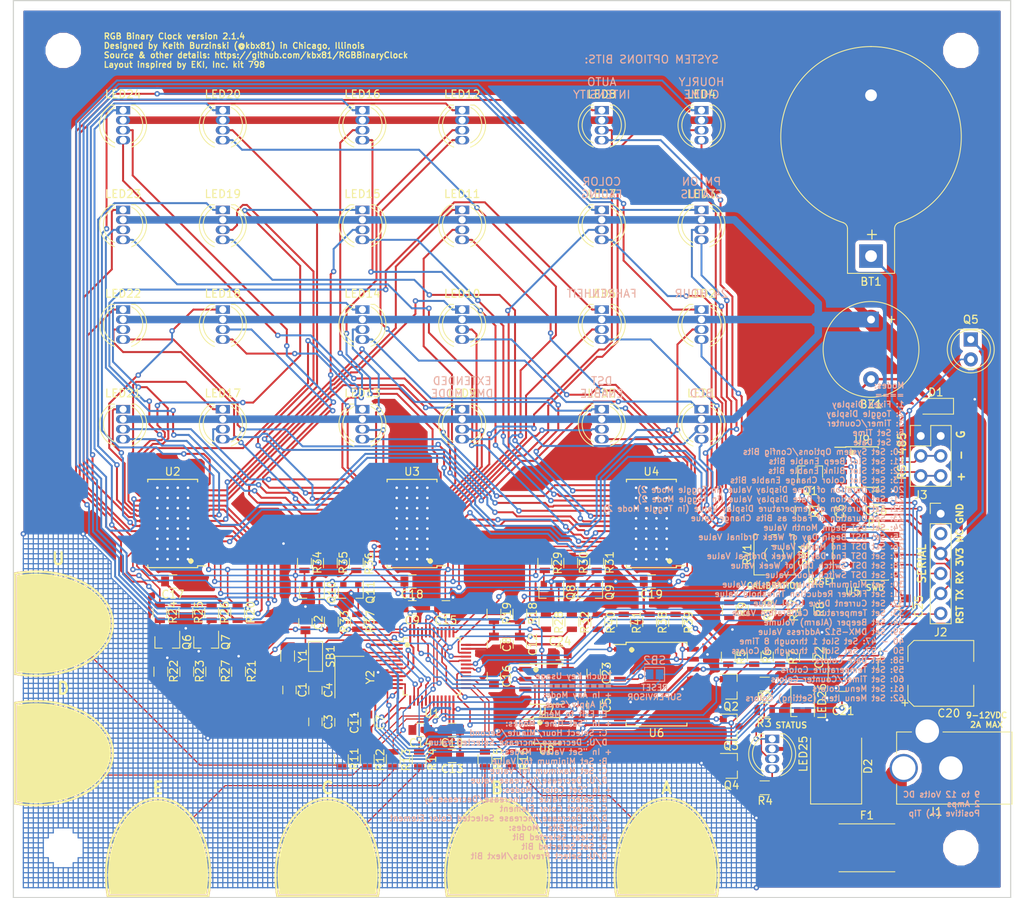
<source format=kicad_pcb>
(kicad_pcb (version 4) (host pcbnew 4.0.7)
  (layers (0 F.Cu signal) (31 B.Cu signal) (34 B.Paste user) (35 F.Paste user) (36 B.SilkS user) (37 F.SilkS user) (38 B.Mask user) (39 F.Mask user) (44 Edge.Cuts user))
  (net 0 "")
  (net 1 GND)
  (net 2 +BATT)
  (net 3 +9V)
  (net 4 "Net-(BZ1-Pad2)")
  (net 5 "Net-(C3-Pad2)")
  (net 6 "Net-(C4-Pad2)")
  (net 7 +3V3)
  (net 8 "Net-(F1-Pad2)")
  (net 9 "Net-(J3-Pad3)")
  (net 10 LED1_R)
  (net 11 LED1_G)
  (net 12 LED1_B)
  (net 13 LED2_R)
  (net 14 LED2_G)
  (net 15 LED2_B)
  (net 16 LED3_R)
  (net 17 LED3_G)
  (net 18 LED3_B)
  (net 19 LED4_R)
  (net 20 LED4_G)
  (net 21 LED4_B)
  (net 22 LED5_R)
  (net 23 LED5_G)
  (net 24 LED5_B)
  (net 25 LED6_R)
  (net 26 LED6_G)
  (net 27 LED6_B)
  (net 28 LED7_R)
  (net 29 LED7_G)
  (net 30 LED7_B)
  (net 31 LED8_R)
  (net 32 LED8_G)
  (net 33 LED8_B)
  (net 34 LED9_R)
  (net 35 LED9_G)
  (net 36 LED9_B)
  (net 37 LED10_R)
  (net 38 LED10_G)
  (net 39 LED10_B)
  (net 40 LED11_R)
  (net 41 LED11_G)
  (net 42 LED11_B)
  (net 43 LED12_R)
  (net 44 LED12_G)
  (net 45 LED12_B)
  (net 46 LED13_R)
  (net 47 LED13_G)
  (net 48 LED13_B)
  (net 49 LED14_R)
  (net 50 LED14_G)
  (net 51 LED14_B)
  (net 52 LED15_R)
  (net 53 LED15_G)
  (net 54 LED15_B)
  (net 55 LED16_R)
  (net 56 LED16_G)
  (net 57 LED16_B)
  (net 58 LED17_R)
  (net 59 LED17_G)
  (net 60 LED17_B)
  (net 61 LED18_R)
  (net 62 LED18_G)
  (net 63 LED18_B)
  (net 64 LED19_R)
  (net 65 LED19_G)
  (net 66 LED19_B)
  (net 67 LED20_R)
  (net 68 LED20_G)
  (net 69 LED20_B)
  (net 70 LED21_R)
  (net 71 LED21_G)
  (net 72 LED21_B)
  (net 73 LED22_R)
  (net 74 LED22_G)
  (net 75 LED22_B)
  (net 76 LED23_R)
  (net 77 LED23_G)
  (net 78 LED23_B)
  (net 79 LED24_R)
  (net 80 LED24_G)
  (net 81 LED24_B)
  (net 82 /MCU/USART1_TX)
  (net 83 BOOT0)
  (net 84 /MCU/USART1_RX)
  (net 85 BEEP)
  (net 86 LED1)
  (net 87 "Net-(Q2-Pad3)")
  (net 88 LED0)
  (net 89 "Net-(Q3-Pad3)")
  (net 90 "Net-(Q6-Pad1)")
  (net 91 "Net-(Q6-Pad2)")
  (net 92 "Net-(Q7-Pad1)")
  (net 93 "Net-(Q7-Pad2)")
  (net 94 "Net-(Q8-Pad1)")
  (net 95 "Net-(Q8-Pad2)")
  (net 96 "Net-(Q9-Pad1)")
  (net 97 "Net-(Q9-Pad2)")
  (net 98 "Net-(Q10-Pad1)")
  (net 99 "Net-(Q10-Pad2)")
  (net 100 IREF3)
  (net 101 /MCU/USART2_MODE)
  (net 102 /MCU/USART2_TX)
  (net 103 /MCU/USART2_RX)
  (net 104 /MCU/I2C1_SCL)
  (net 105 /MCU/I2C1_SDA)
  (net 106 SOUT1_SIN2)
  (net 107 SOUT2_SIN3)
  (net 108 "Net-(J3-Pad5)")
  (net 109 "Net-(R9-Pad2)")
  (net 110 "Net-(R11-Pad2)")
  (net 111 "Net-(R12-Pad2)")
  (net 112 G3_CS)
  (net 113 G5_CS)
  (net 114 G6_CS)
  (net 115 ADC_IN)
  (net 116 "Net-(C1-Pad2)")
  (net 117 "Net-(C2-Pad2)")
  (net 118 G3_K2)
  (net 119 G3_K3)
  (net 120 G5_K2)
  (net 121 G5_K3)
  (net 122 G6_K2)
  (net 123 G6_K3)
  (net 124 "Net-(R13-Pad2)")
  (net 125 "Net-(R14-Pad2)")
  (net 126 "Net-(C25-Pad1)")
  (net 127 LED2)
  (net 128 "Net-(Q4-Pad3)")
  (net 129 "Net-(Q11-Pad1)")
  (net 130 "Net-(Q11-Pad2)")
  (net 131 "Net-(R15-Pad2)")
  (net 132 "Net-(R16-Pad2)")
  (net 133 "Net-(R24-Pad2)")
  (net 134 "Net-(R34-Pad2)")
  (net 135 "Net-(LED25-Pad1)")
  (net 136 "Net-(LED25-Pad3)")
  (net 137 "Net-(LED25-Pad4)")
  (net 138 /MCU/RESET)
  (net 139 "Net-(P1-Pad2)")
  (net 140 "Net-(P1-Pad4)")
  (net 141 /Display/BLANK)
  (net 142 /Display/CURRENT_LOW)
  (net 143 /Display/CURRENT_HIGH)
  (net 144 "Net-(SB1-Pad2)")
  (net 145 /MCU/OSC32_IN)
  (net 146 /Display/SPI1_NSS)
  (net 147 /Display/SPI1_SCK)
  (net 148 /Display/SPI1_MISO)
  (net 149 /Display/SPI1_MOSI)
  (net 150 "Net-(D2-Pad1)")
  (net 151 "Net-(J2-Pad2)")
  (net 152 "Net-(P1-Pad9)")
  (net 153 "Net-(R41-Pad2)")
  (net 154 "Net-(U1-Pad2)")
  (net 155 "Net-(U1-Pad28)")
  (net 156 "Net-(U1-Pad41)")
  (net 157 "Net-(U7-Pad3)")
  (net 158 "Net-(SB2-Pad2)")
  (net 159 "Net-(U8-Pad3)")
  (module kbxCustoms:BARREL_JACK (layer F.Cu) (at 207.36 130.81 180)
    (fp_text reference J1 (at -4.0782 -5.5612 360) (layer F.SilkS))
    (fp_text value Jack-DC)
    (pad 1 thru_hole circle (at 0 0 180) (size 3.6 3.6) (drill 3) (layers *.Cu *.Mask) (net 8 "Net-(F1-Pad2)"))
    (pad 2 thru_hole circle (at -6 0 180) (size 3.6 3.6) (drill 3) (layers *.Cu *.Mask) (net 1 GND))
    (pad 3 thru_hole circle (at -3 4.7 180) (size 3.6 3.6) (drill 3) (layers *.Cu *.Mask) (net 1 GND))
  )
  (module Fuse_Holders_and_Fuses:Fuse_SMD2920 (layer F.Cu) (at 202.675 140.97)
    (fp_text reference F1 (at 0 -4.13) (layer F.SilkS))
    (fp_text value ~2A)
    (pad 1 smd rect (at -3.7 0 90) (size 5.6 2.3) (layers F.Cu F.Paste F.Mask) (net 150 "Net-(D2-Pad1)"))
    (pad 2 smd rect (at 3.7 0 90) (size 5.6 2.3) (layers F.Cu F.Paste F.Mask) (net 8 "Net-(F1-Pad2)"))
  )
  (module Battery_Holders:Keystone_103_1x20mm-CoinCell (layer F.Cu) (at 203.2 65.575 90)
    (fp_text reference BT1 (at -3.259 0 180) (layer F.SilkS))
    (fp_text value CR2032)
    (fp_text user + (at 2.75 0 90) (layer F.SilkS) (effects (font (size 1.5 1.5))))
    (pad 2 thru_hole circle (at 20.49 0 90) (size 3 3) (drill 1.5) (layers *.Cu *.Mask) (net 1 GND))
    (pad 1 thru_hole rect (at 0 0 90) (size 3 3) (drill 1.5) (layers *.Cu *.Mask) (net 2 +BATT))
  )
  (module Buzzers_Beepers:Buzzer_12x9.5RM7.6 (layer F.Cu) (at 203.2 73.66 270)
    (fp_text reference BZ1 (at 10.795 0 360) (layer F.SilkS))
    (fp_text value Buzzer)
    (fp_text user + (at -0.01 -2.54 270) (layer F.SilkS))
    (pad 1 thru_hole rect (at 0 0 270) (size 2 2) (drill 1) (layers *.Cu *.Mask) (net 3 +9V))
    (pad 2 thru_hole circle (at 7.6 0 270) (size 2 2) (drill 1) (layers *.Cu *.Mask) (net 4 "Net-(BZ1-Pad2)"))
  )
  (module Capacitors_SMD:C_0805 (layer F.Cu) (at 129.142 120.861 90)
    (fp_text reference C1 (at 0.016 1.651 90) (layer F.SilkS))
    (fp_text value "12.5 pF")
    (pad 1 smd rect (at -1 0 90) (size 1 1.25) (layers F.Cu F.Paste F.Mask) (net 1 GND))
    (pad 2 smd rect (at 1 0 90) (size 1 1.25) (layers F.Cu F.Paste F.Mask) (net 116 "Net-(C1-Pad2)"))
  )
  (module Capacitors_SMD:C_0805 (layer F.Cu) (at 131.174 112.257 270)
    (fp_text reference C2 (at 0.016 -1.651 270) (layer F.SilkS))
    (fp_text value "12.5 pF")
    (pad 1 smd rect (at -1 0 270) (size 1 1.25) (layers F.Cu F.Paste F.Mask) (net 1 GND))
    (pad 2 smd rect (at 1 0 270) (size 1 1.25) (layers F.Cu F.Paste F.Mask) (net 117 "Net-(C2-Pad2)"))
  )
  (module Capacitors_SMD:C_0805 (layer F.Cu) (at 132.444 124.925 90)
    (fp_text reference C3 (at -0.016 1.651 90) (layer F.SilkS))
    (fp_text value "10 pF")
    (pad 1 smd rect (at -1 0 90) (size 1 1.25) (layers F.Cu F.Paste F.Mask) (net 1 GND))
    (pad 2 smd rect (at 1 0 90) (size 1 1.25) (layers F.Cu F.Paste F.Mask) (net 5 "Net-(C3-Pad2)"))
  )
  (module Capacitors_SMD:C_0805 (layer F.Cu) (at 132.444 120.893 90)
    (fp_text reference C4 (at 0.016 1.651 90) (layer F.SilkS))
    (fp_text value "10 pF")
    (pad 1 smd rect (at -1 0 90) (size 1 1.25) (layers F.Cu F.Paste F.Mask) (net 1 GND))
    (pad 2 smd rect (at 1 0 90) (size 1 1.25) (layers F.Cu F.Paste F.Mask) (net 6 "Net-(C4-Pad2)"))
  )
  (module Capacitors_SMD:C_0805 (layer F.Cu) (at 167.877 122.766 270)
    (fp_text reference C5 (at 0.043 -1.668 270) (layer F.SilkS))
    (fp_text value "100 nF")
    (pad 1 smd rect (at -1 0 270) (size 1 1.25) (layers F.Cu F.Paste F.Mask) (net 1 GND))
    (pad 2 smd rect (at 1 0 270) (size 1 1.25) (layers F.Cu F.Paste F.Mask) (net 2 +BATT))
  )
  (module Capacitors_SMD:C_0805 (layer F.Cu) (at 197.739 98.028 270)
    (fp_text reference C6 (at 0.094 -1.5508 270) (layer F.SilkS))
    (fp_text value "100 nF")
    (pad 1 smd rect (at -1 0 270) (size 1 1.25) (layers F.Cu F.Paste F.Mask) (net 1 GND))
    (pad 2 smd rect (at 1 0 270) (size 1 1.25) (layers F.Cu F.Paste F.Mask) (net 138 /MCU/RESET))
  )
  (module Capacitors_SMD:C_0805 (layer F.Cu) (at 139.065 124.984 90)
    (fp_text reference C7 (at 0 1.651 90) (layer F.SilkS))
    (fp_text value "10 nF")
    (pad 1 smd rect (at -1 0 90) (size 1 1.25) (layers F.Cu F.Paste F.Mask) (net 7 +3V3))
    (pad 2 smd rect (at 1 0 90) (size 1 1.25) (layers F.Cu F.Paste F.Mask) (net 1 GND))
  )
  (module Capacitors_SMD:C_0805 (layer F.Cu) (at 155.177 115.051 270)
    (fp_text reference C8 (at 0 -1.651 270) (layer F.SilkS))
    (fp_text value "100 nF")
    (pad 1 smd rect (at -1 0 270) (size 1 1.25) (layers F.Cu F.Paste F.Mask) (net 7 +3V3))
    (pad 2 smd rect (at 1 0 270) (size 1 1.25) (layers F.Cu F.Paste F.Mask) (net 1 GND))
  )
  (module Capacitors_SMD:C_0805 (layer F.Cu) (at 144.779 110.336)
    (fp_text reference C9 (at 0 1.651) (layer F.SilkS))
    (fp_text value "100 nF")
    (pad 1 smd rect (at -1 0) (size 1 1.25) (layers F.Cu F.Paste F.Mask) (net 7 +3V3))
    (pad 2 smd rect (at 1 0) (size 1 1.25) (layers F.Cu F.Paste F.Mask) (net 1 GND))
  )
  (module Capacitors_SMD:C_0805 (layer F.Cu) (at 149.859 125.957 180)
    (fp_text reference C10 (at 0.016 -1.651 180) (layer F.SilkS))
    (fp_text value "100 nF")
    (pad 1 smd rect (at -1 0 180) (size 1 1.25) (layers F.Cu F.Paste F.Mask) (net 7 +3V3))
    (pad 2 smd rect (at 1 0 180) (size 1 1.25) (layers F.Cu F.Paste F.Mask) (net 1 GND))
  )
  (module Capacitors_SMD:C_0805 (layer F.Cu) (at 135.763 124.984 90)
    (fp_text reference C11 (at -0.016 1.651 90) (layer F.SilkS))
    (fp_text value "1 µF")
    (pad 1 smd rect (at -1 0 90) (size 1 1.25) (layers F.Cu F.Paste F.Mask) (net 7 +3V3))
    (pad 2 smd rect (at 1 0 90) (size 1 1.25) (layers F.Cu F.Paste F.Mask) (net 1 GND))
  )
  (module Capacitors_SMD:C_0805 (layer F.Cu) (at 158.479 115.051 270)
    (fp_text reference C12 (at 0.016 -1.651 270) (layer F.SilkS))
    (fp_text value "4.7 µF")
    (pad 1 smd rect (at -1 0 270) (size 1 1.25) (layers F.Cu F.Paste F.Mask) (net 7 +3V3))
    (pad 2 smd rect (at 1 0 270) (size 1 1.25) (layers F.Cu F.Paste F.Mask) (net 1 GND))
  )
  (module Capacitors_SMD:C_0805 (layer F.Cu) (at 149.859 129.259 180)
    (fp_text reference C13 (at -0.016 -1.651 180) (layer F.SilkS))
    (fp_text value "4.7 µF")
    (pad 1 smd rect (at -1 0 180) (size 1 1.25) (layers F.Cu F.Paste F.Mask) (net 7 +3V3))
    (pad 2 smd rect (at 1 0 180) (size 1 1.25) (layers F.Cu F.Paste F.Mask) (net 1 GND))
  )
  (module Capacitors_SMD:C_0805 (layer F.Cu) (at 145.795 125.957)
    (fp_text reference C14 (at 0.016 1.651) (layer F.SilkS))
    (fp_text value "47 nF")
    (pad 1 smd rect (at -1 0) (size 1 1.25) (layers F.Cu F.Paste F.Mask) (net 112 G3_CS))
    (pad 2 smd rect (at 1 0) (size 1 1.25) (layers F.Cu F.Paste F.Mask) (net 1 GND))
  )
  (module Capacitors_SMD:C_0805 (layer F.Cu) (at 149.065 110.336)
    (fp_text reference C15 (at -0.016 1.651) (layer F.SilkS))
    (fp_text value "47 nF")
    (pad 1 smd rect (at -1 0) (size 1 1.25) (layers F.Cu F.Paste F.Mask) (net 113 G5_CS))
    (pad 2 smd rect (at 1 0) (size 1 1.25) (layers F.Cu F.Paste F.Mask) (net 1 GND))
  )
  (module Capacitors_SMD:C_0805 (layer F.Cu) (at 155.177 119.115 90)
    (fp_text reference C16 (at 0.016 1.651 90) (layer F.SilkS))
    (fp_text value "47 nF")
    (pad 1 smd rect (at -1 0 90) (size 1 1.25) (layers F.Cu F.Paste F.Mask) (net 114 G6_CS))
    (pad 2 smd rect (at 1 0 90) (size 1 1.25) (layers F.Cu F.Paste F.Mask) (net 1 GND))
  )
  (module Capacitors_SMD:C_0805 (layer F.Cu) (at 144.779 107.034)
    (fp_text reference C18 (at -0.016 1.651) (layer F.SilkS))
    (fp_text value "100 nF")
    (pad 1 smd rect (at -1 0) (size 1 1.25) (layers F.Cu F.Paste F.Mask) (net 7 +3V3))
    (pad 2 smd rect (at 1 0) (size 1 1.25) (layers F.Cu F.Paste F.Mask) (net 1 GND))
  )
  (module Capacitors_SMD:C_0805 (layer F.Cu) (at 175.259 107.034)
    (fp_text reference C19 (at -0.016 1.651) (layer F.SilkS))
    (fp_text value "100 nF")
    (pad 1 smd rect (at -1 0) (size 1 1.25) (layers F.Cu F.Paste F.Mask) (net 7 +3V3))
    (pad 2 smd rect (at 1 0) (size 1 1.25) (layers F.Cu F.Paste F.Mask) (net 1 GND))
  )
  (module Pin_Headers:Pin_Header_Straight_1x06_Pitch2.54mm (layer F.Cu) (at 212.073 98.3982)
    (fp_text reference J2 (at 0 15.113) (layer F.SilkS))
    (fp_text value Conn_01x06)
    (pad 1 thru_hole rect (at 0 0) (size 1.7 1.7) (drill 1) (layers *.Cu *.Mask) (net 1 GND))
    (pad 2 thru_hole oval (at 0 2.54) (size 1.7 1.7) (drill 1) (layers *.Cu *.Mask) (net 151 "Net-(J2-Pad2)"))
    (pad 3 thru_hole oval (at 0 5.08) (size 1.7 1.7) (drill 1) (layers *.Cu *.Mask) (net 7 +3V3))
    (pad 4 thru_hole oval (at 0 7.62) (size 1.7 1.7) (drill 1) (layers *.Cu *.Mask) (net 84 /MCU/USART1_RX))
    (pad 5 thru_hole oval (at 0 10.16) (size 1.7 1.7) (drill 1) (layers *.Cu *.Mask) (net 82 /MCU/USART1_TX))
    (pad 6 thru_hole oval (at 0 12.7) (size 1.7 1.7) (drill 1) (layers *.Cu *.Mask) (net 126 "Net-(C25-Pad1)"))
  )
  (module LEDs:LED_D5.0mm-4 (layer F.Cu) (at 181.61 85.09 270)
    (fp_text reference LED1 (at -2.032 0 360) (layer F.SilkS))
    (fp_text value LED_RGB_COMMON_ANODE)
    (pad 1 thru_hole rect (at 0 0 270) (size 1.07 1.8) (drill 0.9) (layers *.Cu *.Mask) (net 10 LED1_R))
    (pad 2 thru_hole oval (at 1.27 0 270) (size 1.07 1.8) (drill 0.9) (layers *.Cu *.Mask) (net 3 +9V))
    (pad 3 thru_hole oval (at 2.54 0 270) (size 1.07 1.8) (drill 0.9) (layers *.Cu *.Mask) (net 11 LED1_G))
    (pad 4 thru_hole oval (at 3.81 0 270) (size 1.07 1.8) (drill 0.9) (layers *.Cu *.Mask) (net 12 LED1_B))
  )
  (module LEDs:LED_D5.0mm-4 (layer F.Cu) (at 181.61 72.39 270)
    (fp_text reference LED2 (at -2.032 0 360) (layer F.SilkS))
    (fp_text value LED_RGB_COMMON_ANODE)
    (pad 1 thru_hole rect (at 0 0 270) (size 1.07 1.8) (drill 0.9) (layers *.Cu *.Mask) (net 13 LED2_R))
    (pad 2 thru_hole oval (at 1.27 0 270) (size 1.07 1.8) (drill 0.9) (layers *.Cu *.Mask) (net 3 +9V))
    (pad 3 thru_hole oval (at 2.54 0 270) (size 1.07 1.8) (drill 0.9) (layers *.Cu *.Mask) (net 14 LED2_G))
    (pad 4 thru_hole oval (at 3.81 0 270) (size 1.07 1.8) (drill 0.9) (layers *.Cu *.Mask) (net 15 LED2_B))
  )
  (module LEDs:LED_D5.0mm-4 (layer F.Cu) (at 181.61 59.69 270)
    (fp_text reference LED3 (at -2.032 0 360) (layer F.SilkS))
    (fp_text value LED_RGB_COMMON_ANODE)
    (pad 1 thru_hole rect (at 0 0 270) (size 1.07 1.8) (drill 0.9) (layers *.Cu *.Mask) (net 16 LED3_R))
    (pad 2 thru_hole oval (at 1.27 0 270) (size 1.07 1.8) (drill 0.9) (layers *.Cu *.Mask) (net 3 +9V))
    (pad 3 thru_hole oval (at 2.54 0 270) (size 1.07 1.8) (drill 0.9) (layers *.Cu *.Mask) (net 17 LED3_G))
    (pad 4 thru_hole oval (at 3.81 0 270) (size 1.07 1.8) (drill 0.9) (layers *.Cu *.Mask) (net 18 LED3_B))
  )
  (module LEDs:LED_D5.0mm-4 (layer F.Cu) (at 181.61 46.99 270)
    (fp_text reference LED4 (at -2.032 0 360) (layer F.SilkS))
    (fp_text value LED_RGB_COMMON_ANODE)
    (pad 1 thru_hole rect (at 0 0 270) (size 1.07 1.8) (drill 0.9) (layers *.Cu *.Mask) (net 19 LED4_R))
    (pad 2 thru_hole oval (at 1.27 0 270) (size 1.07 1.8) (drill 0.9) (layers *.Cu *.Mask) (net 3 +9V))
    (pad 3 thru_hole oval (at 2.54 0 270) (size 1.07 1.8) (drill 0.9) (layers *.Cu *.Mask) (net 20 LED4_G))
    (pad 4 thru_hole oval (at 3.81 0 270) (size 1.07 1.8) (drill 0.9) (layers *.Cu *.Mask) (net 21 LED4_B))
  )
  (module LEDs:LED_D5.0mm-4 (layer F.Cu) (at 168.91 85.09 270)
    (fp_text reference LED5 (at -2.032 0 360) (layer F.SilkS))
    (fp_text value LED_RGB_COMMON_ANODE)
    (pad 1 thru_hole rect (at 0 0 270) (size 1.07 1.8) (drill 0.9) (layers *.Cu *.Mask) (net 22 LED5_R))
    (pad 2 thru_hole oval (at 1.27 0 270) (size 1.07 1.8) (drill 0.9) (layers *.Cu *.Mask) (net 3 +9V))
    (pad 3 thru_hole oval (at 2.54 0 270) (size 1.07 1.8) (drill 0.9) (layers *.Cu *.Mask) (net 23 LED5_G))
    (pad 4 thru_hole oval (at 3.81 0 270) (size 1.07 1.8) (drill 0.9) (layers *.Cu *.Mask) (net 24 LED5_B))
  )
  (module LEDs:LED_D5.0mm-4 (layer F.Cu) (at 168.91 72.39 270)
    (fp_text reference LED6 (at -2.032 0 360) (layer F.SilkS))
    (fp_text value LED_RGB_COMMON_ANODE)
    (pad 1 thru_hole rect (at 0 0 270) (size 1.07 1.8) (drill 0.9) (layers *.Cu *.Mask) (net 25 LED6_R))
    (pad 2 thru_hole oval (at 1.27 0 270) (size 1.07 1.8) (drill 0.9) (layers *.Cu *.Mask) (net 3 +9V))
    (pad 3 thru_hole oval (at 2.54 0 270) (size 1.07 1.8) (drill 0.9) (layers *.Cu *.Mask) (net 26 LED6_G))
    (pad 4 thru_hole oval (at 3.81 0 270) (size 1.07 1.8) (drill 0.9) (layers *.Cu *.Mask) (net 27 LED6_B))
  )
  (module LEDs:LED_D5.0mm-4 (layer F.Cu) (at 168.91 59.69 270)
    (fp_text reference LED7 (at -2.032 0 360) (layer F.SilkS))
    (fp_text value LED_RGB_COMMON_ANODE)
    (pad 1 thru_hole rect (at 0 0 270) (size 1.07 1.8) (drill 0.9) (layers *.Cu *.Mask) (net 28 LED7_R))
    (pad 2 thru_hole oval (at 1.27 0 270) (size 1.07 1.8) (drill 0.9) (layers *.Cu *.Mask) (net 3 +9V))
    (pad 3 thru_hole oval (at 2.54 0 270) (size 1.07 1.8) (drill 0.9) (layers *.Cu *.Mask) (net 29 LED7_G))
    (pad 4 thru_hole oval (at 3.81 0 270) (size 1.07 1.8) (drill 0.9) (layers *.Cu *.Mask) (net 30 LED7_B))
  )
  (module LEDs:LED_D5.0mm-4 (layer F.Cu) (at 168.91 46.99 270)
    (fp_text reference LED8 (at -2.032 0 360) (layer F.SilkS))
    (fp_text value LED_RGB_COMMON_ANODE)
    (pad 1 thru_hole rect (at 0 0 270) (size 1.07 1.8) (drill 0.9) (layers *.Cu *.Mask) (net 31 LED8_R))
    (pad 2 thru_hole oval (at 1.27 0 270) (size 1.07 1.8) (drill 0.9) (layers *.Cu *.Mask) (net 3 +9V))
    (pad 3 thru_hole oval (at 2.54 0 270) (size 1.07 1.8) (drill 0.9) (layers *.Cu *.Mask) (net 32 LED8_G))
    (pad 4 thru_hole oval (at 3.81 0 270) (size 1.07 1.8) (drill 0.9) (layers *.Cu *.Mask) (net 33 LED8_B))
  )
  (module LEDs:LED_D5.0mm-4 (layer F.Cu) (at 151.13 85.09 270)
    (fp_text reference LED9 (at -2.032 0 360) (layer F.SilkS))
    (fp_text value LED_RGB_COMMON_ANODE)
    (pad 1 thru_hole rect (at 0 0 270) (size 1.07 1.8) (drill 0.9) (layers *.Cu *.Mask) (net 34 LED9_R))
    (pad 2 thru_hole oval (at 1.27 0 270) (size 1.07 1.8) (drill 0.9) (layers *.Cu *.Mask) (net 3 +9V))
    (pad 3 thru_hole oval (at 2.54 0 270) (size 1.07 1.8) (drill 0.9) (layers *.Cu *.Mask) (net 35 LED9_G))
    (pad 4 thru_hole oval (at 3.81 0 270) (size 1.07 1.8) (drill 0.9) (layers *.Cu *.Mask) (net 36 LED9_B))
  )
  (module LEDs:LED_D5.0mm-4 (layer F.Cu) (at 151.13 72.39 270)
    (fp_text reference LED10 (at -2.032 0 360) (layer F.SilkS))
    (fp_text value LED_RGB_COMMON_ANODE)
    (pad 1 thru_hole rect (at 0 0 270) (size 1.07 1.8) (drill 0.9) (layers *.Cu *.Mask) (net 37 LED10_R))
    (pad 2 thru_hole oval (at 1.27 0 270) (size 1.07 1.8) (drill 0.9) (layers *.Cu *.Mask) (net 3 +9V))
    (pad 3 thru_hole oval (at 2.54 0 270) (size 1.07 1.8) (drill 0.9) (layers *.Cu *.Mask) (net 38 LED10_G))
    (pad 4 thru_hole oval (at 3.81 0 270) (size 1.07 1.8) (drill 0.9) (layers *.Cu *.Mask) (net 39 LED10_B))
  )
  (module LEDs:LED_D5.0mm-4 (layer F.Cu) (at 151.13 59.69 270)
    (fp_text reference LED11 (at -2.032 0 360) (layer F.SilkS))
    (fp_text value LED_RGB_COMMON_ANODE)
    (pad 1 thru_hole rect (at 0 0 270) (size 1.07 1.8) (drill 0.9) (layers *.Cu *.Mask) (net 40 LED11_R))
    (pad 2 thru_hole oval (at 1.27 0 270) (size 1.07 1.8) (drill 0.9) (layers *.Cu *.Mask) (net 3 +9V))
    (pad 3 thru_hole oval (at 2.54 0 270) (size 1.07 1.8) (drill 0.9) (layers *.Cu *.Mask) (net 41 LED11_G))
    (pad 4 thru_hole oval (at 3.81 0 270) (size 1.07 1.8) (drill 0.9) (layers *.Cu *.Mask) (net 42 LED11_B))
  )
  (module LEDs:LED_D5.0mm-4 (layer F.Cu) (at 151.13 46.99 270)
    (fp_text reference LED12 (at -2.032 0 360) (layer F.SilkS))
    (fp_text value LED_RGB_COMMON_ANODE)
    (pad 1 thru_hole rect (at 0 0 270) (size 1.07 1.8) (drill 0.9) (layers *.Cu *.Mask) (net 43 LED12_R))
    (pad 2 thru_hole oval (at 1.27 0 270) (size 1.07 1.8) (drill 0.9) (layers *.Cu *.Mask) (net 3 +9V))
    (pad 3 thru_hole oval (at 2.54 0 270) (size 1.07 1.8) (drill 0.9) (layers *.Cu *.Mask) (net 44 LED12_G))
    (pad 4 thru_hole oval (at 3.81 0 270) (size 1.07 1.8) (drill 0.9) (layers *.Cu *.Mask) (net 45 LED12_B))
  )
  (module LEDs:LED_D5.0mm-4 (layer F.Cu) (at 138.43 85.09 270)
    (fp_text reference LED13 (at -2.032 0 360) (layer F.SilkS))
    (fp_text value LED_RGB_COMMON_ANODE)
    (pad 1 thru_hole rect (at 0 0 270) (size 1.07 1.8) (drill 0.9) (layers *.Cu *.Mask) (net 46 LED13_R))
    (pad 2 thru_hole oval (at 1.27 0 270) (size 1.07 1.8) (drill 0.9) (layers *.Cu *.Mask) (net 3 +9V))
    (pad 3 thru_hole oval (at 2.54 0 270) (size 1.07 1.8) (drill 0.9) (layers *.Cu *.Mask) (net 47 LED13_G))
    (pad 4 thru_hole oval (at 3.81 0 270) (size 1.07 1.8) (drill 0.9) (layers *.Cu *.Mask) (net 48 LED13_B))
  )
  (module LEDs:LED_D5.0mm-4 (layer F.Cu) (at 138.43 72.39 270)
    (fp_text reference LED14 (at -2.032 0 360) (layer F.SilkS))
    (fp_text value LED_RGB_COMMON_ANODE)
    (pad 1 thru_hole rect (at 0 0 270) (size 1.07 1.8) (drill 0.9) (layers *.Cu *.Mask) (net 49 LED14_R))
    (pad 2 thru_hole oval (at 1.27 0 270) (size 1.07 1.8) (drill 0.9) (layers *.Cu *.Mask) (net 3 +9V))
    (pad 3 thru_hole oval (at 2.54 0 270) (size 1.07 1.8) (drill 0.9) (layers *.Cu *.Mask) (net 50 LED14_G))
    (pad 4 thru_hole oval (at 3.81 0 270) (size 1.07 1.8) (drill 0.9) (layers *.Cu *.Mask) (net 51 LED14_B))
  )
  (module LEDs:LED_D5.0mm-4 (layer F.Cu) (at 138.43 59.69 270)
    (fp_text reference LED15 (at -2.032 0 360) (layer F.SilkS))
    (fp_text value LED_RGB_COMMON_ANODE)
    (pad 1 thru_hole rect (at 0 0 270) (size 1.07 1.8) (drill 0.9) (layers *.Cu *.Mask) (net 52 LED15_R))
    (pad 2 thru_hole oval (at 1.27 0 270) (size 1.07 1.8) (drill 0.9) (layers *.Cu *.Mask) (net 3 +9V))
    (pad 3 thru_hole oval (at 2.54 0 270) (size 1.07 1.8) (drill 0.9) (layers *.Cu *.Mask) (net 53 LED15_G))
    (pad 4 thru_hole oval (at 3.81 0 270) (size 1.07 1.8) (drill 0.9) (layers *.Cu *.Mask) (net 54 LED15_B))
  )
  (module LEDs:LED_D5.0mm-4 (layer F.Cu) (at 138.43 46.99 270)
    (fp_text reference LED16 (at -2.032 0 360) (layer F.SilkS))
    (fp_text value LED_RGB_COMMON_ANODE)
    (pad 1 thru_hole rect (at 0 0 270) (size 1.07 1.8) (drill 0.9) (layers *.Cu *.Mask) (net 55 LED16_R))
    (pad 2 thru_hole oval (at 1.27 0 270) (size 1.07 1.8) (drill 0.9) (layers *.Cu *.Mask) (net 3 +9V))
    (pad 3 thru_hole oval (at 2.54 0 270) (size 1.07 1.8) (drill 0.9) (layers *.Cu *.Mask) (net 56 LED16_G))
    (pad 4 thru_hole oval (at 3.81 0 270) (size 1.07 1.8) (drill 0.9) (layers *.Cu *.Mask) (net 57 LED16_B))
  )
  (module LEDs:LED_D5.0mm-4 (layer F.Cu) (at 120.65 85.09 270)
    (fp_text reference LED17 (at -2.032 0 360) (layer F.SilkS))
    (fp_text value LED_RGB_COMMON_ANODE)
    (pad 1 thru_hole rect (at 0 0 270) (size 1.07 1.8) (drill 0.9) (layers *.Cu *.Mask) (net 58 LED17_R))
    (pad 2 thru_hole oval (at 1.27 0 270) (size 1.07 1.8) (drill 0.9) (layers *.Cu *.Mask) (net 3 +9V))
    (pad 3 thru_hole oval (at 2.54 0 270) (size 1.07 1.8) (drill 0.9) (layers *.Cu *.Mask) (net 59 LED17_G))
    (pad 4 thru_hole oval (at 3.81 0 270) (size 1.07 1.8) (drill 0.9) (layers *.Cu *.Mask) (net 60 LED17_B))
  )
  (module LEDs:LED_D5.0mm-4 (layer F.Cu) (at 120.65 72.39 270)
    (fp_text reference LED18 (at -2.032 0 360) (layer F.SilkS))
    (fp_text value LED_RGB_COMMON_ANODE)
    (pad 1 thru_hole rect (at 0 0 270) (size 1.07 1.8) (drill 0.9) (layers *.Cu *.Mask) (net 61 LED18_R))
    (pad 2 thru_hole oval (at 1.27 0 270) (size 1.07 1.8) (drill 0.9) (layers *.Cu *.Mask) (net 3 +9V))
    (pad 3 thru_hole oval (at 2.54 0 270) (size 1.07 1.8) (drill 0.9) (layers *.Cu *.Mask) (net 62 LED18_G))
    (pad 4 thru_hole oval (at 3.81 0 270) (size 1.07 1.8) (drill 0.9) (layers *.Cu *.Mask) (net 63 LED18_B))
  )
  (module LEDs:LED_D5.0mm-4 (layer F.Cu) (at 120.65 59.69 270)
    (fp_text reference LED19 (at -2.032 0 360) (layer F.SilkS))
    (fp_text value LED_RGB_COMMON_ANODE)
    (pad 1 thru_hole rect (at 0 0 270) (size 1.07 1.8) (drill 0.9) (layers *.Cu *.Mask) (net 64 LED19_R))
    (pad 2 thru_hole oval (at 1.27 0 270) (size 1.07 1.8) (drill 0.9) (layers *.Cu *.Mask) (net 3 +9V))
    (pad 3 thru_hole oval (at 2.54 0 270) (size 1.07 1.8) (drill 0.9) (layers *.Cu *.Mask) (net 65 LED19_G))
    (pad 4 thru_hole oval (at 3.81 0 270) (size 1.07 1.8) (drill 0.9) (layers *.Cu *.Mask) (net 66 LED19_B))
  )
  (module LEDs:LED_D5.0mm-4 (layer F.Cu) (at 120.65 46.99 270)
    (fp_text reference LED20 (at -2.032 0 360) (layer F.SilkS))
    (fp_text value LED_RGB_COMMON_ANODE)
    (pad 1 thru_hole rect (at 0 0 270) (size 1.07 1.8) (drill 0.9) (layers *.Cu *.Mask) (net 67 LED20_R))
    (pad 2 thru_hole oval (at 1.27 0 270) (size 1.07 1.8) (drill 0.9) (layers *.Cu *.Mask) (net 3 +9V))
    (pad 3 thru_hole oval (at 2.54 0 270) (size 1.07 1.8) (drill 0.9) (layers *.Cu *.Mask) (net 68 LED20_G))
    (pad 4 thru_hole oval (at 3.81 0 270) (size 1.07 1.8) (drill 0.9) (layers *.Cu *.Mask) (net 69 LED20_B))
  )
  (module LEDs:LED_D5.0mm-4 (layer F.Cu) (at 107.95 85.09 270)
    (fp_text reference LED21 (at -2.032 0 360) (layer F.SilkS))
    (fp_text value LED_RGB_COMMON_ANODE)
    (pad 1 thru_hole rect (at 0 0 270) (size 1.07 1.8) (drill 0.9) (layers *.Cu *.Mask) (net 70 LED21_R))
    (pad 2 thru_hole oval (at 1.27 0 270) (size 1.07 1.8) (drill 0.9) (layers *.Cu *.Mask) (net 3 +9V))
    (pad 3 thru_hole oval (at 2.54 0 270) (size 1.07 1.8) (drill 0.9) (layers *.Cu *.Mask) (net 71 LED21_G))
    (pad 4 thru_hole oval (at 3.81 0 270) (size 1.07 1.8) (drill 0.9) (layers *.Cu *.Mask) (net 72 LED21_B))
  )
  (module LEDs:LED_D5.0mm-4 (layer F.Cu) (at 107.95 72.39 270)
    (fp_text reference LED22 (at -2.032 0 360) (layer F.SilkS))
    (fp_text value LED_RGB_COMMON_ANODE)
    (pad 1 thru_hole rect (at 0 0 270) (size 1.07 1.8) (drill 0.9) (layers *.Cu *.Mask) (net 73 LED22_R))
    (pad 2 thru_hole oval (at 1.27 0 270) (size 1.07 1.8) (drill 0.9) (layers *.Cu *.Mask) (net 3 +9V))
    (pad 3 thru_hole oval (at 2.54 0 270) (size 1.07 1.8) (drill 0.9) (layers *.Cu *.Mask) (net 74 LED22_G))
    (pad 4 thru_hole oval (at 3.81 0 270) (size 1.07 1.8) (drill 0.9) (layers *.Cu *.Mask) (net 75 LED22_B))
  )
  (module LEDs:LED_D5.0mm-4 (layer F.Cu) (at 107.95 59.69 270)
    (fp_text reference LED23 (at -2.032 0 360) (layer F.SilkS))
    (fp_text value LED_RGB_COMMON_ANODE)
    (pad 1 thru_hole rect (at 0 0 270) (size 1.07 1.8) (drill 0.9) (layers *.Cu *.Mask) (net 76 LED23_R))
    (pad 2 thru_hole oval (at 1.27 0 270) (size 1.07 1.8) (drill 0.9) (layers *.Cu *.Mask) (net 3 +9V))
    (pad 3 thru_hole oval (at 2.54 0 270) (size 1.07 1.8) (drill 0.9) (layers *.Cu *.Mask) (net 77 LED23_G))
    (pad 4 thru_hole oval (at 3.81 0 270) (size 1.07 1.8) (drill 0.9) (layers *.Cu *.Mask) (net 78 LED23_B))
  )
  (module LEDs:LED_D5.0mm-4 (layer F.Cu) (at 107.95 46.99 270)
    (fp_text reference LED24 (at -2.032 0 360) (layer F.SilkS))
    (fp_text value LED_RGB_COMMON_ANODE)
    (pad 1 thru_hole rect (at 0 0 270) (size 1.07 1.8) (drill 0.9) (layers *.Cu *.Mask) (net 79 LED24_R))
    (pad 2 thru_hole oval (at 1.27 0 270) (size 1.07 1.8) (drill 0.9) (layers *.Cu *.Mask) (net 3 +9V))
    (pad 3 thru_hole oval (at 2.54 0 270) (size 1.07 1.8) (drill 0.9) (layers *.Cu *.Mask) (net 80 LED24_G))
    (pad 4 thru_hole oval (at 3.81 0 270) (size 1.07 1.8) (drill 0.9) (layers *.Cu *.Mask) (net 81 LED24_B))
  )
  (module Pin_Headers:Pin_Header_Straight_2x05_Pitch1.27mm_SMD (layer F.Cu) (at 203.663 103.632)
    (fp_text reference P1 (at 0.045 -4.064) (layer F.SilkS))
    (fp_text value STM32_SWD_USART)
    (pad 1 smd rect (at -1.95 -2.54) (size 2.4 0.74) (layers F.Cu F.Paste F.Mask) (net 7 +3V3))
    (pad 2 smd rect (at 1.95 -2.54) (size 2.4 0.74) (layers F.Cu F.Paste F.Mask) (net 139 "Net-(P1-Pad2)"))
    (pad 3 smd rect (at -1.95 -1.27) (size 2.4 0.74) (layers F.Cu F.Paste F.Mask) (net 1 GND))
    (pad 4 smd rect (at 1.95 -1.27) (size 2.4 0.74) (layers F.Cu F.Paste F.Mask) (net 140 "Net-(P1-Pad4)"))
    (pad 5 smd rect (at -1.95 0) (size 2.4 0.74) (layers F.Cu F.Paste F.Mask) (net 1 GND))
    (pad 6 smd rect (at 1.95 0) (size 2.4 0.74) (layers F.Cu F.Paste F.Mask) (net 82 /MCU/USART1_TX))
    (pad 7 smd rect (at -1.95 1.27) (size 2.4 0.74) (layers F.Cu F.Paste F.Mask) (net 83 BOOT0))
    (pad 8 smd rect (at 1.95 1.27) (size 2.4 0.74) (layers F.Cu F.Paste F.Mask) (net 84 /MCU/USART1_RX))
    (pad 9 smd rect (at -1.95 2.54) (size 2.4 0.74) (layers F.Cu F.Paste F.Mask) (net 152 "Net-(P1-Pad9)"))
    (pad 10 smd rect (at 1.95 2.54) (size 2.4 0.74) (layers F.Cu F.Paste F.Mask) (net 138 /MCU/RESET))
  )
  (module TO_SOT_Packages_SMD:SOT-23 (layer F.Cu) (at 195.453 93.075 90)
    (fp_text reference Q1 (at -2.429 0 180) (layer F.SilkS))
    (fp_text value 2N7002)
    (pad 1 smd rect (at -1 -0.95 90) (size 0.9 0.8) (layers F.Cu F.Paste F.Mask) (net 85 BEEP))
    (pad 2 smd rect (at -1 0.95 90) (size 0.9 0.8) (layers F.Cu F.Paste F.Mask) (net 1 GND))
    (pad 3 smd rect (at 1 0 90) (size 0.9 0.8) (layers F.Cu F.Paste F.Mask) (net 4 "Net-(BZ1-Pad2)"))
  )
  (module TO_SOT_Packages_SMD:SOT-23 (layer F.Cu) (at 185.387 120.435)
    (fp_text reference Q2 (at -0.016 2.54) (layer F.SilkS))
    (fp_text value 2N7002)
    (pad 1 smd rect (at -1 -0.95) (size 0.9 0.8) (layers F.Cu F.Paste F.Mask) (net 88 LED0))
    (pad 2 smd rect (at -1 0.95) (size 0.9 0.8) (layers F.Cu F.Paste F.Mask) (net 1 GND))
    (pad 3 smd rect (at 1 0) (size 0.9 0.8) (layers F.Cu F.Paste F.Mask) (net 87 "Net-(Q2-Pad3)"))
  )
  (module TO_SOT_Packages_SMD:SOT-23 (layer F.Cu) (at 185.387 125.515)
    (fp_text reference Q3 (at -0.016 2.479) (layer F.SilkS))
    (fp_text value 2N7002)
    (pad 1 smd rect (at -1 -0.95) (size 0.9 0.8) (layers F.Cu F.Paste F.Mask) (net 86 LED1))
    (pad 2 smd rect (at -1 0.95) (size 0.9 0.8) (layers F.Cu F.Paste F.Mask) (net 1 GND))
    (pad 3 smd rect (at 1 0) (size 0.9 0.8) (layers F.Cu F.Paste F.Mask) (net 89 "Net-(Q3-Pad3)"))
  )
  (module TO_SOT_Packages_SMD:SOT-23 (layer F.Cu) (at 113.582 114.765 270)
    (fp_text reference Q6 (at 0 -2.5 270) (layer F.SilkS))
    (fp_text value Q_NPN_BCE)
    (pad 1 smd rect (at -1 -0.95 270) (size 0.9 0.8) (layers F.Cu F.Paste F.Mask) (net 90 "Net-(Q6-Pad1)"))
    (pad 2 smd rect (at -1 0.95 270) (size 0.9 0.8) (layers F.Cu F.Paste F.Mask) (net 91 "Net-(Q6-Pad2)"))
    (pad 3 smd rect (at 1 0 270) (size 0.9 0.8) (layers F.Cu F.Paste F.Mask) (net 1 GND))
  )
  (module TO_SOT_Packages_SMD:SOT-23 (layer F.Cu) (at 118.535 114.765 270)
    (fp_text reference Q7 (at 0 -2.5 270) (layer F.SilkS))
    (fp_text value Q_NPN_BCE)
    (pad 1 smd rect (at -1 -0.95 270) (size 0.9 0.8) (layers F.Cu F.Paste F.Mask) (net 92 "Net-(Q7-Pad1)"))
    (pad 2 smd rect (at -1 0.95 270) (size 0.9 0.8) (layers F.Cu F.Paste F.Mask) (net 93 "Net-(Q7-Pad2)"))
    (pad 3 smd rect (at 1 0 270) (size 0.9 0.8) (layers F.Cu F.Paste F.Mask) (net 1 GND))
  )
  (module TO_SOT_Packages_SMD:SOT-23 (layer F.Cu) (at 162.482 108.415 270)
    (fp_text reference Q8 (at 0 -2.5 270) (layer F.SilkS))
    (fp_text value Q_NPN_BCE)
    (pad 1 smd rect (at -1 -0.95 270) (size 0.9 0.8) (layers F.Cu F.Paste F.Mask) (net 94 "Net-(Q8-Pad1)"))
    (pad 2 smd rect (at -1 0.95 270) (size 0.9 0.8) (layers F.Cu F.Paste F.Mask) (net 95 "Net-(Q8-Pad2)"))
    (pad 3 smd rect (at 1 0 270) (size 0.9 0.8) (layers F.Cu F.Paste F.Mask) (net 1 GND))
  )
  (module TO_SOT_Packages_SMD:SOT-23 (layer F.Cu) (at 167.435 108.415 270)
    (fp_text reference Q9 (at 0 -2.5 270) (layer F.SilkS))
    (fp_text value Q_NPN_BCE)
    (pad 1 smd rect (at -1 -0.95 270) (size 0.9 0.8) (layers F.Cu F.Paste F.Mask) (net 96 "Net-(Q9-Pad1)"))
    (pad 2 smd rect (at -1 0.95 270) (size 0.9 0.8) (layers F.Cu F.Paste F.Mask) (net 97 "Net-(Q9-Pad2)"))
    (pad 3 smd rect (at 1 0 270) (size 0.9 0.8) (layers F.Cu F.Paste F.Mask) (net 1 GND))
  )
  (module TO_SOT_Packages_SMD:SOT-23 (layer F.Cu) (at 131.997 108.415 270)
    (fp_text reference Q10 (at 0 -2.5 270) (layer F.SilkS))
    (fp_text value Q_NPN_BCE)
    (pad 1 smd rect (at -1 -0.95 270) (size 0.9 0.8) (layers F.Cu F.Paste F.Mask) (net 98 "Net-(Q10-Pad1)"))
    (pad 2 smd rect (at -1 0.95 270) (size 0.9 0.8) (layers F.Cu F.Paste F.Mask) (net 99 "Net-(Q10-Pad2)"))
    (pad 3 smd rect (at 1 0 270) (size 0.9 0.8) (layers F.Cu F.Paste F.Mask) (net 1 GND))
  )
  (module Resistors_SMD:R_0805 (layer F.Cu) (at 194.437 97.983 270)
    (fp_text reference R1 (at 0 -1.651 270) (layer F.SilkS))
    (fp_text value 1M)
    (pad 1 smd rect (at -0.95 0 270) (size 0.7 1.3) (layers F.Cu F.Paste F.Mask) (net 85 BEEP))
    (pad 2 smd rect (at 0.95 0 270) (size 0.7 1.3) (layers F.Cu F.Paste F.Mask) (net 1 GND))
  )
  (module Resistors_SMD:R_0805 (layer F.Cu) (at 189.66 120.115 180)
    (fp_text reference R2 (at 0.066 -1.651 180) (layer F.SilkS))
    (fp_text value 1K)
    (pad 1 smd rect (at -0.95 0 180) (size 0.7 1.3) (layers F.Cu F.Paste F.Mask) (net 135 "Net-(LED25-Pad1)"))
    (pad 2 smd rect (at 0.95 0 180) (size 0.7 1.3) (layers F.Cu F.Paste F.Mask) (net 87 "Net-(Q2-Pad3)"))
  )
  (module Resistors_SMD:R_0805 (layer F.Cu) (at 189.66 123.417)
    (fp_text reference R3 (at -0.066 1.651) (layer F.SilkS))
    (fp_text value 1K)
    (pad 1 smd rect (at -0.95 0) (size 0.7 1.3) (layers F.Cu F.Paste F.Mask) (net 89 "Net-(Q3-Pad3)"))
    (pad 2 smd rect (at 0.95 0) (size 0.7 1.3) (layers F.Cu F.Paste F.Mask) (net 136 "Net-(LED25-Pad3)"))
  )
  (module Resistors_SMD:R_0805 (layer F.Cu) (at 189.66 133.323)
    (fp_text reference R4 (at 0.061 1.651) (layer F.SilkS))
    (fp_text value 1K)
    (pad 1 smd rect (at -0.95 0) (size 0.7 1.3) (layers F.Cu F.Paste F.Mask) (net 128 "Net-(Q4-Pad3)"))
    (pad 2 smd rect (at 0.95 0) (size 0.7 1.3) (layers F.Cu F.Paste F.Mask) (net 137 "Net-(LED25-Pad4)"))
  )
  (module Resistors_SMD:R_0805 (layer F.Cu) (at 185.022 116.625 270)
    (fp_text reference R5 (at 0.061 -1.651 270) (layer F.SilkS))
    (fp_text value 1M)
    (pad 1 smd rect (at -0.95 0 270) (size 0.7 1.3) (layers F.Cu F.Paste F.Mask) (net 7 +3V3))
    (pad 2 smd rect (at 0.95 0 270) (size 0.7 1.3) (layers F.Cu F.Paste F.Mask) (net 88 LED0))
  )
  (module Resistors_SMD:R_0805 (layer F.Cu) (at 188.324 116.625 270)
    (fp_text reference R6 (at -0.066 -1.651 270) (layer F.SilkS))
    (fp_text value 1M)
    (pad 1 smd rect (at -0.95 0 270) (size 0.7 1.3) (layers F.Cu F.Paste F.Mask) (net 7 +3V3))
    (pad 2 smd rect (at 0.95 0 270) (size 0.7 1.3) (layers F.Cu F.Paste F.Mask) (net 86 LED1))
  )
  (module Resistors_SMD:R_0805 (layer F.Cu) (at 191.626 116.62 270)
    (fp_text reference R7 (at 0.066 -1.651 270) (layer F.SilkS))
    (fp_text value 1M)
    (pad 1 smd rect (at -0.95 0 270) (size 0.7 1.3) (layers F.Cu F.Paste F.Mask) (net 7 +3V3))
    (pad 2 smd rect (at 0.95 0 270) (size 0.7 1.3) (layers F.Cu F.Paste F.Mask) (net 127 LED2))
  )
  (module Resistors_SMD:R_0805 (layer F.Cu) (at 195.055 110.651 270)
    (fp_text reference R8 (at -0.061 -1.651 270) (layer F.SilkS))
    (fp_text value 10K)
    (pad 1 smd rect (at -0.95 0 270) (size 0.7 1.3) (layers F.Cu F.Paste F.Mask) (net 138 /MCU/RESET))
    (pad 2 smd rect (at 0.95 0 270) (size 0.7 1.3) (layers F.Cu F.Paste F.Mask) (net 7 +3V3))
  )
  (module Resistors_SMD:R_0805 (layer F.Cu) (at 185.149 110.651 90)
    (fp_text reference R9 (at 0.061 1.651 90) (layer F.SilkS))
    (fp_text value 10K)
    (pad 1 smd rect (at -0.95 0 90) (size 0.7 1.3) (layers F.Cu F.Paste F.Mask) (net 115 ADC_IN))
    (pad 2 smd rect (at 0.95 0 90) (size 0.7 1.3) (layers F.Cu F.Paste F.Mask) (net 109 "Net-(R9-Pad2)"))
  )
  (module Resistors_SMD:R_0805 (layer F.Cu) (at 188.451 110.651 270)
    (fp_text reference R10 (at 0.066 -1.651 270) (layer F.SilkS))
    (fp_text value 1M)
    (pad 1 smd rect (at -0.95 0 270) (size 0.7 1.3) (layers F.Cu F.Paste F.Mask) (net 115 ADC_IN))
    (pad 2 smd rect (at 0.95 0 270) (size 0.7 1.3) (layers F.Cu F.Paste F.Mask) (net 1 GND))
  )
  (module Resistors_SMD:R_0805 (layer F.Cu) (at 135.746 129.701 270)
    (fp_text reference R11 (at -0.061 -1.651 270) (layer F.SilkS))
    (fp_text value 1K)
    (pad 1 smd rect (at -0.95 0 270) (size 0.7 1.3) (layers F.Cu F.Paste F.Mask) (net 118 G3_K2))
    (pad 2 smd rect (at 0.95 0 270) (size 0.7 1.3) (layers F.Cu F.Paste F.Mask) (net 110 "Net-(R11-Pad2)"))
  )
  (module Resistors_SMD:R_0805 (layer F.Cu) (at 139.048 129.701 270)
    (fp_text reference R12 (at 0.061 -1.651 270) (layer F.SilkS))
    (fp_text value 1K)
    (pad 1 smd rect (at -0.95 0 270) (size 0.7 1.3) (layers F.Cu F.Paste F.Mask) (net 119 G3_K3))
    (pad 2 smd rect (at 0.95 0 270) (size 0.7 1.3) (layers F.Cu F.Paste F.Mask) (net 111 "Net-(R12-Pad2)"))
  )
  (module Resistors_SMD:R_0805 (layer F.Cu) (at 142.35 129.701 270)
    (fp_text reference R13 (at 0.061 -1.651 270) (layer F.SilkS))
    (fp_text value 1K)
    (pad 1 smd rect (at -0.95 0 270) (size 0.7 1.3) (layers F.Cu F.Paste F.Mask) (net 120 G5_K2))
    (pad 2 smd rect (at 0.95 0 270) (size 0.7 1.3) (layers F.Cu F.Paste F.Mask) (net 124 "Net-(R13-Pad2)"))
  )
  (module Resistors_SMD:R_0805 (layer F.Cu) (at 145.652 129.706 270)
    (fp_text reference R14 (at 0 -1.651 270) (layer F.SilkS))
    (fp_text value 1K)
    (pad 1 smd rect (at -0.95 0 270) (size 0.7 1.3) (layers F.Cu F.Paste F.Mask) (net 121 G5_K3))
    (pad 2 smd rect (at 0.95 0 270) (size 0.7 1.3) (layers F.Cu F.Paste F.Mask) (net 125 "Net-(R14-Pad2)"))
  )
  (module Resistors_SMD:R_0805 (layer F.Cu) (at 154.034 129.701 270)
    (fp_text reference R15 (at -0.066 -1.651 270) (layer F.SilkS))
    (fp_text value 1K)
    (pad 1 smd rect (at -0.95 0 270) (size 0.7 1.3) (layers F.Cu F.Paste F.Mask) (net 122 G6_K2))
    (pad 2 smd rect (at 0.95 0 270) (size 0.7 1.3) (layers F.Cu F.Paste F.Mask) (net 131 "Net-(R15-Pad2)"))
  )
  (module Resistors_SMD:R_0805 (layer F.Cu) (at 157.336 129.701 270)
    (fp_text reference R16 (at -0.061 -1.651 270) (layer F.SilkS))
    (fp_text value 1K)
    (pad 1 smd rect (at -0.95 0 270) (size 0.7 1.3) (layers F.Cu F.Paste F.Mask) (net 123 G6_K3))
    (pad 2 smd rect (at 0.95 0 270) (size 0.7 1.3) (layers F.Cu F.Paste F.Mask) (net 132 "Net-(R16-Pad2)"))
  )
  (module Resistors_SMD:R_0805 (layer F.Cu) (at 191.748 110.656 270)
    (fp_text reference R17 (at 0.061 -1.656 270) (layer F.SilkS))
    (fp_text value 10K)
    (pad 1 smd rect (at -0.95 0 270) (size 0.7 1.3) (layers F.Cu F.Paste F.Mask) (net 83 BOOT0))
    (pad 2 smd rect (at 0.95 0 270) (size 0.7 1.3) (layers F.Cu F.Paste F.Mask) (net 1 GND))
  )
  (module Resistors_SMD:R_0805 (layer F.Cu) (at 158.479 111.164 90)
    (fp_text reference R18 (at 0.061 1.651 90) (layer F.SilkS))
    (fp_text value 10K)
    (pad 1 smd rect (at -0.95 0 90) (size 0.7 1.3) (layers F.Cu F.Paste F.Mask) (net 7 +3V3))
    (pad 2 smd rect (at 0.95 0 90) (size 0.7 1.3) (layers F.Cu F.Paste F.Mask) (net 139 "Net-(P1-Pad2)"))
  )
  (module Resistors_SMD:R_0805 (layer F.Cu) (at 155.177 111.159 90)
    (fp_text reference R19 (at 0.061 1.651 90) (layer F.SilkS))
    (fp_text value 10K)
    (pad 1 smd rect (at -0.95 0 90) (size 0.7 1.3) (layers F.Cu F.Paste F.Mask) (net 7 +3V3))
    (pad 2 smd rect (at 0.95 0 90) (size 0.7 1.3) (layers F.Cu F.Paste F.Mask) (net 140 "Net-(P1-Pad4)"))
  )
  (module Resistors_SMD:R_0805 (layer F.Cu) (at 122.538 111.032 90)
    (fp_text reference R20 (at 0.061 1.651 90) (layer F.SilkS))
    (fp_text value 10K)
    (pad 1 smd rect (at -0.95 0 90) (size 0.7 1.3) (layers F.Cu F.Paste F.Mask) (net 7 +3V3))
    (pad 2 smd rect (at 0.95 0 90) (size 0.7 1.3) (layers F.Cu F.Paste F.Mask) (net 141 /Display/BLANK))
  )
  (module Resistors_SMD:R_0805 (layer F.Cu) (at 122.665 118.53 270)
    (fp_text reference R21 (at -0.061 -1.651 270) (layer F.SilkS))
    (fp_text value 10K)
    (pad 1 smd rect (at -0.95 0 270) (size 0.7 1.3) (layers F.Cu F.Paste F.Mask) (net 1 GND))
    (pad 2 smd rect (at 0.95 0 270) (size 0.7 1.3) (layers F.Cu F.Paste F.Mask) (net 142 /Display/CURRENT_LOW))
  )
  (module Resistors_SMD:R_0805 (layer F.Cu) (at 112.759 118.53 270)
    (fp_text reference R22 (at -0.066 -1.651 270) (layer F.SilkS))
    (fp_text value 10K)
    (pad 1 smd rect (at -0.95 0 270) (size 0.7 1.3) (layers F.Cu F.Paste F.Mask) (net 1 GND))
    (pad 2 smd rect (at 0.95 0 270) (size 0.7 1.3) (layers F.Cu F.Paste F.Mask) (net 143 /Display/CURRENT_HIGH))
  )
  (module Resistors_SMD:R_0805 (layer F.Cu) (at 116.061 118.53 270)
    (fp_text reference R23 (at -0.066 -1.651 270) (layer F.SilkS))
    (fp_text value 1K)
    (pad 1 smd rect (at -0.95 0 270) (size 0.7 1.3) (layers F.Cu F.Paste F.Mask) (net 90 "Net-(Q6-Pad1)"))
    (pad 2 smd rect (at 0.95 0 270) (size 0.7 1.3) (layers F.Cu F.Paste F.Mask) (net 143 /Display/CURRENT_HIGH))
  )
  (module Resistors_SMD:R_0805 (layer F.Cu) (at 112.632 111.037 90)
    (fp_text reference R24 (at 0.066 1.651 90) (layer F.SilkS))
    (fp_text value 4K7)
    (pad 1 smd rect (at -0.95 0 90) (size 0.7 1.3) (layers F.Cu F.Paste F.Mask) (net 91 "Net-(Q6-Pad2)"))
    (pad 2 smd rect (at 0.95 0 90) (size 0.7 1.3) (layers F.Cu F.Paste F.Mask) (net 133 "Net-(R24-Pad2)"))
  )
  (module Resistors_SMD:R_0805 (layer F.Cu) (at 115.934 111.032 90)
    (fp_text reference R25 (at 0.061 1.651 90) (layer F.SilkS))
    (fp_text value 24K6)
    (pad 1 smd rect (at -0.95 0 90) (size 0.7 1.3) (layers F.Cu F.Paste F.Mask) (net 1 GND))
    (pad 2 smd rect (at 0.95 0 90) (size 0.7 1.3) (layers F.Cu F.Paste F.Mask) (net 133 "Net-(R24-Pad2)"))
  )
  (module Resistors_SMD:R_0805 (layer F.Cu) (at 119.231 111.032 90)
    (fp_text reference R26 (at 0.061 1.656 90) (layer F.SilkS))
    (fp_text value 10K)
    (pad 1 smd rect (at -0.95 0 90) (size 0.7 1.3) (layers F.Cu F.Paste F.Mask) (net 93 "Net-(Q7-Pad2)"))
    (pad 2 smd rect (at 0.95 0 90) (size 0.7 1.3) (layers F.Cu F.Paste F.Mask) (net 133 "Net-(R24-Pad2)"))
  )
  (module Resistors_SMD:R_0805 (layer F.Cu) (at 119.363 118.525 270)
    (fp_text reference R27 (at -0.061 -1.651 270) (layer F.SilkS))
    (fp_text value 1K)
    (pad 1 smd rect (at -0.95 0 270) (size 0.7 1.3) (layers F.Cu F.Paste F.Mask) (net 92 "Net-(Q7-Pad1)"))
    (pad 2 smd rect (at 0.95 0 270) (size 0.7 1.3) (layers F.Cu F.Paste F.Mask) (net 142 /Display/CURRENT_LOW))
  )
  (module Resistors_SMD:R_0805 (layer F.Cu) (at 161.798 112.175 270)
    (fp_text reference R28 (at 0.066 -1.651 270) (layer F.SilkS))
    (fp_text value 1K)
    (pad 1 smd rect (at -0.95 0 270) (size 0.7 1.3) (layers F.Cu F.Paste F.Mask) (net 94 "Net-(Q8-Pad1)"))
    (pad 2 smd rect (at 0.95 0 270) (size 0.7 1.3) (layers F.Cu F.Paste F.Mask) (net 143 /Display/CURRENT_HIGH))
  )
  (module Resistors_SMD:R_0805 (layer F.Cu) (at 161.654 104.682 90)
    (fp_text reference R29 (at 0 1.651 90) (layer F.SilkS))
    (fp_text value 4K7)
    (pad 1 smd rect (at -0.95 0 90) (size 0.7 1.3) (layers F.Cu F.Paste F.Mask) (net 95 "Net-(Q8-Pad2)"))
    (pad 2 smd rect (at 0.95 0 90) (size 0.7 1.3) (layers F.Cu F.Paste F.Mask) (net 100 IREF3))
  )
  (module Resistors_SMD:R_0805 (layer F.Cu) (at 164.956 104.682 90)
    (fp_text reference R30 (at 0.061 1.651 90) (layer F.SilkS))
    (fp_text value 24K6)
    (pad 1 smd rect (at -0.95 0 90) (size 0.7 1.3) (layers F.Cu F.Paste F.Mask) (net 1 GND))
    (pad 2 smd rect (at 0.95 0 90) (size 0.7 1.3) (layers F.Cu F.Paste F.Mask) (net 100 IREF3))
  )
  (module Resistors_SMD:R_0805 (layer F.Cu) (at 168.258 104.682 90)
    (fp_text reference R31 (at 0.061 1.651 90) (layer F.SilkS))
    (fp_text value 10K)
    (pad 1 smd rect (at -0.95 0 90) (size 0.7 1.3) (layers F.Cu F.Paste F.Mask) (net 97 "Net-(Q9-Pad2)"))
    (pad 2 smd rect (at 0.95 0 90) (size 0.7 1.3) (layers F.Cu F.Paste F.Mask) (net 100 IREF3))
  )
  (module Resistors_SMD:R_0805 (layer F.Cu) (at 165.1 112.175 270)
    (fp_text reference R32 (at 0.066 -1.651 270) (layer F.SilkS))
    (fp_text value 1K)
    (pad 1 smd rect (at -0.95 0 270) (size 0.7 1.3) (layers F.Cu F.Paste F.Mask) (net 96 "Net-(Q9-Pad1)"))
    (pad 2 smd rect (at 0.95 0 270) (size 0.7 1.3) (layers F.Cu F.Paste F.Mask) (net 142 /Display/CURRENT_LOW))
  )
  (module Resistors_SMD:R_0805 (layer F.Cu) (at 134.471 112.18 270)
    (fp_text reference R33 (at -0.039 -1.673 270) (layer F.SilkS))
    (fp_text value 1K)
    (pad 1 smd rect (at -0.95 0 270) (size 0.7 1.3) (layers F.Cu F.Paste F.Mask) (net 98 "Net-(Q10-Pad1)"))
    (pad 2 smd rect (at 0.95 0 270) (size 0.7 1.3) (layers F.Cu F.Paste F.Mask) (net 143 /Display/CURRENT_HIGH))
  )
  (module Resistors_SMD:R_0805 (layer F.Cu) (at 131.047 104.682 90)
    (fp_text reference R34 (at 0.066 1.651 90) (layer F.SilkS))
    (fp_text value 4K7)
    (pad 1 smd rect (at -0.95 0 90) (size 0.7 1.3) (layers F.Cu F.Paste F.Mask) (net 99 "Net-(Q10-Pad2)"))
    (pad 2 smd rect (at 0.95 0 90) (size 0.7 1.3) (layers F.Cu F.Paste F.Mask) (net 134 "Net-(R34-Pad2)"))
  )
  (module Resistors_SMD:R_0805 (layer F.Cu) (at 134.349 104.682 90)
    (fp_text reference R35 (at 0.061 1.651 90) (layer F.SilkS))
    (fp_text value 24K6)
    (pad 1 smd rect (at -0.95 0 90) (size 0.7 1.3) (layers F.Cu F.Paste F.Mask) (net 1 GND))
    (pad 2 smd rect (at 0.95 0 90) (size 0.7 1.3) (layers F.Cu F.Paste F.Mask) (net 134 "Net-(R34-Pad2)"))
  )
  (module Resistors_SMD:R_0805 (layer F.Cu) (at 137.651 104.687 90)
    (fp_text reference R36 (at -0.061 1.651 90) (layer F.SilkS))
    (fp_text value 10K)
    (pad 1 smd rect (at -0.95 0 90) (size 0.7 1.3) (layers F.Cu F.Paste F.Mask) (net 130 "Net-(Q11-Pad2)"))
    (pad 2 smd rect (at 0.95 0 90) (size 0.7 1.3) (layers F.Cu F.Paste F.Mask) (net 134 "Net-(R34-Pad2)"))
  )
  (module Buttons_Switches_SMD:SW_SPST_KMR2 (layer F.Cu) (at 196.812 103.65 90)
    (fp_text reference SW1 (at 0 -2.286 90) (layer F.SilkS))
    (fp_text value SW_Push)
    (pad 1 smd rect (at -2.05 -0.8 90) (size 0.9 1) (layers F.Cu F.Paste F.Mask) (net 138 /MCU/RESET))
    (pad 2 smd rect (at -2.05 0.8 90) (size 0.9 1) (layers F.Cu F.Paste F.Mask) (net 1 GND))
    (pad 1 smd rect (at 2.05 -0.8 90) (size 0.9 1) (layers F.Cu F.Paste F.Mask) (net 138 /MCU/RESET))
    (pad 2 smd rect (at 2.05 0.8 90) (size 0.9 1) (layers F.Cu F.Paste F.Mask) (net 1 GND))
  )
  (module Housings_QFP:LQFP-48_7x7mm_Pitch0.5mm (layer F.Cu) (at 147.267 117.861)
    (fp_text reference U1 (at 0.032 5.997) (layer F.SilkS))
    (fp_text value STM32F072CBTx)
    (pad 1 smd rect (at -4.35 -2.75) (size 1.3 0.25) (layers F.Cu F.Paste F.Mask) (net 2 +BATT))
    (pad 2 smd rect (at -4.35 -2.25) (size 1.3 0.25) (layers F.Cu F.Paste F.Mask) (net 154 "Net-(U1-Pad2)"))
    (pad 3 smd rect (at -4.35 -1.75) (size 1.3 0.25) (layers F.Cu F.Paste F.Mask) (net 144 "Net-(SB1-Pad2)"))
    (pad 4 smd rect (at -4.35 -1.25) (size 1.3 0.25) (layers F.Cu F.Paste F.Mask) (net 116 "Net-(C1-Pad2)"))
    (pad 5 smd rect (at -4.35 -0.75) (size 1.3 0.25) (layers F.Cu F.Paste F.Mask) (net 6 "Net-(C4-Pad2)"))
    (pad 6 smd rect (at -4.35 -0.25) (size 1.3 0.25) (layers F.Cu F.Paste F.Mask) (net 5 "Net-(C3-Pad2)"))
    (pad 7 smd rect (at -4.35 0.25) (size 1.3 0.25) (layers F.Cu F.Paste F.Mask) (net 138 /MCU/RESET))
    (pad 8 smd rect (at -4.35 0.75) (size 1.3 0.25) (layers F.Cu F.Paste F.Mask) (net 1 GND))
    (pad 9 smd rect (at -4.35 1.25) (size 1.3 0.25) (layers F.Cu F.Paste F.Mask) (net 7 +3V3))
    (pad 10 smd rect (at -4.35 1.75) (size 1.3 0.25) (layers F.Cu F.Paste F.Mask) (net 115 ADC_IN))
    (pad 11 smd rect (at -4.35 2.25) (size 1.3 0.25) (layers F.Cu F.Paste F.Mask) (net 101 /MCU/USART2_MODE))
    (pad 12 smd rect (at -4.35 2.75) (size 1.3 0.25) (layers F.Cu F.Paste F.Mask) (net 102 /MCU/USART2_TX))
    (pad 13 smd rect (at -2.75 4.35 90) (size 1.3 0.25) (layers F.Cu F.Paste F.Mask) (net 103 /MCU/USART2_RX))
    (pad 14 smd rect (at -2.25 4.35 90) (size 1.3 0.25) (layers F.Cu F.Paste F.Mask) (net 146 /Display/SPI1_NSS))
    (pad 15 smd rect (at -1.75 4.35 90) (size 1.3 0.25) (layers F.Cu F.Paste F.Mask) (net 147 /Display/SPI1_SCK))
    (pad 16 smd rect (at -1.25 4.35 90) (size 1.3 0.25) (layers F.Cu F.Paste F.Mask) (net 148 /Display/SPI1_MISO))
    (pad 17 smd rect (at -0.75 4.35 90) (size 1.3 0.25) (layers F.Cu F.Paste F.Mask) (net 149 /Display/SPI1_MOSI))
    (pad 18 smd rect (at -0.25 4.35 90) (size 1.3 0.25) (layers F.Cu F.Paste F.Mask) (net 118 G3_K2))
    (pad 19 smd rect (at 0.25 4.35 90) (size 1.3 0.25) (layers F.Cu F.Paste F.Mask) (net 119 G3_K3))
    (pad 20 smd rect (at 0.75 4.35 90) (size 1.3 0.25) (layers F.Cu F.Paste F.Mask) (net 112 G3_CS))
    (pad 21 smd rect (at 1.25 4.35 90) (size 1.3 0.25) (layers F.Cu F.Paste F.Mask) (net 88 LED0))
    (pad 22 smd rect (at 1.75 4.35 90) (size 1.3 0.25) (layers F.Cu F.Paste F.Mask) (net 86 LED1))
    (pad 23 smd rect (at 2.25 4.35 90) (size 1.3 0.25) (layers F.Cu F.Paste F.Mask) (net 1 GND))
    (pad 24 smd rect (at 2.75 4.35 90) (size 1.3 0.25) (layers F.Cu F.Paste F.Mask) (net 7 +3V3))
    (pad 25 smd rect (at 4.35 2.75) (size 1.3 0.25) (layers F.Cu F.Paste F.Mask) (net 122 G6_K2))
    (pad 26 smd rect (at 4.35 2.25) (size 1.3 0.25) (layers F.Cu F.Paste F.Mask) (net 123 G6_K3))
    (pad 27 smd rect (at 4.35 1.75) (size 1.3 0.25) (layers F.Cu F.Paste F.Mask) (net 114 G6_CS))
    (pad 28 smd rect (at 4.35 1.25) (size 1.3 0.25) (layers F.Cu F.Paste F.Mask) (net 155 "Net-(U1-Pad28)"))
    (pad 29 smd rect (at 4.35 0.75) (size 1.3 0.25) (layers F.Cu F.Paste F.Mask) (net 85 BEEP))
    (pad 30 smd rect (at 4.35 0.25) (size 1.3 0.25) (layers F.Cu F.Paste F.Mask) (net 82 /MCU/USART1_TX))
    (pad 31 smd rect (at 4.35 -0.25) (size 1.3 0.25) (layers F.Cu F.Paste F.Mask) (net 84 /MCU/USART1_RX))
    (pad 32 smd rect (at 4.35 -0.75) (size 1.3 0.25) (layers F.Cu F.Paste F.Mask) (net 142 /Display/CURRENT_LOW))
    (pad 33 smd rect (at 4.35 -1.25) (size 1.3 0.25) (layers F.Cu F.Paste F.Mask) (net 143 /Display/CURRENT_HIGH))
    (pad 34 smd rect (at 4.35 -1.75) (size 1.3 0.25) (layers F.Cu F.Paste F.Mask) (net 139 "Net-(P1-Pad2)"))
    (pad 35 smd rect (at 4.35 -2.25) (size 1.3 0.25) (layers F.Cu F.Paste F.Mask) (net 1 GND))
    (pad 36 smd rect (at 4.35 -2.75) (size 1.3 0.25) (layers F.Cu F.Paste F.Mask) (net 7 +3V3))
    (pad 37 smd rect (at 2.75 -4.35 90) (size 1.3 0.25) (layers F.Cu F.Paste F.Mask) (net 140 "Net-(P1-Pad4)"))
    (pad 38 smd rect (at 2.25 -4.35 90) (size 1.3 0.25) (layers F.Cu F.Paste F.Mask) (net 141 /Display/BLANK))
    (pad 39 smd rect (at 1.75 -4.35 90) (size 1.3 0.25) (layers F.Cu F.Paste F.Mask) (net 127 LED2))
    (pad 40 smd rect (at 1.25 -4.35 90) (size 1.3 0.25) (layers F.Cu F.Paste F.Mask) (net 120 G5_K2))
    (pad 41 smd rect (at 0.75 -4.35 90) (size 1.3 0.25) (layers F.Cu F.Paste F.Mask) (net 156 "Net-(U1-Pad41)"))
    (pad 42 smd rect (at 0.25 -4.35 90) (size 1.3 0.25) (layers F.Cu F.Paste F.Mask) (net 121 G5_K3))
    (pad 43 smd rect (at -0.25 -4.35 90) (size 1.3 0.25) (layers F.Cu F.Paste F.Mask) (net 113 G5_CS))
    (pad 44 smd rect (at -0.75 -4.35 90) (size 1.3 0.25) (layers F.Cu F.Paste F.Mask) (net 83 BOOT0))
    (pad 45 smd rect (at -1.25 -4.35 90) (size 1.3 0.25) (layers F.Cu F.Paste F.Mask) (net 104 /MCU/I2C1_SCL))
    (pad 46 smd rect (at -1.75 -4.35 90) (size 1.3 0.25) (layers F.Cu F.Paste F.Mask) (net 105 /MCU/I2C1_SDA))
    (pad 47 smd rect (at -2.25 -4.35 90) (size 1.3 0.25) (layers F.Cu F.Paste F.Mask) (net 1 GND))
    (pad 48 smd rect (at -2.75 -4.35 90) (size 1.3 0.25) (layers F.Cu F.Paste F.Mask) (net 7 +3V3))
  )
  (module Housings_SSOP:HTSSOP-32_6.1x11mm_Pitch0.65mm_ThermalPad (layer F.Cu) (at 114.268 99.6462 180)
    (fp_text reference U2 (at 0 6.604 180) (layer F.SilkS))
    (fp_text value TLC5947)
    (pad 1 smd rect (at -3.65 -4.875 180) (size 1.2 0.4) (layers F.Cu F.Paste F.Mask) (net 1 GND))
    (pad 2 smd rect (at -3.65 -4.225 180) (size 1.2 0.4) (layers F.Cu F.Paste F.Mask) (net 141 /Display/BLANK))
    (pad 3 smd rect (at -3.65 -3.575 180) (size 1.2 0.4) (layers F.Cu F.Paste F.Mask) (net 147 /Display/SPI1_SCK))
    (pad 4 smd rect (at -3.65 -2.925 180) (size 1.2 0.4) (layers F.Cu F.Paste F.Mask) (net 149 /Display/SPI1_MOSI))
    (pad 5 smd rect (at -3.65 -2.275 180) (size 1.2 0.4) (layers F.Cu F.Paste F.Mask) (net 10 LED1_R))
    (pad 6 smd rect (at -3.65 -1.625 180) (size 1.2 0.4) (layers F.Cu F.Paste F.Mask) (net 13 LED2_R))
    (pad 7 smd rect (at -3.65 -0.975 180) (size 1.2 0.4) (layers F.Cu F.Paste F.Mask) (net 16 LED3_R))
    (pad 8 smd rect (at -3.65 -0.325 180) (size 1.2 0.4) (layers F.Cu F.Paste F.Mask) (net 19 LED4_R))
    (pad 9 smd rect (at -3.65 0.325 180) (size 1.2 0.4) (layers F.Cu F.Paste F.Mask) (net 22 LED5_R))
    (pad 10 smd rect (at -3.65 0.975 180) (size 1.2 0.4) (layers F.Cu F.Paste F.Mask) (net 25 LED6_R))
    (pad 11 smd rect (at -3.65 1.625 180) (size 1.2 0.4) (layers F.Cu F.Paste F.Mask) (net 28 LED7_R))
    (pad 12 smd rect (at -3.65 2.275 180) (size 1.2 0.4) (layers F.Cu F.Paste F.Mask) (net 31 LED8_R))
    (pad 13 smd rect (at -3.65 2.925 180) (size 1.2 0.4) (layers F.Cu F.Paste F.Mask) (net 34 LED9_R))
    (pad 14 smd rect (at -3.65 3.575 180) (size 1.2 0.4) (layers F.Cu F.Paste F.Mask) (net 37 LED10_R))
    (pad 15 smd rect (at -3.65 4.225 180) (size 1.2 0.4) (layers F.Cu F.Paste F.Mask) (net 40 LED11_R))
    (pad 16 smd rect (at -3.65 4.875 180) (size 1.2 0.4) (layers F.Cu F.Paste F.Mask) (net 43 LED12_R))
    (pad 17 smd rect (at 3.65 4.875 180) (size 1.2 0.4) (layers F.Cu F.Paste F.Mask) (net 46 LED13_R))
    (pad 18 smd rect (at 3.65 4.225 180) (size 1.2 0.4) (layers F.Cu F.Paste F.Mask) (net 49 LED14_R))
    (pad 19 smd rect (at 3.65 3.575 180) (size 1.2 0.4) (layers F.Cu F.Paste F.Mask) (net 52 LED15_R))
    (pad 20 smd rect (at 3.65 2.925 180) (size 1.2 0.4) (layers F.Cu F.Paste F.Mask) (net 55 LED16_R))
    (pad 21 smd rect (at 3.65 2.275 180) (size 1.2 0.4) (layers F.Cu F.Paste F.Mask) (net 58 LED17_R))
    (pad 22 smd rect (at 3.65 1.625 180) (size 1.2 0.4) (layers F.Cu F.Paste F.Mask) (net 61 LED18_R))
    (pad 23 smd rect (at 3.65 0.975 180) (size 1.2 0.4) (layers F.Cu F.Paste F.Mask) (net 64 LED19_R))
    (pad 24 smd rect (at 3.65 0.325 180) (size 1.2 0.4) (layers F.Cu F.Paste F.Mask) (net 67 LED20_R))
    (pad 25 smd rect (at 3.65 -0.325 180) (size 1.2 0.4) (layers F.Cu F.Paste F.Mask) (net 70 LED21_R))
    (pad 26 smd rect (at 3.65 -0.975 180) (size 1.2 0.4) (layers F.Cu F.Paste F.Mask) (net 73 LED22_R))
    (pad 27 smd rect (at 3.65 -1.625 180) (size 1.2 0.4) (layers F.Cu F.Paste F.Mask) (net 76 LED23_R))
    (pad 28 smd rect (at 3.65 -2.275 180) (size 1.2 0.4) (layers F.Cu F.Paste F.Mask) (net 79 LED24_R))
    (pad 29 smd rect (at 3.65 -2.925 180) (size 1.2 0.4) (layers F.Cu F.Paste F.Mask) (net 106 SOUT1_SIN2))
    (pad 30 smd rect (at 3.65 -3.575 180) (size 1.2 0.4) (layers F.Cu F.Paste F.Mask) (net 146 /Display/SPI1_NSS))
    (pad 31 smd rect (at 3.65 -4.225 180) (size 1.2 0.4) (layers F.Cu F.Paste F.Mask) (net 133 "Net-(R24-Pad2)"))
    (pad 32 smd rect (at 3.65 -4.875 180) (size 1.2 0.4) (layers F.Cu F.Paste F.Mask) (net 7 +3V3))
    (pad 33 smd rect (at 0 0 180) (size 5.2 11) (layers *.Cu) (net 1 GND))
    (pad 33 thru_hole circle (at -1.95 -4.55 180) (size 1.33 1.33) (drill 0.33) (layers *.Cu) (net 1 GND))
    (pad 33 thru_hole circle (at -1.95 -3.25 180) (size 1.33 1.33) (drill 0.33) (layers *.Cu) (net 1 GND))
    (pad 33 thru_hole circle (at -1.95 -1.95 180) (size 1.33 1.33) (drill 0.33) (layers *.Cu) (net 1 GND))
    (pad 33 thru_hole circle (at -1.95 -0.65 180) (size 1.33 1.33) (drill 0.33) (layers *.Cu) (net 1 GND))
    (pad 33 thru_hole circle (at -1.95 0.65 180) (size 1.33 1.33) (drill 0.33) (layers *.Cu) (net 1 GND))
    (pad 33 thru_hole circle (at -1.95 1.95 180) (size 1.33 1.33) (drill 0.33) (layers *.Cu) (net 1 GND))
    (pad 33 thru_hole circle (at -1.95 3.25 180) (size 1.33 1.33) (drill 0.33) (layers *.Cu) (net 1 GND))
    (pad 33 thru_hole circle (at -1.95 4.55 180) (size 1.33 1.33) (drill 0.33) (layers *.Cu) (net 1 GND))
    (pad 33 thru_hole circle (at -0.65 -4.55 180) (size 1.33 1.33) (drill 0.33) (layers *.Cu) (net 1 GND))
    (pad 33 thru_hole circle (at -0.65 -3.25 180) (size 1.33 1.33) (drill 0.33) (layers *.Cu) (net 1 GND))
    (pad 33 thru_hole circle (at -0.65 -1.95 180) (size 1.33 1.33) (drill 0.33) (layers *.Cu) (net 1 GND))
    (pad 33 thru_hole circle (at -0.65 -0.65 180) (size 1.33 1.33) (drill 0.33) (layers *.Cu) (net 1 GND))
    (pad 33 thru_hole circle (at -0.65 0.65 180) (size 1.33 1.33) (drill 0.33) (layers *.Cu) (net 1 GND))
    (pad 33 thru_hole circle (at -0.65 1.95 180) (size 1.33 1.33) (drill 0.33) (layers *.Cu) (net 1 GND))
    (pad 33 thru_hole circle (at -0.65 3.25 180) (size 1.33 1.33) (drill 0.33) (layers *.Cu) (net 1 GND))
    (pad 33 thru_hole circle (at -0.65 4.55 180) (size 1.33 1.33) (drill 0.33) (layers *.Cu) (net 1 GND))
    (pad 33 thru_hole circle (at 0.65 -4.55 180) (size 1.33 1.33) (drill 0.33) (layers *.Cu) (net 1 GND))
    (pad 33 thru_hole circle (at 0.65 -3.25 180) (size 1.33 1.33) (drill 0.33) (layers *.Cu) (net 1 GND))
    (pad 33 thru_hole circle (at 0.65 -1.95 180) (size 1.33 1.33) (drill 0.33) (layers *.Cu) (net 1 GND))
    (pad 33 thru_hole circle (at 0.65 -0.65 180) (size 1.33 1.33) (drill 0.33) (layers *.Cu) (net 1 GND))
    (pad 33 thru_hole circle (at 0.65 0.65 180) (size 1.33 1.33) (drill 0.33) (layers *.Cu) (net 1 GND))
    (pad 33 thru_hole circle (at 0.65 1.95 180) (size 1.33 1.33) (drill 0.33) (layers *.Cu) (net 1 GND))
    (pad 33 thru_hole circle (at 0.65 3.25 180) (size 1.33 1.33) (drill 0.33) (layers *.Cu) (net 1 GND))
    (pad 33 thru_hole circle (at 0.65 4.55 180) (size 1.33 1.33) (drill 0.33) (layers *.Cu) (net 1 GND))
    (pad 33 thru_hole circle (at 1.95 -4.55 180) (size 1.33 1.33) (drill 0.33) (layers *.Cu) (net 1 GND))
    (pad 33 thru_hole circle (at 1.95 -3.25 180) (size 1.33 1.33) (drill 0.33) (layers *.Cu) (net 1 GND))
    (pad 33 thru_hole circle (at 1.95 -1.95 180) (size 1.33 1.33) (drill 0.33) (layers *.Cu) (net 1 GND))
    (pad 33 thru_hole circle (at 1.95 -0.65 180) (size 1.33 1.33) (drill 0.33) (layers *.Cu) (net 1 GND))
    (pad 33 thru_hole circle (at 1.95 0.65 180) (size 1.33 1.33) (drill 0.33) (layers *.Cu) (net 1 GND))
    (pad 33 thru_hole circle (at 1.95 1.95 180) (size 1.33 1.33) (drill 0.33) (layers *.Cu) (net 1 GND))
    (pad 33 thru_hole circle (at 1.95 3.25 180) (size 1.33 1.33) (drill 0.33) (layers *.Cu) (net 1 GND))
    (pad 33 thru_hole circle (at 1.95 4.55 180) (size 1.33 1.33) (drill 0.33) (layers *.Cu) (net 1 GND))
    (pad 33 smd rect (at 0 0 180) (size 4.11 4.36) (layers F.Cu F.Paste F.Mask) (net 1 GND))
  )
  (module Housings_SSOP:HTSSOP-32_6.1x11mm_Pitch0.65mm_ThermalPad (layer F.Cu) (at 144.748 99.6462 180)
    (fp_text reference U3 (at 0 6.604 180) (layer F.SilkS))
    (fp_text value TLC5947)
    (pad 1 smd rect (at -3.65 -4.875 180) (size 1.2 0.4) (layers F.Cu F.Paste F.Mask) (net 1 GND))
    (pad 2 smd rect (at -3.65 -4.225 180) (size 1.2 0.4) (layers F.Cu F.Paste F.Mask) (net 141 /Display/BLANK))
    (pad 3 smd rect (at -3.65 -3.575 180) (size 1.2 0.4) (layers F.Cu F.Paste F.Mask) (net 147 /Display/SPI1_SCK))
    (pad 4 smd rect (at -3.65 -2.925 180) (size 1.2 0.4) (layers F.Cu F.Paste F.Mask) (net 106 SOUT1_SIN2))
    (pad 5 smd rect (at -3.65 -2.275 180) (size 1.2 0.4) (layers F.Cu F.Paste F.Mask) (net 11 LED1_G))
    (pad 6 smd rect (at -3.65 -1.625 180) (size 1.2 0.4) (layers F.Cu F.Paste F.Mask) (net 14 LED2_G))
    (pad 7 smd rect (at -3.65 -0.975 180) (size 1.2 0.4) (layers F.Cu F.Paste F.Mask) (net 17 LED3_G))
    (pad 8 smd rect (at -3.65 -0.325 180) (size 1.2 0.4) (layers F.Cu F.Paste F.Mask) (net 20 LED4_G))
    (pad 9 smd rect (at -3.65 0.325 180) (size 1.2 0.4) (layers F.Cu F.Paste F.Mask) (net 23 LED5_G))
    (pad 10 smd rect (at -3.65 0.975 180) (size 1.2 0.4) (layers F.Cu F.Paste F.Mask) (net 26 LED6_G))
    (pad 11 smd rect (at -3.65 1.625 180) (size 1.2 0.4) (layers F.Cu F.Paste F.Mask) (net 29 LED7_G))
    (pad 12 smd rect (at -3.65 2.275 180) (size 1.2 0.4) (layers F.Cu F.Paste F.Mask) (net 32 LED8_G))
    (pad 13 smd rect (at -3.65 2.925 180) (size 1.2 0.4) (layers F.Cu F.Paste F.Mask) (net 35 LED9_G))
    (pad 14 smd rect (at -3.65 3.575 180) (size 1.2 0.4) (layers F.Cu F.Paste F.Mask) (net 38 LED10_G))
    (pad 15 smd rect (at -3.65 4.225 180) (size 1.2 0.4) (layers F.Cu F.Paste F.Mask) (net 41 LED11_G))
    (pad 16 smd rect (at -3.65 4.875 180) (size 1.2 0.4) (layers F.Cu F.Paste F.Mask) (net 44 LED12_G))
    (pad 17 smd rect (at 3.65 4.875 180) (size 1.2 0.4) (layers F.Cu F.Paste F.Mask) (net 47 LED13_G))
    (pad 18 smd rect (at 3.65 4.225 180) (size 1.2 0.4) (layers F.Cu F.Paste F.Mask) (net 50 LED14_G))
    (pad 19 smd rect (at 3.65 3.575 180) (size 1.2 0.4) (layers F.Cu F.Paste F.Mask) (net 53 LED15_G))
    (pad 20 smd rect (at 3.65 2.925 180) (size 1.2 0.4) (layers F.Cu F.Paste F.Mask) (net 56 LED16_G))
    (pad 21 smd rect (at 3.65 2.275 180) (size 1.2 0.4) (layers F.Cu F.Paste F.Mask) (net 59 LED17_G))
    (pad 22 smd rect (at 3.65 1.625 180) (size 1.2 0.4) (layers F.Cu F.Paste F.Mask) (net 62 LED18_G))
    (pad 23 smd rect (at 3.65 0.975 180) (size 1.2 0.4) (layers F.Cu F.Paste F.Mask) (net 65 LED19_G))
    (pad 24 smd rect (at 3.65 0.325 180) (size 1.2 0.4) (layers F.Cu F.Paste F.Mask) (net 68 LED20_G))
    (pad 25 smd rect (at 3.65 -0.325 180) (size 1.2 0.4) (layers F.Cu F.Paste F.Mask) (net 71 LED21_G))
    (pad 26 smd rect (at 3.65 -0.975 180) (size 1.2 0.4) (layers F.Cu F.Paste F.Mask) (net 74 LED22_G))
    (pad 27 smd rect (at 3.65 -1.625 180) (size 1.2 0.4) (layers F.Cu F.Paste F.Mask) (net 77 LED23_G))
    (pad 28 smd rect (at 3.65 -2.275 180) (size 1.2 0.4) (layers F.Cu F.Paste F.Mask) (net 80 LED24_G))
    (pad 29 smd rect (at 3.65 -2.925 180) (size 1.2 0.4) (layers F.Cu F.Paste F.Mask) (net 107 SOUT2_SIN3))
    (pad 30 smd rect (at 3.65 -3.575 180) (size 1.2 0.4) (layers F.Cu F.Paste F.Mask) (net 146 /Display/SPI1_NSS))
    (pad 31 smd rect (at 3.65 -4.225 180) (size 1.2 0.4) (layers F.Cu F.Paste F.Mask) (net 134 "Net-(R34-Pad2)"))
    (pad 32 smd rect (at 3.65 -4.875 180) (size 1.2 0.4) (layers F.Cu F.Paste F.Mask) (net 7 +3V3))
    (pad 33 smd rect (at 0 0 180) (size 5.2 11) (layers *.Cu) (net 1 GND))
    (pad 33 thru_hole circle (at -1.95 -4.55 180) (size 1.33 1.33) (drill 0.33) (layers *.Cu) (net 1 GND))
    (pad 33 thru_hole circle (at -1.95 -3.25 180) (size 1.33 1.33) (drill 0.33) (layers *.Cu) (net 1 GND))
    (pad 33 thru_hole circle (at -1.95 -1.95 180) (size 1.33 1.33) (drill 0.33) (layers *.Cu) (net 1 GND))
    (pad 33 thru_hole circle (at -1.95 -0.65 180) (size 1.33 1.33) (drill 0.33) (layers *.Cu) (net 1 GND))
    (pad 33 thru_hole circle (at -1.95 0.65 180) (size 1.33 1.33) (drill 0.33) (layers *.Cu) (net 1 GND))
    (pad 33 thru_hole circle (at -1.95 1.95 180) (size 1.33 1.33) (drill 0.33) (layers *.Cu) (net 1 GND))
    (pad 33 thru_hole circle (at -1.95 3.25 180) (size 1.33 1.33) (drill 0.33) (layers *.Cu) (net 1 GND))
    (pad 33 thru_hole circle (at -1.95 4.55 180) (size 1.33 1.33) (drill 0.33) (layers *.Cu) (net 1 GND))
    (pad 33 thru_hole circle (at -0.65 -4.55 180) (size 1.33 1.33) (drill 0.33) (layers *.Cu) (net 1 GND))
    (pad 33 thru_hole circle (at -0.65 -3.25 180) (size 1.33 1.33) (drill 0.33) (layers *.Cu) (net 1 GND))
    (pad 33 thru_hole circle (at -0.65 -1.95 180) (size 1.33 1.33) (drill 0.33) (layers *.Cu) (net 1 GND))
    (pad 33 thru_hole circle (at -0.65 -0.65 180) (size 1.33 1.33) (drill 0.33) (layers *.Cu) (net 1 GND))
    (pad 33 thru_hole circle (at -0.65 0.65 180) (size 1.33 1.33) (drill 0.33) (layers *.Cu) (net 1 GND))
    (pad 33 thru_hole circle (at -0.65 1.95 180) (size 1.33 1.33) (drill 0.33) (layers *.Cu) (net 1 GND))
    (pad 33 thru_hole circle (at -0.65 3.25 180) (size 1.33 1.33) (drill 0.33) (layers *.Cu) (net 1 GND))
    (pad 33 thru_hole circle (at -0.65 4.55 180) (size 1.33 1.33) (drill 0.33) (layers *.Cu) (net 1 GND))
    (pad 33 thru_hole circle (at 0.65 -4.55 180) (size 1.33 1.33) (drill 0.33) (layers *.Cu) (net 1 GND))
    (pad 33 thru_hole circle (at 0.65 -3.25 180) (size 1.33 1.33) (drill 0.33) (layers *.Cu) (net 1 GND))
    (pad 33 thru_hole circle (at 0.65 -1.95 180) (size 1.33 1.33) (drill 0.33) (layers *.Cu) (net 1 GND))
    (pad 33 thru_hole circle (at 0.65 -0.65 180) (size 1.33 1.33) (drill 0.33) (layers *.Cu) (net 1 GND))
    (pad 33 thru_hole circle (at 0.65 0.65 180) (size 1.33 1.33) (drill 0.33) (layers *.Cu) (net 1 GND))
    (pad 33 thru_hole circle (at 0.65 1.95 180) (size 1.33 1.33) (drill 0.33) (layers *.Cu) (net 1 GND))
    (pad 33 thru_hole circle (at 0.65 3.25 180) (size 1.33 1.33) (drill 0.33) (layers *.Cu) (net 1 GND))
    (pad 33 thru_hole circle (at 0.65 4.55 180) (size 1.33 1.33) (drill 0.33) (layers *.Cu) (net 1 GND))
    (pad 33 thru_hole circle (at 1.95 -4.55 180) (size 1.33 1.33) (drill 0.33) (layers *.Cu) (net 1 GND))
    (pad 33 thru_hole circle (at 1.95 -3.25 180) (size 1.33 1.33) (drill 0.33) (layers *.Cu) (net 1 GND))
    (pad 33 thru_hole circle (at 1.95 -1.95 180) (size 1.33 1.33) (drill 0.33) (layers *.Cu) (net 1 GND))
    (pad 33 thru_hole circle (at 1.95 -0.65 180) (size 1.33 1.33) (drill 0.33) (layers *.Cu) (net 1 GND))
    (pad 33 thru_hole circle (at 1.95 0.65 180) (size 1.33 1.33) (drill 0.33) (layers *.Cu) (net 1 GND))
    (pad 33 thru_hole circle (at 1.95 1.95 180) (size 1.33 1.33) (drill 0.33) (layers *.Cu) (net 1 GND))
    (pad 33 thru_hole circle (at 1.95 3.25 180) (size 1.33 1.33) (drill 0.33) (layers *.Cu) (net 1 GND))
    (pad 33 thru_hole circle (at 1.95 4.55 180) (size 1.33 1.33) (drill 0.33) (layers *.Cu) (net 1 GND))
    (pad 33 smd rect (at 0 0 180) (size 4.11 4.36) (layers F.Cu F.Paste F.Mask) (net 1 GND))
  )
  (module Housings_SSOP:HTSSOP-32_6.1x11mm_Pitch0.65mm_ThermalPad (layer F.Cu) (at 175.228 99.6462 180)
    (fp_text reference U4 (at 0 6.604 180) (layer F.SilkS))
    (fp_text value TLC5947)
    (pad 1 smd rect (at -3.65 -4.875 180) (size 1.2 0.4) (layers F.Cu F.Paste F.Mask) (net 1 GND))
    (pad 2 smd rect (at -3.65 -4.225 180) (size 1.2 0.4) (layers F.Cu F.Paste F.Mask) (net 141 /Display/BLANK))
    (pad 3 smd rect (at -3.65 -3.575 180) (size 1.2 0.4) (layers F.Cu F.Paste F.Mask) (net 147 /Display/SPI1_SCK))
    (pad 4 smd rect (at -3.65 -2.925 180) (size 1.2 0.4) (layers F.Cu F.Paste F.Mask) (net 107 SOUT2_SIN3))
    (pad 5 smd rect (at -3.65 -2.275 180) (size 1.2 0.4) (layers F.Cu F.Paste F.Mask) (net 12 LED1_B))
    (pad 6 smd rect (at -3.65 -1.625 180) (size 1.2 0.4) (layers F.Cu F.Paste F.Mask) (net 15 LED2_B))
    (pad 7 smd rect (at -3.65 -0.975 180) (size 1.2 0.4) (layers F.Cu F.Paste F.Mask) (net 18 LED3_B))
    (pad 8 smd rect (at -3.65 -0.325 180) (size 1.2 0.4) (layers F.Cu F.Paste F.Mask) (net 21 LED4_B))
    (pad 9 smd rect (at -3.65 0.325 180) (size 1.2 0.4) (layers F.Cu F.Paste F.Mask) (net 24 LED5_B))
    (pad 10 smd rect (at -3.65 0.975 180) (size 1.2 0.4) (layers F.Cu F.Paste F.Mask) (net 27 LED6_B))
    (pad 11 smd rect (at -3.65 1.625 180) (size 1.2 0.4) (layers F.Cu F.Paste F.Mask) (net 30 LED7_B))
    (pad 12 smd rect (at -3.65 2.275 180) (size 1.2 0.4) (layers F.Cu F.Paste F.Mask) (net 33 LED8_B))
    (pad 13 smd rect (at -3.65 2.925 180) (size 1.2 0.4) (layers F.Cu F.Paste F.Mask) (net 36 LED9_B))
    (pad 14 smd rect (at -3.65 3.575 180) (size 1.2 0.4) (layers F.Cu F.Paste F.Mask) (net 39 LED10_B))
    (pad 15 smd rect (at -3.65 4.225 180) (size 1.2 0.4) (layers F.Cu F.Paste F.Mask) (net 42 LED11_B))
    (pad 16 smd rect (at -3.65 4.875 180) (size 1.2 0.4) (layers F.Cu F.Paste F.Mask) (net 45 LED12_B))
    (pad 17 smd rect (at 3.65 4.875 180) (size 1.2 0.4) (layers F.Cu F.Paste F.Mask) (net 48 LED13_B))
    (pad 18 smd rect (at 3.65 4.225 180) (size 1.2 0.4) (layers F.Cu F.Paste F.Mask) (net 51 LED14_B))
    (pad 19 smd rect (at 3.65 3.575 180) (size 1.2 0.4) (layers F.Cu F.Paste F.Mask) (net 54 LED15_B))
    (pad 20 smd rect (at 3.65 2.925 180) (size 1.2 0.4) (layers F.Cu F.Paste F.Mask) (net 57 LED16_B))
    (pad 21 smd rect (at 3.65 2.275 180) (size 1.2 0.4) (layers F.Cu F.Paste F.Mask) (net 60 LED17_B))
    (pad 22 smd rect (at 3.65 1.625 180) (size 1.2 0.4) (layers F.Cu F.Paste F.Mask) (net 63 LED18_B))
    (pad 23 smd rect (at 3.65 0.975 180) (size 1.2 0.4) (layers F.Cu F.Paste F.Mask) (net 66 LED19_B))
    (pad 24 smd rect (at 3.65 0.325 180) (size 1.2 0.4) (layers F.Cu F.Paste F.Mask) (net 69 LED20_B))
    (pad 25 smd rect (at 3.65 -0.325 180) (size 1.2 0.4) (layers F.Cu F.Paste F.Mask) (net 72 LED21_B))
    (pad 26 smd rect (at 3.65 -0.975 180) (size 1.2 0.4) (layers F.Cu F.Paste F.Mask) (net 75 LED22_B))
    (pad 27 smd rect (at 3.65 -1.625 180) (size 1.2 0.4) (layers F.Cu F.Paste F.Mask) (net 78 LED23_B))
    (pad 28 smd rect (at 3.65 -2.275 180) (size 1.2 0.4) (layers F.Cu F.Paste F.Mask) (net 81 LED24_B))
    (pad 29 smd rect (at 3.65 -2.925 180) (size 1.2 0.4) (layers F.Cu F.Paste F.Mask) (net 148 /Display/SPI1_MISO))
    (pad 30 smd rect (at 3.65 -3.575 180) (size 1.2 0.4) (layers F.Cu F.Paste F.Mask) (net 146 /Display/SPI1_NSS))
    (pad 31 smd rect (at 3.65 -4.225 180) (size 1.2 0.4) (layers F.Cu F.Paste F.Mask) (net 100 IREF3))
    (pad 32 smd rect (at 3.65 -4.875 180) (size 1.2 0.4) (layers F.Cu F.Paste F.Mask) (net 7 +3V3))
    (pad 33 smd rect (at 0 0 180) (size 5.2 11) (layers *.Cu) (net 1 GND))
    (pad 33 thru_hole circle (at -1.95 -4.55 180) (size 1.33 1.33) (drill 0.33) (layers *.Cu) (net 1 GND))
    (pad 33 thru_hole circle (at -1.95 -3.25 180) (size 1.33 1.33) (drill 0.33) (layers *.Cu) (net 1 GND))
    (pad 33 thru_hole circle (at -1.95 -1.95 180) (size 1.33 1.33) (drill 0.33) (layers *.Cu) (net 1 GND))
    (pad 33 thru_hole circle (at -1.95 -0.65 180) (size 1.33 1.33) (drill 0.33) (layers *.Cu) (net 1 GND))
    (pad 33 thru_hole circle (at -1.95 0.65 180) (size 1.33 1.33) (drill 0.33) (layers *.Cu) (net 1 GND))
    (pad 33 thru_hole circle (at -1.95 1.95 180) (size 1.33 1.33) (drill 0.33) (layers *.Cu) (net 1 GND))
    (pad 33 thru_hole circle (at -1.95 3.25 180) (size 1.33 1.33) (drill 0.33) (layers *.Cu) (net 1 GND))
    (pad 33 thru_hole circle (at -1.95 4.55 180) (size 1.33 1.33) (drill 0.33) (layers *.Cu) (net 1 GND))
    (pad 33 thru_hole circle (at -0.65 -4.55 180) (size 1.33 1.33) (drill 0.33) (layers *.Cu) (net 1 GND))
    (pad 33 thru_hole circle (at -0.65 -3.25 180) (size 1.33 1.33) (drill 0.33) (layers *.Cu) (net 1 GND))
    (pad 33 thru_hole circle (at -0.65 -1.95 180) (size 1.33 1.33) (drill 0.33) (layers *.Cu) (net 1 GND))
    (pad 33 thru_hole circle (at -0.65 -0.65 180) (size 1.33 1.33) (drill 0.33) (layers *.Cu) (net 1 GND))
    (pad 33 thru_hole circle (at -0.65 0.65 180) (size 1.33 1.33) (drill 0.33) (layers *.Cu) (net 1 GND))
    (pad 33 thru_hole circle (at -0.65 1.95 180) (size 1.33 1.33) (drill 0.33) (layers *.Cu) (net 1 GND))
    (pad 33 thru_hole circle (at -0.65 3.25 180) (size 1.33 1.33) (drill 0.33) (layers *.Cu) (net 1 GND))
    (pad 33 thru_hole circle (at -0.65 4.55 180) (size 1.33 1.33) (drill 0.33) (layers *.Cu) (net 1 GND))
    (pad 33 thru_hole circle (at 0.65 -4.55 180) (size 1.33 1.33) (drill 0.33) (layers *.Cu) (net 1 GND))
    (pad 33 thru_hole circle (at 0.65 -3.25 180) (size 1.33 1.33) (drill 0.33) (layers *.Cu) (net 1 GND))
    (pad 33 thru_hole circle (at 0.65 -1.95 180) (size 1.33 1.33) (drill 0.33) (layers *.Cu) (net 1 GND))
    (pad 33 thru_hole circle (at 0.65 -0.65 180) (size 1.33 1.33) (drill 0.33) (layers *.Cu) (net 1 GND))
    (pad 33 thru_hole circle (at 0.65 0.65 180) (size 1.33 1.33) (drill 0.33) (layers *.Cu) (net 1 GND))
    (pad 33 thru_hole circle (at 0.65 1.95 180) (size 1.33 1.33) (drill 0.33) (layers *.Cu) (net 1 GND))
    (pad 33 thru_hole circle (at 0.65 3.25 180) (size 1.33 1.33) (drill 0.33) (layers *.Cu) (net 1 GND))
    (pad 33 thru_hole circle (at 0.65 4.55 180) (size 1.33 1.33) (drill 0.33) (layers *.Cu) (net 1 GND))
    (pad 33 thru_hole circle (at 1.95 -4.55 180) (size 1.33 1.33) (drill 0.33) (layers *.Cu) (net 1 GND))
    (pad 33 thru_hole circle (at 1.95 -3.25 180) (size 1.33 1.33) (drill 0.33) (layers *.Cu) (net 1 GND))
    (pad 33 thru_hole circle (at 1.95 -1.95 180) (size 1.33 1.33) (drill 0.33) (layers *.Cu) (net 1 GND))
    (pad 33 thru_hole circle (at 1.95 -0.65 180) (size 1.33 1.33) (drill 0.33) (layers *.Cu) (net 1 GND))
    (pad 33 thru_hole circle (at 1.95 0.65 180) (size 1.33 1.33) (drill 0.33) (layers *.Cu) (net 1 GND))
    (pad 33 thru_hole circle (at 1.95 1.95 180) (size 1.33 1.33) (drill 0.33) (layers *.Cu) (net 1 GND))
    (pad 33 thru_hole circle (at 1.95 3.25 180) (size 1.33 1.33) (drill 0.33) (layers *.Cu) (net 1 GND))
    (pad 33 thru_hole circle (at 1.95 4.55 180) (size 1.33 1.33) (drill 0.33) (layers *.Cu) (net 1 GND))
    (pad 33 smd rect (at 0 0 180) (size 4.11 4.36) (layers F.Cu F.Paste F.Mask) (net 1 GND))
  )
  (module TO_SOT_Packages_SMD:TO-252-2 (layer F.Cu) (at 200.92 114.545 90)
    (fp_text reference U5 (at 6.2408 -0.0228 180) (layer F.SilkS))
    (fp_text value LD1117S33TR)
    (pad 1 smd rect (at -4.2 -2.28 90) (size 2.2 1.2) (layers F.Cu F.Paste F.Mask) (net 1 GND))
    (pad 3 smd rect (at -4.2 2.28 90) (size 2.2 1.2) (layers F.Cu F.Paste F.Mask) (net 3 +9V))
    (pad 2 smd rect (at 2.1 0 90) (size 6.4 5.8) (layers F.Cu F.Mask) (net 7 +3V3))
    (pad 2 smd rect (at 3.775 1.525 90) (size 3.05 2.75) (layers F.Cu F.Paste) (net 7 +3V3))
    (pad 2 smd rect (at 0.425 -1.525 90) (size 3.05 2.75) (layers F.Cu F.Paste) (net 7 +3V3))
    (pad 2 smd rect (at 3.775 -1.525 90) (size 3.05 2.75) (layers F.Cu F.Paste) (net 7 +3V3))
    (pad 2 smd rect (at 0.425 1.525 90) (size 3.05 2.75) (layers F.Cu F.Paste) (net 7 +3V3))
  )
  (module Housings_SOIC:SOIC-16W_7.5x10.3mm_Pitch1.27mm (layer F.Cu) (at 175.878 120.115)
    (fp_text reference U6 (at 0 6.223) (layer F.SilkS))
    (fp_text value DS3231)
    (pad 1 smd rect (at -4.65 -4.445) (size 1.5 0.6) (layers F.Cu F.Paste F.Mask) (net 145 /MCU/OSC32_IN))
    (pad 2 smd rect (at -4.65 -3.175) (size 1.5 0.6) (layers F.Cu F.Paste F.Mask) (net 7 +3V3))
    (pad 3 smd rect (at -4.65 -1.905) (size 1.5 0.6) (layers F.Cu F.Paste F.Mask) (net 153 "Net-(R41-Pad2)"))
    (pad 4 smd rect (at -4.65 -0.635) (size 1.5 0.6) (layers F.Cu F.Paste F.Mask) (net 158 "Net-(SB2-Pad2)"))
    (pad 5 smd rect (at -4.65 0.635) (size 1.5 0.6) (layers F.Cu F.Paste F.Mask) (net 1 GND))
    (pad 6 smd rect (at -4.65 1.905) (size 1.5 0.6) (layers F.Cu F.Paste F.Mask) (net 1 GND))
    (pad 7 smd rect (at -4.65 3.175) (size 1.5 0.6) (layers F.Cu F.Paste F.Mask) (net 1 GND))
    (pad 8 smd rect (at -4.65 4.445) (size 1.5 0.6) (layers F.Cu F.Paste F.Mask) (net 1 GND))
    (pad 9 smd rect (at 4.65 4.445) (size 1.5 0.6) (layers F.Cu F.Paste F.Mask) (net 1 GND))
    (pad 10 smd rect (at 4.65 3.175) (size 1.5 0.6) (layers F.Cu F.Paste F.Mask) (net 1 GND))
    (pad 11 smd rect (at 4.65 1.905) (size 1.5 0.6) (layers F.Cu F.Paste F.Mask) (net 1 GND))
    (pad 12 smd rect (at 4.65 0.635) (size 1.5 0.6) (layers F.Cu F.Paste F.Mask) (net 1 GND))
    (pad 13 smd rect (at 4.65 -0.635) (size 1.5 0.6) (layers F.Cu F.Paste F.Mask) (net 1 GND))
    (pad 14 smd rect (at 4.65 -1.905) (size 1.5 0.6) (layers F.Cu F.Paste F.Mask) (net 2 +BATT))
    (pad 15 smd rect (at 4.65 -3.175) (size 1.5 0.6) (layers F.Cu F.Paste F.Mask) (net 105 /MCU/I2C1_SDA))
    (pad 16 smd rect (at 4.65 -4.445) (size 1.5 0.6) (layers F.Cu F.Paste F.Mask) (net 104 /MCU/I2C1_SCL))
  )
  (module Housings_SOIC:SOIC-8_3.9x4.9mm_Pitch1.27mm (layer F.Cu) (at 161.875 120.115)
    (fp_text reference U7 (at 0 3.429) (layer F.SilkS))
    (fp_text value DS1621)
    (pad 1 smd rect (at -2.7 -1.905) (size 1.55 0.6) (layers F.Cu F.Paste F.Mask) (net 105 /MCU/I2C1_SDA))
    (pad 2 smd rect (at -2.7 -0.635) (size 1.55 0.6) (layers F.Cu F.Paste F.Mask) (net 104 /MCU/I2C1_SCL))
    (pad 3 smd rect (at -2.7 0.635) (size 1.55 0.6) (layers F.Cu F.Paste F.Mask) (net 157 "Net-(U7-Pad3)"))
    (pad 4 smd rect (at -2.7 1.905) (size 1.55 0.6) (layers F.Cu F.Paste F.Mask) (net 1 GND))
    (pad 5 smd rect (at 2.7 1.905) (size 1.55 0.6) (layers F.Cu F.Paste F.Mask) (net 1 GND))
    (pad 6 smd rect (at 2.7 0.635) (size 1.55 0.6) (layers F.Cu F.Paste F.Mask) (net 1 GND))
    (pad 7 smd rect (at 2.7 -0.635) (size 1.55 0.6) (layers F.Cu F.Paste F.Mask) (net 1 GND))
    (pad 8 smd rect (at 2.7 -1.905) (size 1.55 0.6) (layers F.Cu F.Paste F.Mask) (net 7 +3V3))
  )
  (module Pin_Headers:Pin_Header_Straight_2x03_Pitch2.54mm (layer F.Cu) (at 209.533 88.4922)
    (fp_text reference J3 (at 0.017 7.5198) (layer F.SilkS))
    (fp_text value Conn_02x03_Odd_Even)
    (pad 1 thru_hole rect (at 0 0) (size 1.7 1.7) (drill 1) (layers *.Cu *.Mask) (net 1 GND))
    (pad 2 thru_hole oval (at 2.54 0) (size 1.7 1.7) (drill 1) (layers *.Cu *.Mask) (net 1 GND))
    (pad 3 thru_hole oval (at 0 2.54) (size 1.7 1.7) (drill 1) (layers *.Cu *.Mask) (net 9 "Net-(J3-Pad3)"))
    (pad 4 thru_hole oval (at 2.54 2.54) (size 1.7 1.7) (drill 1) (layers *.Cu *.Mask) (net 9 "Net-(J3-Pad3)"))
    (pad 5 thru_hole oval (at 0 5.08) (size 1.7 1.7) (drill 1) (layers *.Cu *.Mask) (net 108 "Net-(J3-Pad5)"))
    (pad 6 thru_hole oval (at 2.54 5.08) (size 1.7 1.7) (drill 1) (layers *.Cu *.Mask) (net 108 "Net-(J3-Pad5)"))
  )
  (module TouchPads:TouchPad1 (layer F.Cu) (at 101.6 112.268 270)
    (fp_text reference TP1 hide)
    (fp_text value TouchPad1 hide)
    (fp_poly (pts (xy 0.624098 -5.16591) (xy 1.102932 -5.091337) (xy 1.574052 -4.967623) (xy 2.036417 -4.795238) (xy 2.488985 -4.574653) (xy 2.930714 -4.306337) (xy 3.360562 -3.990762) (xy 3.777489 -3.628396) (xy 3.932881 -3.477965) (xy 4.258758 -3.136367) (xy 4.556734 -2.787083) (xy 4.832754 -2.421698) (xy 5.092763 -2.031797) (xy 5.342709 -1.608966) (xy 5.588538 -1.144789) (xy 5.605674 -1.110671) (xy 5.907276 -0.454132) (xy 6.170249 0.231877) (xy 6.394033 0.943801) (xy 6.578067 1.678083) (xy 6.72179 2.431168) (xy 6.824643 3.199499) (xy 6.886063 3.979522) (xy 6.90549 4.76768) (xy 6.882363 5.560418) (xy 6.816123 6.354179) (xy 6.802089 6.475992) (xy 6.781191 6.64136) (xy 6.757161 6.815867) (xy 6.731481 6.990174) (xy 6.705631 7.154944) (xy 6.681092 7.300838) (xy 6.659346 7.418519) (xy 6.641873 7.498649) (xy 6.637246 7.515427) (xy 6.63411 7.520026) (xy 6.626407 7.524294) (xy 6.612327 7.528244) (xy 6.590062 7.531889) (xy 6.557801 7.535239) (xy 6.513736 7.538309) (xy 6.456057 7.541109) (xy 6.382955 7.543653) (xy 6.29262 7.545952) (xy 6.183244 7.548019) (xy 6.053017 7.549865) (xy 5.900129 7.551505) (xy 5.722772 7.552948) (xy 5.519136 7.554209) (xy 5.287411 7.555299) (xy 5.025789 7.55623) (xy 4.73246 7.557015) (xy 4.405615 7.557666) (xy 4.043444 7.558195) (xy 3.644138 7.558615) (xy 3.205888 7.558938) (xy 2.726885 7.559176) (xy 2.205319 7.559341) (xy 1.639381 7.559445) (xy 1.027261 7.559502) (xy 0.36715 7.559523) (xy 0.138591 7.559524) (xy -0.537745 7.559512) (xy -1.165494 7.559469) (xy -1.746464 7.559381) (xy -2.282466 7.559237) (xy -2.775308 7.559025) (xy -3.2268 7.558732) (xy -3.638751 7.558345) (xy -4.01297 7.557854) (xy -4.351267 7.557244) (xy -4.655451 7.556505) (xy -4.927331 7.555623) (xy -5.168717 7.554587) (xy -5.381417 7.553384) (xy -5.567242 7.552002) (xy -5.728001 7.550428) (xy -5.865502 7.548651) (xy -5.981556 7.546659) (xy -6.077971 7.544437) (xy -6.156557 7.541976) (xy -6.219123 7.539262) (xy -6.267479 7.536282) (xy -6.303433 7.533026) (xy -6.328795 7.52948) (xy -6.345375 7.525632) (xy -6.354981 7.52147) (xy -6.359423 7.516981) (xy -6.360064 7.515427) (xy -6.37578 7.449919) (xy -6.396264 7.34374) (xy -6.420035 7.20623) (xy -6.445611 7.046726) (xy -6.471513 6.874565) (xy -6.496259 6.699087) (xy -6.518368 6.529628) (xy -6.524908 6.475992) (xy -6.567074 6.087758) (xy -6.597126 5.723419) (xy -6.616265 5.362564) (xy -6.62569 4.984781) (xy -6.626639 4.82741) (xy -6.363442 4.82741) (xy -6.354505 5.185107) (xy -6.33719 5.551744) (xy -6.312168 5.917869) (xy -6.280112 6.274031) (xy -6.241694 6.610779) (xy -6.197585 6.918662) (xy -6.148457 7.188228) (xy -6.134951 7.250844) (xy -6.122255 7.30754) (xy 6.399436 7.30754) (xy 6.412133 7.250844) (xy 6.445588 7.080078) (xy 6.479416 6.867885) (xy 6.512615 6.623213) (xy 6.544185 6.355013) (xy 6.573122 6.072234) (xy 6.598425 5.783827) (xy 6.619094 5.49874) (xy 6.630675 5.297967) (xy 6.6446 4.610677) (xy 6.618768 3.906334) (xy 6.554564 3.192849) (xy 6.453376 2.478135) (xy 6.31659 1.770106) (xy 6.145592 1.076673) (xy 5.941768 0.40575) (xy 5.706506 -0.234751) (xy 5.628009 -0.42448) (xy 5.367193 -0.987936) (xy 5.075652 -1.526204) (xy 4.75593 -2.036121) (xy 4.410571 -2.514524) (xy 4.042119 -2.958249) (xy 3.653119 -3.364134) (xy 3.246115 -3.729014) (xy 2.823652 -4.049728) (xy 2.586757 -4.205447) (xy 2.234468 -4.402396) (xy 1.859044 -4.571436) (xy 1.468801 -4.710417) (xy 1.072055 -4.817187) (xy 0.677121 -4.889598) (xy 0.292316 -4.925498) (xy -0.074044 -4.922739) (xy -0.160996 -4.915831) (xy -0.645918 -4.847623) (xy -1.11184 -4.736268) (xy -1.561021 -4.580665) (xy -1.995719 -4.379716) (xy -2.418191 -4.132321) (xy -2.830697 -3.837381) (xy -3.235493 -3.493796) (xy -3.399011 -3.339335) (xy -3.826345 -2.88906) (xy -4.222891 -2.399996) (xy -4.588025 -1.873723) (xy -4.921128 -1.311822) (xy -5.221578 -0.715873) (xy -5.488753 -0.087457) (xy -5.722032 0.571846) (xy -5.920795 1.260454) (xy -6.084418 1.976788) (xy -6.212282 2.719267) (xy -6.303765 3.486311) (xy -6.353494 4.176637) (xy -6.363329 4.488103) (xy -6.363442 4.82741) (xy -6.626639 4.82741) (xy -6.627183 4.737302) (xy -6.605565 3.936514) (xy -6.541181 3.147038) (xy -6.434736 2.372049) (xy -6.286935 1.614721) (xy -6.098482 0.878228) (xy -5.870084 0.165745) (xy -5.602444 -0.519555) (xy -5.328493 -1.110671) (xy -5.08273 -1.578045) (xy -4.833264 -2.003486) (xy -4.574148 -2.39541) (xy -4.299438 -2.762231) (xy -4.003185 -3.112364) (xy -3.679446 -3.454225) (xy -3.655699 -3.477965) (xy -3.243975 -3.858052) (xy -2.818932 -4.191528) (xy -2.381611 -4.477924) (xy -1.933055 -4.716769) (xy -1.474304 -4.907592) (xy -1.0064 -5.049925) (xy -0.530385 -5.143295) (xy -0.0473 -5.187235) (xy 0.138591 -5.190873) (xy 0.624098 -5.16591)) (layer F.Cu) (width 0.01))
    (fp_poly (pts (xy 0.444493 -4.790763) (xy 0.921874 -4.719862) (xy 1.382486 -4.604478) (xy 1.828048 -4.443742) (xy 2.260279 -4.236785) (xy 2.680898 -3.982739) (xy 3.091626 -3.680734) (xy 3.494181 -3.329902) (xy 3.666369 -3.162641) (xy 4.083987 -2.709097) (xy 4.471294 -2.215901) (xy 4.827707 -1.684094) (xy 5.152642 -1.114718) (xy 5.445517 -0.508815) (xy 5.70575 0.132574) (xy 5.932758 0.808407) (xy 5.983396 0.979658) (xy 6.189628 1.784587) (xy 6.346046 2.593763) (xy 6.452574 3.40597) (xy 6.509138 4.219991) (xy 6.51566 5.03461) (xy 6.472064 5.84861) (xy 6.378276 6.660774) (xy 6.349431 6.848216) (xy 6.330431 6.967046) (xy 6.314769 7.066739) (xy 6.303987 7.137356) (xy 6.299628 7.168956) (xy 6.299603 7.169496) (xy 6.274764 7.170579) (xy 6.201686 7.171636) (xy 6.082526 7.172662) (xy 5.919442 7.173654) (xy 5.714591 7.174607) (xy 5.47013 7.175517) (xy 5.188218 7.17638) (xy 4.871012 7.177191) (xy 4.520669 7.177947) (xy 4.139346 7.178643) (xy 3.729202 7.179274) (xy 3.292394 7.179838) (xy 2.831079 7.180329) (xy 2.347414 7.180743) (xy 1.843558 7.181076) (xy 1.321668 7.181323) (xy 0.783901 7.181482) (xy 0.232415 7.181547) (xy 0.138591 7.181548) (xy -0.414988 7.181499) (xy -0.95521 7.181356) (xy -1.479918 7.181123) (xy -1.986954 7.180804) (xy -2.47416 7.180404) (xy -2.93938 7.179925) (xy -3.380456 7.179374) (xy -3.795229 7.178753) (xy -4.181543 7.178068) (xy -4.537241 7.177322) (xy -4.860164 7.17652) (xy -5.148155 7.175665) (xy -5.399057 7.174763) (xy -5.610712 7.173817) (xy -5.780962 7.172831) (xy -5.907651 7.17181) (xy -5.98862 7.170759) (xy -6.021712 7.16968) (xy -6.022421 7.169496) (xy -6.026207 7.141406) (xy -6.036537 7.073513) (xy -6.051869 6.975756) (xy -6.070661 6.858078) (xy -6.072249 6.848216) (xy -6.174185 6.080348) (xy -6.230729 5.319395) (xy -6.241864 4.559124) (xy -6.207569 3.793301) (xy -6.127827 3.015693) (xy -6.059083 2.54657) (xy -5.94861 1.954423) (xy -5.810781 1.365308) (xy -5.648141 0.78698) (xy -5.463234 0.227199) (xy -5.258604 -0.306281) (xy -5.036796 -0.805701) (xy -4.822413 -1.22359) (xy -4.698732 -1.437675) (xy -4.552507 -1.674027) (xy -4.39266 -1.919291) (xy -4.228115 -2.160111) (xy -4.067792 -2.383132) (xy -3.920615 -2.574998) (xy -3.914447 -2.582681) (xy -3.580786 -2.968322) (xy -3.224874 -3.325012) (xy -2.851444 -3.64921) (xy -2.465227 -3.937374) (xy -2.070954 -4.185959) (xy -1.673356 -4.391424) (xy -1.294775 -4.544176) (xy -0.924984 -4.656031) (xy -0.552746 -4.737616) (xy -0.187863 -4.787541) (xy 0.159861 -4.804416) (xy 0.444493 -4.790763)) (layer F.Cu) (width 0.01))
    (pad 1 connect circle (at 0.127 1.905 270) (size 1 1) (layers F.Cu) (net 110 "Net-(R11-Pad2)"))
  )
  (module TouchPads:TouchPad1 (layer F.Cu) (at 101.6 128.778 270)
    (fp_text reference TP2 hide)
    (fp_text value TouchPad2 hide)
    (fp_poly (pts (xy 0.624098 -5.16591) (xy 1.102932 -5.091337) (xy 1.574052 -4.967623) (xy 2.036417 -4.795238) (xy 2.488985 -4.574653) (xy 2.930714 -4.306337) (xy 3.360562 -3.990762) (xy 3.777489 -3.628396) (xy 3.932881 -3.477965) (xy 4.258758 -3.136367) (xy 4.556734 -2.787083) (xy 4.832754 -2.421698) (xy 5.092763 -2.031797) (xy 5.342709 -1.608966) (xy 5.588538 -1.144789) (xy 5.605674 -1.110671) (xy 5.907276 -0.454132) (xy 6.170249 0.231877) (xy 6.394033 0.943801) (xy 6.578067 1.678083) (xy 6.72179 2.431168) (xy 6.824643 3.199499) (xy 6.886063 3.979522) (xy 6.90549 4.76768) (xy 6.882363 5.560418) (xy 6.816123 6.354179) (xy 6.802089 6.475992) (xy 6.781191 6.64136) (xy 6.757161 6.815867) (xy 6.731481 6.990174) (xy 6.705631 7.154944) (xy 6.681092 7.300838) (xy 6.659346 7.418519) (xy 6.641873 7.498649) (xy 6.637246 7.515427) (xy 6.63411 7.520026) (xy 6.626407 7.524294) (xy 6.612327 7.528244) (xy 6.590062 7.531889) (xy 6.557801 7.535239) (xy 6.513736 7.538309) (xy 6.456057 7.541109) (xy 6.382955 7.543653) (xy 6.29262 7.545952) (xy 6.183244 7.548019) (xy 6.053017 7.549865) (xy 5.900129 7.551505) (xy 5.722772 7.552948) (xy 5.519136 7.554209) (xy 5.287411 7.555299) (xy 5.025789 7.55623) (xy 4.73246 7.557015) (xy 4.405615 7.557666) (xy 4.043444 7.558195) (xy 3.644138 7.558615) (xy 3.205888 7.558938) (xy 2.726885 7.559176) (xy 2.205319 7.559341) (xy 1.639381 7.559445) (xy 1.027261 7.559502) (xy 0.36715 7.559523) (xy 0.138591 7.559524) (xy -0.537745 7.559512) (xy -1.165494 7.559469) (xy -1.746464 7.559381) (xy -2.282466 7.559237) (xy -2.775308 7.559025) (xy -3.2268 7.558732) (xy -3.638751 7.558345) (xy -4.01297 7.557854) (xy -4.351267 7.557244) (xy -4.655451 7.556505) (xy -4.927331 7.555623) (xy -5.168717 7.554587) (xy -5.381417 7.553384) (xy -5.567242 7.552002) (xy -5.728001 7.550428) (xy -5.865502 7.548651) (xy -5.981556 7.546659) (xy -6.077971 7.544437) (xy -6.156557 7.541976) (xy -6.219123 7.539262) (xy -6.267479 7.536282) (xy -6.303433 7.533026) (xy -6.328795 7.52948) (xy -6.345375 7.525632) (xy -6.354981 7.52147) (xy -6.359423 7.516981) (xy -6.360064 7.515427) (xy -6.37578 7.449919) (xy -6.396264 7.34374) (xy -6.420035 7.20623) (xy -6.445611 7.046726) (xy -6.471513 6.874565) (xy -6.496259 6.699087) (xy -6.518368 6.529628) (xy -6.524908 6.475992) (xy -6.567074 6.087758) (xy -6.597126 5.723419) (xy -6.616265 5.362564) (xy -6.62569 4.984781) (xy -6.626639 4.82741) (xy -6.363442 4.82741) (xy -6.354505 5.185107) (xy -6.33719 5.551744) (xy -6.312168 5.917869) (xy -6.280112 6.274031) (xy -6.241694 6.610779) (xy -6.197585 6.918662) (xy -6.148457 7.188228) (xy -6.134951 7.250844) (xy -6.122255 7.30754) (xy 6.399436 7.30754) (xy 6.412133 7.250844) (xy 6.445588 7.080078) (xy 6.479416 6.867885) (xy 6.512615 6.623213) (xy 6.544185 6.355013) (xy 6.573122 6.072234) (xy 6.598425 5.783827) (xy 6.619094 5.49874) (xy 6.630675 5.297967) (xy 6.6446 4.610677) (xy 6.618768 3.906334) (xy 6.554564 3.192849) (xy 6.453376 2.478135) (xy 6.31659 1.770106) (xy 6.145592 1.076673) (xy 5.941768 0.40575) (xy 5.706506 -0.234751) (xy 5.628009 -0.42448) (xy 5.367193 -0.987936) (xy 5.075652 -1.526204) (xy 4.75593 -2.036121) (xy 4.410571 -2.514524) (xy 4.042119 -2.958249) (xy 3.653119 -3.364134) (xy 3.246115 -3.729014) (xy 2.823652 -4.049728) (xy 2.586757 -4.205447) (xy 2.234468 -4.402396) (xy 1.859044 -4.571436) (xy 1.468801 -4.710417) (xy 1.072055 -4.817187) (xy 0.677121 -4.889598) (xy 0.292316 -4.925498) (xy -0.074044 -4.922739) (xy -0.160996 -4.915831) (xy -0.645918 -4.847623) (xy -1.11184 -4.736268) (xy -1.561021 -4.580665) (xy -1.995719 -4.379716) (xy -2.418191 -4.132321) (xy -2.830697 -3.837381) (xy -3.235493 -3.493796) (xy -3.399011 -3.339335) (xy -3.826345 -2.88906) (xy -4.222891 -2.399996) (xy -4.588025 -1.873723) (xy -4.921128 -1.311822) (xy -5.221578 -0.715873) (xy -5.488753 -0.087457) (xy -5.722032 0.571846) (xy -5.920795 1.260454) (xy -6.084418 1.976788) (xy -6.212282 2.719267) (xy -6.303765 3.486311) (xy -6.353494 4.176637) (xy -6.363329 4.488103) (xy -6.363442 4.82741) (xy -6.626639 4.82741) (xy -6.627183 4.737302) (xy -6.605565 3.936514) (xy -6.541181 3.147038) (xy -6.434736 2.372049) (xy -6.286935 1.614721) (xy -6.098482 0.878228) (xy -5.870084 0.165745) (xy -5.602444 -0.519555) (xy -5.328493 -1.110671) (xy -5.08273 -1.578045) (xy -4.833264 -2.003486) (xy -4.574148 -2.39541) (xy -4.299438 -2.762231) (xy -4.003185 -3.112364) (xy -3.679446 -3.454225) (xy -3.655699 -3.477965) (xy -3.243975 -3.858052) (xy -2.818932 -4.191528) (xy -2.381611 -4.477924) (xy -1.933055 -4.716769) (xy -1.474304 -4.907592) (xy -1.0064 -5.049925) (xy -0.530385 -5.143295) (xy -0.0473 -5.187235) (xy 0.138591 -5.190873) (xy 0.624098 -5.16591)) (layer F.Cu) (width 0.01))
    (fp_poly (pts (xy 0.444493 -4.790763) (xy 0.921874 -4.719862) (xy 1.382486 -4.604478) (xy 1.828048 -4.443742) (xy 2.260279 -4.236785) (xy 2.680898 -3.982739) (xy 3.091626 -3.680734) (xy 3.494181 -3.329902) (xy 3.666369 -3.162641) (xy 4.083987 -2.709097) (xy 4.471294 -2.215901) (xy 4.827707 -1.684094) (xy 5.152642 -1.114718) (xy 5.445517 -0.508815) (xy 5.70575 0.132574) (xy 5.932758 0.808407) (xy 5.983396 0.979658) (xy 6.189628 1.784587) (xy 6.346046 2.593763) (xy 6.452574 3.40597) (xy 6.509138 4.219991) (xy 6.51566 5.03461) (xy 6.472064 5.84861) (xy 6.378276 6.660774) (xy 6.349431 6.848216) (xy 6.330431 6.967046) (xy 6.314769 7.066739) (xy 6.303987 7.137356) (xy 6.299628 7.168956) (xy 6.299603 7.169496) (xy 6.274764 7.170579) (xy 6.201686 7.171636) (xy 6.082526 7.172662) (xy 5.919442 7.173654) (xy 5.714591 7.174607) (xy 5.47013 7.175517) (xy 5.188218 7.17638) (xy 4.871012 7.177191) (xy 4.520669 7.177947) (xy 4.139346 7.178643) (xy 3.729202 7.179274) (xy 3.292394 7.179838) (xy 2.831079 7.180329) (xy 2.347414 7.180743) (xy 1.843558 7.181076) (xy 1.321668 7.181323) (xy 0.783901 7.181482) (xy 0.232415 7.181547) (xy 0.138591 7.181548) (xy -0.414988 7.181499) (xy -0.95521 7.181356) (xy -1.479918 7.181123) (xy -1.986954 7.180804) (xy -2.47416 7.180404) (xy -2.93938 7.179925) (xy -3.380456 7.179374) (xy -3.795229 7.178753) (xy -4.181543 7.178068) (xy -4.537241 7.177322) (xy -4.860164 7.17652) (xy -5.148155 7.175665) (xy -5.399057 7.174763) (xy -5.610712 7.173817) (xy -5.780962 7.172831) (xy -5.907651 7.17181) (xy -5.98862 7.170759) (xy -6.021712 7.16968) (xy -6.022421 7.169496) (xy -6.026207 7.141406) (xy -6.036537 7.073513) (xy -6.051869 6.975756) (xy -6.070661 6.858078) (xy -6.072249 6.848216) (xy -6.174185 6.080348) (xy -6.230729 5.319395) (xy -6.241864 4.559124) (xy -6.207569 3.793301) (xy -6.127827 3.015693) (xy -6.059083 2.54657) (xy -5.94861 1.954423) (xy -5.810781 1.365308) (xy -5.648141 0.78698) (xy -5.463234 0.227199) (xy -5.258604 -0.306281) (xy -5.036796 -0.805701) (xy -4.822413 -1.22359) (xy -4.698732 -1.437675) (xy -4.552507 -1.674027) (xy -4.39266 -1.919291) (xy -4.228115 -2.160111) (xy -4.067792 -2.383132) (xy -3.920615 -2.574998) (xy -3.914447 -2.582681) (xy -3.580786 -2.968322) (xy -3.224874 -3.325012) (xy -2.851444 -3.64921) (xy -2.465227 -3.937374) (xy -2.070954 -4.185959) (xy -1.673356 -4.391424) (xy -1.294775 -4.544176) (xy -0.924984 -4.656031) (xy -0.552746 -4.737616) (xy -0.187863 -4.787541) (xy 0.159861 -4.804416) (xy 0.444493 -4.790763)) (layer F.Cu) (width 0.01))
    (pad 1 connect circle (at 0.127 1.905 270) (size 1 1) (layers F.Cu) (net 111 "Net-(R12-Pad2)"))
  )
  (module TouchPads:TouchPad1 (layer F.Cu) (at 112.268 139.7)
    (fp_text reference TP3 hide)
    (fp_text value TouchPad3 hide)
    (fp_poly (pts (xy 0.624098 -5.16591) (xy 1.102932 -5.091337) (xy 1.574052 -4.967623) (xy 2.036417 -4.795238) (xy 2.488985 -4.574653) (xy 2.930714 -4.306337) (xy 3.360562 -3.990762) (xy 3.777489 -3.628396) (xy 3.932881 -3.477965) (xy 4.258758 -3.136367) (xy 4.556734 -2.787083) (xy 4.832754 -2.421698) (xy 5.092763 -2.031797) (xy 5.342709 -1.608966) (xy 5.588538 -1.144789) (xy 5.605674 -1.110671) (xy 5.907276 -0.454132) (xy 6.170249 0.231877) (xy 6.394033 0.943801) (xy 6.578067 1.678083) (xy 6.72179 2.431168) (xy 6.824643 3.199499) (xy 6.886063 3.979522) (xy 6.90549 4.76768) (xy 6.882363 5.560418) (xy 6.816123 6.354179) (xy 6.802089 6.475992) (xy 6.781191 6.64136) (xy 6.757161 6.815867) (xy 6.731481 6.990174) (xy 6.705631 7.154944) (xy 6.681092 7.300838) (xy 6.659346 7.418519) (xy 6.641873 7.498649) (xy 6.637246 7.515427) (xy 6.63411 7.520026) (xy 6.626407 7.524294) (xy 6.612327 7.528244) (xy 6.590062 7.531889) (xy 6.557801 7.535239) (xy 6.513736 7.538309) (xy 6.456057 7.541109) (xy 6.382955 7.543653) (xy 6.29262 7.545952) (xy 6.183244 7.548019) (xy 6.053017 7.549865) (xy 5.900129 7.551505) (xy 5.722772 7.552948) (xy 5.519136 7.554209) (xy 5.287411 7.555299) (xy 5.025789 7.55623) (xy 4.73246 7.557015) (xy 4.405615 7.557666) (xy 4.043444 7.558195) (xy 3.644138 7.558615) (xy 3.205888 7.558938) (xy 2.726885 7.559176) (xy 2.205319 7.559341) (xy 1.639381 7.559445) (xy 1.027261 7.559502) (xy 0.36715 7.559523) (xy 0.138591 7.559524) (xy -0.537745 7.559512) (xy -1.165494 7.559469) (xy -1.746464 7.559381) (xy -2.282466 7.559237) (xy -2.775308 7.559025) (xy -3.2268 7.558732) (xy -3.638751 7.558345) (xy -4.01297 7.557854) (xy -4.351267 7.557244) (xy -4.655451 7.556505) (xy -4.927331 7.555623) (xy -5.168717 7.554587) (xy -5.381417 7.553384) (xy -5.567242 7.552002) (xy -5.728001 7.550428) (xy -5.865502 7.548651) (xy -5.981556 7.546659) (xy -6.077971 7.544437) (xy -6.156557 7.541976) (xy -6.219123 7.539262) (xy -6.267479 7.536282) (xy -6.303433 7.533026) (xy -6.328795 7.52948) (xy -6.345375 7.525632) (xy -6.354981 7.52147) (xy -6.359423 7.516981) (xy -6.360064 7.515427) (xy -6.37578 7.449919) (xy -6.396264 7.34374) (xy -6.420035 7.20623) (xy -6.445611 7.046726) (xy -6.471513 6.874565) (xy -6.496259 6.699087) (xy -6.518368 6.529628) (xy -6.524908 6.475992) (xy -6.567074 6.087758) (xy -6.597126 5.723419) (xy -6.616265 5.362564) (xy -6.62569 4.984781) (xy -6.626639 4.82741) (xy -6.363442 4.82741) (xy -6.354505 5.185107) (xy -6.33719 5.551744) (xy -6.312168 5.917869) (xy -6.280112 6.274031) (xy -6.241694 6.610779) (xy -6.197585 6.918662) (xy -6.148457 7.188228) (xy -6.134951 7.250844) (xy -6.122255 7.30754) (xy 6.399436 7.30754) (xy 6.412133 7.250844) (xy 6.445588 7.080078) (xy 6.479416 6.867885) (xy 6.512615 6.623213) (xy 6.544185 6.355013) (xy 6.573122 6.072234) (xy 6.598425 5.783827) (xy 6.619094 5.49874) (xy 6.630675 5.297967) (xy 6.6446 4.610677) (xy 6.618768 3.906334) (xy 6.554564 3.192849) (xy 6.453376 2.478135) (xy 6.31659 1.770106) (xy 6.145592 1.076673) (xy 5.941768 0.40575) (xy 5.706506 -0.234751) (xy 5.628009 -0.42448) (xy 5.367193 -0.987936) (xy 5.075652 -1.526204) (xy 4.75593 -2.036121) (xy 4.410571 -2.514524) (xy 4.042119 -2.958249) (xy 3.653119 -3.364134) (xy 3.246115 -3.729014) (xy 2.823652 -4.049728) (xy 2.586757 -4.205447) (xy 2.234468 -4.402396) (xy 1.859044 -4.571436) (xy 1.468801 -4.710417) (xy 1.072055 -4.817187) (xy 0.677121 -4.889598) (xy 0.292316 -4.925498) (xy -0.074044 -4.922739) (xy -0.160996 -4.915831) (xy -0.645918 -4.847623) (xy -1.11184 -4.736268) (xy -1.561021 -4.580665) (xy -1.995719 -4.379716) (xy -2.418191 -4.132321) (xy -2.830697 -3.837381) (xy -3.235493 -3.493796) (xy -3.399011 -3.339335) (xy -3.826345 -2.88906) (xy -4.222891 -2.399996) (xy -4.588025 -1.873723) (xy -4.921128 -1.311822) (xy -5.221578 -0.715873) (xy -5.488753 -0.087457) (xy -5.722032 0.571846) (xy -5.920795 1.260454) (xy -6.084418 1.976788) (xy -6.212282 2.719267) (xy -6.303765 3.486311) (xy -6.353494 4.176637) (xy -6.363329 4.488103) (xy -6.363442 4.82741) (xy -6.626639 4.82741) (xy -6.627183 4.737302) (xy -6.605565 3.936514) (xy -6.541181 3.147038) (xy -6.434736 2.372049) (xy -6.286935 1.614721) (xy -6.098482 0.878228) (xy -5.870084 0.165745) (xy -5.602444 -0.519555) (xy -5.328493 -1.110671) (xy -5.08273 -1.578045) (xy -4.833264 -2.003486) (xy -4.574148 -2.39541) (xy -4.299438 -2.762231) (xy -4.003185 -3.112364) (xy -3.679446 -3.454225) (xy -3.655699 -3.477965) (xy -3.243975 -3.858052) (xy -2.818932 -4.191528) (xy -2.381611 -4.477924) (xy -1.933055 -4.716769) (xy -1.474304 -4.907592) (xy -1.0064 -5.049925) (xy -0.530385 -5.143295) (xy -0.0473 -5.187235) (xy 0.138591 -5.190873) (xy 0.624098 -5.16591)) (layer F.Cu) (width 0.01))
    (fp_poly (pts (xy 0.444493 -4.790763) (xy 0.921874 -4.719862) (xy 1.382486 -4.604478) (xy 1.828048 -4.443742) (xy 2.260279 -4.236785) (xy 2.680898 -3.982739) (xy 3.091626 -3.680734) (xy 3.494181 -3.329902) (xy 3.666369 -3.162641) (xy 4.083987 -2.709097) (xy 4.471294 -2.215901) (xy 4.827707 -1.684094) (xy 5.152642 -1.114718) (xy 5.445517 -0.508815) (xy 5.70575 0.132574) (xy 5.932758 0.808407) (xy 5.983396 0.979658) (xy 6.189628 1.784587) (xy 6.346046 2.593763) (xy 6.452574 3.40597) (xy 6.509138 4.219991) (xy 6.51566 5.03461) (xy 6.472064 5.84861) (xy 6.378276 6.660774) (xy 6.349431 6.848216) (xy 6.330431 6.967046) (xy 6.314769 7.066739) (xy 6.303987 7.137356) (xy 6.299628 7.168956) (xy 6.299603 7.169496) (xy 6.274764 7.170579) (xy 6.201686 7.171636) (xy 6.082526 7.172662) (xy 5.919442 7.173654) (xy 5.714591 7.174607) (xy 5.47013 7.175517) (xy 5.188218 7.17638) (xy 4.871012 7.177191) (xy 4.520669 7.177947) (xy 4.139346 7.178643) (xy 3.729202 7.179274) (xy 3.292394 7.179838) (xy 2.831079 7.180329) (xy 2.347414 7.180743) (xy 1.843558 7.181076) (xy 1.321668 7.181323) (xy 0.783901 7.181482) (xy 0.232415 7.181547) (xy 0.138591 7.181548) (xy -0.414988 7.181499) (xy -0.95521 7.181356) (xy -1.479918 7.181123) (xy -1.986954 7.180804) (xy -2.47416 7.180404) (xy -2.93938 7.179925) (xy -3.380456 7.179374) (xy -3.795229 7.178753) (xy -4.181543 7.178068) (xy -4.537241 7.177322) (xy -4.860164 7.17652) (xy -5.148155 7.175665) (xy -5.399057 7.174763) (xy -5.610712 7.173817) (xy -5.780962 7.172831) (xy -5.907651 7.17181) (xy -5.98862 7.170759) (xy -6.021712 7.16968) (xy -6.022421 7.169496) (xy -6.026207 7.141406) (xy -6.036537 7.073513) (xy -6.051869 6.975756) (xy -6.070661 6.858078) (xy -6.072249 6.848216) (xy -6.174185 6.080348) (xy -6.230729 5.319395) (xy -6.241864 4.559124) (xy -6.207569 3.793301) (xy -6.127827 3.015693) (xy -6.059083 2.54657) (xy -5.94861 1.954423) (xy -5.810781 1.365308) (xy -5.648141 0.78698) (xy -5.463234 0.227199) (xy -5.258604 -0.306281) (xy -5.036796 -0.805701) (xy -4.822413 -1.22359) (xy -4.698732 -1.437675) (xy -4.552507 -1.674027) (xy -4.39266 -1.919291) (xy -4.228115 -2.160111) (xy -4.067792 -2.383132) (xy -3.920615 -2.574998) (xy -3.914447 -2.582681) (xy -3.580786 -2.968322) (xy -3.224874 -3.325012) (xy -2.851444 -3.64921) (xy -2.465227 -3.937374) (xy -2.070954 -4.185959) (xy -1.673356 -4.391424) (xy -1.294775 -4.544176) (xy -0.924984 -4.656031) (xy -0.552746 -4.737616) (xy -0.187863 -4.787541) (xy 0.159861 -4.804416) (xy 0.444493 -4.790763)) (layer F.Cu) (width 0.01))
    (pad 1 connect circle (at 0.127 1.905) (size 1 1) (layers F.Cu) (net 124 "Net-(R13-Pad2)"))
  )
  (module TouchPads:TouchPad1 (layer F.Cu) (at 133.858 139.7)
    (fp_text reference TP4 hide)
    (fp_text value TouchPad4 hide)
    (fp_poly (pts (xy 0.624098 -5.16591) (xy 1.102932 -5.091337) (xy 1.574052 -4.967623) (xy 2.036417 -4.795238) (xy 2.488985 -4.574653) (xy 2.930714 -4.306337) (xy 3.360562 -3.990762) (xy 3.777489 -3.628396) (xy 3.932881 -3.477965) (xy 4.258758 -3.136367) (xy 4.556734 -2.787083) (xy 4.832754 -2.421698) (xy 5.092763 -2.031797) (xy 5.342709 -1.608966) (xy 5.588538 -1.144789) (xy 5.605674 -1.110671) (xy 5.907276 -0.454132) (xy 6.170249 0.231877) (xy 6.394033 0.943801) (xy 6.578067 1.678083) (xy 6.72179 2.431168) (xy 6.824643 3.199499) (xy 6.886063 3.979522) (xy 6.90549 4.76768) (xy 6.882363 5.560418) (xy 6.816123 6.354179) (xy 6.802089 6.475992) (xy 6.781191 6.64136) (xy 6.757161 6.815867) (xy 6.731481 6.990174) (xy 6.705631 7.154944) (xy 6.681092 7.300838) (xy 6.659346 7.418519) (xy 6.641873 7.498649) (xy 6.637246 7.515427) (xy 6.63411 7.520026) (xy 6.626407 7.524294) (xy 6.612327 7.528244) (xy 6.590062 7.531889) (xy 6.557801 7.535239) (xy 6.513736 7.538309) (xy 6.456057 7.541109) (xy 6.382955 7.543653) (xy 6.29262 7.545952) (xy 6.183244 7.548019) (xy 6.053017 7.549865) (xy 5.900129 7.551505) (xy 5.722772 7.552948) (xy 5.519136 7.554209) (xy 5.287411 7.555299) (xy 5.025789 7.55623) (xy 4.73246 7.557015) (xy 4.405615 7.557666) (xy 4.043444 7.558195) (xy 3.644138 7.558615) (xy 3.205888 7.558938) (xy 2.726885 7.559176) (xy 2.205319 7.559341) (xy 1.639381 7.559445) (xy 1.027261 7.559502) (xy 0.36715 7.559523) (xy 0.138591 7.559524) (xy -0.537745 7.559512) (xy -1.165494 7.559469) (xy -1.746464 7.559381) (xy -2.282466 7.559237) (xy -2.775308 7.559025) (xy -3.2268 7.558732) (xy -3.638751 7.558345) (xy -4.01297 7.557854) (xy -4.351267 7.557244) (xy -4.655451 7.556505) (xy -4.927331 7.555623) (xy -5.168717 7.554587) (xy -5.381417 7.553384) (xy -5.567242 7.552002) (xy -5.728001 7.550428) (xy -5.865502 7.548651) (xy -5.981556 7.546659) (xy -6.077971 7.544437) (xy -6.156557 7.541976) (xy -6.219123 7.539262) (xy -6.267479 7.536282) (xy -6.303433 7.533026) (xy -6.328795 7.52948) (xy -6.345375 7.525632) (xy -6.354981 7.52147) (xy -6.359423 7.516981) (xy -6.360064 7.515427) (xy -6.37578 7.449919) (xy -6.396264 7.34374) (xy -6.420035 7.20623) (xy -6.445611 7.046726) (xy -6.471513 6.874565) (xy -6.496259 6.699087) (xy -6.518368 6.529628) (xy -6.524908 6.475992) (xy -6.567074 6.087758) (xy -6.597126 5.723419) (xy -6.616265 5.362564) (xy -6.62569 4.984781) (xy -6.626639 4.82741) (xy -6.363442 4.82741) (xy -6.354505 5.185107) (xy -6.33719 5.551744) (xy -6.312168 5.917869) (xy -6.280112 6.274031) (xy -6.241694 6.610779) (xy -6.197585 6.918662) (xy -6.148457 7.188228) (xy -6.134951 7.250844) (xy -6.122255 7.30754) (xy 6.399436 7.30754) (xy 6.412133 7.250844) (xy 6.445588 7.080078) (xy 6.479416 6.867885) (xy 6.512615 6.623213) (xy 6.544185 6.355013) (xy 6.573122 6.072234) (xy 6.598425 5.783827) (xy 6.619094 5.49874) (xy 6.630675 5.297967) (xy 6.6446 4.610677) (xy 6.618768 3.906334) (xy 6.554564 3.192849) (xy 6.453376 2.478135) (xy 6.31659 1.770106) (xy 6.145592 1.076673) (xy 5.941768 0.40575) (xy 5.706506 -0.234751) (xy 5.628009 -0.42448) (xy 5.367193 -0.987936) (xy 5.075652 -1.526204) (xy 4.75593 -2.036121) (xy 4.410571 -2.514524) (xy 4.042119 -2.958249) (xy 3.653119 -3.364134) (xy 3.246115 -3.729014) (xy 2.823652 -4.049728) (xy 2.586757 -4.205447) (xy 2.234468 -4.402396) (xy 1.859044 -4.571436) (xy 1.468801 -4.710417) (xy 1.072055 -4.817187) (xy 0.677121 -4.889598) (xy 0.292316 -4.925498) (xy -0.074044 -4.922739) (xy -0.160996 -4.915831) (xy -0.645918 -4.847623) (xy -1.11184 -4.736268) (xy -1.561021 -4.580665) (xy -1.995719 -4.379716) (xy -2.418191 -4.132321) (xy -2.830697 -3.837381) (xy -3.235493 -3.493796) (xy -3.399011 -3.339335) (xy -3.826345 -2.88906) (xy -4.222891 -2.399996) (xy -4.588025 -1.873723) (xy -4.921128 -1.311822) (xy -5.221578 -0.715873) (xy -5.488753 -0.087457) (xy -5.722032 0.571846) (xy -5.920795 1.260454) (xy -6.084418 1.976788) (xy -6.212282 2.719267) (xy -6.303765 3.486311) (xy -6.353494 4.176637) (xy -6.363329 4.488103) (xy -6.363442 4.82741) (xy -6.626639 4.82741) (xy -6.627183 4.737302) (xy -6.605565 3.936514) (xy -6.541181 3.147038) (xy -6.434736 2.372049) (xy -6.286935 1.614721) (xy -6.098482 0.878228) (xy -5.870084 0.165745) (xy -5.602444 -0.519555) (xy -5.328493 -1.110671) (xy -5.08273 -1.578045) (xy -4.833264 -2.003486) (xy -4.574148 -2.39541) (xy -4.299438 -2.762231) (xy -4.003185 -3.112364) (xy -3.679446 -3.454225) (xy -3.655699 -3.477965) (xy -3.243975 -3.858052) (xy -2.818932 -4.191528) (xy -2.381611 -4.477924) (xy -1.933055 -4.716769) (xy -1.474304 -4.907592) (xy -1.0064 -5.049925) (xy -0.530385 -5.143295) (xy -0.0473 -5.187235) (xy 0.138591 -5.190873) (xy 0.624098 -5.16591)) (layer F.Cu) (width 0.01))
    (fp_poly (pts (xy 0.444493 -4.790763) (xy 0.921874 -4.719862) (xy 1.382486 -4.604478) (xy 1.828048 -4.443742) (xy 2.260279 -4.236785) (xy 2.680898 -3.982739) (xy 3.091626 -3.680734) (xy 3.494181 -3.329902) (xy 3.666369 -3.162641) (xy 4.083987 -2.709097) (xy 4.471294 -2.215901) (xy 4.827707 -1.684094) (xy 5.152642 -1.114718) (xy 5.445517 -0.508815) (xy 5.70575 0.132574) (xy 5.932758 0.808407) (xy 5.983396 0.979658) (xy 6.189628 1.784587) (xy 6.346046 2.593763) (xy 6.452574 3.40597) (xy 6.509138 4.219991) (xy 6.51566 5.03461) (xy 6.472064 5.84861) (xy 6.378276 6.660774) (xy 6.349431 6.848216) (xy 6.330431 6.967046) (xy 6.314769 7.066739) (xy 6.303987 7.137356) (xy 6.299628 7.168956) (xy 6.299603 7.169496) (xy 6.274764 7.170579) (xy 6.201686 7.171636) (xy 6.082526 7.172662) (xy 5.919442 7.173654) (xy 5.714591 7.174607) (xy 5.47013 7.175517) (xy 5.188218 7.17638) (xy 4.871012 7.177191) (xy 4.520669 7.177947) (xy 4.139346 7.178643) (xy 3.729202 7.179274) (xy 3.292394 7.179838) (xy 2.831079 7.180329) (xy 2.347414 7.180743) (xy 1.843558 7.181076) (xy 1.321668 7.181323) (xy 0.783901 7.181482) (xy 0.232415 7.181547) (xy 0.138591 7.181548) (xy -0.414988 7.181499) (xy -0.95521 7.181356) (xy -1.479918 7.181123) (xy -1.986954 7.180804) (xy -2.47416 7.180404) (xy -2.93938 7.179925) (xy -3.380456 7.179374) (xy -3.795229 7.178753) (xy -4.181543 7.178068) (xy -4.537241 7.177322) (xy -4.860164 7.17652) (xy -5.148155 7.175665) (xy -5.399057 7.174763) (xy -5.610712 7.173817) (xy -5.780962 7.172831) (xy -5.907651 7.17181) (xy -5.98862 7.170759) (xy -6.021712 7.16968) (xy -6.022421 7.169496) (xy -6.026207 7.141406) (xy -6.036537 7.073513) (xy -6.051869 6.975756) (xy -6.070661 6.858078) (xy -6.072249 6.848216) (xy -6.174185 6.080348) (xy -6.230729 5.319395) (xy -6.241864 4.559124) (xy -6.207569 3.793301) (xy -6.127827 3.015693) (xy -6.059083 2.54657) (xy -5.94861 1.954423) (xy -5.810781 1.365308) (xy -5.648141 0.78698) (xy -5.463234 0.227199) (xy -5.258604 -0.306281) (xy -5.036796 -0.805701) (xy -4.822413 -1.22359) (xy -4.698732 -1.437675) (xy -4.552507 -1.674027) (xy -4.39266 -1.919291) (xy -4.228115 -2.160111) (xy -4.067792 -2.383132) (xy -3.920615 -2.574998) (xy -3.914447 -2.582681) (xy -3.580786 -2.968322) (xy -3.224874 -3.325012) (xy -2.851444 -3.64921) (xy -2.465227 -3.937374) (xy -2.070954 -4.185959) (xy -1.673356 -4.391424) (xy -1.294775 -4.544176) (xy -0.924984 -4.656031) (xy -0.552746 -4.737616) (xy -0.187863 -4.787541) (xy 0.159861 -4.804416) (xy 0.444493 -4.790763)) (layer F.Cu) (width 0.01))
    (pad 1 connect circle (at 0.127 1.905) (size 1 1) (layers F.Cu) (net 125 "Net-(R14-Pad2)"))
  )
  (module TouchPads:TouchPad1 (layer F.Cu) (at 155.448 139.7)
    (fp_text reference TP5 hide)
    (fp_text value TouchPad5 hide)
    (fp_poly (pts (xy 0.624098 -5.16591) (xy 1.102932 -5.091337) (xy 1.574052 -4.967623) (xy 2.036417 -4.795238) (xy 2.488985 -4.574653) (xy 2.930714 -4.306337) (xy 3.360562 -3.990762) (xy 3.777489 -3.628396) (xy 3.932881 -3.477965) (xy 4.258758 -3.136367) (xy 4.556734 -2.787083) (xy 4.832754 -2.421698) (xy 5.092763 -2.031797) (xy 5.342709 -1.608966) (xy 5.588538 -1.144789) (xy 5.605674 -1.110671) (xy 5.907276 -0.454132) (xy 6.170249 0.231877) (xy 6.394033 0.943801) (xy 6.578067 1.678083) (xy 6.72179 2.431168) (xy 6.824643 3.199499) (xy 6.886063 3.979522) (xy 6.90549 4.76768) (xy 6.882363 5.560418) (xy 6.816123 6.354179) (xy 6.802089 6.475992) (xy 6.781191 6.64136) (xy 6.757161 6.815867) (xy 6.731481 6.990174) (xy 6.705631 7.154944) (xy 6.681092 7.300838) (xy 6.659346 7.418519) (xy 6.641873 7.498649) (xy 6.637246 7.515427) (xy 6.63411 7.520026) (xy 6.626407 7.524294) (xy 6.612327 7.528244) (xy 6.590062 7.531889) (xy 6.557801 7.535239) (xy 6.513736 7.538309) (xy 6.456057 7.541109) (xy 6.382955 7.543653) (xy 6.29262 7.545952) (xy 6.183244 7.548019) (xy 6.053017 7.549865) (xy 5.900129 7.551505) (xy 5.722772 7.552948) (xy 5.519136 7.554209) (xy 5.287411 7.555299) (xy 5.025789 7.55623) (xy 4.73246 7.557015) (xy 4.405615 7.557666) (xy 4.043444 7.558195) (xy 3.644138 7.558615) (xy 3.205888 7.558938) (xy 2.726885 7.559176) (xy 2.205319 7.559341) (xy 1.639381 7.559445) (xy 1.027261 7.559502) (xy 0.36715 7.559523) (xy 0.138591 7.559524) (xy -0.537745 7.559512) (xy -1.165494 7.559469) (xy -1.746464 7.559381) (xy -2.282466 7.559237) (xy -2.775308 7.559025) (xy -3.2268 7.558732) (xy -3.638751 7.558345) (xy -4.01297 7.557854) (xy -4.351267 7.557244) (xy -4.655451 7.556505) (xy -4.927331 7.555623) (xy -5.168717 7.554587) (xy -5.381417 7.553384) (xy -5.567242 7.552002) (xy -5.728001 7.550428) (xy -5.865502 7.548651) (xy -5.981556 7.546659) (xy -6.077971 7.544437) (xy -6.156557 7.541976) (xy -6.219123 7.539262) (xy -6.267479 7.536282) (xy -6.303433 7.533026) (xy -6.328795 7.52948) (xy -6.345375 7.525632) (xy -6.354981 7.52147) (xy -6.359423 7.516981) (xy -6.360064 7.515427) (xy -6.37578 7.449919) (xy -6.396264 7.34374) (xy -6.420035 7.20623) (xy -6.445611 7.046726) (xy -6.471513 6.874565) (xy -6.496259 6.699087) (xy -6.518368 6.529628) (xy -6.524908 6.475992) (xy -6.567074 6.087758) (xy -6.597126 5.723419) (xy -6.616265 5.362564) (xy -6.62569 4.984781) (xy -6.626639 4.82741) (xy -6.363442 4.82741) (xy -6.354505 5.185107) (xy -6.33719 5.551744) (xy -6.312168 5.917869) (xy -6.280112 6.274031) (xy -6.241694 6.610779) (xy -6.197585 6.918662) (xy -6.148457 7.188228) (xy -6.134951 7.250844) (xy -6.122255 7.30754) (xy 6.399436 7.30754) (xy 6.412133 7.250844) (xy 6.445588 7.080078) (xy 6.479416 6.867885) (xy 6.512615 6.623213) (xy 6.544185 6.355013) (xy 6.573122 6.072234) (xy 6.598425 5.783827) (xy 6.619094 5.49874) (xy 6.630675 5.297967) (xy 6.6446 4.610677) (xy 6.618768 3.906334) (xy 6.554564 3.192849) (xy 6.453376 2.478135) (xy 6.31659 1.770106) (xy 6.145592 1.076673) (xy 5.941768 0.40575) (xy 5.706506 -0.234751) (xy 5.628009 -0.42448) (xy 5.367193 -0.987936) (xy 5.075652 -1.526204) (xy 4.75593 -2.036121) (xy 4.410571 -2.514524) (xy 4.042119 -2.958249) (xy 3.653119 -3.364134) (xy 3.246115 -3.729014) (xy 2.823652 -4.049728) (xy 2.586757 -4.205447) (xy 2.234468 -4.402396) (xy 1.859044 -4.571436) (xy 1.468801 -4.710417) (xy 1.072055 -4.817187) (xy 0.677121 -4.889598) (xy 0.292316 -4.925498) (xy -0.074044 -4.922739) (xy -0.160996 -4.915831) (xy -0.645918 -4.847623) (xy -1.11184 -4.736268) (xy -1.561021 -4.580665) (xy -1.995719 -4.379716) (xy -2.418191 -4.132321) (xy -2.830697 -3.837381) (xy -3.235493 -3.493796) (xy -3.399011 -3.339335) (xy -3.826345 -2.88906) (xy -4.222891 -2.399996) (xy -4.588025 -1.873723) (xy -4.921128 -1.311822) (xy -5.221578 -0.715873) (xy -5.488753 -0.087457) (xy -5.722032 0.571846) (xy -5.920795 1.260454) (xy -6.084418 1.976788) (xy -6.212282 2.719267) (xy -6.303765 3.486311) (xy -6.353494 4.176637) (xy -6.363329 4.488103) (xy -6.363442 4.82741) (xy -6.626639 4.82741) (xy -6.627183 4.737302) (xy -6.605565 3.936514) (xy -6.541181 3.147038) (xy -6.434736 2.372049) (xy -6.286935 1.614721) (xy -6.098482 0.878228) (xy -5.870084 0.165745) (xy -5.602444 -0.519555) (xy -5.328493 -1.110671) (xy -5.08273 -1.578045) (xy -4.833264 -2.003486) (xy -4.574148 -2.39541) (xy -4.299438 -2.762231) (xy -4.003185 -3.112364) (xy -3.679446 -3.454225) (xy -3.655699 -3.477965) (xy -3.243975 -3.858052) (xy -2.818932 -4.191528) (xy -2.381611 -4.477924) (xy -1.933055 -4.716769) (xy -1.474304 -4.907592) (xy -1.0064 -5.049925) (xy -0.530385 -5.143295) (xy -0.0473 -5.187235) (xy 0.138591 -5.190873) (xy 0.624098 -5.16591)) (layer F.Cu) (width 0.01))
    (fp_poly (pts (xy 0.444493 -4.790763) (xy 0.921874 -4.719862) (xy 1.382486 -4.604478) (xy 1.828048 -4.443742) (xy 2.260279 -4.236785) (xy 2.680898 -3.982739) (xy 3.091626 -3.680734) (xy 3.494181 -3.329902) (xy 3.666369 -3.162641) (xy 4.083987 -2.709097) (xy 4.471294 -2.215901) (xy 4.827707 -1.684094) (xy 5.152642 -1.114718) (xy 5.445517 -0.508815) (xy 5.70575 0.132574) (xy 5.932758 0.808407) (xy 5.983396 0.979658) (xy 6.189628 1.784587) (xy 6.346046 2.593763) (xy 6.452574 3.40597) (xy 6.509138 4.219991) (xy 6.51566 5.03461) (xy 6.472064 5.84861) (xy 6.378276 6.660774) (xy 6.349431 6.848216) (xy 6.330431 6.967046) (xy 6.314769 7.066739) (xy 6.303987 7.137356) (xy 6.299628 7.168956) (xy 6.299603 7.169496) (xy 6.274764 7.170579) (xy 6.201686 7.171636) (xy 6.082526 7.172662) (xy 5.919442 7.173654) (xy 5.714591 7.174607) (xy 5.47013 7.175517) (xy 5.188218 7.17638) (xy 4.871012 7.177191) (xy 4.520669 7.177947) (xy 4.139346 7.178643) (xy 3.729202 7.179274) (xy 3.292394 7.179838) (xy 2.831079 7.180329) (xy 2.347414 7.180743) (xy 1.843558 7.181076) (xy 1.321668 7.181323) (xy 0.783901 7.181482) (xy 0.232415 7.181547) (xy 0.138591 7.181548) (xy -0.414988 7.181499) (xy -0.95521 7.181356) (xy -1.479918 7.181123) (xy -1.986954 7.180804) (xy -2.47416 7.180404) (xy -2.93938 7.179925) (xy -3.380456 7.179374) (xy -3.795229 7.178753) (xy -4.181543 7.178068) (xy -4.537241 7.177322) (xy -4.860164 7.17652) (xy -5.148155 7.175665) (xy -5.399057 7.174763) (xy -5.610712 7.173817) (xy -5.780962 7.172831) (xy -5.907651 7.17181) (xy -5.98862 7.170759) (xy -6.021712 7.16968) (xy -6.022421 7.169496) (xy -6.026207 7.141406) (xy -6.036537 7.073513) (xy -6.051869 6.975756) (xy -6.070661 6.858078) (xy -6.072249 6.848216) (xy -6.174185 6.080348) (xy -6.230729 5.319395) (xy -6.241864 4.559124) (xy -6.207569 3.793301) (xy -6.127827 3.015693) (xy -6.059083 2.54657) (xy -5.94861 1.954423) (xy -5.810781 1.365308) (xy -5.648141 0.78698) (xy -5.463234 0.227199) (xy -5.258604 -0.306281) (xy -5.036796 -0.805701) (xy -4.822413 -1.22359) (xy -4.698732 -1.437675) (xy -4.552507 -1.674027) (xy -4.39266 -1.919291) (xy -4.228115 -2.160111) (xy -4.067792 -2.383132) (xy -3.920615 -2.574998) (xy -3.914447 -2.582681) (xy -3.580786 -2.968322) (xy -3.224874 -3.325012) (xy -2.851444 -3.64921) (xy -2.465227 -3.937374) (xy -2.070954 -4.185959) (xy -1.673356 -4.391424) (xy -1.294775 -4.544176) (xy -0.924984 -4.656031) (xy -0.552746 -4.737616) (xy -0.187863 -4.787541) (xy 0.159861 -4.804416) (xy 0.444493 -4.790763)) (layer F.Cu) (width 0.01))
    (pad 1 connect circle (at 0.127 1.905) (size 1 1) (layers F.Cu) (net 131 "Net-(R15-Pad2)"))
  )
  (module TouchPads:TouchPad1 (layer F.Cu) (at 177.038 139.7)
    (fp_text reference TP6 hide)
    (fp_text value TouchPad6 hide)
    (fp_poly (pts (xy 0.624098 -5.16591) (xy 1.102932 -5.091337) (xy 1.574052 -4.967623) (xy 2.036417 -4.795238) (xy 2.488985 -4.574653) (xy 2.930714 -4.306337) (xy 3.360562 -3.990762) (xy 3.777489 -3.628396) (xy 3.932881 -3.477965) (xy 4.258758 -3.136367) (xy 4.556734 -2.787083) (xy 4.832754 -2.421698) (xy 5.092763 -2.031797) (xy 5.342709 -1.608966) (xy 5.588538 -1.144789) (xy 5.605674 -1.110671) (xy 5.907276 -0.454132) (xy 6.170249 0.231877) (xy 6.394033 0.943801) (xy 6.578067 1.678083) (xy 6.72179 2.431168) (xy 6.824643 3.199499) (xy 6.886063 3.979522) (xy 6.90549 4.76768) (xy 6.882363 5.560418) (xy 6.816123 6.354179) (xy 6.802089 6.475992) (xy 6.781191 6.64136) (xy 6.757161 6.815867) (xy 6.731481 6.990174) (xy 6.705631 7.154944) (xy 6.681092 7.300838) (xy 6.659346 7.418519) (xy 6.641873 7.498649) (xy 6.637246 7.515427) (xy 6.63411 7.520026) (xy 6.626407 7.524294) (xy 6.612327 7.528244) (xy 6.590062 7.531889) (xy 6.557801 7.535239) (xy 6.513736 7.538309) (xy 6.456057 7.541109) (xy 6.382955 7.543653) (xy 6.29262 7.545952) (xy 6.183244 7.548019) (xy 6.053017 7.549865) (xy 5.900129 7.551505) (xy 5.722772 7.552948) (xy 5.519136 7.554209) (xy 5.287411 7.555299) (xy 5.025789 7.55623) (xy 4.73246 7.557015) (xy 4.405615 7.557666) (xy 4.043444 7.558195) (xy 3.644138 7.558615) (xy 3.205888 7.558938) (xy 2.726885 7.559176) (xy 2.205319 7.559341) (xy 1.639381 7.559445) (xy 1.027261 7.559502) (xy 0.36715 7.559523) (xy 0.138591 7.559524) (xy -0.537745 7.559512) (xy -1.165494 7.559469) (xy -1.746464 7.559381) (xy -2.282466 7.559237) (xy -2.775308 7.559025) (xy -3.2268 7.558732) (xy -3.638751 7.558345) (xy -4.01297 7.557854) (xy -4.351267 7.557244) (xy -4.655451 7.556505) (xy -4.927331 7.555623) (xy -5.168717 7.554587) (xy -5.381417 7.553384) (xy -5.567242 7.552002) (xy -5.728001 7.550428) (xy -5.865502 7.548651) (xy -5.981556 7.546659) (xy -6.077971 7.544437) (xy -6.156557 7.541976) (xy -6.219123 7.539262) (xy -6.267479 7.536282) (xy -6.303433 7.533026) (xy -6.328795 7.52948) (xy -6.345375 7.525632) (xy -6.354981 7.52147) (xy -6.359423 7.516981) (xy -6.360064 7.515427) (xy -6.37578 7.449919) (xy -6.396264 7.34374) (xy -6.420035 7.20623) (xy -6.445611 7.046726) (xy -6.471513 6.874565) (xy -6.496259 6.699087) (xy -6.518368 6.529628) (xy -6.524908 6.475992) (xy -6.567074 6.087758) (xy -6.597126 5.723419) (xy -6.616265 5.362564) (xy -6.62569 4.984781) (xy -6.626639 4.82741) (xy -6.363442 4.82741) (xy -6.354505 5.185107) (xy -6.33719 5.551744) (xy -6.312168 5.917869) (xy -6.280112 6.274031) (xy -6.241694 6.610779) (xy -6.197585 6.918662) (xy -6.148457 7.188228) (xy -6.134951 7.250844) (xy -6.122255 7.30754) (xy 6.399436 7.30754) (xy 6.412133 7.250844) (xy 6.445588 7.080078) (xy 6.479416 6.867885) (xy 6.512615 6.623213) (xy 6.544185 6.355013) (xy 6.573122 6.072234) (xy 6.598425 5.783827) (xy 6.619094 5.49874) (xy 6.630675 5.297967) (xy 6.6446 4.610677) (xy 6.618768 3.906334) (xy 6.554564 3.192849) (xy 6.453376 2.478135) (xy 6.31659 1.770106) (xy 6.145592 1.076673) (xy 5.941768 0.40575) (xy 5.706506 -0.234751) (xy 5.628009 -0.42448) (xy 5.367193 -0.987936) (xy 5.075652 -1.526204) (xy 4.75593 -2.036121) (xy 4.410571 -2.514524) (xy 4.042119 -2.958249) (xy 3.653119 -3.364134) (xy 3.246115 -3.729014) (xy 2.823652 -4.049728) (xy 2.586757 -4.205447) (xy 2.234468 -4.402396) (xy 1.859044 -4.571436) (xy 1.468801 -4.710417) (xy 1.072055 -4.817187) (xy 0.677121 -4.889598) (xy 0.292316 -4.925498) (xy -0.074044 -4.922739) (xy -0.160996 -4.915831) (xy -0.645918 -4.847623) (xy -1.11184 -4.736268) (xy -1.561021 -4.580665) (xy -1.995719 -4.379716) (xy -2.418191 -4.132321) (xy -2.830697 -3.837381) (xy -3.235493 -3.493796) (xy -3.399011 -3.339335) (xy -3.826345 -2.88906) (xy -4.222891 -2.399996) (xy -4.588025 -1.873723) (xy -4.921128 -1.311822) (xy -5.221578 -0.715873) (xy -5.488753 -0.087457) (xy -5.722032 0.571846) (xy -5.920795 1.260454) (xy -6.084418 1.976788) (xy -6.212282 2.719267) (xy -6.303765 3.486311) (xy -6.353494 4.176637) (xy -6.363329 4.488103) (xy -6.363442 4.82741) (xy -6.626639 4.82741) (xy -6.627183 4.737302) (xy -6.605565 3.936514) (xy -6.541181 3.147038) (xy -6.434736 2.372049) (xy -6.286935 1.614721) (xy -6.098482 0.878228) (xy -5.870084 0.165745) (xy -5.602444 -0.519555) (xy -5.328493 -1.110671) (xy -5.08273 -1.578045) (xy -4.833264 -2.003486) (xy -4.574148 -2.39541) (xy -4.299438 -2.762231) (xy -4.003185 -3.112364) (xy -3.679446 -3.454225) (xy -3.655699 -3.477965) (xy -3.243975 -3.858052) (xy -2.818932 -4.191528) (xy -2.381611 -4.477924) (xy -1.933055 -4.716769) (xy -1.474304 -4.907592) (xy -1.0064 -5.049925) (xy -0.530385 -5.143295) (xy -0.0473 -5.187235) (xy 0.138591 -5.190873) (xy 0.624098 -5.16591)) (layer F.Cu) (width 0.01))
    (fp_poly (pts (xy 0.444493 -4.790763) (xy 0.921874 -4.719862) (xy 1.382486 -4.604478) (xy 1.828048 -4.443742) (xy 2.260279 -4.236785) (xy 2.680898 -3.982739) (xy 3.091626 -3.680734) (xy 3.494181 -3.329902) (xy 3.666369 -3.162641) (xy 4.083987 -2.709097) (xy 4.471294 -2.215901) (xy 4.827707 -1.684094) (xy 5.152642 -1.114718) (xy 5.445517 -0.508815) (xy 5.70575 0.132574) (xy 5.932758 0.808407) (xy 5.983396 0.979658) (xy 6.189628 1.784587) (xy 6.346046 2.593763) (xy 6.452574 3.40597) (xy 6.509138 4.219991) (xy 6.51566 5.03461) (xy 6.472064 5.84861) (xy 6.378276 6.660774) (xy 6.349431 6.848216) (xy 6.330431 6.967046) (xy 6.314769 7.066739) (xy 6.303987 7.137356) (xy 6.299628 7.168956) (xy 6.299603 7.169496) (xy 6.274764 7.170579) (xy 6.201686 7.171636) (xy 6.082526 7.172662) (xy 5.919442 7.173654) (xy 5.714591 7.174607) (xy 5.47013 7.175517) (xy 5.188218 7.17638) (xy 4.871012 7.177191) (xy 4.520669 7.177947) (xy 4.139346 7.178643) (xy 3.729202 7.179274) (xy 3.292394 7.179838) (xy 2.831079 7.180329) (xy 2.347414 7.180743) (xy 1.843558 7.181076) (xy 1.321668 7.181323) (xy 0.783901 7.181482) (xy 0.232415 7.181547) (xy 0.138591 7.181548) (xy -0.414988 7.181499) (xy -0.95521 7.181356) (xy -1.479918 7.181123) (xy -1.986954 7.180804) (xy -2.47416 7.180404) (xy -2.93938 7.179925) (xy -3.380456 7.179374) (xy -3.795229 7.178753) (xy -4.181543 7.178068) (xy -4.537241 7.177322) (xy -4.860164 7.17652) (xy -5.148155 7.175665) (xy -5.399057 7.174763) (xy -5.610712 7.173817) (xy -5.780962 7.172831) (xy -5.907651 7.17181) (xy -5.98862 7.170759) (xy -6.021712 7.16968) (xy -6.022421 7.169496) (xy -6.026207 7.141406) (xy -6.036537 7.073513) (xy -6.051869 6.975756) (xy -6.070661 6.858078) (xy -6.072249 6.848216) (xy -6.174185 6.080348) (xy -6.230729 5.319395) (xy -6.241864 4.559124) (xy -6.207569 3.793301) (xy -6.127827 3.015693) (xy -6.059083 2.54657) (xy -5.94861 1.954423) (xy -5.810781 1.365308) (xy -5.648141 0.78698) (xy -5.463234 0.227199) (xy -5.258604 -0.306281) (xy -5.036796 -0.805701) (xy -4.822413 -1.22359) (xy -4.698732 -1.437675) (xy -4.552507 -1.674027) (xy -4.39266 -1.919291) (xy -4.228115 -2.160111) (xy -4.067792 -2.383132) (xy -3.920615 -2.574998) (xy -3.914447 -2.582681) (xy -3.580786 -2.968322) (xy -3.224874 -3.325012) (xy -2.851444 -3.64921) (xy -2.465227 -3.937374) (xy -2.070954 -4.185959) (xy -1.673356 -4.391424) (xy -1.294775 -4.544176) (xy -0.924984 -4.656031) (xy -0.552746 -4.737616) (xy -0.187863 -4.787541) (xy 0.159861 -4.804416) (xy 0.444493 -4.790763)) (layer F.Cu) (width 0.01))
    (pad 1 connect circle (at 0.127 1.905) (size 1 1) (layers F.Cu) (net 132 "Net-(R16-Pad2)"))
  )
  (module Resistors_SMD:R_0805 (layer F.Cu) (at 137.778 112.175 270)
    (fp_text reference R37 (at -0.034 -1.668 270) (layer F.SilkS))
    (fp_text value 1K)
    (pad 1 smd rect (at -0.95 0 270) (size 0.7 1.3) (layers F.Cu F.Paste F.Mask) (net 129 "Net-(Q11-Pad1)"))
    (pad 2 smd rect (at 0.95 0 270) (size 0.7 1.3) (layers F.Cu F.Paste F.Mask) (net 142 /Display/CURRENT_LOW))
  )
  (module Resistors_SMD:R_0805 (layer F.Cu) (at 175.006 112.175 270)
    (fp_text reference R38 (at 0.066 -1.651 270) (layer F.SilkS))
    (fp_text value 3K3)
    (pad 1 smd rect (at -0.95 0 270) (size 0.7 1.3) (layers F.Cu F.Paste F.Mask) (net 7 +3V3))
    (pad 2 smd rect (at 0.95 0 270) (size 0.7 1.3) (layers F.Cu F.Paste F.Mask) (net 105 /MCU/I2C1_SDA))
  )
  (module Capacitors_SMD:C_0805 (layer F.Cu) (at 194.945 116.697 270)
    (fp_text reference C22 (at 0.016 -1.651 270) (layer F.SilkS))
    (fp_text value "10 µF")
    (pad 1 smd rect (at -1 0 270) (size 1 1.25) (layers F.Cu F.Paste F.Mask) (net 7 +3V3))
    (pad 2 smd rect (at 1 0 270) (size 1 1.25) (layers F.Cu F.Paste F.Mask) (net 1 GND))
  )
  (module Capacitors_SMD:C_0805 (layer F.Cu) (at 167.877 118.702 90)
    (fp_text reference C23 (at -0.016 1.651 90) (layer F.SilkS))
    (fp_text value "100 nF")
    (pad 1 smd rect (at -1 0 90) (size 1 1.25) (layers F.Cu F.Paste F.Mask) (net 1 GND))
    (pad 2 smd rect (at 1 0 90) (size 1 1.25) (layers F.Cu F.Paste F.Mask) (net 7 +3V3))
  )
  (module Capacitors_SMD:C_0805 (layer F.Cu) (at 163.575 116.178)
    (fp_text reference C24 (at 0.016 -1.524) (layer F.SilkS))
    (fp_text value "100 nF")
    (pad 1 smd rect (at -1 0) (size 1 1.25) (layers F.Cu F.Paste F.Mask) (net 1 GND))
    (pad 2 smd rect (at 1 0) (size 1 1.25) (layers F.Cu F.Paste F.Mask) (net 7 +3V3))
  )
  (module Capacitors_SMD:C_0805 (layer F.Cu) (at 114.299 107.034)
    (fp_text reference C17 (at -0.016 1.651) (layer F.SilkS))
    (fp_text value "100 nF")
    (pad 1 smd rect (at -1 0) (size 1 1.25) (layers F.Cu F.Paste F.Mask) (net 7 +3V3))
    (pad 2 smd rect (at 1 0) (size 1 1.25) (layers F.Cu F.Paste F.Mask) (net 1 GND))
  )
  (module Capacitors_SMD:CP_Elec_8x10 (layer F.Cu) (at 212.09 118.745)
    (fp_text reference C20 (at 1.016 5.08) (layer F.SilkS))
    (fp_text value "100 µF")
    (fp_text user + (at -4.572 3.683) (layer F.SilkS))
    (pad 1 smd rect (at -3.05 0 180) (size 4 2.5) (layers F.Cu F.Paste F.Mask) (net 3 +9V))
    (pad 2 smd rect (at 3.05 0 180) (size 4 2.5) (layers F.Cu F.Paste F.Mask) (net 1 GND))
  )
  (module Capacitors_SMD:C_0805 (layer F.Cu) (at 199.643 121.893 180)
    (fp_text reference C21 (at 0 -1.651 180) (layer F.SilkS))
    (fp_text value "100 nF")
    (pad 1 smd rect (at -1 0 180) (size 1 1.25) (layers F.Cu F.Paste F.Mask) (net 3 +9V))
    (pad 2 smd rect (at 1 0 180) (size 1 1.25) (layers F.Cu F.Paste F.Mask) (net 1 GND))
  )
  (module Crystals:Crystal_SMD_3215-2pin_3.2x1.5mm (layer F.Cu) (at 128.905 116.539 90)
    (fp_text reference Y1 (at 0.02 1.905 90) (layer F.SilkS))
    (fp_text value "32.768 KHz")
    (pad 1 smd rect (at 1.25 0 90) (size 1 1.8) (layers F.Cu F.Paste F.Mask) (net 117 "Net-(C2-Pad2)"))
    (pad 2 smd rect (at -1.25 0 90) (size 1 1.8) (layers F.Cu F.Paste F.Mask) (net 116 "Net-(C1-Pad2)"))
  )
  (module Crystals:Crystal_SMD_5032-4pin_5.0x3.2mm (layer F.Cu) (at 136.778 119.225 270)
    (fp_text reference Y2 (at 0 -2.651 270) (layer F.SilkS))
    (fp_text value "8 MHz")
    (pad 1 smd rect (at -1.65 1 270) (size 1.6 1.3) (layers F.Cu F.Paste F.Mask) (net 6 "Net-(C4-Pad2)"))
    (pad 2 smd rect (at 1.65 1 270) (size 1.6 1.3) (layers F.Cu F.Paste F.Mask) (net 5 "Net-(C3-Pad2)"))
    (pad 3 smd rect (at 1.65 -1 270) (size 1.6 1.3) (layers F.Cu F.Paste F.Mask))
    (pad 4 smd rect (at -1.65 -1 270) (size 1.6 1.3) (layers F.Cu F.Paste F.Mask))
  )
  (module Mounting_Holes:MountingHole_3.5mm (layer F.Cu) (at 100.33 39.37)
    (fp_text reference MH1)
    (fp_text value MountingHole_3.5mm)
    (pad 1 np_thru_hole circle (at 0 0) (size 3.5 3.5) (drill 3.5) (layers *.Cu *.Mask))
  )
  (module Mounting_Holes:MountingHole_3.5mm (layer F.Cu) (at 100.33 140.97)
    (fp_text reference MH2)
    (fp_text value MountingHole_3.5mm)
    (pad 1 np_thru_hole circle (at 0 0) (size 3.5 3.5) (drill 3.5) (layers *.Cu *.Mask))
  )
  (module Mounting_Holes:MountingHole_3.5mm (layer F.Cu) (at 214.63 140.97)
    (fp_text reference MH3)
    (fp_text value MountingHole_3.5mm)
    (pad 1 np_thru_hole circle (at 0 0) (size 3.5 3.5) (drill 3.5) (layers *.Cu *.Mask))
  )
  (module Mounting_Holes:MountingHole_3.5mm (layer F.Cu) (at 214.63 39.37)
    (fp_text reference MH4)
    (fp_text value MountingHole_3.5mm)
    (pad 1 np_thru_hole circle (at 0 0) (size 3.5 3.5) (drill 3.5) (layers *.Cu *.Mask))
  )
  (module Capacitors_SMD:C_0805 (layer F.Cu) (at 207.628 110.193 90)
    (fp_text reference C25 (at -0.016 1.651 90) (layer F.SilkS))
    (fp_text value "100 nF")
    (pad 1 smd rect (at -1 0 90) (size 1 1.25) (layers F.Cu F.Paste F.Mask) (net 126 "Net-(C25-Pad1)"))
    (pad 2 smd rect (at 1 0 90) (size 1 1.25) (layers F.Cu F.Paste F.Mask) (net 138 /MCU/RESET))
  )
  (module Potentiometers:Potentiometer_Trimmer_Vishay_TS53YJ (layer F.Cu) (at 190.857 103.637 90)
    (fp_text reference RV1 (at 0.032 -3.422 90) (layer F.SilkS))
    (fp_text value 100K)
    (pad 1 smd rect (at 2 -1.15 90) (size 2 1.3) (layers F.Cu F.Mask) (net 109 "Net-(R9-Pad2)"))
    (pad 2 smd rect (at -2 0 90) (size 2 2) (layers F.Cu F.Mask) (net 1 GND))
    (pad 3 smd rect (at 2 1.15 90) (size 2 1.3) (layers F.Cu F.Mask) (net 1 GND))
  )
  (module Resistors_SMD:R_0805 (layer F.Cu) (at 178.308 112.175 270)
    (fp_text reference R39 (at 0.066 -1.651 270) (layer F.SilkS))
    (fp_text value 3K3)
    (pad 1 smd rect (at -0.95 0 270) (size 0.7 1.3) (layers F.Cu F.Paste F.Mask) (net 7 +3V3))
    (pad 2 smd rect (at 0.95 0 270) (size 0.7 1.3) (layers F.Cu F.Paste F.Mask) (net 104 /MCU/I2C1_SCL))
  )
  (module Capacitors_SMD:C_0805 (layer F.Cu) (at 203.834 96.3662)
    (fp_text reference C26 (at 0 1.651) (layer F.SilkS))
    (fp_text value "100 nF")
    (pad 1 smd rect (at -1 0) (size 1 1.25) (layers F.Cu F.Paste F.Mask) (net 7 +3V3))
    (pad 2 smd rect (at 1 0) (size 1 1.25) (layers F.Cu F.Paste F.Mask) (net 1 GND))
  )
  (module TO_SOT_Packages_SMD:SOT-23 (layer F.Cu) (at 185.419 130.529)
    (fp_text reference Q4 (at 0.016 2.474) (layer F.SilkS))
    (fp_text value 2N7002)
    (pad 1 smd rect (at -1 -0.95) (size 0.9 0.8) (layers F.Cu F.Paste F.Mask) (net 127 LED2))
    (pad 2 smd rect (at -1 0.95) (size 0.9 0.8) (layers F.Cu F.Paste F.Mask) (net 1 GND))
    (pad 3 smd rect (at 1 0) (size 0.9 0.8) (layers F.Cu F.Paste F.Mask) (net 128 "Net-(Q4-Pad3)"))
  )
  (module LEDs:LED_D5.0mm (layer F.Cu) (at 215.9 76.2 270)
    (fp_text reference Q5 (at -2.54 0 360) (layer F.SilkS))
    (fp_text value Q_Photo_NPN)
    (pad 1 thru_hole rect (at 0 0 270) (size 1.8 1.8) (drill 0.9) (layers *.Cu *.Mask) (net 7 +3V3))
    (pad 2 thru_hole circle (at 2.54 0 270) (size 1.8 1.8) (drill 0.9) (layers *.Cu *.Mask) (net 115 ADC_IN))
  )
  (module TO_SOT_Packages_SMD:SOT-23 (layer F.Cu) (at 136.95 108.415 270)
    (fp_text reference Q11 (at 0 -2.5 270) (layer F.SilkS))
    (fp_text value Q_NPN_BCE)
    (pad 1 smd rect (at -1 -0.95 270) (size 0.9 0.8) (layers F.Cu F.Paste F.Mask) (net 129 "Net-(Q11-Pad1)"))
    (pad 2 smd rect (at -1 0.95 270) (size 0.9 0.8) (layers F.Cu F.Paste F.Mask) (net 130 "Net-(Q11-Pad2)"))
    (pad 3 smd rect (at 1 0 270) (size 0.9 0.8) (layers F.Cu F.Paste F.Mask) (net 1 GND))
  )
  (module Resistors_SMD:R_0805 (layer F.Cu) (at 168.402 112.175 270)
    (fp_text reference R40 (at 0.066 -1.651 270) (layer F.SilkS))
    (fp_text value 10K)
    (pad 1 smd rect (at -0.95 0 270) (size 0.7 1.3) (layers F.Cu F.Paste F.Mask) (net 7 +3V3))
    (pad 2 smd rect (at 0.95 0 270) (size 0.7 1.3) (layers F.Cu F.Paste F.Mask) (net 145 /MCU/OSC32_IN))
  )
  (module Resistors_SMD:R_0805 (layer F.Cu) (at 171.704 112.175 270)
    (fp_text reference R41 (at 0.066 -1.65 270) (layer F.SilkS))
    (fp_text value 10K)
    (pad 1 smd rect (at -0.95 0 270) (size 0.7 1.3) (layers F.Cu F.Paste F.Mask) (net 7 +3V3))
    (pad 2 smd rect (at 0.95 0 270) (size 0.7 1.3) (layers F.Cu F.Paste F.Mask) (net 153 "Net-(R41-Pad2)"))
  )
  (module LEDs:LED_D5.0mm-4 (layer F.Cu) (at 190.61 127.1 270)
    (fp_text reference LED25 (at 1.905 -3.96 270) (layer F.SilkS))
    (fp_text value LED_RGB_COMMON_ANODE)
    (pad 1 thru_hole rect (at 0 0 270) (size 1.07 1.8) (drill 0.9) (layers *.Cu *.Mask) (net 135 "Net-(LED25-Pad1)"))
    (pad 2 thru_hole oval (at 1.27 0 270) (size 1.07 1.8) (drill 0.9) (layers *.Cu *.Mask) (net 3 +9V))
    (pad 3 thru_hole oval (at 2.54 0 270) (size 1.07 1.8) (drill 0.9) (layers *.Cu *.Mask) (net 136 "Net-(LED25-Pad3)"))
    (pad 4 thru_hole oval (at 3.81 0 270) (size 1.07 1.8) (drill 0.9) (layers *.Cu *.Mask) (net 137 "Net-(LED25-Pad4)"))
  )
  (module LEDs:LED_Cree-PLCC4_3.2x2.8mm_CCW (layer F.Cu) (at 194.485 122.294 90)
    (fp_text reference LED26 (at 0 2.475 90) (layer F.SilkS))
    (fp_text value LED_Dual_AACC)
    (pad 1 smd rect (at -1.25 -0.7 90) (size 1 0.8) (layers F.Cu F.Paste F.Mask) (net 3 +9V))
    (pad 4 smd rect (at 1.25 -0.7 90) (size 1 0.8) (layers F.Cu F.Paste F.Mask) (net 136 "Net-(LED25-Pad3)"))
    (pad 3 smd rect (at 1.25 0.7 90) (size 1 0.8) (layers F.Cu F.Paste F.Mask) (net 135 "Net-(LED25-Pad1)"))
    (pad 2 smd rect (at -1.25 0.7 90) (size 1 0.8) (layers F.Cu F.Paste F.Mask) (net 3 +9V))
  )
  (module Connectors:GS3 (layer F.Cu) (at 132.461 116.586 180)
    (fp_text reference SB1 (at -1.905 0 270) (layer F.SilkS))
    (fp_text value GS3)
    (pad 1 smd rect (at 0 -1.27 180) (size 1.27 0.97) (layers F.Cu F.Paste F.Mask) (net 117 "Net-(C2-Pad2)"))
    (pad 2 smd rect (at 0 0 180) (size 1.27 0.97) (layers F.Cu F.Paste F.Mask) (net 144 "Net-(SB1-Pad2)"))
    (pad 3 smd rect (at 0 1.27 180) (size 1.27 0.97) (layers F.Cu F.Paste F.Mask) (net 145 /MCU/OSC32_IN))
  )
  (module Diodes_SMD:D_SOD-123 (layer F.Cu) (at 211.456 84.709 180)
    (fp_text reference D1 (at 0.001 1.778 180) (layer F.SilkS))
    (fp_text value 1N4148)
    (pad 1 smd rect (at -1.65 0 180) (size 0.9 1.2) (layers F.Cu F.Paste F.Mask) (net 3 +9V))
    (pad 2 smd rect (at 1.65 0 180) (size 0.9 1.2) (layers F.Cu F.Paste F.Mask) (net 4 "Net-(BZ1-Pad2)"))
  )
  (module Diodes_SMD:D_SMC (layer F.Cu) (at 198.755 130.585 90)
    (fp_text reference D2 (at 0 4.064 90) (layer F.SilkS))
    (fp_text value S3A)
    (pad 1 smd rect (at -3.4 0 180) (size 3.3 2.5) (layers F.Cu F.Paste F.Mask) (net 150 "Net-(D2-Pad1)"))
    (pad 2 smd rect (at 3.4 0 180) (size 3.3 2.5) (layers F.Cu F.Paste F.Mask) (net 3 +9V))
  )
  (module Connectors:GS2 (layer B.Cu) (at 175.636 118.872 90)
    (fp_text reference SB2 (at 1.78 0 360) (layer B.SilkS) (effects (justify mirror)))
    (fp_text value GS2)
    (pad 1 smd rect (at 0 0.64 90) (size 1.27 0.97) (layers B.Cu B.Paste B.Mask) (net 138 /MCU/RESET))
    (pad 2 smd rect (at 0 -0.64 90) (size 1.27 0.97) (layers B.Cu B.Paste B.Mask) (net 158 "Net-(SB2-Pad2)"))
  )
  (module Housings_SSOP:MSOP-8_3x3mm_Pitch0.65mm (layer F.Cu) (at 161.884 126.04)
    (fp_text reference U8 (at 0 2.484) (layer F.SilkS))
    (fp_text value MCP9804_MSOP)
    (pad 1 smd rect (at -2.2 -0.975) (size 1.45 0.45) (layers F.Cu F.Paste F.Mask) (net 105 /MCU/I2C1_SDA))
    (pad 2 smd rect (at -2.2 -0.325) (size 1.45 0.45) (layers F.Cu F.Paste F.Mask) (net 104 /MCU/I2C1_SCL))
    (pad 3 smd rect (at -2.2 0.325) (size 1.45 0.45) (layers F.Cu F.Paste F.Mask) (net 159 "Net-(U8-Pad3)"))
    (pad 4 smd rect (at -2.2 0.975) (size 1.45 0.45) (layers F.Cu F.Paste F.Mask) (net 1 GND))
    (pad 5 smd rect (at 2.2 0.975) (size 1.45 0.45) (layers F.Cu F.Paste F.Mask) (net 1 GND))
    (pad 6 smd rect (at 2.2 0.325) (size 1.45 0.45) (layers F.Cu F.Paste F.Mask) (net 1 GND))
    (pad 7 smd rect (at 2.2 -0.325) (size 1.45 0.45) (layers F.Cu F.Paste F.Mask) (net 1 GND))
    (pad 8 smd rect (at 2.2 -0.975) (size 1.45 0.45) (layers F.Cu F.Paste F.Mask) (net 7 +3V3))
  )
  (module Housings_SOIC:SOIC-8_3.9x4.9mm_Pitch1.27mm (layer F.Cu) (at 202.057 92.456)
    (fp_text reference U9 (at 0 -3.5) (layer F.SilkS))
    (fp_text value MAX485E)
    (pad 1 smd rect (at -2.7 -1.905) (size 1.55 0.6) (layers F.Cu F.Paste F.Mask) (net 103 /MCU/USART2_RX))
    (pad 2 smd rect (at -2.7 -0.635) (size 1.55 0.6) (layers F.Cu F.Paste F.Mask) (net 101 /MCU/USART2_MODE))
    (pad 3 smd rect (at -2.7 0.635) (size 1.55 0.6) (layers F.Cu F.Paste F.Mask) (net 101 /MCU/USART2_MODE))
    (pad 4 smd rect (at -2.7 1.905) (size 1.55 0.6) (layers F.Cu F.Paste F.Mask) (net 102 /MCU/USART2_TX))
    (pad 5 smd rect (at 2.7 1.905) (size 1.55 0.6) (layers F.Cu F.Paste F.Mask) (net 1 GND))
    (pad 6 smd rect (at 2.7 0.635) (size 1.55 0.6) (layers F.Cu F.Paste F.Mask) (net 108 "Net-(J3-Pad5)"))
    (pad 7 smd rect (at 2.7 -0.635) (size 1.55 0.6) (layers F.Cu F.Paste F.Mask) (net 9 "Net-(J3-Pad3)"))
    (pad 8 smd rect (at 2.7 -1.905) (size 1.55 0.6) (layers F.Cu F.Paste F.Mask) (net 7 +3V3))
  )
  (gr_text . (at 161.036 124.206) (layer F.SilkS) (effects (font (size 2 2) (thickness 0.5))))
  (gr_text "RESET\nSUPERVISOR" (at 175.641 121.158) (layer B.SilkS) (effects (font (size 0.75 0.75)) (justify mirror)))
  (gr_text . (at 144.145 114.3) (layer F.SilkS) (effects (font (size 2 2) (thickness 0.5))))
  (gr_text . (at 160.528 117.475) (layer F.SilkS) (effects (font (size 2 2) (thickness 0.5))))
  (gr_text . (at 172.72 114.935) (layer F.SilkS) (effects (font (size 2 2) (thickness 0.5))))
  (gr_text . (at 200.787 89.789) (layer F.SilkS) (effects (font (size 2 2) (thickness 0.5))))
  (gr_text . (at 177.546 103.632) (layer F.SilkS) (effects (font (size 2 2) (thickness 0.5))))
  (gr_text . (at 147.066 103.632) (layer F.SilkS) (effects (font (size 2 2) (thickness 0.5))))
  (gr_text . (at 116.586 103.632) (layer F.SilkS) (effects (font (size 2 2) (thickness 0.5))))
  (gr_text "9 to 12 Volts DC\n2 Amps\nPositive (+) Tip" (at 217.17 135.382) (layer B.SilkS) (effects (font (size 0.75 0.75)) (justify left mirror)))
  (gr_text "SYSTEM OPTIONS BITS:" (at 175.26 40.513) (layer B.SilkS) (effects (font (size 1 1)) (justify mirror)))
  (gr_text "Touch Key Usage\n===========\n+ In Any Mode:\n A: Apply/Save\n E: Exit to Menu\n+ In \"Set Time\" Modes:\n C: Select Hour/Minute/Second\n D/U: Decrease/Increase Selected Value\n+ In \"Set Value\" Modes:\n B: Set Minimum for Value\n C: Set Maximum for Value\n D/U: Decrease/Increase Value\n+ In \"Set Color\" Modes:\n B: Select Value to Increase/Decrease by\n C: Select Color Element\n D/U: Decrease/Increase Selected Color Element\n+ In \"Set Bits\" Modes:\n B: Clear Selected Bit\n C: Set Selected Bit\n D/U: Select Previous/Next Bit" (at 170.307 130.556) (layer B.SilkS) (effects (font (size 0.75 0.75)) (justify left mirror)))
  (gr_text "Modes:\n====\n1: Fixed Display\n2: Toggle Display\n3: Timer/Counter\n5: Set Time\n6: Set Date\n10: Set System Options/Config Bits\n11: Set Slot Beep Enable Bits\n12: Set Slot Blink Enable Bits\n13: Set Slot Color Change Enable Bits\n20: Set Duration of Time Display Value (in Toggle Mode 2)\n21: Set Duration of Date Display Value (in Toggle Mode 2)\n22: Set Duration of Temperature Display Value (in Toggle Mode 2)\n23: Set Duration of Fade as Bits Change Value\n24: Set DST Begin Month Value\n25: Set DST Begin Day of Week Ordinal Value\n26: Set DST End Month Value\n27: Set DST End Day of Week Ordinal Value\n28: Set DST Switch Day of Week Value\n29: Set DST Switch Hour Value\n30: Set Minimum Display Intensity Value\n31: Set Flicker Reduction Threshold Value\n32: Set Current Drive Level Value\n33: Set Temperature Calibration Value\n34: Set Beeper (Alarm) Volume\n39: Set DMX-512 Address Value\n40 - 47: Set Slot 1 through 8 Time\n50 - 57: Set Slot 1 through 8 Colors\n58: Set Date Colors\n59: Set Temperature Colors\n60: Set Timer/Counter Colors\n61: Set Menu Colors\n62: Set Menu Item (Setting) Colors" (at 207.518 101.981) (layer B.SilkS) (effects (font (size 0.75 0.75)) (justify left mirror)))
  (gr_text "EXTENDED\nDMX MODE" (at 151.13 82.296) (layer B.SilkS) (effects (font (size 1 1)) (justify mirror)))
  (gr_text "AUTO\nINTENSITY" (at 168.91 44.196) (layer B.SilkS) (effects (font (size 1 1)) (justify mirror)))
  (gr_text "COLOR\nFADING" (at 168.91 56.896) (layer B.SilkS) (effects (font (size 1 1)) (justify mirror)))
  (gr_text FAHRENHEIT (at 168.91 70.358) (layer B.SilkS) (effects (font (size 1 1)) (justify mirror)))
  (gr_text "DST\nENABLE" (at 168.91 82.296) (layer B.SilkS) (effects (font (size 1 1)) (justify mirror)))
  (gr_text "HOURLY\nCHIME" (at 181.61 44.196) (layer B.SilkS) (effects (font (size 1 1)) (justify mirror)))
  (gr_text "PM ON\nSTATUS" (at 181.61 56.896) (layer B.SilkS) (effects (font (size 1 1)) (justify mirror)))
  (gr_text "24 HOUR" (at 181.61 70.358) (layer B.SilkS) (effects (font (size 1 1)) (justify mirror)))
  (gr_text BCD (at 181.61 83.058) (layer B.SilkS) (effects (font (size 1 1)) (justify mirror)))
  (gr_text "9-12VDC\n2A MAX" (at 217.9152 124.6872) (layer F.SilkS) (effects (font (size 0.75 0.75))))
  (gr_text CALIBRATION (at 190.881 107.569) (layer F.SilkS) (effects (font (size 0.75 0.75))))
  (gr_text SWD (at 203.708 107.823) (layer F.SilkS) (effects (font (size 0.75 0.75))))
  (gr_text RESET (at 196.85 107.061) (layer F.SilkS) (effects (font (size 0.75 0.75))))
  (gr_text STATUS (at 193.04 125.349) (layer F.SilkS) (effects (font (size 0.75 0.75))))
  (gr_text "RST TX RX 3V3 NC GND" (at 214.503 104.775 90) (layer F.SilkS) (effects (font (size 0.85 0.85) (thickness 0.2))))
  (gr_text "+  -  G" (at 214.63 91.059 90) (layer F.SilkS) (effects (font (size 1 1) (thickness 0.2))))
  (gr_text SERIAL (at 209.677 104.775 90) (layer F.SilkS) (effects (font (size 1 1) (thickness 0.2))))
  (gr_text RS-485 (at 207.137 91.059 90) (layer F.SilkS) (effects (font (size 1 1) (thickness 0.2))))
  (gr_text "RGB Binary Clock version 2.1.4\nDesigned by Keith Burzinski (@kbx81) in Chicago, Illinois\nSource & other details: https://github.com/kbx81/RGBBinaryClock\nLayout inspired by EKI, Inc. kit 798" (at 105.41 39.37) (layer F.SilkS) (effects (font (size 0.75 0.75)) (justify left)))
  (gr_text A (at 177.165 133.35) (layer F.SilkS) (effects (font (size 1.5 1.5) (thickness 0.3))))
  (gr_text B (at 155.575 133.35) (layer F.SilkS) (effects (font (size 1.5 1.5) (thickness 0.3))))
  (gr_text C (at 133.985 133.35) (layer F.SilkS) (effects (font (size 1.5 1.5) (thickness 0.3))))
  (gr_text E (at 112.395 133.35) (layer F.SilkS) (effects (font (size 1.5 1.5) (thickness 0.3))))
  (gr_text D (at 100.33 120.65) (layer F.SilkS) (effects (font (size 1.5 1.5) (thickness 0.3))))
  (gr_text U (at 99.695 104.14) (layer F.SilkS) (effects (font (size 1.5 1.5) (thickness 0.3))))
  (gr_line (start 220.98 33.02) (end 93.98 33.02) (angle 90) (layer Edge.Cuts) (width 0.15))
  (gr_line (start 220.98 147.32) (end 220.98 33.02) (angle 90) (layer Edge.Cuts) (width 0.15))
  (gr_line (start 93.98 147.32) (end 220.98 147.32) (angle 90) (layer Edge.Cuts) (width 0.15))
  (gr_line (start 93.98 33.02) (end 93.98 147.32) (angle 90) (layer Edge.Cuts) (width 0.15))
  (segment (start 203.183 113.003) (end 203.183 113.0034) (width 0.2) (layer B.Cu) (net 0))
  (segment (start 204.724 94.394) (end 204.757 94.361) (width 0.3) (layer F.Cu) (net 1))
  (segment (start 166.497 124.327) (end 166.497 123.021) (width 0.3) (layer F.Cu) (net 1))
  (segment (start 166.497 123.021) (end 167.752 121.766) (width 0.3) (layer F.Cu) (net 1))
  (segment (start 167.752 121.766) (end 167.877 121.766) (width 0.3) (layer F.Cu) (net 1))
  (segment (start 164.084 125.715) (end 165.109 125.715) (width 0.3) (layer F.Cu) (net 1))
  (segment (start 165.109 125.715) (end 166.497 124.327) (width 0.3) (layer F.Cu) (net 1))
  (segment (start 159.684 127.015) (end 160.709 127.015) (width 0.3) (layer F.Cu) (net 1))
  (segment (start 160.709 127.015) (end 162.009 125.715) (width 0.3) (layer F.Cu) (net 1))
  (segment (start 162.009 125.715) (end 164.084 125.715) (width 0.3) (layer F.Cu) (net 1))
  (segment (start 155.5582 126.0842) (end 159.175 122.4674) (width 0.3) (layer F.Cu) (net 1))
  (segment (start 159.175 122.4674) (end 159.175 122.02) (width 0.3) (layer F.Cu) (net 1))
  (segment (start 155.5582 126.0842) (end 156.489 127.015) (width 0.3) (layer F.Cu) (net 1))
  (segment (start 156.489 127.015) (end 159.684 127.015) (width 0.3) (layer F.Cu) (net 1))
  (segment (start 185.547 113.157) (end 182.372 116.332) (width 0.3) (layer B.Cu) (net 1))
  (via (at 182.372 116.332) (size 0.6858) (drill 0.3302) (layers F.Cu B.Cu) (net 1))
  (segment (start 196.9602 113.5112) (end 185.9012 113.5112) (width 0.3) (layer B.Cu) (net 1))
  (segment (start 185.9012 113.5112) (end 185.547 113.157) (width 0.3) (layer B.Cu) (net 1))
  (via (at 185.547 113.157) (size 0.6858) (drill 0.3302) (layers F.Cu B.Cu) (net 1))
  (segment (start 167.877 119.702) (end 167.877 119.651) (width 0.3) (layer F.Cu) (net 1))
  (segment (start 167.877 119.651) (end 169.672 117.856) (width 0.3) (layer F.Cu) (net 1))
  (via (at 169.672 117.856) (size 0.6858) (drill 0.3302) (layers F.Cu B.Cu) (net 1))
  (segment (start 212.073 88.4922) (end 216.408 84.1572) (width 0.3) (layer B.Cu) (net 1))
  (segment (start 216.408 84.1572) (end 216.408 83.82) (width 0.3) (layer B.Cu) (net 1))
  (via (at 216.408 83.82) (size 0.6858) (drill 0.3302) (layers F.Cu B.Cu) (net 1))
  (segment (start 204.834 96.3662) (end 205.1318 96.3662) (width 0.3) (layer F.Cu) (net 1))
  (segment (start 205.1318 96.3662) (end 205.994 95.504) (width 0.3) (layer F.Cu) (net 1))
  (via (at 205.994 95.504) (size 0.6858) (drill 0.3302) (layers F.Cu B.Cu) (net 1))
  (via (at 118.745 127) (size 0.6858) (drill 0.3302) (layers F.Cu B.Cu) (net 1))
  (segment (start 187.96 146.05) (end 187.325 146.05) (width 0.1524) (layer B.Cu) (net 1))
  (segment (start 188.595 146.05) (end 187.96 146.05) (width 0.1524) (layer B.Cu) (net 1))
  (segment (start 187.96 146.05) (end 187.96 136.525) (width 0.1524) (layer B.Cu) (net 1))
  (segment (start 187.325 146.05) (end 186.69 146.05) (width 0.1524) (layer B.Cu) (net 1))
  (segment (start 187.325 146.05) (end 187.325 135.89) (width 0.1524) (layer B.Cu) (net 1))
  (segment (start 186.69 146.05) (end 186.055 146.05) (width 0.1524) (layer B.Cu) (net 1))
  (segment (start 186.69 146.05) (end 186.69 135.255) (width 0.1524) (layer B.Cu) (net 1))
  (segment (start 186.055 146.05) (end 185.42 146.05) (width 0.1524) (layer B.Cu) (net 1))
  (segment (start 186.055 146.05) (end 186.055 134.62) (width 0.1524) (layer B.Cu) (net 1))
  (segment (start 185.42 146.05) (end 184.785 146.05) (width 0.1524) (layer B.Cu) (net 1))
  (segment (start 185.42 146.05) (end 185.42 133.985) (width 0.1524) (layer B.Cu) (net 1))
  (segment (start 184.785 146.05) (end 184.15 146.05) (width 0.1524) (layer B.Cu) (net 1))
  (segment (start 184.785 146.05) (end 184.785 133.35) (width 0.1524) (layer B.Cu) (net 1))
  (segment (start 184.15 146.05) (end 183.515 146.05) (width 0.1524) (layer B.Cu) (net 1))
  (segment (start 184.15 146.05) (end 184.15 132.715) (width 0.1524) (layer B.Cu) (net 1))
  (segment (start 183.515 146.05) (end 182.88 146.05) (width 0.1524) (layer B.Cu) (net 1))
  (segment (start 183.515 146.05) (end 183.515 132.08) (width 0.1524) (layer B.Cu) (net 1))
  (segment (start 182.88 146.05) (end 182.245 146.05) (width 0.1524) (layer B.Cu) (net 1))
  (segment (start 182.88 146.05) (end 182.88 131.445) (width 0.1524) (layer B.Cu) (net 1))
  (segment (start 182.245 146.05) (end 181.61 146.05) (width 0.1524) (layer B.Cu) (net 1))
  (segment (start 182.245 146.05) (end 182.245 130.81) (width 0.1524) (layer B.Cu) (net 1))
  (segment (start 181.61 146.05) (end 180.975 146.05) (width 0.1524) (layer B.Cu) (net 1))
  (segment (start 181.61 146.05) (end 181.61 130.175) (width 0.1524) (layer B.Cu) (net 1))
  (segment (start 180.975 146.05) (end 180.34 146.05) (width 0.1524) (layer B.Cu) (net 1))
  (segment (start 181.61 130.175) (end 180.975 130.175) (width 0.1524) (layer B.Cu) (net 1))
  (segment (start 180.975 130.175) (end 180.34 130.175) (width 0.1524) (layer B.Cu) (net 1))
  (segment (start 180.975 146.05) (end 180.975 130.175) (width 0.1524) (layer B.Cu) (net 1))
  (segment (start 180.34 130.175) (end 179.705 130.175) (width 0.1524) (layer B.Cu) (net 1))
  (segment (start 180.34 146.05) (end 179.705 146.05) (width 0.1524) (layer B.Cu) (net 1))
  (segment (start 180.34 130.175) (end 180.34 146.05) (width 0.1524) (layer B.Cu) (net 1))
  (segment (start 179.705 146.05) (end 179.07 146.05) (width 0.1524) (layer B.Cu) (net 1))
  (segment (start 179.705 146.05) (end 179.705 130.175) (width 0.1524) (layer B.Cu) (net 1))
  (segment (start 179.705 130.175) (end 179.07 130.175) (width 0.1524) (layer B.Cu) (net 1))
  (segment (start 179.07 130.175) (end 178.435 130.175) (width 0.1524) (layer B.Cu) (net 1))
  (segment (start 179.07 130.175) (end 179.07 146.05) (width 0.1524) (layer B.Cu) (net 1))
  (segment (start 179.07 146.05) (end 178.435 146.05) (width 0.1524) (layer B.Cu) (net 1))
  (segment (start 178.435 146.05) (end 177.8 146.05) (width 0.1524) (layer B.Cu) (net 1))
  (segment (start 178.435 130.175) (end 177.8 130.175) (width 0.1524) (layer B.Cu) (net 1))
  (segment (start 178.435 146.05) (end 178.435 130.175) (width 0.1524) (layer B.Cu) (net 1))
  (segment (start 177.8 130.175) (end 177.165 130.175) (width 0.1524) (layer B.Cu) (net 1))
  (segment (start 177.8 130.175) (end 177.8 146.05) (width 0.1524) (layer B.Cu) (net 1))
  (segment (start 177.8 146.05) (end 177.165 146.05) (width 0.1524) (layer B.Cu) (net 1))
  (segment (start 177.165 146.05) (end 176.53 146.05) (width 0.1524) (layer B.Cu) (net 1))
  (segment (start 177.165 146.05) (end 177.165 130.175) (width 0.1524) (layer B.Cu) (net 1))
  (segment (start 177.165 130.175) (end 176.53 130.175) (width 0.1524) (layer B.Cu) (net 1))
  (segment (start 176.53 130.175) (end 175.895 130.175) (width 0.1524) (layer B.Cu) (net 1))
  (segment (start 176.53 130.175) (end 176.53 146.05) (width 0.1524) (layer B.Cu) (net 1))
  (segment (start 176.53 146.05) (end 175.895 146.05) (width 0.1524) (layer B.Cu) (net 1))
  (segment (start 175.895 146.05) (end 175.26 146.05) (width 0.1524) (layer B.Cu) (net 1))
  (segment (start 175.895 146.05) (end 175.895 130.175) (width 0.1524) (layer B.Cu) (net 1))
  (segment (start 175.895 130.175) (end 175.26 130.175) (width 0.1524) (layer B.Cu) (net 1))
  (segment (start 175.26 130.175) (end 174.625 130.175) (width 0.1524) (layer B.Cu) (net 1))
  (segment (start 175.26 146.05) (end 174.625 146.05) (width 0.1524) (layer B.Cu) (net 1))
  (segment (start 175.26 130.175) (end 175.26 146.05) (width 0.1524) (layer B.Cu) (net 1))
  (segment (start 174.625 146.05) (end 173.99 146.05) (width 0.1524) (layer B.Cu) (net 1))
  (segment (start 174.625 130.175) (end 173.99 130.175) (width 0.1524) (layer B.Cu) (net 1))
  (segment (start 174.625 146.05) (end 174.625 130.175) (width 0.1524) (layer B.Cu) (net 1))
  (segment (start 173.99 130.175) (end 173.355 130.175) (width 0.1524) (layer B.Cu) (net 1))
  (segment (start 173.99 146.05) (end 173.355 146.05) (width 0.1524) (layer B.Cu) (net 1))
  (segment (start 173.99 130.175) (end 173.99 146.05) (width 0.1524) (layer B.Cu) (net 1))
  (segment (start 173.355 146.05) (end 172.72 146.05) (width 0.1524) (layer B.Cu) (net 1))
  (segment (start 173.355 146.05) (end 173.355 130.175) (width 0.1524) (layer B.Cu) (net 1))
  (segment (start 173.355 130.175) (end 172.72 130.175) (width 0.1524) (layer B.Cu) (net 1))
  (segment (start 172.72 130.175) (end 172.085 130.175) (width 0.1524) (layer B.Cu) (net 1))
  (segment (start 172.72 146.05) (end 172.085 146.05) (width 0.1524) (layer B.Cu) (net 1))
  (segment (start 172.72 130.175) (end 172.72 146.05) (width 0.1524) (layer B.Cu) (net 1))
  (segment (start 172.085 146.05) (end 171.45 146.05) (width 0.1524) (layer B.Cu) (net 1))
  (segment (start 172.085 146.05) (end 172.085 130.175) (width 0.1524) (layer B.Cu) (net 1))
  (segment (start 172.085 130.175) (end 171.45 130.175) (width 0.1524) (layer B.Cu) (net 1))
  (segment (start 171.45 130.175) (end 170.815 130.175) (width 0.1524) (layer B.Cu) (net 1))
  (segment (start 171.45 130.175) (end 171.45 146.05) (width 0.1524) (layer B.Cu) (net 1))
  (segment (start 171.45 146.05) (end 170.815 146.05) (width 0.1524) (layer B.Cu) (net 1))
  (segment (start 170.815 146.05) (end 170.18 146.05) (width 0.1524) (layer B.Cu) (net 1))
  (segment (start 170.815 130.175) (end 170.18 130.175) (width 0.1524) (layer B.Cu) (net 1))
  (segment (start 170.815 146.05) (end 170.815 130.175) (width 0.1524) (layer B.Cu) (net 1))
  (segment (start 170.18 130.175) (end 169.545 130.175) (width 0.1524) (layer B.Cu) (net 1))
  (segment (start 170.18 146.05) (end 169.545 146.05) (width 0.1524) (layer B.Cu) (net 1))
  (segment (start 170.18 130.175) (end 170.18 146.05) (width 0.1524) (layer B.Cu) (net 1))
  (segment (start 169.545 146.05) (end 168.91 146.05) (width 0.1524) (layer B.Cu) (net 1))
  (segment (start 169.545 130.175) (end 168.91 130.175) (width 0.1524) (layer B.Cu) (net 1))
  (segment (start 169.545 146.05) (end 169.545 130.175) (width 0.1524) (layer B.Cu) (net 1))
  (segment (start 168.91 130.175) (end 168.275 130.175) (width 0.1524) (layer B.Cu) (net 1))
  (segment (start 168.91 146.05) (end 168.275 146.05) (width 0.1524) (layer B.Cu) (net 1))
  (segment (start 168.91 130.175) (end 168.91 146.05) (width 0.1524) (layer B.Cu) (net 1))
  (segment (start 168.275 146.05) (end 167.64 146.05) (width 0.1524) (layer B.Cu) (net 1))
  (segment (start 168.275 130.175) (end 167.64 130.175) (width 0.1524) (layer B.Cu) (net 1))
  (segment (start 168.275 146.05) (end 168.275 130.175) (width 0.1524) (layer B.Cu) (net 1))
  (segment (start 167.64 130.175) (end 167.005 130.175) (width 0.1524) (layer B.Cu) (net 1))
  (segment (start 167.64 146.05) (end 167.005 146.05) (width 0.1524) (layer B.Cu) (net 1))
  (segment (start 167.64 130.175) (end 167.64 146.05) (width 0.1524) (layer B.Cu) (net 1))
  (segment (start 167.005 130.175) (end 166.37 130.175) (width 0.1524) (layer B.Cu) (net 1))
  (segment (start 167.005 146.05) (end 166.37 146.05) (width 0.1524) (layer B.Cu) (net 1))
  (segment (start 167.005 130.175) (end 167.005 146.05) (width 0.1524) (layer B.Cu) (net 1))
  (segment (start 166.37 146.05) (end 165.735 146.05) (width 0.1524) (layer B.Cu) (net 1))
  (segment (start 166.37 130.175) (end 165.735 130.175) (width 0.1524) (layer B.Cu) (net 1))
  (segment (start 166.37 146.05) (end 166.37 130.175) (width 0.1524) (layer B.Cu) (net 1))
  (segment (start 165.735 130.175) (end 165.1 130.175) (width 0.1524) (layer B.Cu) (net 1))
  (segment (start 165.735 146.05) (end 165.1 146.05) (width 0.1524) (layer B.Cu) (net 1))
  (segment (start 165.735 130.175) (end 165.735 146.05) (width 0.1524) (layer B.Cu) (net 1))
  (segment (start 165.1 146.05) (end 164.465 146.05) (width 0.1524) (layer B.Cu) (net 1))
  (segment (start 165.1 130.175) (end 164.465 130.175) (width 0.1524) (layer B.Cu) (net 1))
  (segment (start 165.1 146.05) (end 165.1 130.175) (width 0.1524) (layer B.Cu) (net 1))
  (segment (start 164.465 130.175) (end 163.83 130.175) (width 0.1524) (layer B.Cu) (net 1))
  (segment (start 164.465 130.175) (end 164.465 146.05) (width 0.1524) (layer B.Cu) (net 1))
  (segment (start 164.465 146.05) (end 163.83 146.05) (width 0.1524) (layer B.Cu) (net 1))
  (segment (start 163.83 146.05) (end 163.195 146.05) (width 0.1524) (layer B.Cu) (net 1))
  (segment (start 163.83 146.05) (end 163.83 130.175) (width 0.1524) (layer B.Cu) (net 1))
  (segment (start 163.83 130.175) (end 163.195 130.175) (width 0.1524) (layer B.Cu) (net 1))
  (segment (start 163.195 130.175) (end 162.56 130.175) (width 0.1524) (layer B.Cu) (net 1))
  (segment (start 163.195 146.05) (end 162.56 146.05) (width 0.1524) (layer B.Cu) (net 1))
  (segment (start 163.195 130.175) (end 163.195 146.05) (width 0.1524) (layer B.Cu) (net 1))
  (segment (start 162.56 146.05) (end 161.925 146.05) (width 0.1524) (layer B.Cu) (net 1))
  (segment (start 162.56 130.175) (end 161.925 130.175) (width 0.1524) (layer B.Cu) (net 1))
  (segment (start 162.56 146.05) (end 162.56 130.175) (width 0.1524) (layer B.Cu) (net 1))
  (segment (start 161.925 130.175) (end 161.29 130.175) (width 0.1524) (layer B.Cu) (net 1))
  (segment (start 161.925 130.175) (end 161.925 146.05) (width 0.1524) (layer B.Cu) (net 1))
  (segment (start 161.925 146.05) (end 161.29 146.05) (width 0.1524) (layer B.Cu) (net 1))
  (segment (start 161.29 146.05) (end 160.655 146.05) (width 0.1524) (layer B.Cu) (net 1))
  (segment (start 161.29 130.175) (end 160.655 130.175) (width 0.1524) (layer B.Cu) (net 1))
  (segment (start 161.29 146.05) (end 161.29 130.175) (width 0.1524) (layer B.Cu) (net 1))
  (segment (start 160.655 130.175) (end 160.02 130.175) (width 0.1524) (layer B.Cu) (net 1))
  (segment (start 160.655 146.05) (end 160.02 146.05) (width 0.1524) (layer B.Cu) (net 1))
  (segment (start 160.655 130.175) (end 160.655 146.05) (width 0.1524) (layer B.Cu) (net 1))
  (segment (start 160.02 146.05) (end 159.385 146.05) (width 0.1524) (layer B.Cu) (net 1))
  (segment (start 160.02 146.05) (end 160.02 130.175) (width 0.1524) (layer B.Cu) (net 1))
  (segment (start 160.02 130.175) (end 159.385 130.175) (width 0.1524) (layer B.Cu) (net 1))
  (segment (start 159.385 130.175) (end 158.75 130.175) (width 0.1524) (layer B.Cu) (net 1))
  (segment (start 159.385 146.05) (end 158.75 146.05) (width 0.1524) (layer B.Cu) (net 1))
  (segment (start 159.385 130.175) (end 159.385 146.05) (width 0.1524) (layer B.Cu) (net 1))
  (segment (start 158.75 146.05) (end 158.115 146.05) (width 0.1524) (layer B.Cu) (net 1))
  (segment (start 158.75 146.05) (end 158.75 130.175) (width 0.1524) (layer B.Cu) (net 1))
  (segment (start 158.75 130.175) (end 158.115 130.175) (width 0.1524) (layer B.Cu) (net 1))
  (segment (start 158.115 130.175) (end 157.48 130.175) (width 0.1524) (layer B.Cu) (net 1))
  (segment (start 158.115 146.05) (end 157.48 146.05) (width 0.1524) (layer B.Cu) (net 1))
  (segment (start 158.115 130.175) (end 158.115 146.05) (width 0.1524) (layer B.Cu) (net 1))
  (segment (start 157.48 146.05) (end 156.845 146.05) (width 0.1524) (layer B.Cu) (net 1))
  (segment (start 157.48 146.05) (end 157.48 130.175) (width 0.1524) (layer B.Cu) (net 1))
  (segment (start 157.48 130.175) (end 156.845 130.175) (width 0.1524) (layer B.Cu) (net 1))
  (segment (start 156.845 130.175) (end 156.21 130.175) (width 0.1524) (layer B.Cu) (net 1))
  (segment (start 156.845 146.05) (end 156.21 146.05) (width 0.1524) (layer B.Cu) (net 1))
  (segment (start 156.845 130.175) (end 156.845 146.05) (width 0.1524) (layer B.Cu) (net 1))
  (segment (start 156.21 146.05) (end 155.575 146.05) (width 0.1524) (layer B.Cu) (net 1))
  (segment (start 156.21 130.175) (end 155.575 130.175) (width 0.1524) (layer B.Cu) (net 1))
  (segment (start 156.21 146.05) (end 156.21 130.175) (width 0.1524) (layer B.Cu) (net 1))
  (segment (start 155.575 130.175) (end 154.94 130.175) (width 0.1524) (layer B.Cu) (net 1))
  (segment (start 155.575 130.175) (end 155.575 146.05) (width 0.1524) (layer B.Cu) (net 1))
  (segment (start 155.575 146.05) (end 154.94 146.05) (width 0.1524) (layer B.Cu) (net 1))
  (segment (start 154.94 146.05) (end 154.305 146.05) (width 0.1524) (layer B.Cu) (net 1))
  (segment (start 154.94 130.175) (end 154.305 130.175) (width 0.1524) (layer B.Cu) (net 1))
  (segment (start 154.94 146.05) (end 154.94 130.175) (width 0.1524) (layer B.Cu) (net 1))
  (segment (start 154.305 130.175) (end 153.67 130.175) (width 0.1524) (layer B.Cu) (net 1))
  (segment (start 154.305 146.05) (end 153.67 146.05) (width 0.1524) (layer B.Cu) (net 1))
  (segment (start 154.305 130.175) (end 154.305 146.05) (width 0.1524) (layer B.Cu) (net 1))
  (segment (start 153.67 146.05) (end 153.035 146.05) (width 0.1524) (layer B.Cu) (net 1))
  (segment (start 153.67 130.175) (end 153.035 130.175) (width 0.1524) (layer B.Cu) (net 1))
  (segment (start 153.67 146.05) (end 153.67 130.175) (width 0.1524) (layer B.Cu) (net 1))
  (segment (start 153.035 130.175) (end 152.4 130.175) (width 0.1524) (layer B.Cu) (net 1))
  (segment (start 153.035 130.175) (end 153.035 146.05) (width 0.1524) (layer B.Cu) (net 1))
  (segment (start 153.035 146.05) (end 152.4 146.05) (width 0.1524) (layer B.Cu) (net 1))
  (segment (start 152.4 146.05) (end 151.765 146.05) (width 0.1524) (layer B.Cu) (net 1))
  (segment (start 152.4 130.175) (end 151.765 130.175) (width 0.1524) (layer B.Cu) (net 1))
  (segment (start 152.4 146.05) (end 152.4 130.175) (width 0.1524) (layer B.Cu) (net 1))
  (segment (start 151.765 130.175) (end 151.13 130.175) (width 0.1524) (layer B.Cu) (net 1))
  (segment (start 151.765 146.05) (end 151.13 146.05) (width 0.1524) (layer B.Cu) (net 1))
  (segment (start 151.765 130.175) (end 151.765 146.05) (width 0.1524) (layer B.Cu) (net 1))
  (segment (start 151.13 146.05) (end 150.495 146.05) (width 0.1524) (layer B.Cu) (net 1))
  (segment (start 151.13 130.175) (end 150.495 130.175) (width 0.1524) (layer B.Cu) (net 1))
  (segment (start 151.13 146.05) (end 151.13 130.175) (width 0.1524) (layer B.Cu) (net 1))
  (segment (start 150.495 130.175) (end 149.86 130.175) (width 0.1524) (layer B.Cu) (net 1))
  (segment (start 150.495 130.175) (end 150.495 146.05) (width 0.1524) (layer B.Cu) (net 1))
  (segment (start 150.495 146.05) (end 149.86 146.05) (width 0.1524) (layer B.Cu) (net 1))
  (segment (start 149.86 146.05) (end 149.225 146.05) (width 0.1524) (layer B.Cu) (net 1))
  (segment (start 149.86 130.175) (end 149.225 130.175) (width 0.1524) (layer B.Cu) (net 1))
  (segment (start 149.86 146.05) (end 149.86 130.175) (width 0.1524) (layer B.Cu) (net 1))
  (segment (start 149.225 130.175) (end 148.59 130.175) (width 0.1524) (layer B.Cu) (net 1))
  (segment (start 149.225 130.175) (end 149.225 146.05) (width 0.1524) (layer B.Cu) (net 1))
  (segment (start 149.225 146.05) (end 148.59 146.05) (width 0.1524) (layer B.Cu) (net 1))
  (segment (start 148.59 146.05) (end 147.955 146.05) (width 0.1524) (layer B.Cu) (net 1))
  (segment (start 148.59 146.05) (end 148.59 130.175) (width 0.1524) (layer B.Cu) (net 1))
  (segment (start 148.59 130.175) (end 147.955 130.175) (width 0.1524) (layer B.Cu) (net 1))
  (segment (start 147.955 130.175) (end 147.32 130.175) (width 0.1524) (layer B.Cu) (net 1))
  (segment (start 147.955 146.05) (end 147.32 146.05) (width 0.1524) (layer B.Cu) (net 1))
  (segment (start 147.955 130.175) (end 147.955 146.05) (width 0.1524) (layer B.Cu) (net 1))
  (segment (start 147.32 146.05) (end 146.685 146.05) (width 0.1524) (layer B.Cu) (net 1))
  (segment (start 147.32 130.175) (end 146.685 130.175) (width 0.1524) (layer B.Cu) (net 1))
  (segment (start 147.32 146.05) (end 147.32 130.175) (width 0.1524) (layer B.Cu) (net 1))
  (segment (start 146.685 130.175) (end 146.05 130.175) (width 0.1524) (layer B.Cu) (net 1))
  (segment (start 146.685 146.05) (end 146.05 146.05) (width 0.1524) (layer B.Cu) (net 1))
  (segment (start 146.685 130.175) (end 146.685 146.05) (width 0.1524) (layer B.Cu) (net 1))
  (segment (start 146.05 146.05) (end 145.415 146.05) (width 0.1524) (layer B.Cu) (net 1))
  (segment (start 146.05 130.175) (end 145.415 130.175) (width 0.1524) (layer B.Cu) (net 1))
  (segment (start 146.05 146.05) (end 146.05 130.175) (width 0.1524) (layer B.Cu) (net 1))
  (segment (start 145.415 146.05) (end 144.78 146.05) (width 0.1524) (layer B.Cu) (net 1))
  (segment (start 145.415 130.175) (end 144.78 130.175) (width 0.1524) (layer B.Cu) (net 1))
  (segment (start 145.415 146.05) (end 145.415 130.175) (width 0.1524) (layer B.Cu) (net 1))
  (segment (start 144.78 130.175) (end 144.145 130.175) (width 0.1524) (layer B.Cu) (net 1))
  (segment (start 144.78 146.05) (end 144.145 146.05) (width 0.1524) (layer B.Cu) (net 1))
  (segment (start 144.78 130.175) (end 144.78 146.05) (width 0.1524) (layer B.Cu) (net 1))
  (segment (start 144.145 146.05) (end 143.51 146.05) (width 0.1524) (layer B.Cu) (net 1))
  (segment (start 144.145 130.175) (end 143.51 130.175) (width 0.1524) (layer B.Cu) (net 1))
  (segment (start 144.145 146.05) (end 144.145 130.175) (width 0.1524) (layer B.Cu) (net 1))
  (segment (start 143.51 130.175) (end 142.875 130.175) (width 0.1524) (layer B.Cu) (net 1))
  (segment (start 143.51 146.05) (end 142.875 146.05) (width 0.1524) (layer B.Cu) (net 1))
  (segment (start 143.51 130.175) (end 143.51 146.05) (width 0.1524) (layer B.Cu) (net 1))
  (segment (start 142.875 146.05) (end 142.24 146.05) (width 0.1524) (layer B.Cu) (net 1))
  (segment (start 142.875 130.175) (end 142.24 130.175) (width 0.1524) (layer B.Cu) (net 1))
  (segment (start 142.875 146.05) (end 142.875 130.175) (width 0.1524) (layer B.Cu) (net 1))
  (segment (start 142.24 130.175) (end 141.605 130.175) (width 0.1524) (layer B.Cu) (net 1))
  (segment (start 142.24 130.175) (end 142.24 146.05) (width 0.1524) (layer B.Cu) (net 1))
  (segment (start 142.24 146.05) (end 141.605 146.05) (width 0.1524) (layer B.Cu) (net 1))
  (segment (start 141.605 146.05) (end 140.97 146.05) (width 0.1524) (layer B.Cu) (net 1))
  (segment (start 141.605 130.175) (end 140.97 130.175) (width 0.1524) (layer B.Cu) (net 1))
  (segment (start 141.605 146.05) (end 141.605 130.175) (width 0.1524) (layer B.Cu) (net 1))
  (segment (start 140.97 130.175) (end 140.335 130.175) (width 0.1524) (layer B.Cu) (net 1))
  (segment (start 140.97 146.05) (end 140.335 146.05) (width 0.1524) (layer B.Cu) (net 1))
  (segment (start 140.97 130.175) (end 140.97 146.05) (width 0.1524) (layer B.Cu) (net 1))
  (segment (start 140.335 146.05) (end 139.7 146.05) (width 0.1524) (layer B.Cu) (net 1))
  (segment (start 140.335 130.175) (end 139.7 130.175) (width 0.1524) (layer B.Cu) (net 1))
  (segment (start 140.335 146.05) (end 140.335 130.175) (width 0.1524) (layer B.Cu) (net 1))
  (segment (start 139.7 130.175) (end 139.065 130.175) (width 0.1524) (layer B.Cu) (net 1))
  (segment (start 139.7 146.05) (end 139.065 146.05) (width 0.1524) (layer B.Cu) (net 1))
  (segment (start 139.7 130.175) (end 139.7 146.05) (width 0.1524) (layer B.Cu) (net 1))
  (segment (start 139.065 146.05) (end 138.43 146.05) (width 0.1524) (layer B.Cu) (net 1))
  (segment (start 139.065 130.175) (end 138.43 130.175) (width 0.1524) (layer B.Cu) (net 1))
  (segment (start 139.065 146.05) (end 139.065 130.175) (width 0.1524) (layer B.Cu) (net 1))
  (segment (start 138.43 130.175) (end 137.795 130.175) (width 0.1524) (layer B.Cu) (net 1))
  (segment (start 138.43 130.175) (end 138.43 146.05) (width 0.1524) (layer B.Cu) (net 1))
  (segment (start 138.43 146.05) (end 137.795 146.05) (width 0.1524) (layer B.Cu) (net 1))
  (segment (start 137.795 146.05) (end 137.16 146.05) (width 0.1524) (layer B.Cu) (net 1))
  (segment (start 137.795 130.175) (end 137.16 130.175) (width 0.1524) (layer B.Cu) (net 1))
  (segment (start 137.795 146.05) (end 137.795 130.175) (width 0.1524) (layer B.Cu) (net 1))
  (segment (start 137.16 130.175) (end 136.525 130.175) (width 0.1524) (layer B.Cu) (net 1))
  (segment (start 137.16 146.05) (end 136.525 146.05) (width 0.1524) (layer B.Cu) (net 1))
  (segment (start 137.16 130.175) (end 137.16 146.05) (width 0.1524) (layer B.Cu) (net 1))
  (segment (start 136.525 146.05) (end 135.89 146.05) (width 0.1524) (layer B.Cu) (net 1))
  (segment (start 136.525 146.05) (end 136.525 130.175) (width 0.1524) (layer B.Cu) (net 1))
  (segment (start 135.89 146.05) (end 135.255 146.05) (width 0.1524) (layer B.Cu) (net 1))
  (segment (start 135.89 129.54) (end 135.89 146.05) (width 0.1524) (layer B.Cu) (net 1))
  (segment (start 135.255 146.05) (end 134.62 146.05) (width 0.1524) (layer B.Cu) (net 1))
  (segment (start 135.255 146.05) (end 135.255 128.905) (width 0.1524) (layer B.Cu) (net 1))
  (segment (start 134.62 146.05) (end 133.985 146.05) (width 0.1524) (layer B.Cu) (net 1))
  (segment (start 134.62 128.27) (end 134.62 146.05) (width 0.1524) (layer B.Cu) (net 1))
  (segment (start 133.985 146.05) (end 133.35 146.05) (width 0.1524) (layer B.Cu) (net 1))
  (segment (start 133.985 146.05) (end 133.985 127.635) (width 0.1524) (layer B.Cu) (net 1))
  (segment (start 133.35 146.05) (end 132.715 146.05) (width 0.1524) (layer B.Cu) (net 1))
  (segment (start 133.35 127) (end 133.35 146.05) (width 0.1524) (layer B.Cu) (net 1))
  (segment (start 132.715 146.05) (end 132.08 146.05) (width 0.1524) (layer B.Cu) (net 1))
  (segment (start 132.715 127) (end 132.08 127) (width 0.1524) (layer B.Cu) (net 1))
  (segment (start 133.35 127) (end 132.715 127) (width 0.1524) (layer B.Cu) (net 1))
  (segment (start 132.715 146.05) (end 132.715 127) (width 0.1524) (layer B.Cu) (net 1))
  (segment (start 132.08 127) (end 131.445 127) (width 0.1524) (layer B.Cu) (net 1))
  (segment (start 132.08 146.05) (end 131.445 146.05) (width 0.1524) (layer B.Cu) (net 1))
  (segment (start 132.08 127) (end 132.08 146.05) (width 0.1524) (layer B.Cu) (net 1))
  (segment (start 131.445 146.05) (end 130.81 146.05) (width 0.1524) (layer B.Cu) (net 1))
  (segment (start 131.445 127) (end 130.81 127) (width 0.1524) (layer B.Cu) (net 1))
  (segment (start 131.445 146.05) (end 131.445 127) (width 0.1524) (layer B.Cu) (net 1))
  (segment (start 130.81 127) (end 130.175 127) (width 0.1524) (layer B.Cu) (net 1))
  (segment (start 130.81 146.05) (end 130.175 146.05) (width 0.1524) (layer B.Cu) (net 1))
  (segment (start 130.81 127) (end 130.81 146.05) (width 0.1524) (layer B.Cu) (net 1))
  (segment (start 130.175 146.05) (end 129.54 146.05) (width 0.1524) (layer B.Cu) (net 1))
  (segment (start 130.175 127) (end 129.54 127) (width 0.1524) (layer B.Cu) (net 1))
  (segment (start 130.175 146.05) (end 130.175 127) (width 0.1524) (layer B.Cu) (net 1))
  (segment (start 129.54 146.05) (end 128.905 146.05) (width 0.1524) (layer B.Cu) (net 1))
  (segment (start 129.54 127) (end 128.905 127) (width 0.1524) (layer B.Cu) (net 1))
  (segment (start 129.54 146.05) (end 129.54 127) (width 0.1524) (layer B.Cu) (net 1))
  (segment (start 128.905 127) (end 128.27 127) (width 0.1524) (layer B.Cu) (net 1))
  (segment (start 128.905 146.05) (end 128.27 146.05) (width 0.1524) (layer B.Cu) (net 1))
  (segment (start 128.905 127) (end 128.905 146.05) (width 0.1524) (layer B.Cu) (net 1))
  (segment (start 128.27 146.05) (end 127.635 146.05) (width 0.1524) (layer B.Cu) (net 1))
  (segment (start 128.27 127) (end 127.635 127) (width 0.1524) (layer B.Cu) (net 1))
  (segment (start 128.27 146.05) (end 128.27 127) (width 0.1524) (layer B.Cu) (net 1))
  (segment (start 127.635 127) (end 127 127) (width 0.1524) (layer B.Cu) (net 1))
  (segment (start 127.635 146.05) (end 127 146.05) (width 0.1524) (layer B.Cu) (net 1))
  (segment (start 127.635 127) (end 127.635 146.05) (width 0.1524) (layer B.Cu) (net 1))
  (segment (start 127 146.05) (end 126.365 146.05) (width 0.1524) (layer B.Cu) (net 1))
  (segment (start 127 127) (end 126.365 127) (width 0.1524) (layer B.Cu) (net 1))
  (segment (start 127 146.05) (end 127 127) (width 0.1524) (layer B.Cu) (net 1))
  (segment (start 126.365 127) (end 125.73 127) (width 0.1524) (layer B.Cu) (net 1))
  (segment (start 126.365 146.05) (end 125.73 146.05) (width 0.1524) (layer B.Cu) (net 1))
  (segment (start 126.365 127) (end 126.365 146.05) (width 0.1524) (layer B.Cu) (net 1))
  (segment (start 125.73 146.05) (end 125.095 146.05) (width 0.1524) (layer B.Cu) (net 1))
  (segment (start 125.73 146.05) (end 125.73 127) (width 0.1524) (layer B.Cu) (net 1))
  (segment (start 125.73 127) (end 125.095 127) (width 0.1524) (layer B.Cu) (net 1))
  (segment (start 125.095 127) (end 124.46 127) (width 0.1524) (layer B.Cu) (net 1))
  (segment (start 125.095 146.05) (end 124.46 146.05) (width 0.1524) (layer B.Cu) (net 1))
  (segment (start 125.095 127) (end 125.095 146.05) (width 0.1524) (layer B.Cu) (net 1))
  (segment (start 124.46 146.05) (end 123.825 146.05) (width 0.1524) (layer B.Cu) (net 1))
  (segment (start 124.46 127) (end 123.825 127) (width 0.1524) (layer B.Cu) (net 1))
  (segment (start 124.46 146.05) (end 124.46 127) (width 0.1524) (layer B.Cu) (net 1))
  (segment (start 123.825 127) (end 123.19 127) (width 0.1524) (layer B.Cu) (net 1))
  (segment (start 123.825 127) (end 123.825 146.05) (width 0.1524) (layer B.Cu) (net 1))
  (segment (start 123.825 146.05) (end 123.19 146.05) (width 0.1524) (layer B.Cu) (net 1))
  (segment (start 123.19 146.05) (end 122.555 146.05) (width 0.1524) (layer B.Cu) (net 1))
  (segment (start 123.19 127) (end 122.555 127) (width 0.1524) (layer B.Cu) (net 1))
  (segment (start 123.19 146.05) (end 123.19 127) (width 0.1524) (layer B.Cu) (net 1))
  (segment (start 122.555 127) (end 121.92 127) (width 0.1524) (layer B.Cu) (net 1))
  (segment (start 122.555 146.05) (end 121.92 146.05) (width 0.1524) (layer B.Cu) (net 1))
  (segment (start 122.555 127) (end 122.555 146.05) (width 0.1524) (layer B.Cu) (net 1))
  (segment (start 121.92 146.05) (end 121.285 146.05) (width 0.1524) (layer B.Cu) (net 1))
  (segment (start 121.92 127) (end 121.285 127) (width 0.1524) (layer B.Cu) (net 1))
  (segment (start 121.92 146.05) (end 121.92 127) (width 0.1524) (layer B.Cu) (net 1))
  (segment (start 121.285 127) (end 120.65 127) (width 0.1524) (layer B.Cu) (net 1))
  (segment (start 121.285 146.05) (end 120.65 146.05) (width 0.1524) (layer B.Cu) (net 1))
  (segment (start 121.285 127) (end 121.285 146.05) (width 0.1524) (layer B.Cu) (net 1))
  (segment (start 120.65 146.05) (end 120.015 146.05) (width 0.1524) (layer B.Cu) (net 1))
  (segment (start 120.65 127) (end 120.015 127) (width 0.1524) (layer B.Cu) (net 1))
  (segment (start 120.65 146.05) (end 120.65 127) (width 0.1524) (layer B.Cu) (net 1))
  (segment (start 120.015 127) (end 119.38 127) (width 0.1524) (layer B.Cu) (net 1))
  (segment (start 120.015 146.05) (end 119.38 146.05) (width 0.1524) (layer B.Cu) (net 1))
  (segment (start 120.015 127) (end 120.015 146.05) (width 0.1524) (layer B.Cu) (net 1))
  (segment (start 119.38 146.05) (end 118.745 146.05) (width 0.1524) (layer B.Cu) (net 1))
  (segment (start 119.38 146.05) (end 119.38 127) (width 0.1524) (layer B.Cu) (net 1))
  (segment (start 119.38 127) (end 118.745 127) (width 0.1524) (layer B.Cu) (net 1))
  (segment (start 118.745 146.05) (end 118.11 146.05) (width 0.1524) (layer B.Cu) (net 1))
  (segment (start 118.745 127) (end 118.745 146.05) (width 0.1524) (layer B.Cu) (net 1))
  (segment (start 118.11 146.05) (end 117.475 146.05) (width 0.1524) (layer B.Cu) (net 1))
  (segment (start 118.11 146.05) (end 118.11 126.365) (width 0.1524) (layer B.Cu) (net 1))
  (segment (start 117.475 146.05) (end 116.84 146.05) (width 0.1524) (layer B.Cu) (net 1))
  (segment (start 117.475 146.05) (end 117.475 125.73) (width 0.1524) (layer B.Cu) (net 1))
  (segment (start 116.84 146.05) (end 116.205 146.05) (width 0.1524) (layer B.Cu) (net 1))
  (segment (start 116.84 146.05) (end 116.84 125.095) (width 0.1524) (layer B.Cu) (net 1))
  (segment (start 116.205 146.05) (end 115.57 146.05) (width 0.1524) (layer B.Cu) (net 1))
  (segment (start 116.205 146.05) (end 116.205 124.46) (width 0.1524) (layer B.Cu) (net 1))
  (segment (start 115.57 146.05) (end 114.935 146.05) (width 0.1524) (layer B.Cu) (net 1))
  (segment (start 115.57 146.05) (end 115.57 123.825) (width 0.1524) (layer B.Cu) (net 1))
  (segment (start 114.935 146.05) (end 114.3 146.05) (width 0.1524) (layer B.Cu) (net 1))
  (segment (start 114.935 146.05) (end 114.935 123.19) (width 0.1524) (layer B.Cu) (net 1))
  (segment (start 114.3 146.05) (end 113.665 146.05) (width 0.1524) (layer B.Cu) (net 1))
  (segment (start 114.3 146.05) (end 114.3 122.555) (width 0.1524) (layer B.Cu) (net 1))
  (segment (start 113.665 146.05) (end 113.03 146.05) (width 0.1524) (layer B.Cu) (net 1))
  (segment (start 113.665 146.05) (end 113.665 121.92) (width 0.1524) (layer B.Cu) (net 1))
  (segment (start 113.03 146.05) (end 112.395 146.05) (width 0.1524) (layer B.Cu) (net 1))
  (segment (start 113.03 146.05) (end 113.03 121.285) (width 0.1524) (layer B.Cu) (net 1))
  (segment (start 112.395 146.05) (end 111.76 146.05) (width 0.1524) (layer B.Cu) (net 1))
  (segment (start 112.395 146.05) (end 112.395 120.65) (width 0.1524) (layer B.Cu) (net 1))
  (segment (start 111.76 146.05) (end 111.125 146.05) (width 0.1524) (layer B.Cu) (net 1))
  (segment (start 111.76 146.05) (end 111.76 120.015) (width 0.1524) (layer B.Cu) (net 1))
  (segment (start 111.125 146.05) (end 110.49 146.05) (width 0.1524) (layer B.Cu) (net 1))
  (segment (start 111.125 119.38) (end 111.125 146.05) (width 0.1524) (layer B.Cu) (net 1))
  (segment (start 110.49 146.05) (end 109.855 146.05) (width 0.1524) (layer B.Cu) (net 1))
  (segment (start 110.998 111.125) (end 110.49 110.617) (width 0.1524) (layer B.Cu) (net 1))
  (segment (start 110.49 110.617) (end 110.363 110.49) (width 0.1524) (layer B.Cu) (net 1))
  (segment (start 110.49 146.05) (end 110.49 110.617) (width 0.1524) (layer B.Cu) (net 1))
  (segment (start 109.855 146.05) (end 109.22 146.05) (width 0.1524) (layer B.Cu) (net 1))
  (segment (start 109.855 146.05) (end 109.855 109.982) (width 0.1524) (layer B.Cu) (net 1))
  (segment (start 110.363 110.49) (end 109.855 109.982) (width 0.1524) (layer B.Cu) (net 1))
  (segment (start 109.855 109.982) (end 109.728 109.855) (width 0.1524) (layer B.Cu) (net 1))
  (segment (start 109.22 146.05) (end 108.585 146.05) (width 0.1524) (layer B.Cu) (net 1))
  (segment (start 109.728 109.855) (end 109.22 109.347) (width 0.1524) (layer B.Cu) (net 1))
  (segment (start 109.22 109.347) (end 109.093 109.22) (width 0.1524) (layer B.Cu) (net 1))
  (segment (start 109.22 146.05) (end 109.22 109.347) (width 0.1524) (layer B.Cu) (net 1))
  (segment (start 108.585 146.05) (end 107.95 146.05) (width 0.1524) (layer B.Cu) (net 1))
  (segment (start 109.093 109.22) (end 108.585 108.712) (width 0.1524) (layer B.Cu) (net 1))
  (segment (start 108.585 146.05) (end 108.585 108.712) (width 0.1524) (layer B.Cu) (net 1))
  (segment (start 108.585 108.712) (end 108.458 108.585) (width 0.1524) (layer B.Cu) (net 1))
  (segment (start 107.95 146.05) (end 107.315 146.05) (width 0.1524) (layer B.Cu) (net 1))
  (segment (start 108.458 108.585) (end 107.95 108.077) (width 0.1524) (layer B.Cu) (net 1))
  (segment (start 107.95 108.077) (end 107.823 107.95) (width 0.1524) (layer B.Cu) (net 1))
  (segment (start 107.95 146.05) (end 107.95 108.077) (width 0.1524) (layer B.Cu) (net 1))
  (segment (start 107.315 146.05) (end 106.68 146.05) (width 0.1524) (layer B.Cu) (net 1))
  (segment (start 107.823 107.95) (end 107.315 107.442) (width 0.1524) (layer B.Cu) (net 1))
  (segment (start 107.315 107.442) (end 107.188 107.315) (width 0.1524) (layer B.Cu) (net 1))
  (segment (start 107.315 146.05) (end 107.315 107.442) (width 0.1524) (layer B.Cu) (net 1))
  (segment (start 106.68 146.05) (end 106.045 146.05) (width 0.1524) (layer B.Cu) (net 1))
  (segment (start 107.188 107.315) (end 106.68 106.807) (width 0.1524) (layer B.Cu) (net 1))
  (segment (start 106.68 106.807) (end 106.553 106.68) (width 0.1524) (layer B.Cu) (net 1))
  (segment (start 106.68 146.05) (end 106.68 106.807) (width 0.1524) (layer B.Cu) (net 1))
  (segment (start 106.045 146.05) (end 105.41 146.05) (width 0.1524) (layer B.Cu) (net 1))
  (segment (start 106.045 146.05) (end 106.045 104.14) (width 0.1524) (layer B.Cu) (net 1))
  (segment (start 105.41 146.05) (end 104.775 146.05) (width 0.1524) (layer B.Cu) (net 1))
  (segment (start 105.41 103.505) (end 105.41 146.05) (width 0.1524) (layer B.Cu) (net 1))
  (segment (start 104.775 146.05) (end 104.14 146.05) (width 0.1524) (layer B.Cu) (net 1))
  (segment (start 104.775 146.05) (end 104.775 102.87) (width 0.1524) (layer B.Cu) (net 1))
  (segment (start 104.14 146.05) (end 103.505 146.05) (width 0.1524) (layer B.Cu) (net 1))
  (segment (start 104.14 102.235) (end 104.14 146.05) (width 0.1524) (layer B.Cu) (net 1))
  (segment (start 103.505 146.05) (end 102.87 146.05) (width 0.1524) (layer B.Cu) (net 1))
  (segment (start 103.505 146.05) (end 103.505 101.6) (width 0.1524) (layer B.Cu) (net 1))
  (segment (start 102.87 140.335) (end 102.87 100.965) (width 0.1524) (layer B.Cu) (net 1))
  (segment (start 102.87 140.97) (end 102.87 140.335) (width 0.1524) (layer B.Cu) (net 1))
  (segment (start 188.595 139.7) (end 188.595 140.335) (width 0.1524) (layer B.Cu) (net 1))
  (segment (start 188.595 140.335) (end 188.595 140.97) (width 0.1524) (layer B.Cu) (net 1))
  (segment (start 102.87 140.335) (end 188.595 140.335) (width 0.1524) (layer B.Cu) (net 1))
  (segment (start 188.595 140.97) (end 188.595 141.605) (width 0.1524) (layer B.Cu) (net 1))
  (segment (start 102.87 141.605) (end 102.87 140.97) (width 0.1524) (layer B.Cu) (net 1))
  (segment (start 188.595 140.97) (end 102.87 140.97) (width 0.1524) (layer B.Cu) (net 1))
  (segment (start 102.87 146.05) (end 102.87 141.605) (width 0.1524) (layer B.Cu) (net 1))
  (segment (start 188.595 141.605) (end 188.595 142.24) (width 0.1524) (layer B.Cu) (net 1))
  (segment (start 102.87 141.605) (end 188.595 141.605) (width 0.1524) (layer B.Cu) (net 1))
  (segment (start 99.695 100.965) (end 100.33 100.965) (width 0.1524) (layer B.Cu) (net 1))
  (segment (start 99.06 100.965) (end 99.695 100.965) (width 0.1524) (layer B.Cu) (net 1))
  (segment (start 95.25 138.43) (end 99.695 138.43) (width 0.1524) (layer B.Cu) (net 1))
  (segment (start 99.695 138.43) (end 100.33 138.43) (width 0.1524) (layer B.Cu) (net 1))
  (segment (start 99.695 100.965) (end 99.695 138.43) (width 0.1524) (layer B.Cu) (net 1))
  (segment (start 100.33 138.43) (end 100.965 138.43) (width 0.1524) (layer B.Cu) (net 1))
  (segment (start 100.33 138.43) (end 100.33 100.965) (width 0.1524) (layer B.Cu) (net 1))
  (segment (start 100.33 100.965) (end 100.965 100.965) (width 0.1524) (layer B.Cu) (net 1))
  (segment (start 100.965 100.965) (end 101.6 100.965) (width 0.1524) (layer B.Cu) (net 1))
  (segment (start 100.965 138.43) (end 188.595 138.43) (width 0.1524) (layer B.Cu) (net 1))
  (segment (start 100.965 100.965) (end 100.965 138.43) (width 0.1524) (layer B.Cu) (net 1))
  (segment (start 101.6 100.965) (end 102.235 100.965) (width 0.1524) (layer B.Cu) (net 1))
  (segment (start 101.6 139.065) (end 101.6 100.965) (width 0.1524) (layer B.Cu) (net 1))
  (segment (start 188.595 139.065) (end 188.595 139.7) (width 0.1524) (layer B.Cu) (net 1))
  (segment (start 188.595 138.43) (end 188.595 139.065) (width 0.1524) (layer B.Cu) (net 1))
  (segment (start 188.595 139.065) (end 101.6 139.065) (width 0.1524) (layer B.Cu) (net 1))
  (segment (start 102.235 139.7) (end 188.595 139.7) (width 0.1524) (layer B.Cu) (net 1))
  (segment (start 102.235 100.965) (end 102.87 100.965) (width 0.1524) (layer B.Cu) (net 1))
  (segment (start 102.235 100.965) (end 102.235 139.7) (width 0.1524) (layer B.Cu) (net 1))
  (segment (start 102.87 146.05) (end 102.235 146.05) (width 0.1524) (layer B.Cu) (net 1))
  (segment (start 95.25 139.7) (end 95.25 139.065) (width 0.1524) (layer B.Cu) (net 1))
  (segment (start 95.25 139.065) (end 95.25 138.43) (width 0.1524) (layer B.Cu) (net 1))
  (segment (start 99.06 139.065) (end 95.25 139.065) (width 0.1524) (layer B.Cu) (net 1))
  (segment (start 98.425 100.965) (end 99.06 100.965) (width 0.1524) (layer B.Cu) (net 1))
  (segment (start 99.06 100.965) (end 99.06 139.065) (width 0.1524) (layer B.Cu) (net 1))
  (segment (start 97.79 100.965) (end 98.425 100.965) (width 0.1524) (layer B.Cu) (net 1))
  (segment (start 98.425 139.7) (end 98.425 100.965) (width 0.1524) (layer B.Cu) (net 1))
  (segment (start 95.25 140.335) (end 95.25 139.7) (width 0.1524) (layer B.Cu) (net 1))
  (segment (start 95.25 139.7) (end 98.425 139.7) (width 0.1524) (layer B.Cu) (net 1))
  (segment (start 97.79 100.965) (end 97.79 140.335) (width 0.1524) (layer B.Cu) (net 1))
  (segment (start 95.25 140.97) (end 95.25 140.335) (width 0.1524) (layer B.Cu) (net 1))
  (segment (start 97.79 140.335) (end 97.79 140.97) (width 0.1524) (layer B.Cu) (net 1))
  (segment (start 95.25 140.335) (end 97.79 140.335) (width 0.1524) (layer B.Cu) (net 1))
  (segment (start 97.79 140.97) (end 97.79 141.605) (width 0.1524) (layer B.Cu) (net 1))
  (segment (start 95.25 141.605) (end 95.25 140.97) (width 0.1524) (layer B.Cu) (net 1))
  (segment (start 97.79 140.97) (end 95.25 140.97) (width 0.1524) (layer B.Cu) (net 1))
  (segment (start 95.25 142.24) (end 95.25 141.605) (width 0.1524) (layer B.Cu) (net 1))
  (segment (start 97.79 141.605) (end 97.79 146.05) (width 0.1524) (layer B.Cu) (net 1))
  (segment (start 95.25 141.605) (end 97.79 141.605) (width 0.1524) (layer B.Cu) (net 1))
  (segment (start 102.235 146.05) (end 101.6 146.05) (width 0.1524) (layer B.Cu) (net 1))
  (segment (start 102.235 142.24) (end 102.235 146.05) (width 0.1524) (layer B.Cu) (net 1))
  (segment (start 188.595 142.24) (end 188.595 142.875) (width 0.1524) (layer B.Cu) (net 1))
  (segment (start 188.595 142.24) (end 102.235 142.24) (width 0.1524) (layer B.Cu) (net 1))
  (segment (start 188.595 142.875) (end 188.595 143.51) (width 0.1524) (layer B.Cu) (net 1))
  (segment (start 101.6 142.875) (end 188.595 142.875) (width 0.1524) (layer B.Cu) (net 1))
  (segment (start 101.6 146.05) (end 100.965 146.05) (width 0.1524) (layer B.Cu) (net 1))
  (segment (start 101.6 146.05) (end 101.6 142.875) (width 0.1524) (layer B.Cu) (net 1))
  (segment (start 100.965 146.05) (end 100.965 144.145) (width 0.1524) (layer B.Cu) (net 1))
  (segment (start 100.965 144.145) (end 100.965 143.51) (width 0.1524) (layer B.Cu) (net 1))
  (segment (start 100.965 146.05) (end 100.33 146.05) (width 0.1524) (layer B.Cu) (net 1))
  (segment (start 100.33 143.51) (end 188.595 143.51) (width 0.1524) (layer B.Cu) (net 1))
  (segment (start 99.695 143.51) (end 100.33 143.51) (width 0.1524) (layer B.Cu) (net 1))
  (segment (start 100.33 143.51) (end 100.33 146.05) (width 0.1524) (layer B.Cu) (net 1))
  (segment (start 100.33 146.05) (end 99.06 146.05) (width 0.1524) (layer B.Cu) (net 1))
  (segment (start 99.695 146.05) (end 100.33 146.05) (width 0.1524) (layer B.Cu) (net 1))
  (segment (start 95.25 143.51) (end 99.695 143.51) (width 0.1524) (layer B.Cu) (net 1))
  (segment (start 99.695 143.51) (end 99.695 146.05) (width 0.1524) (layer B.Cu) (net 1))
  (segment (start 99.06 146.05) (end 98.425 146.05) (width 0.1524) (layer B.Cu) (net 1))
  (segment (start 99.06 146.05) (end 99.06 142.875) (width 0.1524) (layer B.Cu) (net 1))
  (segment (start 95.25 142.875) (end 95.25 142.24) (width 0.1524) (layer B.Cu) (net 1))
  (segment (start 95.25 143.51) (end 95.25 142.875) (width 0.1524) (layer B.Cu) (net 1))
  (segment (start 95.25 142.875) (end 99.06 142.875) (width 0.1524) (layer B.Cu) (net 1))
  (segment (start 95.25 142.24) (end 98.425 142.24) (width 0.1524) (layer B.Cu) (net 1))
  (segment (start 98.425 146.05) (end 97.79 146.05) (width 0.1524) (layer B.Cu) (net 1))
  (segment (start 98.425 146.05) (end 98.425 142.24) (width 0.1524) (layer B.Cu) (net 1))
  (segment (start 97.155 100.965) (end 97.79 100.965) (width 0.1524) (layer B.Cu) (net 1))
  (segment (start 97.79 146.05) (end 97.155 146.05) (width 0.1524) (layer B.Cu) (net 1))
  (segment (start 97.155 146.05) (end 96.52 146.05) (width 0.1524) (layer B.Cu) (net 1))
  (segment (start 96.52 100.965) (end 97.155 100.965) (width 0.1524) (layer B.Cu) (net 1))
  (segment (start 97.155 146.05) (end 97.155 100.965) (width 0.1524) (layer B.Cu) (net 1))
  (segment (start 95.885 100.965) (end 96.52 100.965) (width 0.1524) (layer B.Cu) (net 1))
  (segment (start 96.52 146.05) (end 95.885 146.05) (width 0.1524) (layer B.Cu) (net 1))
  (segment (start 96.52 100.965) (end 96.52 146.05) (width 0.1524) (layer B.Cu) (net 1))
  (segment (start 95.885 146.05) (end 95.25 146.05) (width 0.1524) (layer B.Cu) (net 1))
  (segment (start 95.25 100.965) (end 95.885 100.965) (width 0.1524) (layer B.Cu) (net 1))
  (segment (start 95.885 146.05) (end 95.885 100.965) (width 0.1524) (layer B.Cu) (net 1))
  (segment (start 95.25 144.145) (end 95.25 143.51) (width 0.1524) (layer B.Cu) (net 1))
  (segment (start 188.595 143.51) (end 188.595 144.145) (width 0.1524) (layer B.Cu) (net 1))
  (segment (start 95.25 144.78) (end 95.25 144.145) (width 0.1524) (layer B.Cu) (net 1))
  (segment (start 188.595 144.145) (end 188.595 144.78) (width 0.1524) (layer B.Cu) (net 1))
  (segment (start 95.25 144.145) (end 188.595 144.145) (width 0.1524) (layer B.Cu) (net 1))
  (segment (start 95.25 145.415) (end 95.25 144.78) (width 0.1524) (layer B.Cu) (net 1))
  (segment (start 188.595 144.78) (end 188.595 145.415) (width 0.1524) (layer B.Cu) (net 1))
  (segment (start 95.25 144.78) (end 188.595 144.78) (width 0.1524) (layer B.Cu) (net 1))
  (segment (start 95.25 146.05) (end 95.25 145.415) (width 0.1524) (layer B.Cu) (net 1))
  (segment (start 188.595 145.415) (end 188.595 146.05) (width 0.1524) (layer B.Cu) (net 1))
  (segment (start 95.25 145.415) (end 188.595 145.415) (width 0.1524) (layer B.Cu) (net 1))
  (segment (start 95.25 138.43) (end 95.25 137.795) (width 0.1524) (layer B.Cu) (net 1))
  (segment (start 188.595 137.795) (end 188.595 138.43) (width 0.1524) (layer B.Cu) (net 1))
  (segment (start 95.25 137.795) (end 95.25 137.16) (width 0.1524) (layer B.Cu) (net 1))
  (segment (start 95.25 137.795) (end 188.595 137.795) (width 0.1524) (layer B.Cu) (net 1))
  (segment (start 188.595 137.16) (end 188.595 137.795) (width 0.1524) (layer B.Cu) (net 1))
  (segment (start 95.25 137.16) (end 95.25 136.525) (width 0.1524) (layer B.Cu) (net 1))
  (segment (start 95.25 137.16) (end 188.595 137.16) (width 0.1524) (layer B.Cu) (net 1))
  (segment (start 95.25 136.525) (end 95.25 135.89) (width 0.1524) (layer B.Cu) (net 1))
  (segment (start 187.325 135.89) (end 187.96 136.525) (width 0.1524) (layer B.Cu) (net 1))
  (segment (start 187.96 136.525) (end 188.595 137.16) (width 0.1524) (layer B.Cu) (net 1))
  (segment (start 95.25 136.525) (end 187.96 136.525) (width 0.1524) (layer B.Cu) (net 1))
  (segment (start 95.25 135.89) (end 95.25 135.255) (width 0.1524) (layer B.Cu) (net 1))
  (segment (start 186.69 135.255) (end 187.325 135.89) (width 0.1524) (layer B.Cu) (net 1))
  (segment (start 95.25 135.89) (end 187.325 135.89) (width 0.1524) (layer B.Cu) (net 1))
  (segment (start 95.25 135.255) (end 95.25 134.62) (width 0.1524) (layer B.Cu) (net 1))
  (segment (start 95.25 135.255) (end 186.69 135.255) (width 0.1524) (layer B.Cu) (net 1))
  (segment (start 186.055 134.62) (end 186.69 135.255) (width 0.1524) (layer B.Cu) (net 1))
  (segment (start 95.25 134.62) (end 95.25 133.985) (width 0.1524) (layer B.Cu) (net 1))
  (segment (start 185.42 133.985) (end 186.055 134.62) (width 0.1524) (layer B.Cu) (net 1))
  (segment (start 95.25 134.62) (end 186.055 134.62) (width 0.1524) (layer B.Cu) (net 1))
  (segment (start 95.25 133.985) (end 95.25 133.35) (width 0.1524) (layer B.Cu) (net 1))
  (segment (start 184.785 133.35) (end 185.42 133.985) (width 0.1524) (layer B.Cu) (net 1))
  (segment (start 95.25 133.985) (end 185.42 133.985) (width 0.1524) (layer B.Cu) (net 1))
  (segment (start 95.25 133.35) (end 95.25 132.715) (width 0.1524) (layer B.Cu) (net 1))
  (segment (start 184.15 132.715) (end 184.785 133.35) (width 0.1524) (layer B.Cu) (net 1))
  (segment (start 95.25 133.35) (end 184.785 133.35) (width 0.1524) (layer B.Cu) (net 1))
  (segment (start 95.25 132.715) (end 95.25 132.08) (width 0.1524) (layer B.Cu) (net 1))
  (segment (start 183.515 132.08) (end 184.15 132.715) (width 0.1524) (layer B.Cu) (net 1))
  (segment (start 95.25 132.715) (end 184.15 132.715) (width 0.1524) (layer B.Cu) (net 1))
  (segment (start 95.25 132.08) (end 95.25 131.445) (width 0.1524) (layer B.Cu) (net 1))
  (segment (start 182.88 131.445) (end 183.515 132.08) (width 0.1524) (layer B.Cu) (net 1))
  (segment (start 95.25 132.08) (end 183.515 132.08) (width 0.1524) (layer B.Cu) (net 1))
  (segment (start 95.25 131.445) (end 95.25 130.81) (width 0.1524) (layer B.Cu) (net 1))
  (segment (start 182.245 130.81) (end 182.88 131.445) (width 0.1524) (layer B.Cu) (net 1))
  (segment (start 95.25 131.445) (end 182.88 131.445) (width 0.1524) (layer B.Cu) (net 1))
  (segment (start 95.25 130.81) (end 95.25 130.175) (width 0.1524) (layer B.Cu) (net 1))
  (segment (start 95.25 130.81) (end 182.245 130.81) (width 0.1524) (layer B.Cu) (net 1))
  (segment (start 181.61 130.175) (end 182.245 130.81) (width 0.1524) (layer B.Cu) (net 1))
  (segment (start 95.25 130.175) (end 95.25 129.54) (width 0.1524) (layer B.Cu) (net 1))
  (segment (start 95.25 130.175) (end 136.525 130.175) (width 0.1524) (layer B.Cu) (net 1))
  (segment (start 95.25 129.54) (end 95.25 128.905) (width 0.1524) (layer B.Cu) (net 1))
  (segment (start 136.525 130.175) (end 135.89 129.54) (width 0.1524) (layer B.Cu) (net 1))
  (segment (start 135.89 129.54) (end 135.255 128.905) (width 0.1524) (layer B.Cu) (net 1))
  (segment (start 95.25 129.54) (end 135.89 129.54) (width 0.1524) (layer B.Cu) (net 1))
  (segment (start 95.25 128.905) (end 95.25 128.27) (width 0.1524) (layer B.Cu) (net 1))
  (segment (start 135.255 128.905) (end 134.62 128.27) (width 0.1524) (layer B.Cu) (net 1))
  (segment (start 95.25 128.905) (end 135.255 128.905) (width 0.1524) (layer B.Cu) (net 1))
  (segment (start 95.25 128.27) (end 95.25 127.635) (width 0.1524) (layer B.Cu) (net 1))
  (segment (start 134.62 128.27) (end 133.985 127.635) (width 0.1524) (layer B.Cu) (net 1))
  (segment (start 95.25 128.27) (end 134.62 128.27) (width 0.1524) (layer B.Cu) (net 1))
  (segment (start 95.25 127.635) (end 95.25 127) (width 0.1524) (layer B.Cu) (net 1))
  (segment (start 133.985 127.635) (end 133.35 127) (width 0.1524) (layer B.Cu) (net 1))
  (segment (start 95.25 127.635) (end 133.985 127.635) (width 0.1524) (layer B.Cu) (net 1))
  (segment (start 95.25 127) (end 95.25 126.365) (width 0.1524) (layer B.Cu) (net 1))
  (segment (start 95.25 127) (end 118.745 127) (width 0.1524) (layer B.Cu) (net 1))
  (segment (start 95.25 126.365) (end 95.25 125.73) (width 0.1524) (layer B.Cu) (net 1))
  (segment (start 118.745 127) (end 118.11 126.365) (width 0.1524) (layer B.Cu) (net 1))
  (segment (start 118.11 126.365) (end 117.475 125.73) (width 0.1524) (layer B.Cu) (net 1))
  (segment (start 95.25 126.365) (end 118.11 126.365) (width 0.1524) (layer B.Cu) (net 1))
  (segment (start 95.25 125.73) (end 95.25 125.095) (width 0.1524) (layer B.Cu) (net 1))
  (segment (start 117.475 125.73) (end 116.84 125.095) (width 0.1524) (layer B.Cu) (net 1))
  (segment (start 95.25 125.73) (end 117.475 125.73) (width 0.1524) (layer B.Cu) (net 1))
  (segment (start 95.25 125.095) (end 95.25 124.46) (width 0.1524) (layer B.Cu) (net 1))
  (segment (start 116.84 125.095) (end 116.205 124.46) (width 0.1524) (layer B.Cu) (net 1))
  (segment (start 95.25 125.095) (end 116.84 125.095) (width 0.1524) (layer B.Cu) (net 1))
  (segment (start 95.25 124.46) (end 95.25 123.825) (width 0.1524) (layer B.Cu) (net 1))
  (segment (start 95.25 124.46) (end 116.205 124.46) (width 0.1524) (layer B.Cu) (net 1))
  (segment (start 116.205 124.46) (end 115.57 123.825) (width 0.1524) (layer B.Cu) (net 1))
  (segment (start 95.25 123.825) (end 95.25 123.19) (width 0.1524) (layer B.Cu) (net 1))
  (segment (start 115.57 123.825) (end 114.935 123.19) (width 0.1524) (layer B.Cu) (net 1))
  (segment (start 95.25 123.825) (end 115.57 123.825) (width 0.1524) (layer B.Cu) (net 1))
  (segment (start 95.25 123.19) (end 95.25 122.555) (width 0.1524) (layer B.Cu) (net 1))
  (segment (start 114.935 123.19) (end 114.3 122.555) (width 0.1524) (layer B.Cu) (net 1))
  (segment (start 95.25 123.19) (end 114.935 123.19) (width 0.1524) (layer B.Cu) (net 1))
  (segment (start 95.25 122.555) (end 95.25 121.92) (width 0.1524) (layer B.Cu) (net 1))
  (segment (start 114.3 122.555) (end 113.665 121.92) (width 0.1524) (layer B.Cu) (net 1))
  (segment (start 95.25 122.555) (end 114.3 122.555) (width 0.1524) (layer B.Cu) (net 1))
  (segment (start 95.25 121.92) (end 95.25 121.285) (width 0.1524) (layer B.Cu) (net 1))
  (segment (start 113.665 121.92) (end 113.03 121.285) (width 0.1524) (layer B.Cu) (net 1))
  (segment (start 95.25 121.92) (end 113.665 121.92) (width 0.1524) (layer B.Cu) (net 1))
  (segment (start 95.25 121.285) (end 95.25 120.65) (width 0.1524) (layer B.Cu) (net 1))
  (segment (start 113.03 121.285) (end 112.395 120.65) (width 0.1524) (layer B.Cu) (net 1))
  (segment (start 95.25 121.285) (end 113.03 121.285) (width 0.1524) (layer B.Cu) (net 1))
  (segment (start 95.25 120.65) (end 95.25 120.015) (width 0.1524) (layer B.Cu) (net 1))
  (segment (start 112.395 120.65) (end 111.76 120.015) (width 0.1524) (layer B.Cu) (net 1))
  (segment (start 95.25 120.65) (end 112.395 120.65) (width 0.1524) (layer B.Cu) (net 1))
  (segment (start 95.25 120.015) (end 95.25 119.38) (width 0.1524) (layer B.Cu) (net 1))
  (segment (start 111.76 120.015) (end 111.125 119.38) (width 0.1524) (layer B.Cu) (net 1))
  (segment (start 95.25 120.015) (end 111.76 120.015) (width 0.1524) (layer B.Cu) (net 1))
  (segment (start 95.25 119.38) (end 95.25 118.745) (width 0.1524) (layer B.Cu) (net 1))
  (segment (start 95.25 119.38) (end 111.125 119.38) (width 0.1524) (layer B.Cu) (net 1))
  (segment (start 95.25 118.745) (end 95.25 118.11) (width 0.1524) (layer B.Cu) (net 1))
  (segment (start 111.125 118.745) (end 111.125 118.11) (width 0.1524) (layer B.Cu) (net 1))
  (segment (start 111.125 119.38) (end 111.125 118.745) (width 0.1524) (layer B.Cu) (net 1))
  (segment (start 95.25 118.745) (end 111.125 118.745) (width 0.1524) (layer B.Cu) (net 1))
  (segment (start 95.25 118.11) (end 95.25 117.475) (width 0.1524) (layer B.Cu) (net 1))
  (segment (start 111.125 118.11) (end 111.125 117.475) (width 0.1524) (layer B.Cu) (net 1))
  (segment (start 95.25 118.11) (end 111.125 118.11) (width 0.1524) (layer B.Cu) (net 1))
  (segment (start 95.25 117.475) (end 95.25 116.84) (width 0.1524) (layer B.Cu) (net 1))
  (segment (start 95.25 117.475) (end 111.125 117.475) (width 0.1524) (layer B.Cu) (net 1))
  (segment (start 111.125 117.475) (end 111.125 116.84) (width 0.1524) (layer B.Cu) (net 1))
  (segment (start 95.25 116.84) (end 95.25 116.205) (width 0.1524) (layer B.Cu) (net 1))
  (segment (start 95.25 116.84) (end 111.125 116.84) (width 0.1524) (layer B.Cu) (net 1))
  (segment (start 111.125 116.84) (end 111.125 116.205) (width 0.1524) (layer B.Cu) (net 1))
  (segment (start 95.25 116.205) (end 95.25 115.57) (width 0.1524) (layer B.Cu) (net 1))
  (segment (start 111.125 116.205) (end 111.125 115.57) (width 0.1524) (layer B.Cu) (net 1))
  (segment (start 95.25 116.205) (end 111.125 116.205) (width 0.1524) (layer B.Cu) (net 1))
  (segment (start 95.25 115.57) (end 95.25 114.935) (width 0.1524) (layer B.Cu) (net 1))
  (segment (start 111.125 115.57) (end 111.125 114.935) (width 0.1524) (layer B.Cu) (net 1))
  (segment (start 95.25 115.57) (end 111.125 115.57) (width 0.1524) (layer B.Cu) (net 1))
  (segment (start 95.25 114.935) (end 95.25 114.3) (width 0.1524) (layer B.Cu) (net 1))
  (segment (start 95.25 114.935) (end 111.125 114.935) (width 0.1524) (layer B.Cu) (net 1))
  (segment (start 111.125 114.935) (end 111.125 114.3) (width 0.1524) (layer B.Cu) (net 1))
  (segment (start 95.25 114.3) (end 95.25 113.665) (width 0.1524) (layer B.Cu) (net 1))
  (segment (start 111.125 114.3) (end 111.125 113.665) (width 0.1524) (layer B.Cu) (net 1))
  (segment (start 95.25 114.3) (end 111.125 114.3) (width 0.1524) (layer B.Cu) (net 1))
  (segment (start 95.25 113.665) (end 95.25 113.03) (width 0.1524) (layer B.Cu) (net 1))
  (segment (start 111.125 113.665) (end 111.125 113.03) (width 0.1524) (layer B.Cu) (net 1))
  (segment (start 95.25 113.665) (end 111.125 113.665) (width 0.1524) (layer B.Cu) (net 1))
  (segment (start 95.25 113.03) (end 95.25 112.395) (width 0.1524) (layer B.Cu) (net 1))
  (segment (start 111.125 113.03) (end 111.125 112.395) (width 0.1524) (layer B.Cu) (net 1))
  (segment (start 95.25 113.03) (end 111.125 113.03) (width 0.1524) (layer B.Cu) (net 1))
  (segment (start 95.25 112.395) (end 95.25 111.76) (width 0.1524) (layer B.Cu) (net 1))
  (segment (start 111.125 112.395) (end 111.125 111.76) (width 0.1524) (layer B.Cu) (net 1))
  (segment (start 95.25 112.395) (end 111.125 112.395) (width 0.1524) (layer B.Cu) (net 1))
  (segment (start 95.25 111.76) (end 95.25 111.125) (width 0.1524) (layer B.Cu) (net 1))
  (segment (start 95.25 111.76) (end 111.125 111.76) (width 0.1524) (layer B.Cu) (net 1))
  (segment (start 111.125 111.76) (end 111.125 111.252) (width 0.1524) (layer B.Cu) (net 1))
  (segment (start 95.25 111.125) (end 95.25 110.49) (width 0.1524) (layer B.Cu) (net 1))
  (segment (start 111.125 111.252) (end 110.998 111.125) (width 0.1524) (layer B.Cu) (net 1))
  (segment (start 95.25 111.125) (end 110.998 111.125) (width 0.1524) (layer B.Cu) (net 1))
  (segment (start 95.25 110.49) (end 95.25 109.855) (width 0.1524) (layer B.Cu) (net 1))
  (segment (start 95.25 110.49) (end 110.363 110.49) (width 0.1524) (layer B.Cu) (net 1))
  (segment (start 95.25 109.855) (end 95.25 109.22) (width 0.1524) (layer B.Cu) (net 1))
  (segment (start 95.25 109.855) (end 109.728 109.855) (width 0.1524) (layer B.Cu) (net 1))
  (segment (start 95.25 109.22) (end 95.25 108.585) (width 0.1524) (layer B.Cu) (net 1))
  (segment (start 95.25 109.22) (end 109.093 109.22) (width 0.1524) (layer B.Cu) (net 1))
  (segment (start 95.25 108.585) (end 95.25 107.95) (width 0.1524) (layer B.Cu) (net 1))
  (segment (start 95.25 108.585) (end 108.458 108.585) (width 0.1524) (layer B.Cu) (net 1))
  (segment (start 95.25 107.95) (end 95.25 107.315) (width 0.1524) (layer B.Cu) (net 1))
  (segment (start 95.25 107.95) (end 107.823 107.95) (width 0.1524) (layer B.Cu) (net 1))
  (segment (start 95.25 107.315) (end 95.25 106.68) (width 0.1524) (layer B.Cu) (net 1))
  (segment (start 107.188 107.315) (end 95.25 107.315) (width 0.1524) (layer B.Cu) (net 1))
  (segment (start 106.553 106.68) (end 106.426 106.553) (width 0.1524) (layer B.Cu) (net 1))
  (segment (start 95.25 106.68) (end 95.25 106.045) (width 0.1524) (layer B.Cu) (net 1))
  (segment (start 106.553 106.68) (end 95.25 106.68) (width 0.1524) (layer B.Cu) (net 1))
  (segment (start 106.426 106.045) (end 106.426 105.41) (width 0.1524) (layer B.Cu) (net 1))
  (segment (start 106.426 106.045) (end 95.25 106.045) (width 0.1524) (layer B.Cu) (net 1))
  (segment (start 106.426 106.553) (end 106.426 106.045) (width 0.1524) (layer B.Cu) (net 1))
  (segment (start 95.25 106.045) (end 95.25 105.41) (width 0.1524) (layer B.Cu) (net 1))
  (segment (start 95.25 105.41) (end 95.25 104.775) (width 0.1524) (layer B.Cu) (net 1))
  (segment (start 106.426 105.41) (end 106.426 104.775) (width 0.1524) (layer B.Cu) (net 1))
  (segment (start 95.25 105.41) (end 106.426 105.41) (width 0.1524) (layer B.Cu) (net 1))
  (segment (start 95.25 104.775) (end 95.25 104.14) (width 0.1524) (layer B.Cu) (net 1))
  (segment (start 95.25 104.775) (end 106.426 104.775) (width 0.1524) (layer B.Cu) (net 1))
  (segment (start 106.426 104.775) (end 106.426 104.521) (width 0.1524) (layer B.Cu) (net 1))
  (segment (start 95.25 104.14) (end 95.25 103.505) (width 0.1524) (layer B.Cu) (net 1))
  (segment (start 106.426 104.521) (end 106.045 104.14) (width 0.1524) (layer B.Cu) (net 1))
  (segment (start 95.25 104.14) (end 106.045 104.14) (width 0.1524) (layer B.Cu) (net 1))
  (segment (start 106.045 104.14) (end 105.41 103.505) (width 0.1524) (layer B.Cu) (net 1))
  (segment (start 95.25 103.505) (end 95.25 102.87) (width 0.1524) (layer B.Cu) (net 1))
  (segment (start 105.41 103.505) (end 104.775 102.87) (width 0.1524) (layer B.Cu) (net 1))
  (segment (start 95.25 103.505) (end 105.41 103.505) (width 0.1524) (layer B.Cu) (net 1))
  (segment (start 95.25 102.87) (end 95.25 102.235) (width 0.1524) (layer B.Cu) (net 1))
  (segment (start 104.775 102.87) (end 104.14 102.235) (width 0.1524) (layer B.Cu) (net 1))
  (segment (start 95.25 102.87) (end 104.775 102.87) (width 0.1524) (layer B.Cu) (net 1))
  (segment (start 95.25 102.235) (end 95.25 101.6) (width 0.1524) (layer B.Cu) (net 1))
  (segment (start 104.14 102.235) (end 103.505 101.6) (width 0.1524) (layer B.Cu) (net 1))
  (segment (start 95.25 102.235) (end 104.14 102.235) (width 0.1524) (layer B.Cu) (net 1))
  (segment (start 95.25 101.6) (end 95.25 100.965) (width 0.1524) (layer B.Cu) (net 1))
  (segment (start 95.25 101.6) (end 103.505 101.6) (width 0.1524) (layer B.Cu) (net 1))
  (segment (start 103.505 101.6) (end 102.87 100.965) (width 0.1524) (layer B.Cu) (net 1))
  (via (at 102.87 100.965) (size 0.6858) (drill 0.3302) (layers F.Cu B.Cu) (net 1))
  (via (at 95.25 100.965) (size 0.6858) (drill 0.3302) (layers F.Cu B.Cu) (net 1))
  (via (at 188.595 146.05) (size 0.6858) (drill 0.3302) (layers F.Cu B.Cu) (net 1))
  (via (at 188.595 137.16) (size 0.6858) (drill 0.3302) (layers F.Cu B.Cu) (net 1))
  (segment (start 184.419 131.479) (end 184.369 131.479) (width 0.1524) (layer F.Cu) (net 1))
  (segment (start 184.369 131.479) (end 183.065 130.175) (width 0.1524) (layer F.Cu) (net 1))
  (segment (start 183.065 130.175) (end 181.61 130.175) (width 0.1524) (layer F.Cu) (net 1))
  (via (at 181.61 130.175) (size 0.6858) (drill 0.3302) (layers F.Cu B.Cu) (net 1))
  (segment (start 147.828 125.957) (end 148.170899 126.299899) (width 0.3) (layer B.Cu) (net 1))
  (segment (start 148.170899 126.299899) (end 155.342501 126.299899) (width 0.3) (layer B.Cu) (net 1))
  (segment (start 155.342501 126.299899) (end 155.5582 126.0842) (width 0.3) (layer B.Cu) (net 1))
  (via (at 155.5582 126.0842) (size 0.6858) (drill 0.3302) (layers F.Cu B.Cu) (net 1))
  (via (at 147.828 125.957) (size 0.6858) (drill 0.3302) (layers F.Cu B.Cu) (net 1))
  (segment (start 142.798 101.5962) (end 128.9922 101.5962) (width 0.3) (layer B.Cu) (net 1))
  (segment (start 128.9922 101.5962) (end 128.3802 102.2082) (width 0.3) (layer B.Cu) (net 1))
  (via (at 128.3802 102.2082) (size 0.6858) (drill 0.3302) (layers F.Cu B.Cu) (net 1))
  (segment (start 197.612 103.632) (end 197.612 105.7) (width 0.3) (layer F.Cu) (net 1))
  (segment (start 197.612 101.6) (end 197.612 103.632) (width 0.3) (layer F.Cu) (net 1))
  (via (at 197.612 103.632) (size 0.6858) (drill 0.3302) (layers F.Cu B.Cu) (net 1))
  (segment (start 129.142 121.861) (end 129.017 121.861) (width 0.3) (layer F.Cu) (net 1))
  (segment (start 122.665 117.58) (end 122.665 116.5594) (width 0.3) (layer F.Cu) (net 1))
  (segment (start 122.665 116.5594) (end 122.6652 116.5592) (width 0.3) (layer F.Cu) (net 1))
  (via (at 122.6652 116.5592) (size 0.6858) (drill 0.3302) (layers F.Cu B.Cu) (net 1))
  (segment (start 144.89 109.32) (end 149.7164 109.32) (width 0.3) (layer B.Cu) (net 1))
  (segment (start 149.7164 109.32) (end 149.9702 109.0662) (width 0.3) (layer B.Cu) (net 1))
  (segment (start 164.956 105.632) (end 165.4694 105.632) (width 0.3) (layer F.Cu) (net 1))
  (segment (start 165.4694 105.632) (end 166.6072 104.4942) (width 0.3) (layer F.Cu) (net 1))
  (via (at 166.6072 104.4942) (size 0.6858) (drill 0.3302) (layers F.Cu B.Cu) (net 1))
  (segment (start 162.482 109.415) (end 162.482 107.061) (width 0.3) (layer F.Cu) (net 1))
  (segment (start 162.482 107.061) (end 162.482 106.884998) (width 0.3) (layer F.Cu) (net 1))
  (via (at 162.482 107.061) (size 0.6858) (drill 0.3302) (layers F.Cu B.Cu) (net 1))
  (segment (start 177.5292 107.0342) (end 170.6712 107.0342) (width 0.3) (layer B.Cu) (net 1))
  (via (at 170.6712 107.0342) (size 0.6858) (drill 0.3302) (layers F.Cu B.Cu) (net 1))
  (segment (start 176.259 107.034) (end 177.529 107.034) (width 0.3) (layer F.Cu) (net 1))
  (segment (start 177.529 107.034) (end 177.5292 107.0342) (width 0.3) (layer F.Cu) (net 1))
  (via (at 177.5292 107.0342) (size 0.6858) (drill 0.3302) (layers F.Cu B.Cu) (net 1))
  (segment (start 164.956 105.632) (end 163.734998 105.632) (width 0.3) (layer F.Cu) (net 1))
  (segment (start 163.734998 105.632) (end 162.482 106.884998) (width 0.3) (layer F.Cu) (net 1))
  (segment (start 149.9702 109.0662) (end 149.9702 110.2412) (width 0.3) (layer F.Cu) (net 1))
  (segment (start 149.9702 110.2412) (end 150.065 110.336) (width 0.3) (layer F.Cu) (net 1))
  (via (at 149.9702 109.0662) (size 0.6858) (drill 0.3302) (layers F.Cu B.Cu) (net 1))
  (segment (start 144.89 109.32) (end 144.8904 109.32) (width 0.3) (layer B.Cu) (net 1))
  (segment (start 147.828 125.957) (end 148.859 125.957) (width 0.3) (layer F.Cu) (net 1))
  (segment (start 146.795 125.957) (end 147.828 125.957) (width 0.3) (layer F.Cu) (net 1))
  (segment (start 171.228 122.02) (end 172.195 122.02) (width 0.3) (layer F.Cu) (net 1))
  (segment (start 172.195 122.02) (end 172.5762 122.4012) (width 0.3) (layer F.Cu) (net 1))
  (via (at 172.5762 122.4012) (size 0.6858) (drill 0.3302) (layers F.Cu B.Cu) (net 1))
  (segment (start 164.575 122.02) (end 163.1784 122.02) (width 0.3) (layer F.Cu) (net 1))
  (segment (start 163.1784 122.02) (end 163.1782 122.0202) (width 0.3) (layer F.Cu) (net 1))
  (via (at 163.1782 122.0202) (size 0.6858) (drill 0.3302) (layers F.Cu B.Cu) (net 1))
  (segment (start 184.387 121.385) (end 184.387 122.6554) (width 0.3) (layer F.Cu) (net 1))
  (segment (start 184.387 122.6554) (end 184.0062 123.0362) (width 0.3) (layer F.Cu) (net 1))
  (via (at 184.0062 123.0362) (size 0.6858) (drill 0.3302) (layers F.Cu B.Cu) (net 1))
  (segment (start 180.528 120.75) (end 179.1804 120.75) (width 0.3) (layer F.Cu) (net 1))
  (segment (start 179.1804 120.75) (end 179.1802 120.7502) (width 0.3) (layer F.Cu) (net 1))
  (via (at 179.1802 120.7502) (size 0.6858) (drill 0.3302) (layers F.Cu B.Cu) (net 1))
  (via (at 140.425 118.611) (size 0.6858) (drill 0.3302) (layers F.Cu B.Cu) (net 1))
  (segment (start 137.414 123.984) (end 135.763 123.984) (width 0.25) (layer F.Cu) (net 1))
  (segment (start 139.065 123.984) (end 137.414 123.984) (width 0.25) (layer F.Cu) (net 1))
  (via (at 137.414 123.984) (size 0.6858) (drill 0.3302) (layers F.Cu B.Cu) (net 1))
  (segment (start 132.412 121.861) (end 132.444 121.893) (width 0.3) (layer F.Cu) (net 1))
  (segment (start 115.934 111.982) (end 115.934 113.003) (width 0.3) (layer F.Cu) (net 1))
  (segment (start 115.934 113.003) (end 115.9342 113.0032) (width 0.3) (layer F.Cu) (net 1))
  (via (at 115.9342 113.0032) (size 0.6858) (drill 0.3302) (layers F.Cu B.Cu) (net 1))
  (segment (start 118.535 115.765) (end 117.7444 115.765) (width 0.3) (layer F.Cu) (net 1))
  (segment (start 117.7444 115.765) (end 117.5852 115.9242) (width 0.3) (layer F.Cu) (net 1))
  (via (at 117.5852 115.9242) (size 0.6858) (drill 0.3302) (layers F.Cu B.Cu) (net 1))
  (via (at 113.582 116.757) (size 0.6858) (drill 0.3302) (layers F.Cu B.Cu) (net 1))
  (segment (start 113.582 115.765) (end 113.582 116.757) (width 0.3) (layer F.Cu) (net 1))
  (segment (start 113.582 116.757) (end 112.759 117.58) (width 0.3) (layer F.Cu) (net 1))
  (via (at 131.174 110.238) (size 0.6858) (drill 0.3302) (layers F.Cu B.Cu) (net 1))
  (segment (start 131.174 111.257) (end 131.174 110.238) (width 0.3) (layer F.Cu) (net 1))
  (segment (start 131.174 110.238) (end 131.997 109.415) (width 0.3) (layer F.Cu) (net 1))
  (segment (start 133.255 105.632) (end 133.255 105.051) (width 0.3) (layer F.Cu) (net 1))
  (segment (start 133.255 105.051) (end 132.8252 104.6212) (width 0.3) (layer F.Cu) (net 1))
  (via (at 132.8252 104.6212) (size 0.6858) (drill 0.3302) (layers F.Cu B.Cu) (net 1))
  (segment (start 134.349 105.632) (end 135.1164 105.632) (width 0.3) (layer F.Cu) (net 1))
  (segment (start 135.1164 105.632) (end 136.1272 104.6212) (width 0.3) (layer F.Cu) (net 1))
  (via (at 136.1272 104.6212) (size 0.6858) (drill 0.3302) (layers F.Cu B.Cu) (net 1))
  (segment (start 198.643 121.893) (end 198.643 120.7184) (width 0.3) (layer F.Cu) (net 1))
  (segment (start 198.643 120.7184) (end 198.7382 120.6232) (width 0.3) (layer F.Cu) (net 1))
  (via (at 198.7382 120.6232) (size 0.6858) (drill 0.3302) (layers F.Cu B.Cu) (net 1))
  (segment (start 197.5952 121.8932) (end 197.5952 124.6872) (width 0.3) (layer F.Cu) (net 1))
  (via (at 197.5952 124.6872) (size 0.6858) (drill 0.3302) (layers F.Cu B.Cu) (net 1))
  (segment (start 191.748 111.606) (end 192.698 111.606) (width 0.3) (layer F.Cu) (net 1))
  (segment (start 192.698 111.606) (end 194.6032 113.5112) (width 0.3) (layer F.Cu) (net 1))
  (segment (start 194.6032 113.5112) (end 196.9602 113.5112) (width 0.3) (layer F.Cu) (net 1))
  (via (at 196.9602 113.5112) (size 0.6858) (drill 0.3302) (layers F.Cu B.Cu) (net 1))
  (segment (start 198.643 121.893) (end 197.5954 121.893) (width 0.3) (layer F.Cu) (net 1))
  (segment (start 197.5954 121.893) (end 197.5952 121.8932) (width 0.3) (layer F.Cu) (net 1))
  (via (at 197.5952 121.8932) (size 0.6858) (drill 0.3302) (layers F.Cu B.Cu) (net 1))
  (via (at 137.016 108.558) (size 0.6858) (layers F.Cu B.Cu) (net 1))
  (via (at 144.89 109.32) (size 0.6858) (layers F.Cu B.Cu) (net 1))
  (segment (start 212.073 88.4922) (end 209.533 88.4922) (width 0.3) (layer B.Cu) (net 1))
  (segment (start 209.533 88.4922) (end 212.073 88.4922) (width 0.3) (layer F.Cu) (net 1))
  (segment (start 137.016 109.349) (end 136.95 109.415) (width 0.3) (layer F.Cu) (net 1))
  (segment (start 137.016 108.558) (end 137.016 109.349) (width 0.3) (layer F.Cu) (net 1))
  (segment (start 137.778 109.32) (end 137.016 108.558) (width 0.3) (layer B.Cu) (net 1))
  (segment (start 144.89 109.32) (end 137.778 109.32) (width 0.3) (layer B.Cu) (net 1))
  (segment (start 145.779 110.209) (end 144.89 109.32) (width 0.3) (layer F.Cu) (net 1))
  (segment (start 145.779 110.336) (end 145.779 110.209) (width 0.3) (layer F.Cu) (net 1))
  (segment (start 139.065 119.971) (end 139.065 123.984) (width 0.25) (layer F.Cu) (net 1))
  (segment (start 140.425 118.611) (end 139.065 119.971) (width 0.25) (layer F.Cu) (net 1))
  (segment (start 142.917 118.611) (end 140.425 118.611) (width 0.25) (layer F.Cu) (net 1))
  (segment (start 149.517 125.299) (end 148.859 125.957) (width 0.25) (layer F.Cu) (net 1))
  (segment (start 149.517 122.211) (end 149.517 125.299) (width 0.25) (layer F.Cu) (net 1))
  (segment (start 145.779 110.336) (end 145.779 107.034) (width 0.3) (layer F.Cu) (net 1))
  (segment (start 145.017 111.973) (end 145.017 113.511) (width 0.25) (layer F.Cu) (net 1))
  (segment (start 145.779 111.211) (end 145.017 111.973) (width 0.25) (layer F.Cu) (net 1))
  (segment (start 145.779 110.336) (end 145.779 111.211) (width 0.25) (layer F.Cu) (net 1))
  (segment (start 155.177 116.051) (end 158.479 116.051) (width 0.3) (layer F.Cu) (net 1))
  (segment (start 155.177 116.051) (end 155.177 118.115) (width 0.3) (layer F.Cu) (net 1))
  (segment (start 154.737 115.611) (end 155.177 116.051) (width 0.25) (layer F.Cu) (net 1))
  (segment (start 151.617 115.611) (end 154.737 115.611) (width 0.25) (layer F.Cu) (net 1))
  (segment (start 162.575 117.955) (end 162.575 116.178) (width 0.3) (layer F.Cu) (net 1))
  (segment (start 164.1 119.48) (end 162.575 117.955) (width 0.3) (layer F.Cu) (net 1))
  (segment (start 164.575 119.48) (end 164.1 119.48) (width 0.3) (layer F.Cu) (net 1))
  (segment (start 169.85 120.75) (end 171.228 120.75) (width 0.3) (layer F.Cu) (net 1))
  (segment (start 168.802 119.702) (end 169.85 120.75) (width 0.3) (layer F.Cu) (net 1))
  (segment (start 167.877 119.702) (end 168.802 119.702) (width 0.3) (layer F.Cu) (net 1))
  (segment (start 164.575 120.75) (end 164.575 119.48) (width 0.3) (layer F.Cu) (net 1))
  (segment (start 164.575 122.02) (end 164.575 120.75) (width 0.3) (layer F.Cu) (net 1))
  (segment (start 171.228 122.02) (end 171.228 120.75) (width 0.3) (layer F.Cu) (net 1))
  (segment (start 171.228 123.29) (end 171.228 122.02) (width 0.3) (layer F.Cu) (net 1))
  (segment (start 171.228 124.56) (end 171.228 123.29) (width 0.3) (layer F.Cu) (net 1))
  (segment (start 180.528 123.29) (end 180.528 124.56) (width 0.3) (layer F.Cu) (net 1))
  (segment (start 180.528 122.02) (end 180.528 123.29) (width 0.3) (layer F.Cu) (net 1))
  (segment (start 180.528 120.75) (end 180.528 122.02) (width 0.3) (layer F.Cu) (net 1))
  (segment (start 180.528 119.48) (end 180.528 120.75) (width 0.3) (layer F.Cu) (net 1))
  (segment (start 201.713 103.632) (end 201.713 102.362) (width 0.3) (layer F.Cu) (net 1))
  (segment (start 133.255 105.632) (end 134.349 105.632) (width 0.3) (layer F.Cu) (net 1))
  (segment (start 132.002 106.885) (end 133.255 105.632) (width 0.3) (layer F.Cu) (net 1))
  (segment (start 132.002 109.415) (end 132.002 106.885) (width 0.3) (layer F.Cu) (net 1))
  (segment (start 178.878 105.215) (end 178.878 104.5212) (width 0.3) (layer F.Cu) (net 1))
  (segment (start 177.059 107.034) (end 178.878 105.215) (width 0.3) (layer F.Cu) (net 1))
  (segment (start 176.259 107.034) (end 177.059 107.034) (width 0.3) (layer F.Cu) (net 1))
  (segment (start 178.878 104.5212) (end 178.878 104.521) (width 0.3) (layer F.Cu) (net 1))
  (segment (start 148.398 105.215) (end 148.398 104.5212) (width 0.3) (layer F.Cu) (net 1))
  (segment (start 146.579 107.034) (end 148.398 105.215) (width 0.3) (layer F.Cu) (net 1))
  (segment (start 145.779 107.034) (end 146.579 107.034) (width 0.3) (layer F.Cu) (net 1))
  (segment (start 148.398 104.5212) (end 148.398 104.521) (width 0.3) (layer F.Cu) (net 1))
  (segment (start 117.918 105.215) (end 117.918 104.5212) (width 0.3) (layer F.Cu) (net 1))
  (segment (start 116.099 107.034) (end 117.918 105.215) (width 0.3) (layer F.Cu) (net 1))
  (segment (start 115.299 107.034) (end 116.099 107.034) (width 0.3) (layer F.Cu) (net 1))
  (segment (start 117.918 104.5212) (end 117.918 104.521) (width 0.3) (layer F.Cu) (net 1))
  (segment (start 166.497 125.73) (end 166.905 125.322) (width 0.3) (layer F.Cu) (net 2))
  (segment (start 166.905 125.322) (end 167.894 125.322) (width 0.3) (layer F.Cu) (net 2))
  (segment (start 163.1782 126.0842) (end 166.1428 126.0842) (width 0.3) (layer B.Cu) (net 2))
  (segment (start 166.1428 126.0842) (end 166.497 125.73) (width 0.3) (layer B.Cu) (net 2))
  (via (at 166.497 125.73) (size 0.6858) (drill 0.3302) (layers F.Cu B.Cu) (net 2))
  (segment (start 205.85 68.182) (end 205.85 84.074) (width 0.3) (layer B.Cu) (net 2))
  (segment (start 181.847 118.21) (end 199.373 118.21) (width 0.3) (layer B.Cu) (net 2))
  (segment (start 199.373 118.21) (end 207.5008 110.0822) (width 0.3) (layer B.Cu) (net 2))
  (segment (start 207.5008 110.0822) (end 207.5008 85.7248) (width 0.3) (layer B.Cu) (net 2))
  (segment (start 207.5008 85.7248) (end 205.85 84.074) (width 0.3) (layer B.Cu) (net 2))
  (segment (start 203.2 65.575) (end 203.243 65.575) (width 0.3) (layer B.Cu) (net 2))
  (segment (start 203.243 65.575) (end 205.85 68.182) (width 0.3) (layer B.Cu) (net 2))
  (segment (start 156.5742 126.0842) (end 155.8542 126.8042) (width 0.3) (layer B.Cu) (net 2))
  (segment (start 155.8542 126.8042) (end 146.9402 126.8042) (width 0.3) (layer B.Cu) (net 2))
  (segment (start 163.1782 126.0842) (end 156.5742 126.0842) (width 0.3) (layer B.Cu) (net 2))
  (segment (start 172.966 125.322) (end 167.894 125.322) (width 0.3) (layer F.Cu) (net 2))
  (segment (start 167.877 123.766) (end 167.877 125.305) (width 0.3) (layer F.Cu) (net 2))
  (segment (start 167.877 125.305) (end 167.894 125.322) (width 0.3) (layer F.Cu) (net 2))
  (segment (start 146.9402 126.8042) (end 145.923 127.8214) (width 0.3) (layer B.Cu) (net 2))
  (segment (start 145.923 127.8214) (end 144.4441 127.8214) (width 0.3) (layer B.Cu) (net 2))
  (segment (start 144.4441 127.8214) (end 142.9038 126.2811) (width 0.3) (layer B.Cu) (net 2))
  (segment (start 142.9038 126.2811) (end 142.9038 121.9395) (width 0.3) (layer B.Cu) (net 2))
  (segment (start 142.9038 121.9395) (end 142.9527 121.8906) (width 0.3) (layer B.Cu) (net 2))
  (segment (start 142.9527 121.8906) (end 142.9527 118.9801) (width 0.3) (layer B.Cu) (net 2))
  (segment (start 142.9527 118.9801) (end 139.1771 115.2045) (width 0.3) (layer B.Cu) (net 2))
  (via (at 181.847 118.21) (size 0.6858) (layers F.Cu B.Cu) (net 2))
  (via (at 139.1771 115.2045) (size 0.6858) (layers F.Cu B.Cu) (net 2))
  (segment (start 181.847 118.21) (end 180.528 118.21) (width 0.3) (layer F.Cu) (net 2))
  (segment (start 180.078 118.21) (end 172.966 125.322) (width 0.3) (layer F.Cu) (net 2))
  (segment (start 180.528 118.21) (end 180.078 118.21) (width 0.3) (layer F.Cu) (net 2))
  (segment (start 139.2706 115.111) (end 142.917 115.111) (width 0.3) (layer F.Cu) (net 2))
  (segment (start 139.1771 115.2045) (end 139.2706 115.111) (width 0.3) (layer F.Cu) (net 2))
  (segment (start 213.106 84.709) (end 214.359 84.709) (width 0.5) (layer F.Cu) (net 3))
  (segment (start 214.359 84.709) (end 216.645 86.995) (width 0.5) (layer F.Cu) (net 3))
  (segment (start 186.0382 56.4882) (end 186.0382 50.8282) (width 0.96) (layer F.Cu) (net 3))
  (segment (start 183.47 48.26) (end 181.61 48.26) (width 0.96) (layer F.Cu) (net 3))
  (segment (start 186.0382 50.8282) (end 183.47 48.26) (width 0.96) (layer F.Cu) (net 3))
  (segment (start 203.2 73.65) (end 186.0382 56.4882) (width 0.96) (layer F.Cu) (net 3))
  (segment (start 203.2 73.66) (end 203.2 73.65) (width 0.96) (layer F.Cu) (net 3))
  (segment (start 216.645 86.995) (end 216.535 86.995) (width 2.5) (layer F.Cu) (net 3))
  (segment (start 216.535 86.995) (end 203.2 73.66) (width 2.5) (layer F.Cu) (net 3))
  (segment (start 216.645 86.995) (end 216.645 112.997) (width 2.5) (layer F.Cu) (net 3))
  (segment (start 196.479 73.66) (end 203.2 73.66) (width 2) (layer B.Cu) (net 3))
  (segment (start 194.484 123.544) (end 194.484 127.1636) (width 0.5) (layer F.Cu) (net 3))
  (segment (start 194.484 127.1636) (end 194.5474 127.227) (width 0.5) (layer F.Cu) (net 3))
  (segment (start 194.5474 127.227) (end 193.4044 128.37) (width 0.5) (layer F.Cu) (net 3))
  (segment (start 193.4044 128.37) (end 190.61 128.37) (width 0.5) (layer F.Cu) (net 3))
  (segment (start 198.755 127.227) (end 194.5474 127.227) (width 0.5) (layer F.Cu) (net 3))
  (segment (start 194.484 123.544) (end 193.785 123.544) (width 0.5) (layer F.Cu) (net 3))
  (segment (start 200.643 121.302) (end 203.2 118.745) (width 0.96) (layer F.Cu) (net 3))
  (segment (start 200.643 121.893) (end 200.643 121.302) (width 0.96) (layer F.Cu) (net 3))
  (segment (start 196.479 75.6384) (end 196.479 73.66) (width 0.96) (layer B.Cu) (net 3))
  (segment (start 185.757 86.36) (end 196.479 75.6384) (width 0.96) (layer B.Cu) (net 3))
  (segment (start 181.61 86.36) (end 185.757 86.36) (width 0.96) (layer B.Cu) (net 3))
  (segment (start 196.479 71.628) (end 196.479 73.66) (width 0.96) (layer B.Cu) (net 3))
  (segment (start 185.811 60.96) (end 196.479 71.628) (width 0.96) (layer B.Cu) (net 3))
  (segment (start 181.61 60.96) (end 185.811 60.96) (width 0.96) (layer B.Cu) (net 3))
  (segment (start 196.479 73.66) (end 181.61 73.66) (width 0.96) (layer B.Cu) (net 3))
  (segment (start 120.65 60.96) (end 107.95 60.96) (width 0.96) (layer B.Cu) (net 3))
  (segment (start 138.43 60.96) (end 120.65 60.96) (width 0.96) (layer B.Cu) (net 3))
  (segment (start 151.13 60.96) (end 138.43 60.96) (width 0.96) (layer B.Cu) (net 3))
  (segment (start 168.91 60.96) (end 151.13 60.96) (width 0.96) (layer B.Cu) (net 3))
  (segment (start 181.61 60.96) (end 168.91 60.96) (width 0.96) (layer B.Cu) (net 3))
  (segment (start 203.2 74.295) (end 203.2 74.285) (width 0.96) (layer F.Cu) (net 3))
  (segment (start 120.65 48.26) (end 107.95 48.26) (width 0.96) (layer F.Cu) (net 3))
  (segment (start 138.43 48.26) (end 120.65 48.26) (width 0.96) (layer F.Cu) (net 3))
  (segment (start 151.13 48.26) (end 138.43 48.26) (width 0.96) (layer F.Cu) (net 3))
  (segment (start 168.91 48.26) (end 151.13 48.26) (width 0.96) (layer F.Cu) (net 3))
  (segment (start 181.61 48.26) (end 168.91 48.26) (width 0.96) (layer F.Cu) (net 3))
  (segment (start 168.91 86.36) (end 181.61 86.36) (width 0.96) (layer B.Cu) (net 3))
  (segment (start 151.13 86.36) (end 168.91 86.36) (width 0.96) (layer B.Cu) (net 3))
  (segment (start 138.43 86.36) (end 151.13 86.36) (width 0.96) (layer B.Cu) (net 3))
  (segment (start 120.65 86.36) (end 138.43 86.36) (width 0.96) (layer B.Cu) (net 3))
  (segment (start 107.95 86.36) (end 120.65 86.36) (width 0.96) (layer B.Cu) (net 3))
  (segment (start 120.65 73.66) (end 107.95 73.66) (width 0.96) (layer B.Cu) (net 3))
  (segment (start 138.43 73.66) (end 120.65 73.66) (width 0.96) (layer B.Cu) (net 3))
  (segment (start 151.13 73.66) (end 138.43 73.66) (width 0.96) (layer B.Cu) (net 3))
  (segment (start 168.91 73.66) (end 151.13 73.66) (width 0.96) (layer B.Cu) (net 3))
  (segment (start 181.61 73.66) (end 168.91 73.66) (width 0.96) (layer B.Cu) (net 3))
  (segment (start 209.04 117.35) (end 209.04 118.745) (width 2.5) (layer F.Cu) (net 3))
  (segment (start 211.455 114.935) (end 209.04 117.35) (width 2.5) (layer F.Cu) (net 3))
  (segment (start 214.707 114.935) (end 211.455 114.935) (width 2.5) (layer F.Cu) (net 3))
  (segment (start 216.645 112.997) (end 214.707 114.935) (width 2.5) (layer F.Cu) (net 3))
  (segment (start 204.597 121.743) (end 204.597 118.745) (width 2.75) (layer F.Cu) (net 3))
  (segment (start 199.155 127.185) (end 204.597 121.743) (width 2.75) (layer F.Cu) (net 3))
  (segment (start 198.755 127.185) (end 199.155 127.185) (width 2.75) (layer F.Cu) (net 3))
  (segment (start 203.2 118.745) (end 204.597 118.745) (width 2.75) (layer F.Cu) (net 3))
  (segment (start 204.597 118.745) (end 209.04 118.745) (width 2.75) (layer F.Cu) (net 3))
  (segment (start 195.185 123.544) (end 194.484 123.544) (width 0.5) (layer F.Cu) (net 3))
  (segment (start 198.755 127.227) (end 198.713 127.227) (width 0.5) (layer F.Cu) (net 3))
  (segment (start 198.713 127.227) (end 198.755 127.185) (width 0.5) (layer F.Cu) (net 3))
  (segment (start 203.2 81.26) (end 206.507 81.26) (width 0.3) (layer F.Cu) (net 4))
  (segment (start 206.507 81.26) (end 209.806 84.559) (width 0.3) (layer F.Cu) (net 4))
  (segment (start 209.806 84.559) (end 209.806 84.709) (width 0.3) (layer F.Cu) (net 4))
  (segment (start 195.453 92.075) (end 195.453 89.007) (width 0.3) (layer F.Cu) (net 4))
  (segment (start 195.453 89.007) (end 203.2 81.26) (width 0.3) (layer F.Cu) (net 4))
  (segment (start 135.619 120.875) (end 135.778 120.875) (width 0.2) (layer F.Cu) (net 5))
  (segment (start 132.569 123.925) (end 135.619 120.875) (width 0.2) (layer F.Cu) (net 5))
  (segment (start 132.444 123.925) (end 132.569 123.925) (width 0.2) (layer F.Cu) (net 5))
  (segment (start 135.778 120.725) (end 135.778 120.875) (width 0.2) (layer F.Cu) (net 5))
  (segment (start 136.728 119.775) (end 135.778 120.725) (width 0.2) (layer F.Cu) (net 5))
  (segment (start 138.134 119.775) (end 136.728 119.775) (width 0.2) (layer F.Cu) (net 5))
  (segment (start 140.298 117.611) (end 138.134 119.775) (width 0.2) (layer F.Cu) (net 5))
  (segment (start 142.917 117.611) (end 140.298 117.611) (width 0.2) (layer F.Cu) (net 5))
  (segment (start 133.61 119.893) (end 135.778 117.725) (width 0.2) (layer F.Cu) (net 6))
  (segment (start 132.444 119.893) (end 133.61 119.893) (width 0.2) (layer F.Cu) (net 6))
  (segment (start 136.728 118.675) (end 135.778 117.725) (width 0.2) (layer F.Cu) (net 6))
  (segment (start 138.668 118.675) (end 136.728 118.675) (width 0.2) (layer F.Cu) (net 6))
  (segment (start 140.232 117.111) (end 138.668 118.675) (width 0.2) (layer F.Cu) (net 6))
  (segment (start 142.917 117.111) (end 140.232 117.111) (width 0.2) (layer F.Cu) (net 6))
  (segment (start 135.778 117.725) (end 135.778 117.575) (width 0.2) (layer F.Cu) (net 6))
  (segment (start 164.084 125.065) (end 164.084 124.6704) (width 0.3) (layer F.Cu) (net 7))
  (segment (start 164.084 124.6704) (end 165.4642 123.2902) (width 0.3) (layer F.Cu) (net 7))
  (segment (start 180.272 111.225) (end 178.308 111.225) (width 0.3) (layer F.Cu) (net 7))
  (segment (start 185.022 115.675) (end 184.722 115.675) (width 0.3) (layer F.Cu) (net 7))
  (segment (start 184.722 115.675) (end 180.272 111.225) (width 0.3) (layer F.Cu) (net 7))
  (segment (start 215.9 76.2) (end 217.407 77.707) (width 0.3) (layer B.Cu) (net 7))
  (segment (start 217.407 77.707) (end 217.407 98.1442) (width 0.3) (layer B.Cu) (net 7))
  (segment (start 217.407 98.1442) (end 212.073 103.478) (width 0.3) (layer B.Cu) (net 7))
  (segment (start 212.073 103.478) (end 212.073 103.4782) (width 0.3) (layer B.Cu) (net 7))
  (segment (start 174.725 111.225) (end 174.259 110.759) (width 0.3) (layer F.Cu) (net 7))
  (segment (start 174.259 110.759) (end 174.259 107.034) (width 0.3) (layer F.Cu) (net 7))
  (segment (start 175.006 111.225) (end 174.725 111.225) (width 0.3) (layer F.Cu) (net 7))
  (segment (start 175.006 111.225) (end 178.308 111.225) (width 0.3) (layer F.Cu) (net 7))
  (segment (start 175.006 111.225) (end 171.704 111.225) (width 0.3) (layer F.Cu) (net 7))
  (segment (start 168.402 111.225) (end 169.352 111.225) (width 0.3) (layer F.Cu) (net 7))
  (segment (start 169.352 111.225) (end 171.704 111.225) (width 0.3) (layer F.Cu) (net 7))
  (segment (start 166.751 113.877) (end 166.751 112.576) (width 0.3) (layer F.Cu) (net 7))
  (segment (start 166.751 112.576) (end 168.102 111.225) (width 0.3) (layer F.Cu) (net 7))
  (segment (start 168.102 111.225) (end 168.402 111.225) (width 0.3) (layer F.Cu) (net 7))
  (segment (start 164.575 116.053) (end 166.751 113.877) (width 0.3) (layer F.Cu) (net 7))
  (segment (start 165.4642 123.2902) (end 150.6052 123.2902) (width 0.3) (layer B.Cu) (net 7))
  (via (at 165.4642 123.2902) (size 0.6858) (drill 0.3302) (layers F.Cu B.Cu) (net 7))
  (segment (start 150.859 125.957) (end 150.859 129.259) (width 0.3) (layer F.Cu) (net 7))
  (segment (start 165.4642 123.2902) (end 166.2264 122.528) (width 0.3) (layer F.Cu) (net 7))
  (segment (start 166.2264 122.528) (end 166.2264 118.21) (width 0.3) (layer F.Cu) (net 7))
  (segment (start 166.2264 118.21) (end 166.7344 117.702) (width 0.3) (layer F.Cu) (net 7))
  (segment (start 166.7344 117.702) (end 167.877 117.702) (width 0.3) (layer F.Cu) (net 7))
  (segment (start 164.575 118.21) (end 166.2264 118.21) (width 0.3) (layer F.Cu) (net 7))
  (segment (start 150.017 123.317) (end 150.017 122.211) (width 0.25) (layer F.Cu) (net 7))
  (segment (start 150.017 125.115) (end 150.017 123.317) (width 0.25) (layer F.Cu) (net 7))
  (via (at 150.6052 123.2902) (size 0.6858) (drill 0.3302) (layers F.Cu B.Cu) (net 7))
  (segment (start 150.017 123.317) (end 150.5784 123.317) (width 0.3) (layer F.Cu) (net 7))
  (segment (start 150.5784 123.317) (end 150.6052 123.2902) (width 0.3) (layer F.Cu) (net 7))
  (segment (start 141.999 112.241) (end 123.747 112.241) (width 0.3) (layer F.Cu) (net 7))
  (segment (start 123.488 111.982) (end 122.538 111.982) (width 0.3) (layer F.Cu) (net 7))
  (segment (start 123.747 112.241) (end 123.488 111.982) (width 0.3) (layer F.Cu) (net 7))
  (segment (start 120.8872 110.6312) (end 122.238 111.982) (width 0.3) (layer F.Cu) (net 7))
  (segment (start 122.238 111.982) (end 122.538 111.982) (width 0.3) (layer F.Cu) (net 7))
  (segment (start 147.4302 110.8442) (end 144.7468 110.8442) (width 0.3) (layer B.Cu) (net 7))
  (segment (start 144.7468 110.8442) (end 144.517 111.074) (width 0.3) (layer B.Cu) (net 7))
  (via (at 144.517 111.074) (size 0.6858) (drill 0.3302) (layers F.Cu B.Cu) (net 7))
  (segment (start 148.4462 111.8602) (end 147.4302 110.8442) (width 0.3) (layer B.Cu) (net 7))
  (segment (start 156.8282 111.8602) (end 148.4462 111.8602) (width 0.3) (layer B.Cu) (net 7))
  (segment (start 157.082 112.114) (end 156.8282 111.8602) (width 0.3) (layer F.Cu) (net 7))
  (segment (start 158.479 112.114) (end 157.082 112.114) (width 0.3) (layer F.Cu) (net 7))
  (via (at 156.8282 111.8602) (size 0.6858) (drill 0.3302) (layers F.Cu B.Cu) (net 7))
  (segment (start 120.8872 110.1082) (end 120.8872 110.6312) (width 0.3) (layer F.Cu) (net 7))
  (segment (start 119.7182 108.9392) (end 120.8872 110.1082) (width 0.3) (layer F.Cu) (net 7))
  (segment (start 115.0452 108.9392) (end 119.7182 108.9392) (width 0.3) (layer F.Cu) (net 7))
  (segment (start 113.299 107.193) (end 115.0452 108.9392) (width 0.3) (layer F.Cu) (net 7))
  (segment (start 113.299 107.034) (end 113.299 107.193) (width 0.3) (layer F.Cu) (net 7))
  (segment (start 142.917 119.111) (end 143.817 119.111) (width 0.25) (layer F.Cu) (net 7))
  (segment (start 143.817 119.111) (end 144.923101 118.004899) (width 0.25) (layer F.Cu) (net 7))
  (segment (start 144.923101 118.004899) (end 144.923101 115.476607) (width 0.25) (layer F.Cu) (net 7))
  (segment (start 144.923101 115.476607) (end 144.517 115.070506) (width 0.25) (layer F.Cu) (net 7))
  (segment (start 144.517 115.070506) (end 144.517 113.511) (width 0.25) (layer F.Cu) (net 7))
  (segment (start 201.713 100.422) (end 202.834 99.3008) (width 0.3) (layer F.Cu) (net 7))
  (segment (start 201.713 101.092) (end 201.713 100.422) (width 0.3) (layer F.Cu) (net 7))
  (segment (start 202.834 99.3008) (end 202.834 96.3662) (width 0.3) (layer F.Cu) (net 7))
  (segment (start 164.575 116.053) (end 164.575 116.178) (width 0.3) (layer F.Cu) (net 7))
  (segment (start 163.557 115.035) (end 164.575 116.053) (width 0.3) (layer F.Cu) (net 7))
  (segment (start 159.622 115.035) (end 163.557 115.035) (width 0.3) (layer F.Cu) (net 7))
  (segment (start 158.638 114.051) (end 159.622 115.035) (width 0.3) (layer F.Cu) (net 7))
  (segment (start 158.479 114.051) (end 158.638 114.051) (width 0.3) (layer F.Cu) (net 7))
  (segment (start 139.065 125.984) (end 135.763 125.984) (width 0.3) (layer F.Cu) (net 7))
  (segment (start 140.941 119.111) (end 142.917 119.111) (width 0.25) (layer F.Cu) (net 7))
  (segment (start 140.064 119.988) (end 140.941 119.111) (width 0.25) (layer F.Cu) (net 7))
  (segment (start 140.064 125.11) (end 140.064 119.988) (width 0.25) (layer F.Cu) (net 7))
  (segment (start 139.19 125.984) (end 140.064 125.11) (width 0.25) (layer F.Cu) (net 7))
  (segment (start 139.065 125.984) (end 139.19 125.984) (width 0.25) (layer F.Cu) (net 7))
  (segment (start 150.859 125.957) (end 150.017 125.115) (width 0.25) (layer F.Cu) (net 7))
  (segment (start 143.779 110.336) (end 143.779 107.034) (width 0.3) (layer F.Cu) (net 7))
  (segment (start 158.479 114.051) (end 155.177 114.051) (width 0.3) (layer F.Cu) (net 7))
  (segment (start 154.085 115.111) (end 151.617 115.111) (width 0.25) (layer F.Cu) (net 7))
  (segment (start 155.145 114.051) (end 154.085 115.111) (width 0.25) (layer F.Cu) (net 7))
  (segment (start 155.177 114.051) (end 155.145 114.051) (width 0.25) (layer F.Cu) (net 7))
  (segment (start 188.329 115.67) (end 188.324 115.675) (width 0.3) (layer F.Cu) (net 7))
  (segment (start 191.626 115.67) (end 188.329 115.67) (width 0.3) (layer F.Cu) (net 7))
  (segment (start 204.282 90.551) (end 204.757 90.551) (width 0.3) (layer F.Cu) (net 7))
  (segment (start 202.834 91.9988) (end 204.282 90.551) (width 0.3) (layer F.Cu) (net 7))
  (segment (start 202.834 96.3662) (end 202.834 91.9988) (width 0.3) (layer F.Cu) (net 7))
  (segment (start 194.918 115.67) (end 194.945 115.697) (width 0.3) (layer F.Cu) (net 7))
  (segment (start 191.626 115.67) (end 194.918 115.67) (width 0.3) (layer F.Cu) (net 7))
  (segment (start 155.177 114.051) (end 155.177 112.109) (width 0.3) (layer F.Cu) (net 7))
  (segment (start 158.479 112.114) (end 158.479 114.051) (width 0.3) (layer F.Cu) (net 7))
  (segment (start 171.578 104.521) (end 171.578 104.5212) (width 0.3) (layer F.Cu) (net 7))
  (segment (start 173.459 107.034) (end 174.259 107.034) (width 0.3) (layer F.Cu) (net 7))
  (segment (start 171.578 105.153) (end 173.459 107.034) (width 0.3) (layer F.Cu) (net 7))
  (segment (start 171.578 104.5212) (end 171.578 105.153) (width 0.3) (layer F.Cu) (net 7))
  (segment (start 164.575 116.178) (end 164.575 118.21) (width 0.3) (layer F.Cu) (net 7))
  (segment (start 141.098 104.521) (end 141.098 104.5212) (width 0.3) (layer F.Cu) (net 7))
  (segment (start 142.979 107.034) (end 143.779 107.034) (width 0.3) (layer F.Cu) (net 7))
  (segment (start 141.098 105.153) (end 142.979 107.034) (width 0.3) (layer F.Cu) (net 7))
  (segment (start 141.098 104.5212) (end 141.098 105.153) (width 0.3) (layer F.Cu) (net 7))
  (segment (start 110.618 105.153) (end 110.618 104.5212) (width 0.3) (layer F.Cu) (net 7))
  (segment (start 112.499 107.034) (end 110.618 105.153) (width 0.3) (layer F.Cu) (net 7))
  (segment (start 113.299 107.034) (end 112.499 107.034) (width 0.3) (layer F.Cu) (net 7))
  (segment (start 110.618 104.5212) (end 110.618 104.521) (width 0.3) (layer F.Cu) (net 7))
  (segment (start 185.022 115.675) (end 188.324 115.675) (width 0.3) (layer F.Cu) (net 7))
  (segment (start 169.564 116.94) (end 171.228 116.94) (width 0.3) (layer F.Cu) (net 7))
  (segment (start 168.802 117.702) (end 169.564 116.94) (width 0.3) (layer F.Cu) (net 7))
  (segment (start 167.877 117.702) (end 168.802 117.702) (width 0.3) (layer F.Cu) (net 7))
  (segment (start 199.395 110.77) (end 199.395 111.606) (width 0.3) (layer F.Cu) (net 7))
  (segment (start 144.517 111.074) (end 143.779 110.336) (width 0.25) (layer F.Cu) (net 7))
  (segment (start 144.517 113.511) (end 144.517 111.074) (width 0.25) (layer F.Cu) (net 7))
  (segment (start 158.479 112.109) (end 158.479 112.114) (width 0.3) (layer F.Cu) (net 7))
  (segment (start 195.055 111.606) (end 195.06 111.606) (width 0.3) (layer F.Cu) (net 7))
  (segment (start 195.06 111.606) (end 199.395 111.606) (width 0.3) (layer F.Cu) (net 7))
  (segment (start 195.06 111.606) (end 195.055 111.601) (width 0.3) (layer F.Cu) (net 7))
  (segment (start 197.668 115.697) (end 199.294 114.071) (width 0.96) (layer F.Cu) (net 7))
  (segment (start 194.945 115.697) (end 197.668 115.697) (width 0.96) (layer F.Cu) (net 7))
  (segment (start 199.294 114.071) (end 200.92 112.445) (width 0.96) (layer F.Cu) (net 7))
  (segment (start 199.346 114.071) (end 199.395 114.12) (width 0.3) (layer F.Cu) (net 7))
  (segment (start 199.294 114.071) (end 199.346 114.071) (width 0.3) (layer F.Cu) (net 7))
  (segment (start 200.081 111.606) (end 200.92 112.445) (width 0.3) (layer F.Cu) (net 7))
  (segment (start 199.395 111.606) (end 200.081 111.606) (width 0.3) (layer F.Cu) (net 7))
  (segment (start 143.779 110.461) (end 143.779 110.336) (width 0.3) (layer F.Cu) (net 7))
  (segment (start 141.999 112.241) (end 143.779 110.461) (width 0.3) (layer F.Cu) (net 7))
  (segment (start 202.445 113.2475) (end 202.445 114.12) (width 0.3) (layer F.Cu) (net 7))
  (segment (start 203.2475 112.445) (end 202.445 113.2475) (width 0.3) (layer F.Cu) (net 7))
  (segment (start 203.2475 112.445) (end 202.0838 112.445) (width 0.3) (layer F.Cu) (net 7))
  (segment (start 202.0838 112.445) (end 200.92 112.445) (width 0.3) (layer F.Cu) (net 7))
  (segment (start 202.445 112.0838) (end 202.445 110.77) (width 0.3) (layer F.Cu) (net 7))
  (segment (start 202.0838 112.445) (end 202.445 112.0838) (width 0.3) (layer F.Cu) (net 7))
  (segment (start 212.073 103.4782) (end 212.0731 103.4781) (width 0.3) (layer F.Cu) (net 7))
  (segment (start 212.073 103.478) (end 212.0731 103.4781) (width 0.3) (layer F.Cu) (net 7))
  (segment (start 207.896 99.3008) (end 212.073 103.478) (width 0.3) (layer F.Cu) (net 7))
  (segment (start 202.834 99.3008) (end 207.896 99.3008) (width 0.3) (layer F.Cu) (net 7))
  (segment (start 213.139 112.445) (end 203.2475 112.445) (width 0.3) (layer F.Cu) (net 7))
  (segment (start 213.978 111.606) (end 213.139 112.445) (width 0.3) (layer F.Cu) (net 7))
  (segment (start 213.978 105.383) (end 213.978 111.606) (width 0.3) (layer F.Cu) (net 7))
  (segment (start 212.0731 103.4781) (end 213.978 105.383) (width 0.3) (layer F.Cu) (net 7))
  (segment (start 113.299 107.159) (end 113.299 107.034) (width 0.3) (layer F.Cu) (net 7))
  (segment (start 135.6278 126.1192) (end 135.6277 126.1192) (width 0.3) (layer F.Cu) (net 7))
  (segment (start 135.763 125.984) (end 135.6278 126.1192) (width 0.3) (layer F.Cu) (net 7))
  (segment (start 206.375 131.795) (end 207.36 130.81) (width 2.75) (layer F.Cu) (net 8))
  (segment (start 206.375 140.97) (end 206.375 131.795) (width 2.75) (layer F.Cu) (net 8))
  (segment (start 209.533 91.0322) (end 212.073 91.0322) (width 0.2) (layer B.Cu) (net 9))
  (segment (start 208.744 91.821) (end 209.533 91.0322) (width 0.2) (layer F.Cu) (net 9))
  (segment (start 204.757 91.821) (end 208.744 91.821) (width 0.2) (layer F.Cu) (net 9))
  (segment (start 212.073 91.0322) (end 209.533 91.0322) (width 0.2) (layer F.Cu) (net 9))
  (segment (start 171.0174 84.1135) (end 180.2525 84.1135) (width 0.25) (layer B.Cu) (net 10))
  (segment (start 180.2525 84.1135) (end 181.229 85.09) (width 0.25) (layer B.Cu) (net 10))
  (segment (start 181.229 85.09) (end 181.61 85.09) (width 0.25) (layer B.Cu) (net 10))
  (segment (start 160.307498 91.6725) (end 158.6365 91.6725) (width 0.25) (layer F.Cu) (net 10))
  (segment (start 171.0174 84.1135) (end 167.866498 84.1135) (width 0.25) (layer F.Cu) (net 10))
  (segment (start 167.866498 84.1135) (end 160.307498 91.6725) (width 0.25) (layer F.Cu) (net 10))
  (segment (start 121.5222 101.9542) (end 125.5862 97.8902) (width 0.25) (layer B.Cu) (net 10))
  (segment (start 132.4442 97.8902) (end 139.0482 91.2862) (width 0.25) (layer B.Cu) (net 10))
  (segment (start 125.5862 97.8902) (end 132.4442 97.8902) (width 0.25) (layer B.Cu) (net 10))
  (segment (start 139.0482 91.2862) (end 148.6265 91.2862) (width 0.25) (layer B.Cu) (net 10))
  (segment (start 148.6265 91.2862) (end 153.5702 96.2299) (width 0.25) (layer B.Cu) (net 10))
  (segment (start 153.5702 96.2299) (end 153.5702 96.7388) (width 0.25) (layer B.Cu) (net 10))
  (segment (start 117.918 101.9212) (end 121.4892 101.9212) (width 0.25) (layer F.Cu) (net 10))
  (segment (start 121.4892 101.9212) (end 121.5222 101.9542) (width 0.25) (layer F.Cu) (net 10))
  (via (at 121.5222 101.9542) (size 0.6858) (drill 0.3302) (layers F.Cu B.Cu) (net 10))
  (via (at 153.5702 96.7388) (size 0.6858) (layers F.Cu B.Cu) (net 10))
  (via (at 171.0174 84.1135) (size 0.6858) (layers F.Cu B.Cu) (net 10))
  (segment (start 117.918 101.9212) (end 117.9679 101.9711) (width 0.25) (layer F.Cu) (net 10))
  (segment (start 158.6365 91.6725) (end 153.5702 96.7388) (width 0.25) (layer F.Cu) (net 10))
  (segment (start 181.61 87.63) (end 181.245 87.63) (width 0.25) (layer B.Cu) (net 11))
  (segment (start 181.245 87.63) (end 179.3399 89.5351) (width 0.25) (layer B.Cu) (net 11))
  (segment (start 179.3399 89.5351) (end 173.1009 89.5351) (width 0.25) (layer B.Cu) (net 11))
  (segment (start 173.1009 89.5351) (end 168.7847 93.8513) (width 0.25) (layer B.Cu) (net 11))
  (segment (start 168.7847 99.0332) (end 166.9841 100.8338) (width 0.25) (layer B.Cu) (net 11))
  (segment (start 168.7847 93.8513) (end 168.7847 99.0332) (width 0.25) (layer B.Cu) (net 11))
  (segment (start 166.641201 100.490901) (end 166.9841 100.8338) (width 0.25) (layer F.Cu) (net 11))
  (segment (start 165.905901 100.490901) (end 166.641201 100.490901) (width 0.25) (layer F.Cu) (net 11))
  (segment (start 164.7022 99.2872) (end 165.905901 100.490901) (width 0.25) (layer F.Cu) (net 11))
  (segment (start 156.5742 99.2872) (end 164.7022 99.2872) (width 0.25) (layer F.Cu) (net 11))
  (segment (start 155.9392 99.9222) (end 156.5742 99.2872) (width 0.25) (layer F.Cu) (net 11))
  (segment (start 152.2562 99.9222) (end 155.9392 99.9222) (width 0.25) (layer F.Cu) (net 11))
  (segment (start 150.2572 101.9212) (end 152.2562 99.9222) (width 0.25) (layer F.Cu) (net 11))
  (segment (start 148.398 101.9212) (end 150.2572 101.9212) (width 0.25) (layer F.Cu) (net 11))
  (via (at 166.9841 100.8338) (size 0.6858) (layers F.Cu B.Cu) (net 11))
  (segment (start 183.007 93.091) (end 183.007 98.355192) (width 0.25) (layer B.Cu) (net 12))
  (segment (start 183.007 98.355192) (end 183.944464 99.292656) (width 0.25) (layer B.Cu) (net 12))
  (segment (start 181.36741 91.45141) (end 183.007 93.091) (width 0.25) (layer B.Cu) (net 12))
  (segment (start 181.36741 89.92759) (end 181.36741 91.45141) (width 0.25) (layer B.Cu) (net 12))
  (segment (start 181.61 88.9) (end 181.61 89.685) (width 0.25) (layer B.Cu) (net 12))
  (segment (start 181.61 89.685) (end 181.36741 89.92759) (width 0.25) (layer B.Cu) (net 12))
  (segment (start 183.944464 99.292656) (end 181.31592 101.9212) (width 0.25) (layer F.Cu) (net 12))
  (segment (start 181.31592 101.9212) (end 178.878 101.9212) (width 0.25) (layer F.Cu) (net 12))
  (via (at 183.944464 99.292656) (size 0.6858) (drill 0.3302) (layers F.Cu B.Cu) (net 12))
  (segment (start 171.6872 66.1402) (end 177.937 72.39) (width 0.25) (layer F.Cu) (net 13))
  (segment (start 177.937 72.39) (end 181.61 72.39) (width 0.25) (layer F.Cu) (net 13))
  (segment (start 171.6872 58.9012) (end 171.6872 66.1402) (width 0.25) (layer F.Cu) (net 13))
  (segment (start 167.7136 58.2183) (end 171.0043 58.2183) (width 0.25) (layer B.Cu) (net 13))
  (segment (start 171.0043 58.2183) (end 171.6872 58.9012) (width 0.25) (layer B.Cu) (net 13))
  (via (at 171.6872 58.9012) (size 0.6858) (drill 0.3302) (layers F.Cu B.Cu) (net 13))
  (segment (start 107.3632 43.6667) (end 153.162 43.6667) (width 0.25) (layer B.Cu) (net 13))
  (segment (start 167.7136 58.2183) (end 153.162 43.6667) (width 0.25) (layer B.Cu) (net 13))
  (segment (start 123.8082 110.46019) (end 112.30899 110.46019) (width 0.25) (layer B.Cu) (net 13))
  (segment (start 104.6312 100.457) (end 104.6312 94.1406) (width 0.25) (layer B.Cu) (net 13))
  (segment (start 104.6312 94.1406) (end 102.4386 91.948) (width 0.25) (layer B.Cu) (net 13))
  (segment (start 112.30899 110.46019) (end 107.95 106.1012) (width 0.25) (layer B.Cu) (net 13))
  (segment (start 107.95 106.1012) (end 107.95 103.7758) (width 0.25) (layer B.Cu) (net 13))
  (segment (start 107.95 103.7758) (end 104.6312 100.457) (width 0.25) (layer B.Cu) (net 13))
  (segment (start 102.4386 91.948) (end 102.4386 48.5913) (width 0.25) (layer B.Cu) (net 13))
  (segment (start 102.4386 48.5913) (end 107.3632 43.6667) (width 0.25) (layer B.Cu) (net 13))
  (segment (start 117.918 101.2712) (end 121.8552 101.2712) (width 0.25) (layer F.Cu) (net 13))
  (segment (start 121.8552 101.2712) (end 123.8082 103.2242) (width 0.25) (layer F.Cu) (net 13))
  (segment (start 123.8082 110.46019) (end 123.8082 103.2242) (width 0.25) (layer F.Cu) (net 13))
  (via (at 123.8082 110.46019) (size 0.6858) (drill 0.3302) (layers F.Cu B.Cu) (net 13))
  (segment (start 178.5452 87.7302) (end 177.619 88.6564) (width 0.25) (layer B.Cu) (net 14))
  (segment (start 177.619 88.6564) (end 173.2176 88.6564) (width 0.25) (layer B.Cu) (net 14))
  (segment (start 164.0357 100.8112) (end 162.3847 99.1602) (width 0.25) (layer B.Cu) (net 14))
  (segment (start 173.2176 88.6564) (end 168.2582 93.6158) (width 0.25) (layer B.Cu) (net 14))
  (segment (start 168.2582 93.6158) (end 168.2582 98.9062) (width 0.25) (layer B.Cu) (net 14))
  (segment (start 168.2582 98.9062) (end 167.4317 99.7327) (width 0.25) (layer B.Cu) (net 14))
  (segment (start 167.4317 99.7327) (end 165.6537 99.7327) (width 0.25) (layer B.Cu) (net 14))
  (segment (start 165.6537 99.7327) (end 164.5752 100.8112) (width 0.25) (layer B.Cu) (net 14))
  (segment (start 164.5752 100.8112) (end 164.0357 100.8112) (width 0.25) (layer B.Cu) (net 14))
  (segment (start 162.3847 99.1602) (end 155.6852 99.1602) (width 0.25) (layer B.Cu) (net 14))
  (segment (start 178.5452 87.7302) (end 178.5452 76.8448) (width 0.25) (layer F.Cu) (net 14))
  (segment (start 181.61 74.93) (end 180.46 74.93) (width 0.25) (layer F.Cu) (net 14))
  (segment (start 180.46 74.93) (end 178.5452 76.8448) (width 0.25) (layer F.Cu) (net 14))
  (via (at 178.5452 87.7302) (size 0.6858) (drill 0.3302) (layers F.Cu B.Cu) (net 14))
  (segment (start 155.6852 99.1602) (end 152.1292 99.1602) (width 0.25) (layer F.Cu) (net 14))
  (segment (start 150.0182 101.2712) (end 148.398 101.2712) (width 0.25) (layer F.Cu) (net 14))
  (segment (start 152.1292 99.1602) (end 150.0182 101.2712) (width 0.25) (layer F.Cu) (net 14))
  (via (at 155.6852 99.1602) (size 0.6858) (drill 0.3302) (layers F.Cu B.Cu) (net 14))
  (segment (start 186.73801 83.48701) (end 186.73801 87.96299) (width 0.25) (layer F.Cu) (net 15))
  (segment (start 186.73801 87.96299) (end 185.903318 88.797682) (width 0.25) (layer F.Cu) (net 15))
  (segment (start 185.903318 96.266) (end 180.898118 101.2712) (width 0.25) (layer F.Cu) (net 15))
  (segment (start 185.903318 88.797682) (end 185.903318 96.266) (width 0.25) (layer F.Cu) (net 15))
  (segment (start 186.73801 83.48701) (end 186.309 83.058) (width 0.25) (layer F.Cu) (net 15))
  (segment (start 181.61 76.2) (end 181.61 78.359) (width 0.25) (layer B.Cu) (net 15))
  (segment (start 181.61 78.359) (end 186.309 83.058) (width 0.25) (layer B.Cu) (net 15))
  (via (at 186.309 83.058) (size 0.6858) (drill 0.3302) (layers F.Cu B.Cu) (net 15))
  (segment (start 178.878 101.2712) (end 180.898118 101.2712) (width 0.25) (layer F.Cu) (net 15))
  (segment (start 170.053 58.6941) (end 167.4385 58.6941) (width 0.25) (layer B.Cu) (net 16))
  (segment (start 181.61 59.69) (end 171.0489 59.69) (width 0.25) (layer B.Cu) (net 16))
  (segment (start 171.0489 59.69) (end 170.053 58.6941) (width 0.25) (layer B.Cu) (net 16))
  (segment (start 107.5292 44.1636) (end 152.908 44.1636) (width 0.25) (layer B.Cu) (net 16))
  (segment (start 167.4385 58.6941) (end 152.908 44.1636) (width 0.25) (layer B.Cu) (net 16))
  (segment (start 112.2347 109.749) (end 108.4037 105.918) (width 0.25) (layer B.Cu) (net 16))
  (segment (start 105.166 100.203) (end 105.166 93.9424) (width 0.25) (layer B.Cu) (net 16))
  (segment (start 108.4037 105.918) (end 108.4037 103.4407) (width 0.25) (layer B.Cu) (net 16))
  (segment (start 108.4037 103.4407) (end 105.166 100.203) (width 0.25) (layer B.Cu) (net 16))
  (segment (start 124.9326 109.749) (end 112.2347 109.749) (width 0.25) (layer B.Cu) (net 16))
  (segment (start 105.166 93.9424) (end 102.9176 91.694) (width 0.25) (layer B.Cu) (net 16))
  (segment (start 102.9176 91.694) (end 102.9176 48.7752) (width 0.25) (layer B.Cu) (net 16))
  (segment (start 102.9176 48.7752) (end 107.5292 44.1636) (width 0.25) (layer B.Cu) (net 16))
  (segment (start 124.9326 103.5866) (end 124.9326 109.749) (width 0.25) (layer F.Cu) (net 16))
  (segment (start 121.9672 100.6212) (end 124.9326 103.5866) (width 0.25) (layer F.Cu) (net 16))
  (segment (start 117.918 100.6212) (end 121.9672 100.6212) (width 0.25) (layer F.Cu) (net 16))
  (via (at 124.9326 109.749) (size 0.6858) (layers F.Cu B.Cu) (net 16))
  (segment (start 184.7091 95.5018) (end 184.7091 99.516514) (width 0.25) (layer B.Cu) (net 17))
  (segment (start 184.7091 99.516514) (end 184.265057 99.960557) (width 0.25) (layer B.Cu) (net 17))
  (segment (start 165.457 103.227) (end 164.465 102.235) (width 0.25) (layer B.Cu) (net 17))
  (segment (start 184.265057 99.960557) (end 183.653557 99.960557) (width 0.25) (layer B.Cu) (net 17))
  (segment (start 183.653557 99.960557) (end 181.61 97.917) (width 0.25) (layer B.Cu) (net 17))
  (segment (start 163.322 102.235) (end 162.042 100.955) (width 0.25) (layer B.Cu) (net 17))
  (segment (start 181.61 97.917) (end 181.61 93.218) (width 0.25) (layer B.Cu) (net 17))
  (segment (start 172.2388 91.1592) (end 169.2742 94.1238) (width 0.25) (layer B.Cu) (net 17))
  (segment (start 169.2742 94.1238) (end 169.2742 100.6842) (width 0.25) (layer B.Cu) (net 17))
  (segment (start 181.61 93.218) (end 179.5512 91.1592) (width 0.25) (layer B.Cu) (net 17))
  (segment (start 179.5512 91.1592) (end 172.2388 91.1592) (width 0.25) (layer B.Cu) (net 17))
  (segment (start 154.813 100.955) (end 152.1292 98.2712) (width 0.25) (layer B.Cu) (net 17))
  (segment (start 169.2742 100.6842) (end 166.7314 103.227) (width 0.25) (layer B.Cu) (net 17))
  (segment (start 166.7314 103.227) (end 165.457 103.227) (width 0.25) (layer B.Cu) (net 17))
  (segment (start 164.465 102.235) (end 163.322 102.235) (width 0.25) (layer B.Cu) (net 17))
  (segment (start 162.042 100.955) (end 154.813 100.955) (width 0.25) (layer B.Cu) (net 17))
  (segment (start 184.7091 95.5018) (end 184.7091 84.074) (width 0.25) (layer F.Cu) (net 17))
  (segment (start 184.15 71.9659) (end 184.15 83.5149) (width 0.25) (layer F.Cu) (net 17))
  (segment (start 184.15 83.5149) (end 184.7091 84.074) (width 0.25) (layer F.Cu) (net 17))
  (segment (start 184.15 71.9659) (end 180.3847 68.2006) (width 0.25) (layer B.Cu) (net 17))
  (via (at 184.15 71.9659) (size 0.6858) (drill 0.3302) (layers F.Cu B.Cu) (net 17))
  (segment (start 148.398 100.6212) (end 149.7792 100.6212) (width 0.25) (layer F.Cu) (net 17))
  (segment (start 149.7792 100.6212) (end 152.1292 98.2712) (width 0.25) (layer F.Cu) (net 17))
  (via (at 152.1292 98.2712) (size 0.6858) (drill 0.3302) (layers F.Cu B.Cu) (net 17))
  (via (at 184.7091 95.5018) (size 0.6858) (layers F.Cu B.Cu) (net 17))
  (segment (start 180.3847 68.2006) (end 180.3847 62.23) (width 0.25) (layer B.Cu) (net 17))
  (segment (start 181.61 62.23) (end 180.3847 62.23) (width 0.25) (layer B.Cu) (net 17))
  (segment (start 185.3994 96.133507) (end 185.3994 84.074) (width 0.25) (layer F.Cu) (net 18))
  (segment (start 184.8438 71.247) (end 184.8438 83.5184) (width 0.25) (layer F.Cu) (net 18))
  (segment (start 184.8438 83.5184) (end 185.3994 84.074) (width 0.25) (layer F.Cu) (net 18))
  (segment (start 181.61 68.0132) (end 184.8438 71.247) (width 0.25) (layer B.Cu) (net 18))
  (via (at 184.8438 71.247) (size 0.6858) (drill 0.3302) (layers F.Cu B.Cu) (net 18))
  (segment (start 178.878 100.6212) (end 180.911707 100.6212) (width 0.25) (layer F.Cu) (net 18))
  (segment (start 185.3994 96.133507) (end 180.911707 100.6212) (width 0.25) (layer F.Cu) (net 18))
  (segment (start 181.61 63.5) (end 181.61 68.0132) (width 0.25) (layer B.Cu) (net 18))
  (segment (start 107.442 106.2301) (end 112.34 111.1281) (width 0.25) (layer B.Cu) (net 19))
  (segment (start 104.1232 94.3342) (end 104.1232 100.711) (width 0.25) (layer B.Cu) (net 19))
  (segment (start 107.442 106.2301) (end 107.442 104.0298) (width 0.25) (layer B.Cu) (net 19))
  (segment (start 107.442 104.0298) (end 104.1232 100.711) (width 0.25) (layer B.Cu) (net 19))
  (segment (start 181.61 46.99) (end 180.3847 46.99) (width 0.25) (layer B.Cu) (net 19))
  (segment (start 180.3847 46.99) (end 176.6027 43.208) (width 0.25) (layer B.Cu) (net 19))
  (segment (start 176.6027 43.208) (end 107.1575 43.208) (width 0.25) (layer B.Cu) (net 19))
  (segment (start 107.1575 43.208) (end 101.9796 48.3859) (width 0.25) (layer B.Cu) (net 19))
  (segment (start 112.34 111.1281) (end 125.1269 111.1281) (width 0.25) (layer B.Cu) (net 19))
  (segment (start 101.9796 48.3859) (end 101.9796 92.1906) (width 0.25) (layer B.Cu) (net 19))
  (segment (start 101.9796 92.1906) (end 104.1232 94.3342) (width 0.25) (layer B.Cu) (net 19))
  (segment (start 117.918 99.9712) (end 122.0792 99.9712) (width 0.25) (layer F.Cu) (net 19))
  (segment (start 125.6009 103.4929) (end 125.6009 110.6541) (width 0.25) (layer F.Cu) (net 19))
  (segment (start 125.6009 110.6541) (end 125.1269 111.1281) (width 0.25) (layer F.Cu) (net 19))
  (segment (start 122.0792 99.9712) (end 125.6009 103.4929) (width 0.25) (layer F.Cu) (net 19))
  (via (at 125.1269 111.1281) (size 0.6858) (layers F.Cu B.Cu) (net 19))
  (segment (start 168.9697 78.4107) (end 170.9264 76.454) (width 0.25) (layer F.Cu) (net 20))
  (segment (start 170.9264 52.042) (end 170.9264 76.454) (width 0.25) (layer F.Cu) (net 20))
  (segment (start 173.4384 49.53) (end 170.9264 52.042) (width 0.25) (layer F.Cu) (net 20))
  (segment (start 181.61 49.53) (end 173.4384 49.53) (width 0.25) (layer F.Cu) (net 20))
  (segment (start 168.3139 78.4107) (end 168.9697 78.4107) (width 0.25) (layer F.Cu) (net 20))
  (segment (start 162.0897 84.6349) (end 168.3139 78.4107) (width 0.25) (layer F.Cu) (net 20))
  (segment (start 162.0897 87.976) (end 162.0897 84.6349) (width 0.25) (layer F.Cu) (net 20))
  (segment (start 159.0615 91.0042) (end 162.0897 87.976) (width 0.25) (layer F.Cu) (net 20))
  (segment (start 158.2903 91.0042) (end 159.0615 91.0042) (width 0.25) (layer F.Cu) (net 20))
  (segment (start 149.3233 99.9712) (end 158.2903 91.0042) (width 0.25) (layer F.Cu) (net 20))
  (segment (start 148.398 99.9712) (end 149.3233 99.9712) (width 0.25) (layer F.Cu) (net 20))
  (segment (start 183.428 59.436) (end 181.61 57.618) (width 0.25) (layer F.Cu) (net 21))
  (segment (start 181.61 57.618) (end 181.61 50.8) (width 0.25) (layer F.Cu) (net 21))
  (segment (start 183.428 83.4972) (end 183.428 59.436) (width 0.25) (layer F.Cu) (net 21))
  (segment (start 180.58127 99.9712) (end 180.58127 99.96173) (width 0.25) (layer F.Cu) (net 21))
  (segment (start 180.58127 99.96173) (end 184.0159 96.5271) (width 0.25) (layer F.Cu) (net 21))
  (segment (start 184.0159 95.25) (end 184.2588 95.0071) (width 0.25) (layer F.Cu) (net 21))
  (segment (start 184.0159 96.5271) (end 184.0159 95.25) (width 0.25) (layer F.Cu) (net 21))
  (segment (start 184.2588 95.0071) (end 184.2588 84.328) (width 0.25) (layer F.Cu) (net 21))
  (segment (start 178.878 99.9712) (end 180.58127 99.9712) (width 0.25) (layer F.Cu) (net 21))
  (segment (start 184.2588 84.328) (end 183.428 83.4972) (width 0.25) (layer F.Cu) (net 21))
  (via (at 121.0294 99.082) (size 0.6858) (layers F.Cu B.Cu) (net 22))
  (via (at 121.2304 94.3716) (size 0.6858) (layers F.Cu B.Cu) (net 22))
  (via (at 138.373 77.4173) (size 0.6858) (layers F.Cu B.Cu) (net 22))
  (segment (start 120.7902 99.3212) (end 121.0294 99.082) (width 0.25) (layer F.Cu) (net 22))
  (segment (start 117.918 99.3212) (end 120.7902 99.3212) (width 0.25) (layer F.Cu) (net 22))
  (segment (start 168.91 85.09) (end 167.6847 85.09) (width 0.25) (layer B.Cu) (net 22))
  (segment (start 121.2304 98.881) (end 121.2304 94.3716) (width 0.25) (layer B.Cu) (net 22))
  (segment (start 121.0294 99.082) (end 121.2304 98.881) (width 0.25) (layer B.Cu) (net 22))
  (segment (start 145.1157 84.16) (end 138.373 77.4173) (width 0.25) (layer B.Cu) (net 22))
  (segment (start 162.0063 84.16) (end 145.1157 84.16) (width 0.25) (layer B.Cu) (net 22))
  (segment (start 163.1161 85.2698) (end 162.0063 84.16) (width 0.25) (layer B.Cu) (net 22))
  (segment (start 167.5049 85.2698) (end 163.1161 85.2698) (width 0.25) (layer B.Cu) (net 22))
  (segment (start 167.6847 85.09) (end 167.5049 85.2698) (width 0.25) (layer B.Cu) (net 22))
  (segment (start 121.4918 94.3716) (end 121.2304 94.3716) (width 0.25) (layer F.Cu) (net 22))
  (segment (start 134.3927 81.4707) (end 121.4918 94.3716) (width 0.25) (layer F.Cu) (net 22))
  (segment (start 134.6209 81.4707) (end 134.3927 81.4707) (width 0.25) (layer F.Cu) (net 22))
  (segment (start 138.373 77.7186) (end 134.6209 81.4707) (width 0.25) (layer F.Cu) (net 22))
  (segment (start 138.373 77.4173) (end 138.373 77.7186) (width 0.25) (layer F.Cu) (net 22))
  (via (at 161.2989 87.7613) (size 0.6858) (layers F.Cu B.Cu) (net 23))
  (segment (start 160.5681 88.4921) (end 161.2989 87.7613) (width 0.25) (layer F.Cu) (net 23))
  (segment (start 160.1524 88.4921) (end 160.5681 88.4921) (width 0.25) (layer F.Cu) (net 23))
  (segment (start 149.3233 99.3212) (end 160.1524 88.4921) (width 0.25) (layer F.Cu) (net 23))
  (segment (start 167.5534 87.7613) (end 167.6847 87.63) (width 0.25) (layer B.Cu) (net 23))
  (segment (start 161.2989 87.7613) (end 167.5534 87.7613) (width 0.25) (layer B.Cu) (net 23))
  (segment (start 148.398 99.3212) (end 149.3233 99.3212) (width 0.25) (layer F.Cu) (net 23))
  (segment (start 168.91 87.63) (end 167.6847 87.63) (width 0.25) (layer B.Cu) (net 23))
  (segment (start 182.27791 97.286066) (end 182.27791 93.11391) (width 0.25) (layer B.Cu) (net 24))
  (segment (start 180.242776 99.3212) (end 182.27791 97.286066) (width 0.25) (layer F.Cu) (net 24))
  (segment (start 178.878 99.3212) (end 180.242776 99.3212) (width 0.25) (layer F.Cu) (net 24))
  (segment (start 176.2592 90.3972) (end 179.5612 90.3972) (width 0.25) (layer B.Cu) (net 24))
  (segment (start 179.5612 90.3972) (end 182.27791 93.11391) (width 0.25) (layer B.Cu) (net 24))
  (via (at 182.27791 97.286066) (size 0.6858) (drill 0.3302) (layers F.Cu B.Cu) (net 24))
  (segment (start 176.2592 90.3972) (end 174.762 88.9) (width 0.25) (layer F.Cu) (net 24))
  (segment (start 174.762 88.9) (end 168.91 88.9) (width 0.25) (layer F.Cu) (net 24))
  (via (at 176.2592 90.3972) (size 0.6858) (drill 0.3302) (layers F.Cu B.Cu) (net 24))
  (segment (start 116.0612 89.1272) (end 113.4013 89.1272) (width 0.25) (layer B.Cu) (net 25))
  (segment (start 113.4013 89.1272) (end 112.5975 88.3234) (width 0.25) (layer B.Cu) (net 25))
  (segment (start 120.1758 93.2418) (end 116.0612 89.1272) (width 0.25) (layer B.Cu) (net 25))
  (segment (start 120.1758 98.5439) (end 120.1758 93.2418) (width 0.25) (layer B.Cu) (net 25))
  (via (at 120.1758 98.5439) (size 0.6858) (layers F.Cu B.Cu) (net 25))
  (via (at 112.5975 88.3234) (size 0.6858) (layers F.Cu B.Cu) (net 25))
  (via (at 111.2946 84.059) (size 0.6858) (layers F.Cu B.Cu) (net 25))
  (via (at 141.3976 69.845) (size 0.6858) (layers F.Cu B.Cu) (net 25))
  (segment (start 120.0485 98.6712) (end 120.1758 98.5439) (width 0.25) (layer F.Cu) (net 25))
  (segment (start 117.918 98.6712) (end 120.0485 98.6712) (width 0.25) (layer F.Cu) (net 25))
  (segment (start 111.2946 87.0205) (end 111.2946 84.059) (width 0.25) (layer F.Cu) (net 25))
  (segment (start 112.5975 88.3234) (end 111.2946 87.0205) (width 0.25) (layer F.Cu) (net 25))
  (segment (start 107.9036 69.845) (end 141.3976 69.845) (width 0.25) (layer B.Cu) (net 25))
  (segment (start 106.2075 71.5411) (end 107.9036 69.845) (width 0.25) (layer B.Cu) (net 25))
  (segment (start 106.2075 79.5897) (end 106.2075 71.5411) (width 0.25) (layer B.Cu) (net 25))
  (segment (start 110.6768 84.059) (end 106.2075 79.5897) (width 0.25) (layer B.Cu) (net 25))
  (segment (start 111.2946 84.059) (end 110.6768 84.059) (width 0.25) (layer B.Cu) (net 25))
  (segment (start 154.0149 58.7202) (end 167.6847 72.39) (width 0.25) (layer F.Cu) (net 25))
  (segment (start 150.1332 58.7202) (end 154.0149 58.7202) (width 0.25) (layer F.Cu) (net 25))
  (segment (start 141.3976 67.4558) (end 150.1332 58.7202) (width 0.25) (layer F.Cu) (net 25))
  (segment (start 141.3976 69.845) (end 141.3976 67.4558) (width 0.25) (layer F.Cu) (net 25))
  (segment (start 168.91 72.39) (end 167.6847 72.39) (width 0.25) (layer F.Cu) (net 25))
  (segment (start 159.2681 83.3466) (end 167.6847 74.93) (width 0.25) (layer F.Cu) (net 26))
  (segment (start 159.2681 88.7264) (end 159.2681 83.3466) (width 0.25) (layer F.Cu) (net 26))
  (segment (start 149.3233 98.6712) (end 159.2681 88.7264) (width 0.25) (layer F.Cu) (net 26))
  (segment (start 148.398 98.6712) (end 149.3233 98.6712) (width 0.25) (layer F.Cu) (net 26))
  (segment (start 168.91 74.93) (end 167.6847 74.93) (width 0.25) (layer F.Cu) (net 26))
  (segment (start 183.5765 94.937321) (end 183.5765 84.6568) (width 0.25) (layer F.Cu) (net 27))
  (segment (start 178.878 98.6712) (end 179.842621 98.6712) (width 0.25) (layer F.Cu) (net 27))
  (segment (start 179.842621 98.6712) (end 183.5765 94.937321) (width 0.25) (layer F.Cu) (net 27))
  (via (at 183.5765 84.6568) (size 0.6858) (layers F.Cu B.Cu) (net 27))
  (segment (start 175.1197 76.2) (end 168.91 76.2) (width 0.25) (layer B.Cu) (net 27))
  (segment (start 183.5765 84.6568) (end 175.1197 76.2) (width 0.25) (layer B.Cu) (net 27))
  (segment (start 106.934 106.3923) (end 106.934 104.384) (width 0.25) (layer B.Cu) (net 28))
  (segment (start 101.9578 49.685) (end 101.9578 95.8518) (width 0.25) (layer F.Cu) (net 28))
  (segment (start 103.3612 97.2552) (end 101.9578 95.8518) (width 0.25) (layer F.Cu) (net 28))
  (segment (start 103.6152 101.0652) (end 103.6152 97.5092) (width 0.25) (layer B.Cu) (net 28))
  (segment (start 103.6152 97.5092) (end 103.3612 97.2552) (width 0.25) (layer B.Cu) (net 28))
  (via (at 103.3612 97.2552) (size 0.6858) (drill 0.3302) (layers F.Cu B.Cu) (net 28))
  (segment (start 106.934 104.384) (end 103.6152 101.0652) (width 0.25) (layer B.Cu) (net 28))
  (segment (start 112.395 111.8533) (end 106.934 106.3923) (width 0.25) (layer B.Cu) (net 28))
  (segment (start 126.441737 109.836945) (end 126.441737 110.863763) (width 0.25) (layer B.Cu) (net 28))
  (segment (start 126.441737 110.863763) (end 125.4522 111.8533) (width 0.25) (layer B.Cu) (net 28))
  (segment (start 125.4522 111.8533) (end 112.395 111.8533) (width 0.25) (layer B.Cu) (net 28))
  (segment (start 126.441737 103.549137) (end 126.441737 109.836945) (width 0.25) (layer F.Cu) (net 28))
  (segment (start 118.9888 97.8757) (end 120.7683 97.8757) (width 0.25) (layer F.Cu) (net 28))
  (segment (start 120.7683 97.8757) (end 126.441737 103.549137) (width 0.25) (layer F.Cu) (net 28))
  (segment (start 117.918 98.0212) (end 118.8433 98.0212) (width 0.25) (layer F.Cu) (net 28))
  (segment (start 118.8433 98.0212) (end 118.9888 97.8757) (width 0.25) (layer F.Cu) (net 28))
  (via (at 126.441737 109.836945) (size 0.6858) (drill 0.3302) (layers F.Cu B.Cu) (net 28))
  (via (at 112.2907 44.8982) (size 0.6858) (layers F.Cu B.Cu) (net 28))
  (segment (start 152.8929 44.8982) (end 112.2907 44.8982) (width 0.25) (layer B.Cu) (net 28))
  (segment (start 167.6847 59.69) (end 152.8929 44.8982) (width 0.25) (layer B.Cu) (net 28))
  (segment (start 106.7446 44.8982) (end 101.9578 49.685) (width 0.25) (layer F.Cu) (net 28))
  (segment (start 112.2907 44.8982) (end 106.7446 44.8982) (width 0.25) (layer F.Cu) (net 28))
  (segment (start 168.91 59.69) (end 167.6847 59.69) (width 0.25) (layer B.Cu) (net 28))
  (via (at 156.9455 72.5174) (size 0.6858) (layers F.Cu B.Cu) (net 29))
  (segment (start 167.2329 62.23) (end 168.91 62.23) (width 0.25) (layer B.Cu) (net 29))
  (segment (start 156.9455 72.5174) (end 167.2329 62.23) (width 0.25) (layer B.Cu) (net 29))
  (segment (start 148.398 98.0212) (end 149.3233 98.0212) (width 0.25) (layer F.Cu) (net 29))
  (segment (start 157.0504 72.6223) (end 156.9455 72.5174) (width 0.25) (layer F.Cu) (net 29))
  (segment (start 157.0504 90.2941) (end 157.0504 72.6223) (width 0.25) (layer F.Cu) (net 29))
  (segment (start 149.3233 98.0212) (end 157.0504 90.2941) (width 0.25) (layer F.Cu) (net 29))
  (segment (start 182.8941 71.7685) (end 181.798 70.6724) (width 0.25) (layer F.Cu) (net 30))
  (segment (start 182.8941 94.98331) (end 182.8941 71.7685) (width 0.25) (layer F.Cu) (net 30))
  (segment (start 179.85621 98.0212) (end 182.8941 94.98331) (width 0.25) (layer F.Cu) (net 30))
  (segment (start 180.126433 70.6724) (end 179.6415 70.6724) (width 0.25) (layer F.Cu) (net 30))
  (segment (start 181.798 70.6724) (end 180.126433 70.6724) (width 0.25) (layer F.Cu) (net 30))
  (segment (start 178.878 98.0212) (end 179.85621 98.0212) (width 0.25) (layer F.Cu) (net 30))
  (via (at 179.6415 70.6724) (size 0.6858) (layers F.Cu B.Cu) (net 30))
  (segment (start 177.3077 70.6724) (end 170.1353 63.5) (width 0.25) (layer B.Cu) (net 30))
  (segment (start 179.6415 70.6724) (end 177.3077 70.6724) (width 0.25) (layer B.Cu) (net 30))
  (segment (start 168.91 63.5) (end 170.1353 63.5) (width 0.25) (layer B.Cu) (net 30))
  (segment (start 111.2352 107.6692) (end 112.8093 109.2433) (width 0.25) (layer B.Cu) (net 31))
  (segment (start 112.8093 109.2433) (end 120.8807 109.2433) (width 0.25) (layer B.Cu) (net 31))
  (segment (start 120.8807 109.2433) (end 121.0467 109.0773) (width 0.25) (layer B.Cu) (net 31))
  (segment (start 121.0467 109.0773) (end 126.873 109.0773) (width 0.25) (layer B.Cu) (net 31))
  (segment (start 126.873 109.0773) (end 126.873 109.083) (width 0.25) (layer B.Cu) (net 31))
  (segment (start 126.873 109.083) (end 127.2372 109.4472) (width 0.25) (layer B.Cu) (net 31))
  (segment (start 107.6878 105.664) (end 109.0848 107.061) (width 0.25) (layer F.Cu) (net 31))
  (segment (start 105.801 100.076) (end 107.6878 101.9628) (width 0.25) (layer F.Cu) (net 31))
  (segment (start 107.6878 101.9628) (end 107.6878 105.664) (width 0.25) (layer F.Cu) (net 31))
  (segment (start 105.791 98.7395) (end 105.791 100.076) (width 0.25) (layer F.Cu) (net 31))
  (segment (start 105.791 100.076) (end 105.801 100.076) (width 0.25) (layer F.Cu) (net 31))
  (segment (start 168.91 46.99) (end 167.6847 46.99) (width 0.25) (layer F.Cu) (net 31))
  (segment (start 167.6847 46.99) (end 166.374 45.6793) (width 0.25) (layer F.Cu) (net 31))
  (segment (start 102.4285 49.9167) (end 102.4285 95.377) (width 0.25) (layer F.Cu) (net 31))
  (segment (start 166.374 45.6793) (end 106.6659 45.6793) (width 0.25) (layer F.Cu) (net 31))
  (segment (start 106.6659 45.6793) (end 102.4285 49.9167) (width 0.25) (layer F.Cu) (net 31))
  (segment (start 102.4285 95.377) (end 105.791 98.7395) (width 0.25) (layer F.Cu) (net 31))
  (segment (start 109.0848 107.061) (end 110.627 107.061) (width 0.25) (layer F.Cu) (net 31))
  (segment (start 110.627 107.061) (end 111.2352 107.6692) (width 0.25) (layer F.Cu) (net 31))
  (via (at 111.2352 107.6692) (size 0.6858) (drill 0.3302) (layers F.Cu B.Cu) (net 31))
  (segment (start 117.918 97.3712) (end 121.0032 97.3712) (width 0.25) (layer F.Cu) (net 31))
  (segment (start 127.2372 109.4472) (end 127.254 109.4304) (width 0.25) (layer F.Cu) (net 31))
  (segment (start 127.254 109.4304) (end 127.254 103.622) (width 0.25) (layer F.Cu) (net 31))
  (segment (start 127.254 103.622) (end 121.0032 97.3712) (width 0.25) (layer F.Cu) (net 31))
  (via (at 127.2372 109.4472) (size 0.6858) (drill 0.3302) (layers F.Cu B.Cu) (net 31))
  (segment (start 149.3233 97.3712) (end 154.5905 92.104) (width 0.25) (layer F.Cu) (net 32))
  (segment (start 155.5286 87.2962) (end 154.5905 88.2343) (width 0.25) (layer B.Cu) (net 32))
  (segment (start 160.0409 87.2962) (end 155.5286 87.2962) (width 0.25) (layer B.Cu) (net 32))
  (segment (start 154.5905 92.104) (end 154.5905 88.2343) (width 0.25) (layer F.Cu) (net 32))
  (segment (start 148.398 97.3712) (end 149.3233 97.3712) (width 0.25) (layer F.Cu) (net 32))
  (segment (start 160.2833 87.5386) (end 160.0409 87.2962) (width 0.25) (layer B.Cu) (net 32))
  (via (at 154.5905 88.2343) (size 0.6858) (layers F.Cu B.Cu) (net 32))
  (via (at 160.2833 87.5386) (size 0.6858) (layers F.Cu B.Cu) (net 32))
  (segment (start 160.2833 85.7532) (end 160.2833 87.5386) (width 0.25) (layer F.Cu) (net 32))
  (segment (start 168.5588 77.4777) (end 160.2833 85.7532) (width 0.25) (layer F.Cu) (net 32))
  (segment (start 169.2472 77.4777) (end 168.5588 77.4777) (width 0.25) (layer F.Cu) (net 32))
  (segment (start 170.1952 76.5297) (end 169.2472 77.4777) (width 0.25) (layer F.Cu) (net 32))
  (segment (start 170.1952 49.5899) (end 170.1952 76.5297) (width 0.25) (layer F.Cu) (net 32))
  (segment (start 170.1353 49.53) (end 170.1952 49.5899) (width 0.25) (layer F.Cu) (net 32))
  (segment (start 168.91 49.53) (end 170.1353 49.53) (width 0.25) (layer F.Cu) (net 32))
  (segment (start 185.547 70.739) (end 184.033 69.225) (width 0.25) (layer F.Cu) (net 33))
  (segment (start 186.0701 83.9621) (end 185.547 83.439) (width 0.25) (layer F.Cu) (net 33))
  (segment (start 185.547 83.439) (end 185.547 70.739) (width 0.25) (layer F.Cu) (net 33))
  (segment (start 186.0701 87.63) (end 186.0701 83.9621) (width 0.25) (layer F.Cu) (net 33))
  (segment (start 176.413 50.8) (end 184.033 58.42) (width 0.25) (layer B.Cu) (net 33))
  (segment (start 184.033 69.225) (end 184.033 58.42) (width 0.25) (layer F.Cu) (net 33))
  (via (at 184.033 58.42) (size 0.6858) (drill 0.3302) (layers F.Cu B.Cu) (net 33))
  (segment (start 182.118 90.678) (end 185.166 87.63) (width 0.25) (layer B.Cu) (net 33))
  (segment (start 185.166 87.63) (end 186.0701 87.63) (width 0.25) (layer B.Cu) (net 33))
  (segment (start 182.372 94.869) (end 182.372 90.932) (width 0.25) (layer F.Cu) (net 33))
  (segment (start 182.372 90.932) (end 182.118 90.678) (width 0.25) (layer F.Cu) (net 33))
  (via (at 182.118 90.678) (size 0.6858) (drill 0.3302) (layers F.Cu B.Cu) (net 33))
  (segment (start 179.8698 97.3712) (end 182.372 94.869) (width 0.25) (layer F.Cu) (net 33))
  (segment (start 179.8164 97.3712) (end 179.8698 97.3712) (width 0.25) (layer F.Cu) (net 33))
  (via (at 186.0701 87.63) (size 0.6858) (drill 0.3302) (layers F.Cu B.Cu) (net 33))
  (segment (start 168.91 50.8) (end 176.413 50.8) (width 0.25) (layer B.Cu) (net 33))
  (segment (start 178.878 97.3712) (end 179.8164 97.3712) (width 0.25) (layer F.Cu) (net 33))
  (via (at 146.4841 84.8831) (size 0.6858) (layers F.Cu B.Cu) (net 34))
  (segment (start 149.6978 84.8831) (end 149.9047 85.09) (width 0.25) (layer B.Cu) (net 34))
  (segment (start 146.4841 84.8831) (end 149.6978 84.8831) (width 0.25) (layer B.Cu) (net 34))
  (segment (start 151.13 85.09) (end 149.9047 85.09) (width 0.25) (layer B.Cu) (net 34))
  (segment (start 121.1773 96.7212) (end 117.918 96.7212) (width 0.25) (layer F.Cu) (net 34))
  (segment (start 134.6466 83.2519) (end 121.1773 96.7212) (width 0.25) (layer F.Cu) (net 34))
  (segment (start 134.7504 83.2519) (end 134.6466 83.2519) (width 0.25) (layer F.Cu) (net 34))
  (segment (start 135.9898 82.0125) (end 134.7504 83.2519) (width 0.25) (layer F.Cu) (net 34))
  (segment (start 143.6135 82.0125) (end 135.9898 82.0125) (width 0.25) (layer F.Cu) (net 34))
  (segment (start 146.4841 84.8831) (end 143.6135 82.0125) (width 0.25) (layer F.Cu) (net 34))
  (segment (start 148.398 96.7212) (end 149.3233 96.7212) (width 0.25) (layer F.Cu) (net 35))
  (segment (start 153.6301 87.8075) (end 152.5328 87.8075) (width 0.25) (layer B.Cu) (net 35))
  (segment (start 152.5328 87.8075) (end 152.3553 87.63) (width 0.25) (layer B.Cu) (net 35))
  (segment (start 153.6301 92.4144) (end 149.3233 96.7212) (width 0.25) (layer F.Cu) (net 35))
  (segment (start 151.13 87.63) (end 152.3553 87.63) (width 0.25) (layer B.Cu) (net 35))
  (segment (start 153.6301 87.8075) (end 153.6301 92.4144) (width 0.25) (layer F.Cu) (net 35))
  (via (at 153.6301 87.8075) (size 0.6858) (layers F.Cu B.Cu) (net 35))
  (segment (start 180.7595 95.765) (end 180.7595 91.0875) (width 0.25) (layer F.Cu) (net 36))
  (segment (start 177.4022 87.7302) (end 173.3913 87.7302) (width 0.25) (layer B.Cu) (net 36))
  (segment (start 173.3913 87.7302) (end 171.3522 89.7693) (width 0.25) (layer B.Cu) (net 36))
  (segment (start 171.3522 89.7693) (end 161.4636 89.7693) (width 0.25) (layer B.Cu) (net 36))
  (segment (start 161.4636 89.7693) (end 159.468 87.7737) (width 0.25) (layer B.Cu) (net 36))
  (segment (start 159.468 87.7737) (end 155.9962 87.7737) (width 0.25) (layer B.Cu) (net 36))
  (segment (start 155.9962 87.7737) (end 154.8674 88.9025) (width 0.25) (layer B.Cu) (net 36))
  (segment (start 154.8674 88.9025) (end 152.3578 88.9025) (width 0.25) (layer B.Cu) (net 36))
  (segment (start 152.3578 88.9025) (end 152.3553 88.9) (width 0.25) (layer B.Cu) (net 36))
  (segment (start 152.3553 88.9) (end 151.13 88.9) (width 0.25) (layer B.Cu) (net 36))
  (segment (start 180.7595 91.0875) (end 177.4022 87.7302) (width 0.25) (layer F.Cu) (net 36))
  (via (at 177.4022 87.7302) (size 0.6858) (drill 0.3302) (layers F.Cu B.Cu) (net 36))
  (segment (start 178.878 96.7212) (end 179.8033 96.7212) (width 0.25) (layer F.Cu) (net 36))
  (segment (start 180.7595 95.765) (end 179.8033 96.7212) (width 0.25) (layer F.Cu) (net 36))
  (via (at 145.1837 71.2867) (size 0.6858) (layers F.Cu B.Cu) (net 37))
  (segment (start 145.1837 72.9449) (end 145.1837 71.2867) (width 0.25) (layer F.Cu) (net 37))
  (segment (start 137.7373 80.3913) (end 145.1837 72.9449) (width 0.25) (layer F.Cu) (net 37))
  (segment (start 136.9741 80.3913) (end 137.7373 80.3913) (width 0.25) (layer F.Cu) (net 37))
  (segment (start 134.9941 82.3713) (end 136.9741 80.3913) (width 0.25) (layer F.Cu) (net 37))
  (segment (start 134.8903 82.3713) (end 134.9941 82.3713) (width 0.25) (layer F.Cu) (net 37))
  (segment (start 121.1904 96.0712) (end 134.8903 82.3713) (width 0.25) (layer F.Cu) (net 37))
  (segment (start 117.918 96.0712) (end 121.1904 96.0712) (width 0.25) (layer F.Cu) (net 37))
  (segment (start 148.8014 71.2867) (end 149.9047 72.39) (width 0.25) (layer B.Cu) (net 37))
  (segment (start 145.1837 71.2867) (end 148.8014 71.2867) (width 0.25) (layer B.Cu) (net 37))
  (segment (start 151.13 72.39) (end 149.9047 72.39) (width 0.25) (layer B.Cu) (net 37))
  (segment (start 152.3553 74.93) (end 152.9619 75.5366) (width 0.25) (layer F.Cu) (net 38))
  (segment (start 152.9619 75.5366) (end 152.9619 88.925) (width 0.25) (layer F.Cu) (net 38))
  (segment (start 152.9619 88.925) (end 153.0483 89.0114) (width 0.25) (layer F.Cu) (net 38))
  (segment (start 153.0483 89.0114) (end 153.0483 92.3462) (width 0.25) (layer F.Cu) (net 38))
  (segment (start 153.0483 92.3462) (end 149.3233 96.0712) (width 0.25) (layer F.Cu) (net 38))
  (segment (start 151.13 74.93) (end 152.3553 74.93) (width 0.25) (layer F.Cu) (net 38))
  (segment (start 148.398 96.0712) (end 149.3233 96.0712) (width 0.25) (layer F.Cu) (net 38))
  (via (at 164.4449 83.2372) (size 0.6858) (layers F.Cu B.Cu) (net 39))
  (segment (start 178.878 96.0712) (end 179.8033 96.0712) (width 0.25) (layer F.Cu) (net 39))
  (segment (start 167.4519 83.2372) (end 164.4449 83.2372) (width 0.25) (layer F.Cu) (net 39))
  (segment (start 167.4519 83.2371) (end 167.4519 83.2372) (width 0.25) (layer F.Cu) (net 39))
  (segment (start 168.7028 81.9862) (end 167.4519 83.2371) (width 0.25) (layer F.Cu) (net 39))
  (segment (start 170.6871 81.9862) (end 168.7028 81.9862) (width 0.25) (layer F.Cu) (net 39))
  (segment (start 180.3085 91.6076) (end 170.6871 81.9862) (width 0.25) (layer F.Cu) (net 39))
  (segment (start 180.3085 95.566) (end 180.3085 91.6076) (width 0.25) (layer F.Cu) (net 39))
  (segment (start 179.8033 96.0712) (end 180.3085 95.566) (width 0.25) (layer F.Cu) (net 39))
  (segment (start 157.4077 76.2) (end 152.3553 76.2) (width 0.25) (layer B.Cu) (net 39))
  (segment (start 164.4449 83.2372) (end 157.4077 76.2) (width 0.25) (layer B.Cu) (net 39))
  (segment (start 151.13 76.2) (end 152.3553 76.2) (width 0.25) (layer B.Cu) (net 39))
  (segment (start 117.918 95.4212) (end 118.8433 95.4212) (width 0.25) (layer F.Cu) (net 40))
  (segment (start 121.1429 95.4212) (end 118.8433 95.4212) (width 0.25) (layer F.Cu) (net 40))
  (segment (start 134.6431 81.921) (end 121.1429 95.4212) (width 0.25) (layer F.Cu) (net 40))
  (segment (start 134.8075 81.921) (end 134.6431 81.921) (width 0.25) (layer F.Cu) (net 40))
  (segment (start 137.0467 79.6818) (end 134.8075 81.921) (width 0.25) (layer F.Cu) (net 40))
  (segment (start 137.7432 79.6818) (end 137.0467 79.6818) (width 0.25) (layer F.Cu) (net 40))
  (segment (start 142.6817 74.7433) (end 137.7432 79.6818) (width 0.25) (layer F.Cu) (net 40))
  (segment (start 142.6817 66.913) (end 142.6817 74.7433) (width 0.25) (layer F.Cu) (net 40))
  (segment (start 149.9047 59.69) (end 142.6817 66.913) (width 0.25) (layer F.Cu) (net 40))
  (segment (start 151.13 59.69) (end 149.9047 59.69) (width 0.25) (layer F.Cu) (net 40))
  (segment (start 148.398 95.4212) (end 149.3233 95.4212) (width 0.25) (layer F.Cu) (net 41))
  (segment (start 149.3233 95.4212) (end 150.2502 94.4943) (width 0.25) (layer F.Cu) (net 41))
  (segment (start 149.8319 89.535) (end 149.8319 80.6634) (width 0.25) (layer F.Cu) (net 41))
  (segment (start 150.2502 94.4943) (end 150.2502 89.9533) (width 0.25) (layer F.Cu) (net 41))
  (segment (start 150.2502 89.9533) (end 149.8319 89.535) (width 0.25) (layer F.Cu) (net 41))
  (segment (start 151.13 62.23) (end 149.9047 62.23) (width 0.25) (layer F.Cu) (net 41))
  (segment (start 146.2298 65.9049) (end 149.9047 62.23) (width 0.25) (layer F.Cu) (net 41))
  (segment (start 146.2298 77.0613) (end 146.2298 65.9049) (width 0.25) (layer F.Cu) (net 41))
  (segment (start 149.8319 80.6634) (end 146.2298 77.0613) (width 0.25) (layer F.Cu) (net 41))
  (via (at 168.9236 82.7104) (size 0.6858) (layers F.Cu B.Cu) (net 42))
  (via (at 162.3935 75.3819) (size 0.6858) (layers F.Cu B.Cu) (net 42))
  (segment (start 162.3935 76.1803) (end 162.3935 75.3819) (width 0.25) (layer B.Cu) (net 42))
  (segment (start 168.9236 82.7104) (end 162.3935 76.1803) (width 0.25) (layer B.Cu) (net 42))
  (segment (start 162.3935 73.5382) (end 152.3553 63.5) (width 0.25) (layer F.Cu) (net 42))
  (segment (start 162.3935 75.3819) (end 162.3935 73.5382) (width 0.25) (layer F.Cu) (net 42))
  (segment (start 151.13 63.5) (end 152.3553 63.5) (width 0.25) (layer F.Cu) (net 42))
  (segment (start 178.878 95.4212) (end 179.8033 95.4212) (width 0.25) (layer F.Cu) (net 42))
  (segment (start 170.6587 82.7104) (end 168.9236 82.7104) (width 0.25) (layer F.Cu) (net 42))
  (segment (start 179.8033 91.855) (end 170.6587 82.7104) (width 0.25) (layer F.Cu) (net 42))
  (segment (start 179.8033 95.4212) (end 179.8033 91.855) (width 0.25) (layer F.Cu) (net 42))
  (segment (start 115.6802 90.7782) (end 113.0132 90.7782) (width 0.25) (layer B.Cu) (net 43))
  (segment (start 113.0132 90.7782) (end 112.1911 89.9561) (width 0.25) (layer B.Cu) (net 43))
  (segment (start 118.2202 90.7782) (end 115.6802 90.7782) (width 0.25) (layer F.Cu) (net 43))
  (via (at 115.6802 90.7782) (size 0.6858) (drill 0.3302) (layers F.Cu B.Cu) (net 43))
  (segment (start 118.9822 91.5402) (end 118.2202 90.7782) (width 0.25) (layer F.Cu) (net 43))
  (segment (start 118.9822 94.557) (end 118.9822 91.5402) (width 0.25) (layer F.Cu) (net 43))
  (segment (start 117.918 94.7712) (end 118.768 94.7712) (width 0.25) (layer F.Cu) (net 43))
  (segment (start 118.768 94.7712) (end 118.9822 94.557) (width 0.25) (layer F.Cu) (net 43))
  (segment (start 107.4032 89.9561) (end 112.1911 89.9561) (width 0.25) (layer B.Cu) (net 43))
  (via (at 105.8462 62.0923) (size 0.6858) (layers F.Cu B.Cu) (net 43))
  (segment (start 151.13 46.99) (end 149.9047 46.99) (width 0.25) (layer F.Cu) (net 43))
  (segment (start 105.8462 47.1436) (end 105.8462 62.0923) (width 0.25) (layer F.Cu) (net 43))
  (segment (start 106.8601 46.1297) (end 105.8462 47.1436) (width 0.25) (layer F.Cu) (net 43))
  (segment (start 149.0444 46.1297) (end 106.8601 46.1297) (width 0.25) (layer F.Cu) (net 43))
  (segment (start 149.9047 46.99) (end 149.0444 46.1297) (width 0.25) (layer F.Cu) (net 43))
  (segment (start 105.2562 62.6823) (end 105.8462 62.0923) (width 0.25) (layer B.Cu) (net 43))
  (segment (start 105.2562 87.8091) (end 105.2562 62.6823) (width 0.25) (layer B.Cu) (net 43))
  (segment (start 107.4032 89.9561) (end 105.2562 87.8091) (width 0.25) (layer B.Cu) (net 43))
  (segment (start 139.4073 83.131) (end 142.831 83.131) (width 0.25) (layer F.Cu) (net 44))
  (segment (start 147.9382 90.8716) (end 147.3636 90.297) (width 0.25) (layer F.Cu) (net 44))
  (segment (start 142.831 83.131) (end 147.3636 87.6636) (width 0.25) (layer F.Cu) (net 44))
  (segment (start 147.3636 87.6636) (end 147.3636 90.297) (width 0.25) (layer F.Cu) (net 44))
  (segment (start 148.398 94.7712) (end 148.398 93.143) (width 0.25) (layer F.Cu) (net 44))
  (segment (start 148.398 93.143) (end 147.9382 92.6832) (width 0.25) (layer F.Cu) (net 44))
  (segment (start 147.9382 92.6832) (end 147.9382 90.8716) (width 0.25) (layer F.Cu) (net 44))
  (via (at 139.4073 83.131) (size 0.6858) (layers F.Cu B.Cu) (net 44))
  (via (at 136.4059 75.4191) (size 0.6858) (layers F.Cu B.Cu) (net 44))
  (segment (start 148.398 94.7712) (end 148.398 94.6331) (width 0.25) (layer F.Cu) (net 44))
  (segment (start 136.4059 78.096) (end 136.4059 75.4191) (width 0.25) (layer B.Cu) (net 44))
  (segment (start 139.4073 81.0974) (end 136.4059 78.096) (width 0.25) (layer B.Cu) (net 44))
  (segment (start 139.4073 83.131) (end 139.4073 81.0974) (width 0.25) (layer B.Cu) (net 44))
  (segment (start 140.2185 59.2162) (end 149.9047 49.53) (width 0.25) (layer F.Cu) (net 44))
  (segment (start 140.2185 68.6538) (end 140.2185 59.2162) (width 0.25) (layer F.Cu) (net 44))
  (segment (start 136.4059 72.4664) (end 140.2185 68.6538) (width 0.25) (layer F.Cu) (net 44))
  (segment (start 136.4059 75.4191) (end 136.4059 72.4664) (width 0.25) (layer F.Cu) (net 44))
  (segment (start 151.13 49.53) (end 149.9047 49.53) (width 0.25) (layer F.Cu) (net 44))
  (via (at 171.9231 84.9626) (size 0.6858) (layers F.Cu B.Cu) (net 45))
  (via (at 141.5555 74.8537) (size 0.6858) (layers F.Cu B.Cu) (net 45))
  (segment (start 178.878 91.9175) (end 171.9231 84.9626) (width 0.25) (layer F.Cu) (net 45))
  (segment (start 178.878 94.7712) (end 178.878 91.9175) (width 0.25) (layer F.Cu) (net 45))
  (segment (start 151.13 50.8) (end 149.9047 50.8) (width 0.25) (layer F.Cu) (net 45))
  (segment (start 170.9215 84.9626) (end 171.9231 84.9626) (width 0.25) (layer B.Cu) (net 45))
  (segment (start 170.1234 84.1645) (end 170.9215 84.9626) (width 0.25) (layer B.Cu) (net 45))
  (segment (start 164.3655 84.1645) (end 170.1234 84.1645) (width 0.25) (layer B.Cu) (net 45))
  (segment (start 159.0951 78.8941) (end 164.3655 84.1645) (width 0.25) (layer B.Cu) (net 45))
  (segment (start 145.5959 78.8941) (end 159.0951 78.8941) (width 0.25) (layer B.Cu) (net 45))
  (segment (start 141.5555 74.8537) (end 145.5959 78.8941) (width 0.25) (layer B.Cu) (net 45))
  (segment (start 140.7294 74.0276) (end 141.5555 74.8537) (width 0.25) (layer F.Cu) (net 45))
  (segment (start 140.7294 59.9753) (end 140.7294 74.0276) (width 0.25) (layer F.Cu) (net 45))
  (segment (start 149.9047 50.8) (end 140.7294 59.9753) (width 0.25) (layer F.Cu) (net 45))
  (segment (start 137.541 83.4027) (end 137.9279 83.0158) (width 0.25) (layer B.Cu) (net 46))
  (segment (start 137.541 84.572) (end 137.541 83.4027) (width 0.25) (layer B.Cu) (net 46))
  (segment (start 138.059 85.09) (end 137.541 84.572) (width 0.25) (layer B.Cu) (net 46))
  (segment (start 138.43 85.09) (end 138.059 85.09) (width 0.25) (layer B.Cu) (net 46))
  (segment (start 110.618 94.7712) (end 110.618 91.3954) (width 0.25) (layer F.Cu) (net 46))
  (segment (start 110.618 91.3954) (end 111.9704 90.043) (width 0.25) (layer F.Cu) (net 46))
  (segment (start 111.9704 90.043) (end 123.2179 90.043) (width 0.25) (layer F.Cu) (net 46))
  (segment (start 123.2179 90.043) (end 131.5003 81.7606) (width 0.25) (layer F.Cu) (net 46))
  (segment (start 131.5003 81.7606) (end 131.5003 76.3613) (width 0.25) (layer F.Cu) (net 46))
  (via (at 131.5003 76.3613) (size 0.6858) (layers F.Cu B.Cu) (net 46))
  (segment (start 131.6082 76.3613) (end 131.5003 76.3613) (width 0.25) (layer B.Cu) (net 46))
  (segment (start 135.505 80.2581) (end 131.6082 76.3613) (width 0.25) (layer B.Cu) (net 46))
  (segment (start 135.505 80.2757) (end 135.505 80.2581) (width 0.25) (layer B.Cu) (net 46))
  (segment (start 137.0652 81.8359) (end 135.505 80.2757) (width 0.25) (layer B.Cu) (net 46))
  (segment (start 137.411 81.8359) (end 137.0652 81.8359) (width 0.25) (layer B.Cu) (net 46))
  (segment (start 137.9279 82.3528) (end 137.411 81.8359) (width 0.25) (layer B.Cu) (net 46))
  (segment (start 137.9279 83.0158) (end 137.9279 82.3528) (width 0.25) (layer B.Cu) (net 46))
  (segment (start 141.0802 87.7302) (end 138.5302 87.7302) (width 0.25) (layer B.Cu) (net 47))
  (segment (start 138.5302 87.7302) (end 138.43 87.63) (width 0.25) (layer B.Cu) (net 47))
  (segment (start 141.098 94.7712) (end 141.098 87.748) (width 0.25) (layer F.Cu) (net 47))
  (segment (start 141.098 87.748) (end 141.0802 87.7302) (width 0.25) (layer F.Cu) (net 47))
  (via (at 141.0802 87.7302) (size 0.6858) (drill 0.3302) (layers F.Cu B.Cu) (net 47))
  (segment (start 141.098 94.7712) (end 141.1892 94.68) (width 0.25) (layer F.Cu) (net 47))
  (segment (start 171.578 94.7712) (end 162.941 94.7712) (width 0.25) (layer F.Cu) (net 48))
  (segment (start 155.5192 96.1437) (end 161.5685 96.1437) (width 0.25) (layer F.Cu) (net 48))
  (segment (start 161.5685 96.1437) (end 162.941 94.7712) (width 0.25) (layer F.Cu) (net 48))
  (segment (start 155.5192 96.1437) (end 155.176301 95.800801) (width 0.25) (layer B.Cu) (net 48))
  (segment (start 155.176301 95.800801) (end 155.176301 95.630807) (width 0.25) (layer B.Cu) (net 48))
  (segment (start 155.176301 95.630807) (end 148.445494 88.9) (width 0.25) (layer B.Cu) (net 48))
  (segment (start 148.445494 88.9) (end 138.43 88.9) (width 0.25) (layer B.Cu) (net 48))
  (segment (start 138.795 88.9) (end 138.43 88.9) (width 0.25) (layer B.Cu) (net 48))
  (via (at 155.5192 96.1437) (size 0.6858) (layers F.Cu B.Cu) (net 48))
  (segment (start 109.8961 82.276) (end 110.9637 82.276) (width 0.25) (layer F.Cu) (net 49))
  (segment (start 110.9637 82.276) (end 113.644 84.9563) (width 0.25) (layer F.Cu) (net 49))
  (segment (start 113.644 84.9563) (end 113.644 87.7879) (width 0.25) (layer F.Cu) (net 49))
  (segment (start 113.644 87.7879) (end 113.716 87.8599) (width 0.25) (layer F.Cu) (net 49))
  (segment (start 113.716 87.8599) (end 113.716 88.8054) (width 0.25) (layer F.Cu) (net 49))
  (segment (start 109.6859 95.1013) (end 110.0058 95.4212) (width 0.25) (layer F.Cu) (net 49))
  (segment (start 110.0058 95.4212) (end 110.618 95.4212) (width 0.25) (layer F.Cu) (net 49))
  (segment (start 113.716 88.8054) (end 113.0132 89.5082) (width 0.25) (layer F.Cu) (net 49))
  (segment (start 113.0132 89.5082) (end 111.7432 89.5082) (width 0.25) (layer F.Cu) (net 49))
  (segment (start 111.7432 89.5082) (end 109.6859 91.5655) (width 0.25) (layer F.Cu) (net 49))
  (segment (start 109.6859 91.5655) (end 109.6859 95.1013) (width 0.25) (layer F.Cu) (net 49))
  (via (at 109.8961 82.276) (size 0.6858) (layers F.Cu B.Cu) (net 49))
  (segment (start 138.43 72.39) (end 137.2047 72.39) (width 0.25) (layer B.Cu) (net 49))
  (segment (start 136.3444 71.5297) (end 137.2047 72.39) (width 0.25) (layer B.Cu) (net 49))
  (segment (start 106.9054 71.5297) (end 136.3444 71.5297) (width 0.25) (layer B.Cu) (net 49))
  (segment (start 106.6579 71.7772) (end 106.9054 71.5297) (width 0.25) (layer B.Cu) (net 49))
  (segment (start 106.6579 79.0378) (end 106.6579 71.7772) (width 0.25) (layer B.Cu) (net 49))
  (segment (start 109.8961 82.276) (end 106.6579 79.0378) (width 0.25) (layer B.Cu) (net 49))
  (via (at 140.5076 85.1543) (size 0.6858) (layers F.Cu B.Cu) (net 50))
  (segment (start 140.1727 85.4892) (end 140.5076 85.1543) (width 0.25) (layer F.Cu) (net 50))
  (segment (start 140.1727 95.4212) (end 140.1727 85.4892) (width 0.25) (layer F.Cu) (net 50))
  (segment (start 137.2047 77.3603) (end 137.2047 74.93) (width 0.25) (layer B.Cu) (net 50))
  (segment (start 140.5076 80.6632) (end 137.2047 77.3603) (width 0.25) (layer B.Cu) (net 50))
  (segment (start 140.5076 85.1543) (end 140.5076 80.6632) (width 0.25) (layer B.Cu) (net 50))
  (segment (start 141.098 95.4212) (end 140.1727 95.4212) (width 0.25) (layer F.Cu) (net 50))
  (segment (start 138.43 74.93) (end 137.2047 74.93) (width 0.25) (layer B.Cu) (net 50))
  (segment (start 160.561095 90.474334) (end 163.3705 87.664929) (width 0.25) (layer F.Cu) (net 51))
  (segment (start 163.3705 87.664929) (end 163.3705 84.5398) (width 0.25) (layer F.Cu) (net 51))
  (segment (start 165.2102 95.4772) (end 160.561095 90.828095) (width 0.25) (layer B.Cu) (net 51))
  (segment (start 160.561095 90.828095) (end 160.561095 90.474334) (width 0.25) (layer B.Cu) (net 51))
  (via (at 160.561095 90.474334) (size 0.6858) (drill 0.3302) (layers F.Cu B.Cu) (net 51))
  (segment (start 171.578 95.4212) (end 165.2662 95.4212) (width 0.25) (layer F.Cu) (net 51))
  (segment (start 165.2662 95.4212) (end 165.2102 95.4772) (width 0.25) (layer F.Cu) (net 51))
  (via (at 165.2102 95.4772) (size 0.6858) (drill 0.3302) (layers F.Cu B.Cu) (net 51))
  (via (at 163.3705 84.5398) (size 0.6858) (layers F.Cu B.Cu) (net 51))
  (segment (start 147.1649 83.7096) (end 139.6553 76.2) (width 0.25) (layer B.Cu) (net 51))
  (segment (start 162.5403 83.7096) (end 147.1649 83.7096) (width 0.25) (layer B.Cu) (net 51))
  (segment (start 163.3705 84.5398) (end 162.5403 83.7096) (width 0.25) (layer B.Cu) (net 51))
  (segment (start 138.43 76.2) (end 139.6553 76.2) (width 0.25) (layer B.Cu) (net 51))
  (segment (start 109.2266 91.2628) (end 109.2266 95.3064) (width 0.25) (layer F.Cu) (net 52))
  (segment (start 112.839 89.027) (end 113.2657 88.6003) (width 0.25) (layer F.Cu) (net 52))
  (segment (start 109.2266 91.2628) (end 111.4624 89.027) (width 0.25) (layer F.Cu) (net 52))
  (segment (start 111.4624 89.027) (end 112.839 89.027) (width 0.25) (layer F.Cu) (net 52))
  (via (at 112.3242 84.6234) (size 0.6858) (layers F.Cu B.Cu) (net 52))
  (via (at 123.2026 84.2377) (size 0.6858) (layers F.Cu B.Cu) (net 52))
  (via (at 123.4442 59.7672) (size 0.6858) (layers F.Cu B.Cu) (net 52))
  (segment (start 123.1945 84.2296) (end 123.2026 84.2377) (width 0.25) (layer B.Cu) (net 52))
  (segment (start 112.718 84.2296) (end 123.1945 84.2296) (width 0.25) (layer B.Cu) (net 52))
  (segment (start 112.3242 84.6234) (end 112.718 84.2296) (width 0.25) (layer B.Cu) (net 52))
  (segment (start 138.43 59.69) (end 137.2047 59.69) (width 0.25) (layer B.Cu) (net 52))
  (segment (start 123.5214 59.69) (end 123.4442 59.7672) (width 0.25) (layer B.Cu) (net 52))
  (segment (start 137.2047 59.69) (end 123.5214 59.69) (width 0.25) (layer B.Cu) (net 52))
  (segment (start 124.5193 84.2377) (end 123.2026 84.2377) (width 0.25) (layer F.Cu) (net 52))
  (segment (start 130.5033 78.2537) (end 124.5193 84.2377) (width 0.25) (layer F.Cu) (net 52))
  (segment (start 130.5033 66.8263) (end 130.5033 78.2537) (width 0.25) (layer F.Cu) (net 52))
  (segment (start 123.4442 59.7672) (end 130.5033 66.8263) (width 0.25) (layer F.Cu) (net 52))
  (segment (start 112.3242 87.105) (end 112.3242 84.6234) (width 0.25) (layer F.Cu) (net 52))
  (segment (start 113.2657 88.0465) (end 112.3242 87.105) (width 0.25) (layer F.Cu) (net 52))
  (segment (start 113.2657 88.6003) (end 113.2657 88.0465) (width 0.25) (layer F.Cu) (net 52))
  (segment (start 109.9914 96.0712) (end 109.2266 95.3064) (width 0.25) (layer F.Cu) (net 52))
  (segment (start 110.618 96.0712) (end 109.9914 96.0712) (width 0.25) (layer F.Cu) (net 52))
  (via (at 136.5536 84.6855) (size 0.6858) (layers F.Cu B.Cu) (net 53))
  (via (at 134.3865 80.7216) (size 0.6858) (layers F.Cu B.Cu) (net 53))
  (via (at 134.7654 67.5317) (size 0.6858) (layers F.Cu B.Cu) (net 53))
  (segment (start 136.5536 92.5321) (end 136.5536 84.6855) (width 0.25) (layer F.Cu) (net 53))
  (segment (start 140.0927 96.0712) (end 136.5536 92.5321) (width 0.25) (layer F.Cu) (net 53))
  (segment (start 141.098 96.0712) (end 140.0927 96.0712) (width 0.25) (layer F.Cu) (net 53))
  (segment (start 134.3865 82.5184) (end 134.3865 80.7216) (width 0.25) (layer B.Cu) (net 53))
  (segment (start 136.5536 84.6855) (end 134.3865 82.5184) (width 0.25) (layer B.Cu) (net 53))
  (segment (start 134.3865 67.9106) (end 134.7654 67.5317) (width 0.25) (layer F.Cu) (net 53))
  (segment (start 134.3865 80.7216) (end 134.3865 67.9106) (width 0.25) (layer F.Cu) (net 53))
  (segment (start 134.7654 64.6693) (end 137.2047 62.23) (width 0.25) (layer B.Cu) (net 53))
  (segment (start 134.7654 67.5317) (end 134.7654 64.6693) (width 0.25) (layer B.Cu) (net 53))
  (segment (start 138.43 62.23) (end 137.2047 62.23) (width 0.25) (layer B.Cu) (net 53))
  (segment (start 162.8149 95.9161) (end 163.299833 95.9161) (width 0.25) (layer F.Cu) (net 54))
  (segment (start 163.299833 95.9161) (end 163.528835 96.145102) (width 0.25) (layer F.Cu) (net 54))
  (via (at 162.8149 95.9161) (size 0.6858) (layers F.Cu B.Cu) (net 54))
  (segment (start 170.728 96.0712) (end 171.578 96.0712) (width 0.25) (layer F.Cu) (net 54))
  (segment (start 170.654098 96.145102) (end 170.728 96.0712) (width 0.25) (layer F.Cu) (net 54))
  (segment (start 163.528835 96.145102) (end 170.654098 96.145102) (width 0.25) (layer F.Cu) (net 54))
  (segment (start 156.3786 89.4798) (end 162.8149 95.9161) (width 0.25) (layer B.Cu) (net 54))
  (segment (start 156.3786 88.5155) (end 156.3786 89.4798) (width 0.25) (layer B.Cu) (net 54))
  (via (at 153.1343 71.2188) (size 0.6858) (layers F.Cu B.Cu) (net 54))
  (via (at 156.3786 88.5155) (size 0.6858) (layers F.Cu B.Cu) (net 54))
  (segment (start 145.4155 63.5) (end 153.1343 71.2188) (width 0.25) (layer B.Cu) (net 54))
  (segment (start 138.43 63.5) (end 145.4155 63.5) (width 0.25) (layer B.Cu) (net 54))
  (segment (start 156.3786 74.4631) (end 156.3786 88.5155) (width 0.25) (layer F.Cu) (net 54))
  (segment (start 153.1343 71.2188) (end 156.3786 74.4631) (width 0.25) (layer F.Cu) (net 54))
  (segment (start 105.791 93.716) (end 105.791 100.076) (width 0.25) (layer B.Cu) (net 55))
  (segment (start 109.3299 96.5302) (end 109.3299 99.0329) (width 0.25) (layer B.Cu) (net 55))
  (segment (start 109.3299 99.0329) (end 109.5337 99.2367) (width 0.25) (layer B.Cu) (net 55))
  (segment (start 109.5337 99.2367) (end 109.5337 99.8457) (width 0.25) (layer B.Cu) (net 55))
  (segment (start 109.5337 99.8457) (end 108.8222 100.5572) (width 0.25) (layer B.Cu) (net 55))
  (segment (start 108.8222 100.5572) (end 106.2722 100.5572) (width 0.25) (layer B.Cu) (net 55))
  (segment (start 106.2722 100.5572) (end 105.791 100.076) (width 0.25) (layer B.Cu) (net 55))
  (segment (start 103.388 91.313) (end 105.791 93.716) (width 0.25) (layer B.Cu) (net 55))
  (segment (start 103.3862 48.9497) (end 103.3862 91.313) (width 0.25) (layer B.Cu) (net 55))
  (segment (start 103.3862 91.313) (end 103.388 91.313) (width 0.25) (layer B.Cu) (net 55))
  (via (at 109.3299 96.5302) (size 0.6858) (layers F.Cu B.Cu) (net 55))
  (segment (start 109.5209 96.7212) (end 109.3299 96.5302) (width 0.25) (layer F.Cu) (net 55))
  (segment (start 110.618 96.7212) (end 109.5209 96.7212) (width 0.25) (layer F.Cu) (net 55))
  (segment (start 138.43 46.99) (end 137.2047 46.99) (width 0.25) (layer B.Cu) (net 55))
  (segment (start 106.7031 45.6328) (end 103.3862 48.9497) (width 0.25) (layer B.Cu) (net 55))
  (segment (start 135.8475 45.6328) (end 106.7031 45.6328) (width 0.25) (layer B.Cu) (net 55))
  (segment (start 137.2047 46.99) (end 135.8475 45.6328) (width 0.25) (layer B.Cu) (net 55))
  (via (at 135.607 77.934) (size 0.6858) (layers F.Cu B.Cu) (net 56))
  (via (at 138.278 83.6107) (size 0.6858) (layers F.Cu B.Cu) (net 56))
  (segment (start 135.607 51.1277) (end 135.607 77.934) (width 0.25) (layer F.Cu) (net 56))
  (segment (start 137.2047 49.53) (end 135.607 51.1277) (width 0.25) (layer F.Cu) (net 56))
  (segment (start 138.3783 83.5104) (end 138.278 83.6107) (width 0.25) (layer B.Cu) (net 56))
  (segment (start 138.3783 80.7053) (end 138.3783 83.5104) (width 0.25) (layer B.Cu) (net 56))
  (segment (start 135.607 77.934) (end 138.3783 80.7053) (width 0.25) (layer B.Cu) (net 56))
  (segment (start 138.43 49.53) (end 137.2047 49.53) (width 0.25) (layer F.Cu) (net 56))
  (segment (start 140.1058 96.7212) (end 141.098 96.7212) (width 0.25) (layer F.Cu) (net 56))
  (segment (start 135.8786 92.494) (end 140.1058 96.7212) (width 0.25) (layer F.Cu) (net 56))
  (segment (start 135.8786 84.4155) (end 135.8786 92.494) (width 0.25) (layer F.Cu) (net 56))
  (segment (start 136.6834 83.6107) (end 135.8786 84.4155) (width 0.25) (layer F.Cu) (net 56))
  (segment (start 138.278 83.6107) (end 136.6834 83.6107) (width 0.25) (layer F.Cu) (net 56))
  (segment (start 162.441 96.7212) (end 162.433 96.7292) (width 0.25) (layer F.Cu) (net 57))
  (segment (start 171.578 96.7212) (end 162.441 96.7212) (width 0.25) (layer F.Cu) (net 57))
  (segment (start 155.3764 89.6726) (end 162.433 96.7292) (width 0.25) (layer B.Cu) (net 57))
  (via (at 162.433 96.7292) (size 0.6858) (drill 0.3302) (layers F.Cu B.Cu) (net 57))
  (via (at 155.3764 89.6726) (size 0.6858) (layers F.Cu B.Cu) (net 57))
  (via (at 153.4547 72.5228) (size 0.6858) (layers F.Cu B.Cu) (net 57))
  (via (at 139.5178 67.5848) (size 0.6858) (layers F.Cu B.Cu) (net 57))
  (segment (start 155.3764 74.4445) (end 153.4547 72.5228) (width 0.25) (layer F.Cu) (net 57))
  (segment (start 155.3764 89.6726) (end 155.3764 74.4445) (width 0.25) (layer F.Cu) (net 57))
  (segment (start 148.5167 67.5848) (end 139.5178 67.5848) (width 0.25) (layer B.Cu) (net 57))
  (segment (start 153.4547 72.5228) (end 148.5167 67.5848) (width 0.25) (layer B.Cu) (net 57))
  (segment (start 139.7077 50.8524) (end 139.6553 50.8) (width 0.25) (layer F.Cu) (net 57))
  (segment (start 139.7077 67.3949) (end 139.7077 50.8524) (width 0.25) (layer F.Cu) (net 57))
  (segment (start 139.5178 67.5848) (end 139.7077 67.3949) (width 0.25) (layer F.Cu) (net 57))
  (segment (start 138.43 50.8) (end 139.6553 50.8) (width 0.25) (layer F.Cu) (net 57))
  (segment (start 115.9341 81.5994) (end 119.4247 85.09) (width 0.25) (layer F.Cu) (net 58))
  (segment (start 109.6151 81.5994) (end 115.9341 81.5994) (width 0.25) (layer F.Cu) (net 58))
  (segment (start 109.2277 81.9868) (end 109.6151 81.5994) (width 0.25) (layer F.Cu) (net 58))
  (segment (start 109.2277 90.5021) (end 109.2277 81.9868) (width 0.25) (layer F.Cu) (net 58))
  (segment (start 108.6323 91.0975) (end 109.2277 90.5021) (width 0.25) (layer F.Cu) (net 58))
  (segment (start 108.6323 96.7855) (end 108.6323 91.0975) (width 0.25) (layer F.Cu) (net 58))
  (segment (start 109.218 97.3712) (end 108.6323 96.7855) (width 0.25) (layer F.Cu) (net 58))
  (segment (start 110.618 97.3712) (end 109.218 97.3712) (width 0.25) (layer F.Cu) (net 58))
  (segment (start 120.65 85.09) (end 119.4247 85.09) (width 0.25) (layer F.Cu) (net 58))
  (via (at 126.4893 94.0279) (size 0.6858) (layers F.Cu B.Cu) (net 59))
  (segment (start 124.1177 94.0279) (end 126.4893 94.0279) (width 0.25) (layer B.Cu) (net 59))
  (segment (start 119.4247 89.3349) (end 124.1177 94.0279) (width 0.25) (layer B.Cu) (net 59))
  (segment (start 119.4247 87.63) (end 119.4247 89.3349) (width 0.25) (layer B.Cu) (net 59))
  (segment (start 139.5174 97.3712) (end 141.098 97.3712) (width 0.25) (layer F.Cu) (net 59))
  (segment (start 136.1741 94.0279) (end 139.5174 97.3712) (width 0.25) (layer F.Cu) (net 59))
  (segment (start 126.4893 94.0279) (end 136.1741 94.0279) (width 0.25) (layer F.Cu) (net 59))
  (segment (start 120.65 87.63) (end 119.4247 87.63) (width 0.25) (layer B.Cu) (net 59))
  (segment (start 162.8082 97.3712) (end 162.6885 97.4909) (width 0.25) (layer F.Cu) (net 60))
  (segment (start 162.6885 97.4909) (end 162.179 97.4909) (width 0.25) (layer F.Cu) (net 60))
  (segment (start 171.578 97.3712) (end 162.8082 97.3712) (width 0.25) (layer F.Cu) (net 60))
  (segment (start 155.321 97.0227) (end 161.7108 97.0227) (width 0.25) (layer F.Cu) (net 60))
  (segment (start 161.7108 97.0227) (end 162.179 97.4909) (width 0.25) (layer F.Cu) (net 60))
  (segment (start 155.321 97.0227) (end 154.7855 96.4872) (width 0.25) (layer B.Cu) (net 60))
  (via (at 155.321 97.0227) (size 0.6858) (drill 0.3302) (layers F.Cu B.Cu) (net 60))
  (segment (start 154.7855 96.4872) (end 154.7855 96.1714) (width 0.25) (layer B.Cu) (net 60))
  (segment (start 120.65 88.9) (end 121.8753 88.9) (width 0.25) (layer B.Cu) (net 60))
  (segment (start 122.1392 88.6361) (end 121.8753 88.9) (width 0.25) (layer B.Cu) (net 60))
  (segment (start 125.2618 88.6361) (end 122.1392 88.6361) (width 0.25) (layer B.Cu) (net 60))
  (segment (start 125.2618 88.636) (end 125.2618 88.6361) (width 0.25) (layer B.Cu) (net 60))
  (segment (start 125.6902 88.2076) (end 125.2618 88.636) (width 0.25) (layer B.Cu) (net 60))
  (segment (start 126.2439 88.2076) (end 125.6902 88.2076) (width 0.25) (layer B.Cu) (net 60))
  (segment (start 128.3065 90.2702) (end 126.2439 88.2076) (width 0.25) (layer B.Cu) (net 60))
  (segment (start 148.8843 90.2702) (end 128.3065 90.2702) (width 0.25) (layer B.Cu) (net 60))
  (segment (start 154.7855 96.1714) (end 148.8843 90.2702) (width 0.25) (layer B.Cu) (net 60))
  (segment (start 108.1524 96.9425) (end 108.1524 92.0059) (width 0.25) (layer F.Cu) (net 61))
  (segment (start 106.1895 90.043) (end 106.1895 84.3647) (width 0.25) (layer F.Cu) (net 61))
  (segment (start 108.1524 92.0059) (end 106.1895 90.043) (width 0.25) (layer F.Cu) (net 61))
  (via (at 109.8803 80.7473) (size 0.6858) (layers F.Cu B.Cu) (net 61))
  (via (at 114.1892 75.1075) (size 0.6858) (layers F.Cu B.Cu) (net 61))
  (segment (start 114.1892 76.4384) (end 114.1892 75.1075) (width 0.25) (layer B.Cu) (net 61))
  (segment (start 109.8803 80.7473) (end 114.1892 76.4384) (width 0.25) (layer B.Cu) (net 61))
  (segment (start 116.9067 72.39) (end 120.65 72.39) (width 0.25) (layer F.Cu) (net 61))
  (segment (start 114.1892 75.1075) (end 116.9067 72.39) (width 0.25) (layer F.Cu) (net 61))
  (segment (start 109.8069 80.7473) (end 109.8803 80.7473) (width 0.25) (layer F.Cu) (net 61))
  (segment (start 106.1895 84.3647) (end 109.8069 80.7473) (width 0.25) (layer F.Cu) (net 61))
  (segment (start 109.1331 97.9232) (end 108.1524 96.9425) (width 0.25) (layer F.Cu) (net 61))
  (segment (start 109.5947 97.9232) (end 109.1331 97.9232) (width 0.25) (layer F.Cu) (net 61))
  (segment (start 109.6927 98.0212) (end 109.5947 97.9232) (width 0.25) (layer F.Cu) (net 61))
  (segment (start 110.618 98.0212) (end 109.6927 98.0212) (width 0.25) (layer F.Cu) (net 61))
  (via (at 134.6508 85.2808) (size 0.6858) (layers F.Cu B.Cu) (net 62))
  (segment (start 124.3 74.93) (end 134.6508 85.2808) (width 0.25) (layer B.Cu) (net 62))
  (segment (start 120.65 74.93) (end 124.3 74.93) (width 0.25) (layer B.Cu) (net 62))
  (segment (start 139.5182 98.0212) (end 141.098 98.0212) (width 0.25) (layer F.Cu) (net 62))
  (segment (start 136.5902 95.0932) (end 139.5182 98.0212) (width 0.25) (layer F.Cu) (net 62))
  (segment (start 126.5721 95.0932) (end 136.5902 95.0932) (width 0.25) (layer F.Cu) (net 62))
  (segment (start 125.7727 94.2938) (end 126.5721 95.0932) (width 0.25) (layer F.Cu) (net 62))
  (segment (start 125.7727 93.7995) (end 125.7727 94.2938) (width 0.25) (layer F.Cu) (net 62))
  (segment (start 134.2914 85.2808) (end 125.7727 93.7995) (width 0.25) (layer F.Cu) (net 62))
  (segment (start 134.6508 85.2808) (end 134.2914 85.2808) (width 0.25) (layer F.Cu) (net 62))
  (segment (start 158.369 98.0388) (end 148.7129 88.3827) (width 0.25) (layer B.Cu) (net 63))
  (via (at 158.369 98.0388) (size 0.6858) (drill 0.3302) (layers F.Cu B.Cu) (net 63))
  (segment (start 171.578 98.0212) (end 158.3866 98.0212) (width 0.25) (layer F.Cu) (net 63))
  (segment (start 158.3866 98.0212) (end 158.369 98.0388) (width 0.25) (layer F.Cu) (net 63))
  (via (at 148.7129 88.0437) (size 0.6858) (layers F.Cu B.Cu) (net 63))
  (via (at 137.2572 82.7033) (size 0.6858) (layers F.Cu B.Cu) (net 63))
  (via (at 129.8117 77.9987) (size 0.6858) (layers F.Cu B.Cu) (net 63))
  (segment (start 148.7129 88.3827) (end 148.7129 88.0437) (width 0.25) (layer B.Cu) (net 63))
  (segment (start 123.674 77.9987) (end 121.8753 76.2) (width 0.25) (layer F.Cu) (net 63))
  (segment (start 129.8117 77.9987) (end 123.674 77.9987) (width 0.25) (layer F.Cu) (net 63))
  (segment (start 120.65 76.2) (end 121.8753 76.2) (width 0.25) (layer F.Cu) (net 63))
  (segment (start 132.6087 77.9987) (end 129.8117 77.9987) (width 0.25) (layer B.Cu) (net 63))
  (segment (start 135.0547 80.4447) (end 132.6087 77.9987) (width 0.25) (layer B.Cu) (net 63))
  (segment (start 135.0547 80.5008) (end 135.0547 80.4447) (width 0.25) (layer B.Cu) (net 63))
  (segment (start 137.2572 82.7033) (end 135.0547 80.5008) (width 0.25) (layer B.Cu) (net 63))
  (segment (start 137.4977 82.4628) (end 137.2572 82.7033) (width 0.25) (layer F.Cu) (net 63))
  (segment (start 143.1188 82.4628) (end 137.4977 82.4628) (width 0.25) (layer F.Cu) (net 63))
  (segment (start 148.6997 88.0437) (end 143.1188 82.4628) (width 0.25) (layer F.Cu) (net 63))
  (segment (start 148.7129 88.0437) (end 148.6997 88.0437) (width 0.25) (layer F.Cu) (net 63))
  (segment (start 110.618 98.6712) (end 109.6927 98.6712) (width 0.25) (layer F.Cu) (net 64))
  (segment (start 109.6927 98.6712) (end 109.395 98.3735) (width 0.25) (layer F.Cu) (net 64))
  (segment (start 109.395 98.3735) (end 108.9245 98.3735) (width 0.25) (layer F.Cu) (net 64))
  (segment (start 108.9245 98.3735) (end 107.1712 96.6202) (width 0.25) (layer F.Cu) (net 64))
  (segment (start 107.1712 96.6202) (end 107.1712 92.1752) (width 0.25) (layer F.Cu) (net 64))
  (segment (start 104.7751 89.1262) (end 104.7751 89.7791) (width 0.25) (layer B.Cu) (net 64))
  (segment (start 104.7751 89.7791) (end 107.1712 92.1752) (width 0.25) (layer B.Cu) (net 64))
  (via (at 107.1712 92.1752) (size 0.6858) (drill 0.3302) (layers F.Cu B.Cu) (net 64))
  (segment (start 120.65 59.69) (end 119.4247 59.69) (width 0.25) (layer B.Cu) (net 64))
  (segment (start 104.7751 60.916) (end 104.7751 89.1262) (width 0.25) (layer B.Cu) (net 64))
  (segment (start 106.8614 58.8297) (end 104.7751 60.916) (width 0.25) (layer B.Cu) (net 64))
  (segment (start 118.5644 58.8297) (end 106.8614 58.8297) (width 0.25) (layer B.Cu) (net 64))
  (segment (start 119.4247 59.69) (end 118.5644 58.8297) (width 0.25) (layer B.Cu) (net 64))
  (segment (start 131.191 95.7638) (end 125.138 89.7108) (width 0.25) (layer B.Cu) (net 65))
  (via (at 131.191 95.7638) (size 0.6858) (drill 0.3302) (layers F.Cu B.Cu) (net 65))
  (segment (start 139.4482 98.6712) (end 136.5408 95.7638) (width 0.25) (layer F.Cu) (net 65))
  (segment (start 136.5408 95.7638) (end 131.191 95.7638) (width 0.25) (layer F.Cu) (net 65))
  (segment (start 141.098 98.6712) (end 139.4482 98.6712) (width 0.25) (layer F.Cu) (net 65))
  (via (at 125.138 89.7108) (size 0.6858) (layers F.Cu B.Cu) (net 65))
  (segment (start 120.65 62.23) (end 121.8753 62.23) (width 0.25) (layer F.Cu) (net 65))
  (segment (start 122.4649 61.6404) (end 121.8753 62.23) (width 0.25) (layer F.Cu) (net 65))
  (segment (start 122.4649 59.8005) (end 122.4649 61.6404) (width 0.25) (layer F.Cu) (net 65))
  (segment (start 123.2075 59.0579) (end 122.4649 59.8005) (width 0.25) (layer F.Cu) (net 65))
  (segment (start 123.7202 59.0579) (end 123.2075 59.0579) (width 0.25) (layer F.Cu) (net 65))
  (segment (start 132.1997 67.5374) (end 123.7202 59.0579) (width 0.25) (layer F.Cu) (net 65))
  (segment (start 132.1997 81.6981) (end 132.1997 67.5374) (width 0.25) (layer F.Cu) (net 65))
  (segment (start 125.138 88.7598) (end 132.1997 81.6981) (width 0.25) (layer F.Cu) (net 65))
  (segment (start 125.138 89.7108) (end 125.138 88.7598) (width 0.25) (layer F.Cu) (net 65))
  (segment (start 171.578 98.6712) (end 167.5342 98.6712) (width 0.25) (layer F.Cu) (net 66))
  (segment (start 167.5342 98.6712) (end 167.4925 98.7129) (width 0.25) (layer F.Cu) (net 66))
  (via (at 167.4925 98.7129) (size 0.6858) (drill 0.3302) (layers F.Cu B.Cu) (net 66))
  (via (at 146.9529 70.5172) (size 0.6858) (layers F.Cu B.Cu) (net 66))
  (via (at 157.8645 89.0849) (size 0.6858) (layers F.Cu B.Cu) (net 66))
  (segment (start 120.65 63.5) (end 121.8753 63.5) (width 0.25) (layer B.Cu) (net 66))
  (segment (start 155.8904 70.5172) (end 146.9529 70.5172) (width 0.25) (layer F.Cu) (net 66))
  (segment (start 157.8645 72.4913) (end 155.8904 70.5172) (width 0.25) (layer F.Cu) (net 66))
  (segment (start 157.8645 89.0849) (end 157.8645 72.4913) (width 0.25) (layer F.Cu) (net 66))
  (segment (start 145.0289 68.5932) (end 146.9529 70.5172) (width 0.25) (layer B.Cu) (net 66))
  (segment (start 126.9685 68.5932) (end 145.0289 68.5932) (width 0.25) (layer B.Cu) (net 66))
  (segment (start 121.8753 63.5) (end 126.9685 68.5932) (width 0.25) (layer B.Cu) (net 66))
  (segment (start 157.8645 89.0849) (end 167.4925 98.7129) (width 0.25) (layer B.Cu) (net 66))
  (via (at 104.0626 90.9002) (size 0.6858) (layers F.Cu B.Cu) (net 67))
  (segment (start 110.618 99.3212) (end 109.6927 99.3212) (width 0.25) (layer F.Cu) (net 67))
  (segment (start 120.65 46.99) (end 119.4247 46.99) (width 0.25) (layer B.Cu) (net 67))
  (segment (start 103.8437 90.6813) (end 104.0626 90.9002) (width 0.25) (layer B.Cu) (net 67))
  (segment (start 103.8437 49.1291) (end 103.8437 90.6813) (width 0.25) (layer B.Cu) (net 67))
  (segment (start 106.8431 46.1297) (end 103.8437 49.1291) (width 0.25) (layer B.Cu) (net 67))
  (segment (start 118.5644 46.1297) (end 106.8431 46.1297) (width 0.25) (layer B.Cu) (net 67))
  (segment (start 119.4247 46.99) (end 118.5644 46.1297) (width 0.25) (layer B.Cu) (net 67))
  (segment (start 104.0626 94.2081) (end 104.0626 90.9002) (width 0.25) (layer F.Cu) (net 67))
  (segment (start 108.6783 98.8238) (end 104.0626 94.2081) (width 0.25) (layer F.Cu) (net 67))
  (segment (start 109.1953 98.8238) (end 108.6783 98.8238) (width 0.25) (layer F.Cu) (net 67))
  (segment (start 109.6927 99.3212) (end 109.1953 98.8238) (width 0.25) (layer F.Cu) (net 67))
  (segment (start 126.523099 89.218699) (end 132.08 94.7756) (width 0.25) (layer B.Cu) (net 68))
  (segment (start 132.0632 96.4932) (end 132.0632 94.7924) (width 0.25) (layer B.Cu) (net 68))
  (segment (start 132.0632 94.7924) (end 132.08 94.7756) (width 0.25) (layer B.Cu) (net 68))
  (segment (start 136.535 96.52) (end 132.09 96.52) (width 0.25) (layer F.Cu) (net 68))
  (segment (start 132.09 96.52) (end 132.0632 96.4932) (width 0.25) (layer F.Cu) (net 68))
  (via (at 132.0632 96.4932) (size 0.6858) (drill 0.3302) (layers F.Cu B.Cu) (net 68))
  (segment (start 139.3362 99.3212) (end 136.535 96.52) (width 0.25) (layer F.Cu) (net 68))
  (segment (start 141.098 99.3212) (end 139.3362 99.3212) (width 0.25) (layer F.Cu) (net 68))
  (segment (start 125.967 88.8758) (end 126.309899 89.218699) (width 0.25) (layer B.Cu) (net 68))
  (segment (start 126.309899 89.218699) (end 126.523099 89.218699) (width 0.25) (layer B.Cu) (net 68))
  (via (at 125.967 88.8758) (size 0.6858) (layers F.Cu B.Cu) (net 68))
  (segment (start 120.65 49.53) (end 121.8753 49.53) (width 0.25) (layer F.Cu) (net 68))
  (segment (start 132.6525 60.3072) (end 121.8753 49.53) (width 0.25) (layer F.Cu) (net 68))
  (segment (start 132.6525 82.1903) (end 132.6525 60.3072) (width 0.25) (layer F.Cu) (net 68))
  (segment (start 125.967 88.8758) (end 132.6525 82.1903) (width 0.25) (layer F.Cu) (net 68))
  (segment (start 170.5904 99.3835) (end 170.6527 99.3212) (width 0.25) (layer F.Cu) (net 69))
  (segment (start 166.5719 99.3835) (end 170.5904 99.3835) (width 0.25) (layer F.Cu) (net 69))
  (segment (start 166.1824 98.994) (end 166.5719 99.3835) (width 0.25) (layer F.Cu) (net 69))
  (segment (start 171.578 99.3212) (end 170.6527 99.3212) (width 0.25) (layer F.Cu) (net 69))
  (via (at 166.1824 98.994) (size 0.6858) (layers F.Cu B.Cu) (net 69))
  (segment (start 157.5546 88.4166) (end 158.5289 88.4166) (width 0.25) (layer B.Cu) (net 69))
  (segment (start 158.5289 88.4166) (end 158.5715 88.4592) (width 0.25) (layer B.Cu) (net 69))
  (segment (start 157.1494 88.8218) (end 157.5546 88.4166) (width 0.25) (layer B.Cu) (net 69))
  (segment (start 157.1494 89.3396) (end 157.1494 88.8218) (width 0.25) (layer B.Cu) (net 69))
  (segment (start 163.0577 95.2479) (end 157.1494 89.3396) (width 0.25) (layer B.Cu) (net 69))
  (segment (start 163.0918 95.2479) (end 163.0577 95.2479) (width 0.25) (layer B.Cu) (net 69))
  (segment (start 166.1824 98.3385) (end 163.0918 95.2479) (width 0.25) (layer B.Cu) (net 69))
  (segment (start 166.1824 98.994) (end 166.1824 98.3385) (width 0.25) (layer B.Cu) (net 69))
  (via (at 153.0147 59.4072) (size 0.6858) (layers F.Cu B.Cu) (net 69))
  (via (at 158.5715 88.4592) (size 0.6858) (layers F.Cu B.Cu) (net 69))
  (segment (start 145.6328 52.0253) (end 153.0147 59.4072) (width 0.25) (layer B.Cu) (net 69))
  (segment (start 123.1006 52.0253) (end 145.6328 52.0253) (width 0.25) (layer B.Cu) (net 69))
  (segment (start 121.8753 50.8) (end 123.1006 52.0253) (width 0.25) (layer B.Cu) (net 69))
  (segment (start 120.65 50.8) (end 121.8753 50.8) (width 0.25) (layer B.Cu) (net 69))
  (segment (start 158.5715 80.149) (end 158.5715 88.4592) (width 0.25) (layer F.Cu) (net 69))
  (segment (start 163.0672 75.6533) (end 158.5715 80.149) (width 0.25) (layer F.Cu) (net 69))
  (segment (start 163.0672 69.4597) (end 163.0672 75.6533) (width 0.25) (layer F.Cu) (net 69))
  (segment (start 153.0147 59.4072) (end 163.0672 69.4597) (width 0.25) (layer F.Cu) (net 69))
  (segment (start 108.8484 99.508) (end 109.3116 99.9712) (width 0.25) (layer F.Cu) (net 70))
  (via (at 108.8484 99.508) (size 0.6858) (layers F.Cu B.Cu) (net 70))
  (segment (start 108.8484 99.508) (end 107.9332 98.5928) (width 0.25) (layer B.Cu) (net 70))
  (segment (start 109.3116 99.9712) (end 110.618 99.9712) (width 0.25) (layer F.Cu) (net 70))
  (segment (start 107.9332 98.5928) (end 107.9332 91.327065) (width 0.25) (layer B.Cu) (net 70))
  (segment (start 107.9332 91.327065) (end 107.730484 91.124349) (width 0.25) (layer B.Cu) (net 70))
  (segment (start 107.730484 91.124349) (end 107.730484 90.639416) (width 0.25) (layer B.Cu) (net 70))
  (segment (start 107.387585 90.296517) (end 107.730484 90.639416) (width 0.25) (layer F.Cu) (net 70))
  (segment (start 106.6399 89.548832) (end 107.387585 90.296517) (width 0.25) (layer F.Cu) (net 70))
  (segment (start 106.6399 85.2501) (end 106.6399 89.548832) (width 0.25) (layer F.Cu) (net 70))
  (segment (start 106.8 85.09) (end 106.6399 85.2501) (width 0.25) (layer F.Cu) (net 70))
  (segment (start 107.95 85.09) (end 106.8 85.09) (width 0.25) (layer F.Cu) (net 70))
  (via (at 107.730484 90.639416) (size 0.6858) (drill 0.3302) (layers F.Cu B.Cu) (net 70))
  (segment (start 116.596 87.63) (end 107.95 87.63) (width 0.25) (layer B.Cu) (net 71))
  (segment (start 125.2052 94.7152) (end 123.6812 94.7152) (width 0.25) (layer B.Cu) (net 71))
  (segment (start 123.6812 94.7152) (end 116.596 87.63) (width 0.25) (layer B.Cu) (net 71))
  (segment (start 130.1582 95.7312) (end 126.2212 95.7312) (width 0.25) (layer F.Cu) (net 71))
  (segment (start 126.2212 95.7312) (end 125.2052 94.7152) (width 0.25) (layer F.Cu) (net 71))
  (via (at 125.2052 94.7152) (size 0.6858) (drill 0.3302) (layers F.Cu B.Cu) (net 71))
  (segment (start 131.6822 97.2552) (end 130.1582 95.7312) (width 0.25) (layer F.Cu) (net 71))
  (segment (start 136.5082 97.2552) (end 131.6822 97.2552) (width 0.25) (layer F.Cu) (net 71))
  (segment (start 139.2242 99.9712) (end 136.5082 97.2552) (width 0.25) (layer F.Cu) (net 71))
  (segment (start 141.098 99.9712) (end 139.2242 99.9712) (width 0.25) (layer F.Cu) (net 71))
  (segment (start 119.4637 93.5457) (end 119.4637 98.8082) (width 0.25) (layer B.Cu) (net 72))
  (segment (start 112.084 88.9) (end 112.903 89.719) (width 0.25) (layer B.Cu) (net 72))
  (segment (start 119.4637 93.5457) (end 115.637 89.719) (width 0.25) (layer B.Cu) (net 72))
  (segment (start 115.637 89.719) (end 112.903 89.719) (width 0.25) (layer B.Cu) (net 72))
  (segment (start 122.7822 99.822) (end 125.349 97.2552) (width 0.25) (layer B.Cu) (net 72))
  (segment (start 125.349 97.2552) (end 132.334 97.2552) (width 0.25) (layer B.Cu) (net 72))
  (segment (start 107.95 88.9) (end 112.084 88.9) (width 0.25) (layer B.Cu) (net 72))
  (segment (start 119.4637 98.8082) (end 120.4775 99.822) (width 0.25) (layer B.Cu) (net 72))
  (segment (start 120.4775 99.822) (end 122.7822 99.822) (width 0.25) (layer B.Cu) (net 72))
  (segment (start 138.7942 90.7782) (end 148.7554 90.7782) (width 0.25) (layer B.Cu) (net 72))
  (segment (start 148.7554 90.7782) (end 154.3352 96.358) (width 0.25) (layer B.Cu) (net 72))
  (segment (start 132.334 97.2552) (end 132.334 97.2384) (width 0.25) (layer B.Cu) (net 72))
  (segment (start 132.334 97.2384) (end 138.7942 90.7782) (width 0.25) (layer B.Cu) (net 72))
  (segment (start 154.3352 96.358) (end 154.3352 97.2489) (width 0.25) (layer B.Cu) (net 72))
  (segment (start 154.3352 97.2489) (end 155.3058 98.2195) (width 0.25) (layer B.Cu) (net 72))
  (segment (start 164.923299 98.746299) (end 158.115 98.746299) (width 0.25) (layer F.Cu) (net 72))
  (segment (start 157.588201 98.2195) (end 158.115 98.746299) (width 0.25) (layer F.Cu) (net 72))
  (segment (start 155.3058 98.2195) (end 157.588201 98.2195) (width 0.25) (layer F.Cu) (net 72))
  (segment (start 171.578 99.9712) (end 166.1482 99.9712) (width 0.25) (layer F.Cu) (net 72))
  (segment (start 166.1482 99.9712) (end 164.923299 98.746299) (width 0.25) (layer F.Cu) (net 72))
  (via (at 155.3058 98.2195) (size 0.6858) (layers F.Cu B.Cu) (net 72))
  (segment (start 109.0028 100.6212) (end 110.618 100.6212) (width 0.25) (layer F.Cu) (net 73))
  (segment (start 103.3922 95.0106) (end 109.0028 100.6212) (width 0.25) (layer F.Cu) (net 73))
  (segment (start 103.3922 75.7225) (end 103.3922 95.0106) (width 0.25) (layer F.Cu) (net 73))
  (segment (start 106.7247 72.39) (end 103.3922 75.7225) (width 0.25) (layer F.Cu) (net 73))
  (segment (start 107.95 72.39) (end 106.7247 72.39) (width 0.25) (layer F.Cu) (net 73))
  (segment (start 136.3812 97.8902) (end 139.1122 100.6212) (width 0.25) (layer F.Cu) (net 74))
  (segment (start 139.1122 100.6212) (end 141.098 100.6212) (width 0.25) (layer F.Cu) (net 74))
  (segment (start 131.3012 97.8902) (end 136.3812 97.8902) (width 0.25) (layer F.Cu) (net 74))
  (segment (start 129.9042 96.4932) (end 131.3012 97.8902) (width 0.25) (layer F.Cu) (net 74))
  (segment (start 122.9624 89.3286) (end 129.9042 96.2704) (width 0.25) (layer B.Cu) (net 74))
  (segment (start 129.9042 96.2704) (end 129.9042 96.4932) (width 0.25) (layer B.Cu) (net 74))
  (via (at 129.9042 96.4932) (size 0.6858) (drill 0.3302) (layers F.Cu B.Cu) (net 74))
  (via (at 122.9624 89.3286) (size 0.6858) (layers F.Cu B.Cu) (net 74))
  (segment (start 106.7247 76.573) (end 106.7247 74.93) (width 0.25) (layer F.Cu) (net 74))
  (segment (start 107.9556 77.8039) (end 106.7247 76.573) (width 0.25) (layer F.Cu) (net 74))
  (segment (start 115.3177 77.8039) (end 107.9556 77.8039) (width 0.25) (layer F.Cu) (net 74))
  (segment (start 122.084 84.5702) (end 115.3177 77.8039) (width 0.25) (layer F.Cu) (net 74))
  (segment (start 122.084 88.4502) (end 122.084 84.5702) (width 0.25) (layer F.Cu) (net 74))
  (segment (start 122.9624 89.3286) (end 122.084 88.4502) (width 0.25) (layer F.Cu) (net 74))
  (segment (start 107.95 74.93) (end 106.7247 74.93) (width 0.25) (layer F.Cu) (net 74))
  (segment (start 148.07624 89.56791) (end 148.00549 89.56791) (width 0.25) (layer B.Cu) (net 75))
  (segment (start 148.00549 89.56791) (end 147.7536 89.8198) (width 0.25) (layer B.Cu) (net 75))
  (segment (start 147.7536 89.8198) (end 130.8118 89.8198) (width 0.25) (layer B.Cu) (net 75))
  (segment (start 130.8118 89.8198) (end 128.6535 87.6615) (width 0.25) (layer B.Cu) (net 75))
  (segment (start 128.6535 87.6615) (end 123.1219 87.6615) (width 0.25) (layer B.Cu) (net 75))
  (segment (start 148.8272 90.31887) (end 148.07624 89.56791) (width 0.25) (layer F.Cu) (net 75))
  (segment (start 148.8272 92.5562) (end 148.8272 90.31887) (width 0.25) (layer F.Cu) (net 75))
  (via (at 148.07624 89.56791) (size 0.6858) (drill 0.3302) (layers F.Cu B.Cu) (net 75))
  (segment (start 152.273 96.891) (end 148.8272 93.4452) (width 0.25) (layer B.Cu) (net 75))
  (segment (start 148.8272 93.4452) (end 148.8272 92.5562) (width 0.25) (layer B.Cu) (net 75))
  (via (at 148.8272 92.5562) (size 0.6858) (drill 0.3302) (layers F.Cu B.Cu) (net 75))
  (segment (start 152.273 97.3508) (end 152.273 96.891) (width 0.25) (layer B.Cu) (net 75))
  (segment (start 155.3792 100.457) (end 152.273 97.3508) (width 0.25) (layer B.Cu) (net 75))
  (segment (start 165.735 102.733) (end 166.2355 102.733) (width 0.25) (layer B.Cu) (net 75))
  (segment (start 166.2355 102.733) (end 168.1173 100.8512) (width 0.25) (layer B.Cu) (net 75))
  (segment (start 162.2724 100.457) (end 163.576 101.7606) (width 0.25) (layer B.Cu) (net 75))
  (segment (start 165.735 102.733) (end 164.7626 101.7606) (width 0.25) (layer B.Cu) (net 75))
  (segment (start 164.7626 101.7606) (end 163.576 101.7606) (width 0.25) (layer B.Cu) (net 75))
  (segment (start 155.3792 100.457) (end 162.2724 100.457) (width 0.25) (layer B.Cu) (net 75))
  (via (at 168.1173 100.8512) (size 0.6858) (layers F.Cu B.Cu) (net 75))
  (via (at 123.1219 87.6615) (size 0.6858) (layers F.Cu B.Cu) (net 75))
  (segment (start 168.3473 100.6212) (end 168.1173 100.8512) (width 0.25) (layer F.Cu) (net 75))
  (segment (start 171.578 100.6212) (end 168.3473 100.6212) (width 0.25) (layer F.Cu) (net 75))
  (segment (start 114.3621 76.2) (end 107.95 76.2) (width 0.25) (layer F.Cu) (net 75))
  (segment (start 122.5343 84.3722) (end 114.3621 76.2) (width 0.25) (layer F.Cu) (net 75))
  (segment (start 122.5343 87.0739) (end 122.5343 84.3722) (width 0.25) (layer F.Cu) (net 75))
  (segment (start 123.1219 87.6615) (end 122.5343 87.0739) (width 0.25) (layer F.Cu) (net 75))
  (segment (start 106.5165 59.8982) (end 106.7247 59.69) (width 0.25) (layer F.Cu) (net 76))
  (segment (start 106.5165 67.2612) (end 106.5165 59.8982) (width 0.25) (layer F.Cu) (net 76))
  (segment (start 102.9399 70.8378) (end 106.5165 67.2612) (width 0.25) (layer F.Cu) (net 76))
  (segment (start 102.9399 95.2092) (end 102.9399 70.8378) (width 0.25) (layer F.Cu) (net 76))
  (segment (start 109.0019 101.2712) (end 102.9399 95.2092) (width 0.25) (layer F.Cu) (net 76))
  (segment (start 110.618 101.2712) (end 109.0019 101.2712) (width 0.25) (layer F.Cu) (net 76))
  (segment (start 107.95 59.69) (end 106.7247 59.69) (width 0.25) (layer F.Cu) (net 76))
  (segment (start 114.4102 88.3652) (end 116.3152 88.3652) (width 0.25) (layer B.Cu) (net 77))
  (segment (start 116.3152 88.3652) (end 123.4272 95.4772) (width 0.25) (layer B.Cu) (net 77))
  (segment (start 123.4272 95.4772) (end 124.6972 95.4772) (width 0.25) (layer B.Cu) (net 77))
  (segment (start 114.3217 85.2428) (end 114.3217 88.2767) (width 0.25) (layer F.Cu) (net 77))
  (segment (start 114.3217 88.2767) (end 114.4102 88.3652) (width 0.25) (layer F.Cu) (net 77))
  (via (at 114.4102 88.3652) (size 0.6858) (drill 0.3302) (layers F.Cu B.Cu) (net 77))
  (segment (start 128.6342 96.3662) (end 125.5862 96.3662) (width 0.25) (layer F.Cu) (net 77))
  (segment (start 125.5862 96.3662) (end 124.6972 95.4772) (width 0.25) (layer F.Cu) (net 77))
  (via (at 124.6972 95.4772) (size 0.6858) (drill 0.3302) (layers F.Cu B.Cu) (net 77))
  (segment (start 130.6662 98.3982) (end 128.6342 96.3662) (width 0.25) (layer F.Cu) (net 77))
  (segment (start 136.1272 98.3982) (end 130.6662 98.3982) (width 0.25) (layer F.Cu) (net 77))
  (segment (start 139.0002 101.2712) (end 136.1272 98.3982) (width 0.25) (layer F.Cu) (net 77))
  (segment (start 141.098 101.2712) (end 139.0002 101.2712) (width 0.25) (layer F.Cu) (net 77))
  (via (at 114.3217 85.2428) (size 0.6858) (layers F.Cu B.Cu) (net 77))
  (segment (start 107.95 62.23) (end 106.7247 62.23) (width 0.25) (layer B.Cu) (net 77))
  (segment (start 114.2563 85.3082) (end 114.3217 85.2428) (width 0.25) (layer B.Cu) (net 77))
  (segment (start 111.2644 85.3082) (end 114.2563 85.3082) (width 0.25) (layer B.Cu) (net 77))
  (segment (start 105.7557 79.7995) (end 111.2644 85.3082) (width 0.25) (layer B.Cu) (net 77))
  (segment (start 105.7557 63.199) (end 105.7557 79.7995) (width 0.25) (layer B.Cu) (net 77))
  (segment (start 106.7247 62.23) (end 105.7557 63.199) (width 0.25) (layer B.Cu) (net 77))
  (segment (start 164.3212 100.0492) (end 153.9565 89.6845) (width 0.25) (layer B.Cu) (net 78))
  (segment (start 153.9565 89.6845) (end 152.34 89.6845) (width 0.25) (layer B.Cu) (net 78))
  (segment (start 166.2262 101.0652) (end 165.3372 101.0652) (width 0.25) (layer F.Cu) (net 78))
  (segment (start 165.3372 101.0652) (end 164.3212 100.0492) (width 0.25) (layer F.Cu) (net 78))
  (segment (start 166.691 101.53) (end 166.2262 101.0652) (width 0.25) (layer F.Cu) (net 78))
  (segment (start 169.9782 101.53) (end 166.691 101.53) (width 0.25) (layer F.Cu) (net 78))
  (segment (start 170.237 101.2712) (end 171.578 101.2712) (width 0.25) (layer F.Cu) (net 78))
  (segment (start 169.9782 101.53) (end 170.237 101.2712) (width 0.25) (layer F.Cu) (net 78))
  (segment (start 164.3212 100.0492) (end 164.338 100.0324) (width 0.25) (layer B.Cu) (net 78))
  (via (at 164.3212 100.0492) (size 0.6858) (drill 0.3302) (layers F.Cu B.Cu) (net 78))
  (segment (start 146.898 72.2279) (end 146.898 75.3314) (width 0.25) (layer F.Cu) (net 78))
  (segment (start 152.4159 89.6086) (end 152.34 89.6845) (width 0.25) (layer F.Cu) (net 78))
  (segment (start 152.4159 80.8493) (end 152.4159 89.6086) (width 0.25) (layer F.Cu) (net 78))
  (segment (start 146.898 75.3314) (end 152.4159 80.8493) (width 0.25) (layer F.Cu) (net 78))
  (via (at 146.898 72.2279) (size 0.6858) (layers F.Cu B.Cu) (net 78))
  (via (at 152.34 89.6845) (size 0.6858) (layers F.Cu B.Cu) (net 78))
  (segment (start 107.95 63.5) (end 109.1753 63.5) (width 0.25) (layer B.Cu) (net 78))
  (segment (start 114.8521 69.1768) (end 109.1753 63.5) (width 0.25) (layer B.Cu) (net 78))
  (segment (start 141.6745 69.1768) (end 114.8521 69.1768) (width 0.25) (layer B.Cu) (net 78))
  (segment (start 144.7256 72.2279) (end 141.6745 69.1768) (width 0.25) (layer B.Cu) (net 78))
  (segment (start 146.898 72.2279) (end 144.7256 72.2279) (width 0.25) (layer B.Cu) (net 78))
  (segment (start 106.5159 99.822) (end 106.5159 92.3106) (width 0.25) (layer B.Cu) (net 79))
  (segment (start 110.618 101.9212) (end 108.6151 101.9212) (width 0.25) (layer F.Cu) (net 79))
  (segment (start 108.6151 101.9212) (end 106.5159 99.822) (width 0.25) (layer F.Cu) (net 79))
  (via (at 106.5159 99.822) (size 0.6858) (drill 0.3302) (layers F.Cu B.Cu) (net 79))
  (segment (start 104.3111 49.4036) (end 106.7247 46.99) (width 0.25) (layer B.Cu) (net 79))
  (segment (start 104.3111 90.1058) (end 104.3111 49.4036) (width 0.25) (layer B.Cu) (net 79))
  (segment (start 106.5159 92.3106) (end 104.3111 90.1058) (width 0.25) (layer B.Cu) (net 79))
  (segment (start 107.95 46.99) (end 106.7247 46.99) (width 0.25) (layer B.Cu) (net 79))
  (segment (start 125.0782 97.0012) (end 124.0008 95.9238) (width 0.25) (layer F.Cu) (net 80))
  (segment (start 124.0008 95.9238) (end 124.0008 94.9242) (width 0.25) (layer F.Cu) (net 80))
  (segment (start 127.9992 97.0012) (end 125.0782 97.0012) (width 0.25) (layer F.Cu) (net 80))
  (segment (start 129.9042 98.9062) (end 127.9992 97.0012) (width 0.25) (layer F.Cu) (net 80))
  (segment (start 135.8732 98.9062) (end 129.9042 98.9062) (width 0.25) (layer F.Cu) (net 80))
  (segment (start 138.7942 101.8272) (end 135.8732 98.9062) (width 0.25) (layer F.Cu) (net 80))
  (segment (start 140.154 101.8272) (end 138.7942 101.8272) (width 0.25) (layer F.Cu) (net 80))
  (segment (start 141.098 101.9212) (end 140.248 101.9212) (width 0.25) (layer F.Cu) (net 80))
  (segment (start 140.248 101.9212) (end 140.154 101.8272) (width 0.25) (layer F.Cu) (net 80))
  (via (at 134.7392 84.1858) (size 0.6858) (layers F.Cu B.Cu) (net 80))
  (via (at 128.8001 77.0216) (size 0.6858) (layers F.Cu B.Cu) (net 80))
  (segment (start 124.0008 94.9242) (end 134.7392 84.1858) (width 0.25) (layer F.Cu) (net 80))
  (segment (start 128.8001 78.2467) (end 128.8001 77.0216) (width 0.25) (layer B.Cu) (net 80))
  (segment (start 134.7392 84.1858) (end 128.8001 78.2467) (width 0.25) (layer B.Cu) (net 80))
  (segment (start 128.8001 74.9241) (end 128.8001 77.0216) (width 0.25) (layer F.Cu) (net 80))
  (segment (start 109.1753 55.2993) (end 128.8001 74.9241) (width 0.25) (layer F.Cu) (net 80))
  (segment (start 109.1753 49.53) (end 109.1753 55.2993) (width 0.25) (layer F.Cu) (net 80))
  (segment (start 107.95 49.53) (end 109.1753 49.53) (width 0.25) (layer F.Cu) (net 80))
  (segment (start 149.3811 89.789) (end 149.3811 86.7552) (width 0.25) (layer F.Cu) (net 81))
  (segment (start 149.582 93.1868) (end 149.582 89.9899) (width 0.25) (layer F.Cu) (net 81))
  (segment (start 149.582 89.9899) (end 149.3811 89.789) (width 0.25) (layer F.Cu) (net 81))
  (segment (start 155.5081 99.949) (end 152.781 97.2219) (width 0.25) (layer B.Cu) (net 81))
  (segment (start 152.781 97.2219) (end 152.781 96.3858) (width 0.25) (layer B.Cu) (net 81))
  (segment (start 152.781 96.3858) (end 149.582 93.1868) (width 0.25) (layer B.Cu) (net 81))
  (segment (start 165.3151 101.2662) (end 165.955 101.9061) (width 0.25) (layer B.Cu) (net 81))
  (segment (start 162.5128 99.949) (end 163.83 101.2662) (width 0.25) (layer B.Cu) (net 81))
  (segment (start 163.83 101.2662) (end 165.3151 101.2662) (width 0.25) (layer B.Cu) (net 81))
  (segment (start 155.5081 99.949) (end 162.5128 99.949) (width 0.25) (layer B.Cu) (net 81))
  (via (at 165.955 101.9061) (size 0.6858) (layers F.Cu B.Cu) (net 81))
  (via (at 149.582 93.1868) (size 0.6858) (layers F.Cu B.Cu) (net 81))
  (via (at 137.342 81.1676) (size 0.6858) (layers F.Cu B.Cu) (net 81))
  (via (at 127.6572 75.6746) (size 0.6858) (layers F.Cu B.Cu) (net 81))
  (segment (start 166.0293 101.9804) (end 165.955 101.9061) (width 0.25) (layer F.Cu) (net 81))
  (segment (start 170.5935 101.9804) (end 166.0293 101.9804) (width 0.25) (layer F.Cu) (net 81))
  (segment (start 170.6527 101.9212) (end 170.5935 101.9804) (width 0.25) (layer F.Cu) (net 81))
  (segment (start 171.578 101.9212) (end 170.6527 101.9212) (width 0.25) (layer F.Cu) (net 81))
  (segment (start 107.95 55.9674) (end 127.6572 75.6746) (width 0.25) (layer F.Cu) (net 81))
  (segment (start 107.95 50.8) (end 107.95 55.9674) (width 0.25) (layer F.Cu) (net 81))
  (segment (start 131.849 75.6746) (end 137.342 81.1676) (width 0.25) (layer B.Cu) (net 81))
  (segment (start 127.6572 75.6746) (end 131.849 75.6746) (width 0.25) (layer B.Cu) (net 81))
  (segment (start 143.7935 81.1676) (end 137.342 81.1676) (width 0.25) (layer F.Cu) (net 81))
  (segment (start 149.3811 86.7552) (end 143.7935 81.1676) (width 0.25) (layer F.Cu) (net 81))
  (segment (start 180.848 113.03) (end 179.705 111.887) (width 0.2) (layer B.Cu) (net 82))
  (segment (start 204.0722 116.4974) (end 184.3154 116.4974) (width 0.2) (layer F.Cu) (net 82))
  (segment (start 184.3154 116.4974) (end 180.848 113.03) (width 0.2) (layer F.Cu) (net 82))
  (via (at 180.848 113.03) (size 0.6858) (drill 0.3302) (layers F.Cu B.Cu) (net 82))
  (segment (start 204.4532 116.1782) (end 204.3914 116.1782) (width 0.2) (layer F.Cu) (net 82))
  (segment (start 204.3914 116.1782) (end 204.0722 116.4974) (width 0.2) (layer F.Cu) (net 82))
  (segment (start 170.076 111.887) (end 164.914811 117.048189) (width 0.2) (layer B.Cu) (net 82))
  (segment (start 179.705 111.887) (end 170.076 111.887) (width 0.2) (layer B.Cu) (net 82))
  (segment (start 164.914811 117.048189) (end 154.460596 117.048189) (width 0.2) (layer B.Cu) (net 82))
  (segment (start 154.460596 117.048189) (end 153.20998 118.298805) (width 0.2) (layer B.Cu) (net 82))
  (segment (start 152.683905 118.298805) (end 152.725047 118.298805) (width 0.2) (layer F.Cu) (net 82))
  (segment (start 152.4961 118.111) (end 152.683905 118.298805) (width 0.2) (layer F.Cu) (net 82))
  (segment (start 151.617 118.111) (end 152.4961 118.111) (width 0.2) (layer F.Cu) (net 82))
  (via (at 153.20998 118.298805) (size 0.6858) (drill 0.3302) (layers F.Cu B.Cu) (net 82))
  (segment (start 152.725047 118.298805) (end 153.20998 118.298805) (width 0.2) (layer F.Cu) (net 82))
  (segment (start 212.073 108.5582) (end 204.4532 116.178) (width 0.2) (layer B.Cu) (net 82))
  (segment (start 204.4532 116.178) (end 204.4532 116.1782) (width 0.2) (layer B.Cu) (net 82))
  (via (at 204.4532 116.1782) (size 0.6858) (drill 0.3302) (layers F.Cu B.Cu) (net 82))
  (segment (start 213.343 107.288) (end 212.073 108.558) (width 0.2) (layer F.Cu) (net 82))
  (segment (start 213.343 105.51) (end 213.343 107.288) (width 0.2) (layer F.Cu) (net 82))
  (segment (start 212.581 104.748) (end 213.343 105.51) (width 0.2) (layer F.Cu) (net 82))
  (segment (start 210.676 104.748) (end 212.581 104.748) (width 0.2) (layer F.Cu) (net 82))
  (segment (start 209.56 103.632) (end 210.676 104.748) (width 0.2) (layer F.Cu) (net 82))
  (segment (start 205.613 103.632) (end 209.56 103.632) (width 0.2) (layer F.Cu) (net 82))
  (segment (start 212.073 108.558) (end 212.073 108.5582) (width 0.2) (layer F.Cu) (net 82))
  (segment (start 168.402 111.606) (end 159.3852 111.606) (width 0.2) (layer B.Cu) (net 83))
  (segment (start 192.896 109.701) (end 192.0068 110.5902) (width 0.2) (layer B.Cu) (net 83))
  (segment (start 192.0068 110.5902) (end 169.4178 110.5902) (width 0.2) (layer B.Cu) (net 83))
  (segment (start 169.4178 110.5902) (end 168.402 111.606) (width 0.2) (layer B.Cu) (net 83))
  (segment (start 148.296133 112.6222) (end 158.369 112.6222) (width 0.2) (layer B.Cu) (net 83))
  (segment (start 159.3852 111.606) (end 158.369 112.6222) (width 0.2) (layer B.Cu) (net 83))
  (segment (start 146.795 111.606) (end 147.279933 111.606) (width 0.2) (layer B.Cu) (net 83))
  (segment (start 147.279933 111.606) (end 148.296133 112.6222) (width 0.2) (layer B.Cu) (net 83))
  (via (at 192.896 109.701) (size 0.6858) (layers F.Cu B.Cu) (net 83))
  (via (at 146.795 111.606) (size 0.6858) (layers F.Cu B.Cu) (net 83))
  (via (at 200.008 104.875) (size 0.6858) (layers F.Cu B.Cu) (net 83))
  (segment (start 197.722 104.875) (end 192.896 109.701) (width 0.2) (layer B.Cu) (net 83))
  (segment (start 200.008 104.875) (end 197.722 104.875) (width 0.2) (layer B.Cu) (net 83))
  (segment (start 146.517 111.884) (end 146.795 111.606) (width 0.2) (layer F.Cu) (net 83))
  (segment (start 146.517 113.511) (end 146.517 111.884) (width 0.2) (layer F.Cu) (net 83))
  (segment (start 200.035 104.902) (end 200.008 104.875) (width 0.2) (layer F.Cu) (net 83))
  (segment (start 201.713 104.902) (end 200.035 104.902) (width 0.2) (layer F.Cu) (net 83))
  (segment (start 191.748 109.701) (end 191.753 109.706) (width 0.2) (layer F.Cu) (net 83))
  (segment (start 191.748 109.706) (end 191.753 109.706) (width 0.2) (layer F.Cu) (net 83))
  (segment (start 192.891 109.706) (end 192.896 109.701) (width 0.2) (layer F.Cu) (net 83))
  (segment (start 191.753 109.706) (end 192.891 109.706) (width 0.2) (layer F.Cu) (net 83))
  (segment (start 205.613 104.902) (end 208.29 104.902) (width 0.2) (layer F.Cu) (net 84))
  (segment (start 208.29 104.902) (end 209.4062 106.0182) (width 0.2) (layer F.Cu) (net 84))
  (segment (start 209.4062 106.0182) (end 212.073 106.0182) (width 0.2) (layer F.Cu) (net 84))
  (segment (start 209.4062 109.4472) (end 209.4062 106.0182) (width 0.2) (layer F.Cu) (net 84))
  (segment (start 208.6442 110.2092) (end 209.4062 109.4472) (width 0.2) (layer F.Cu) (net 84))
  (segment (start 205.9772 110.2092) (end 208.6442 110.2092) (width 0.2) (layer F.Cu) (net 84))
  (segment (start 204.468802 108.700802) (end 205.9772 110.2092) (width 0.2) (layer F.Cu) (net 84))
  (segment (start 197.5952 108.700802) (end 204.468802 108.700802) (width 0.2) (layer F.Cu) (net 84))
  (segment (start 190.7592 110.5902) (end 195.705802 110.5902) (width 0.2) (layer F.Cu) (net 84))
  (segment (start 195.705802 110.5902) (end 197.5952 108.700802) (width 0.2) (layer F.Cu) (net 84))
  (segment (start 190.0278 111.3216) (end 190.7592 110.5902) (width 0.2) (layer F.Cu) (net 84))
  (segment (start 164.5533 116.4403) (end 153.886182 116.4403) (width 0.2) (layer B.Cu) (net 84))
  (segment (start 190.0278 111.3216) (end 169.672 111.3216) (width 0.2) (layer B.Cu) (net 84))
  (segment (start 164.5533 116.4403) (end 169.672 111.3216) (width 0.2) (layer B.Cu) (net 84))
  (segment (start 153.886182 116.4403) (end 152.825884 117.500598) (width 0.2) (layer B.Cu) (net 84))
  (segment (start 152.715482 117.611) (end 152.825884 117.500598) (width 0.2) (layer F.Cu) (net 84))
  (segment (start 151.617 117.611) (end 152.715482 117.611) (width 0.2) (layer F.Cu) (net 84))
  (via (at 152.825884 117.500598) (size 0.6858) (drill 0.3302) (layers F.Cu B.Cu) (net 84))
  (via (at 190.0278 111.3216) (size 0.6858) (layers F.Cu B.Cu) (net 84))
  (segment (start 194.437 96.139) (end 194.437 94.141) (width 0.2) (layer F.Cu) (net 85))
  (segment (start 194.437 94.141) (end 194.503 94.075) (width 0.2) (layer F.Cu) (net 85))
  (segment (start 204.072 100.076) (end 206.739 102.743) (width 0.2) (layer B.Cu) (net 85))
  (segment (start 194.437 96.139) (end 198.374 100.076) (width 0.2) (layer B.Cu) (net 85))
  (segment (start 198.374 100.076) (end 204.072 100.076) (width 0.2) (layer B.Cu) (net 85))
  (segment (start 206.739 102.743) (end 206.739 109.7014) (width 0.2) (layer B.Cu) (net 85))
  (segment (start 194.437 97.033) (end 194.437 96.139) (width 0.2) (layer F.Cu) (net 85))
  (via (at 194.437 96.139) (size 0.6858) (drill 0.3302) (layers F.Cu B.Cu) (net 85))
  (segment (start 198.9654 117.475) (end 181.312 117.475) (width 0.2) (layer B.Cu) (net 85))
  (segment (start 158.369 121.766) (end 151.494 121.766) (width 0.2) (layer B.Cu) (net 85))
  (segment (start 181.312 117.475) (end 177.656 121.131) (width 0.2) (layer B.Cu) (net 85))
  (segment (start 177.656 121.131) (end 159.004 121.131) (width 0.2) (layer B.Cu) (net 85))
  (segment (start 159.004 121.131) (end 158.369 121.766) (width 0.2) (layer B.Cu) (net 85))
  (segment (start 206.739 109.7014) (end 198.9654 117.475) (width 0.2) (layer B.Cu) (net 85))
  (via (at 151.494 121.766) (size 0.6858) (layers F.Cu B.Cu) (net 85))
  (segment (start 150.767 118.611) (end 151.617 118.611) (width 0.2) (layer F.Cu) (net 85))
  (segment (start 150.478 118.9) (end 150.767 118.611) (width 0.2) (layer F.Cu) (net 85))
  (segment (start 150.478 120.75) (end 150.478 118.9) (width 0.2) (layer F.Cu) (net 85))
  (segment (start 151.494 121.766) (end 150.478 120.75) (width 0.2) (layer F.Cu) (net 85))
  (via (at 183.498 124.56) (size 0.6858) (layers F.Cu B.Cu) (net 86))
  (via (at 148.827 124.56) (size 0.6858) (layers F.Cu B.Cu) (net 86))
  (segment (start 183.498 124.56) (end 148.827 124.56) (width 0.2) (layer B.Cu) (net 86))
  (segment (start 183.503 124.565) (end 183.498 124.56) (width 0.2) (layer F.Cu) (net 86))
  (segment (start 184.387 124.565) (end 183.503 124.565) (width 0.2) (layer F.Cu) (net 86))
  (segment (start 187.474 117.575) (end 188.324 117.575) (width 0.2) (layer F.Cu) (net 86))
  (segment (start 185.276 119.773) (end 187.474 117.575) (width 0.2) (layer F.Cu) (net 86))
  (segment (start 185.276 123.671) (end 185.276 119.773) (width 0.2) (layer F.Cu) (net 86))
  (segment (start 184.387 124.56) (end 185.276 123.671) (width 0.2) (layer F.Cu) (net 86))
  (segment (start 184.387 124.565) (end 184.387 124.56) (width 0.2) (layer F.Cu) (net 86))
  (segment (start 184.392 124.56) (end 184.387 124.565) (width 0.2) (layer F.Cu) (net 86))
  (segment (start 149.017 124.37) (end 148.827 124.56) (width 0.2) (layer F.Cu) (net 86))
  (segment (start 149.017 122.211) (end 149.017 124.37) (width 0.2) (layer F.Cu) (net 86))
  (segment (start 188.39 120.435) (end 188.71 120.115) (width 0.2) (layer F.Cu) (net 87))
  (segment (start 186.387 120.435) (end 188.39 120.435) (width 0.2) (layer F.Cu) (net 87))
  (segment (start 181.8472 124.0522) (end 181.8472 124.0518) (width 0.2) (layer B.Cu) (net 88))
  (segment (start 181.8472 124.0518) (end 183.498 122.401) (width 0.2) (layer B.Cu) (net 88))
  (segment (start 148.59 123.908) (end 147.684 124.814) (width 0.2) (layer B.Cu) (net 88))
  (segment (start 149.3352 124.0522) (end 149.191 123.908) (width 0.2) (layer B.Cu) (net 88))
  (segment (start 149.191 123.908) (end 148.59 123.908) (width 0.2) (layer B.Cu) (net 88))
  (segment (start 181.8472 124.0522) (end 149.3352 124.0522) (width 0.2) (layer B.Cu) (net 88))
  (via (at 183.498 119.48) (size 0.6858) (layers F.Cu B.Cu) (net 88))
  (via (at 147.684 124.814) (size 0.6858) (layers F.Cu B.Cu) (net 88))
  (segment (start 183.498 119.48) (end 183.498 122.401) (width 0.2) (layer B.Cu) (net 88))
  (segment (start 183.503 119.485) (end 183.498 119.48) (width 0.2) (layer F.Cu) (net 88))
  (segment (start 184.387 119.485) (end 183.503 119.485) (width 0.2) (layer F.Cu) (net 88))
  (segment (start 185.022 118.25) (end 185.022 117.575) (width 0.2) (layer F.Cu) (net 88))
  (segment (start 184.387 118.885) (end 185.022 118.25) (width 0.2) (layer F.Cu) (net 88))
  (segment (start 184.387 119.485) (end 184.387 118.885) (width 0.2) (layer F.Cu) (net 88))
  (segment (start 148.517 123.981) (end 147.684 124.814) (width 0.2) (layer F.Cu) (net 88))
  (segment (start 148.517 122.211) (end 148.517 123.981) (width 0.2) (layer F.Cu) (net 88))
  (segment (start 186.912 125.515) (end 186.387 125.515) (width 0.2) (layer F.Cu) (net 89))
  (segment (start 188.71 123.717) (end 186.912 125.515) (width 0.2) (layer F.Cu) (net 89))
  (segment (start 188.71 123.417) (end 188.71 123.717) (width 0.2) (layer F.Cu) (net 89))
  (segment (start 115.761 117.58) (end 116.061 117.58) (width 0.2) (layer F.Cu) (net 90))
  (segment (start 114.532 116.351) (end 115.761 117.58) (width 0.2) (layer F.Cu) (net 90))
  (segment (start 114.532 113.765) (end 114.532 116.351) (width 0.2) (layer F.Cu) (net 90))
  (segment (start 112.632 111.982) (end 112.632 111.987) (width 0.2) (layer F.Cu) (net 91))
  (segment (start 112.632 111.987) (end 112.632 113.765) (width 0.2) (layer F.Cu) (net 91))
  (segment (start 119.485 117.453) (end 119.363 117.575) (width 0.2) (layer F.Cu) (net 92))
  (segment (start 119.485 113.765) (end 119.485 117.453) (width 0.2) (layer F.Cu) (net 92))
  (segment (start 119.236 112.064) (end 119.236 112.0255) (width 0.2) (layer F.Cu) (net 93))
  (segment (start 117.585 113.715) (end 119.236 112.064) (width 0.2) (layer F.Cu) (net 93))
  (segment (start 117.585 113.765) (end 117.585 113.715) (width 0.2) (layer F.Cu) (net 93))
  (segment (start 119.236 112.0255) (end 119.236 111.987) (width 0.2) (layer F.Cu) (net 93))
  (segment (start 119.231 112.0205) (end 119.231 111.982) (width 0.2) (layer F.Cu) (net 93))
  (segment (start 119.236 112.0255) (end 119.231 112.0205) (width 0.2) (layer F.Cu) (net 93))
  (segment (start 163.432 110.441) (end 163.432 107.415) (width 0.2) (layer F.Cu) (net 94))
  (segment (start 161.798 111.225) (end 162.648 111.225) (width 0.2) (layer F.Cu) (net 94))
  (segment (start 162.648 111.225) (end 163.432 110.441) (width 0.2) (layer F.Cu) (net 94))
  (segment (start 161.532 105.754) (end 161.654 105.632) (width 0.2) (layer F.Cu) (net 95))
  (segment (start 161.532 107.415) (end 161.532 105.754) (width 0.2) (layer F.Cu) (net 95))
  (segment (start 168.385 107.415) (end 167.785 107.415) (width 0.2) (layer F.Cu) (net 96))
  (segment (start 167.785 107.415) (end 165.1 110.1) (width 0.2) (layer F.Cu) (net 96))
  (segment (start 165.1 110.1) (end 165.1 110.675) (width 0.2) (layer F.Cu) (net 96))
  (segment (start 165.1 110.675) (end 165.1 111.225) (width 0.2) (layer F.Cu) (net 96))
  (segment (start 168.218 105.632) (end 168.258 105.632) (width 0.2) (layer F.Cu) (net 97))
  (segment (start 166.485 107.365) (end 168.218 105.632) (width 0.2) (layer F.Cu) (net 97))
  (segment (start 166.485 107.415) (end 166.485 107.365) (width 0.2) (layer F.Cu) (net 97))
  (segment (start 134.471 111.23) (end 134.471 111.225) (width 0.2) (layer F.Cu) (net 98))
  (segment (start 134.471 111.225) (end 134.476 111.225) (width 0.2) (layer F.Cu) (net 98))
  (segment (start 132.952 107.415) (end 132.952 108.1399) (width 0.2) (layer F.Cu) (net 98))
  (segment (start 134.176 111.225) (end 134.471 111.225) (width 0.2) (layer F.Cu) (net 98))
  (segment (start 132.952 110.001) (end 134.176 111.225) (width 0.2) (layer F.Cu) (net 98))
  (segment (start 132.952 108.1399) (end 132.952 110.001) (width 0.2) (layer F.Cu) (net 98))
  (segment (start 132.947 108.1349) (end 132.947 107.415) (width 0.2) (layer F.Cu) (net 98))
  (segment (start 132.952 108.1399) (end 132.947 108.1349) (width 0.2) (layer F.Cu) (net 98))
  (segment (start 131.052 107.415) (end 131.052 106.5828) (width 0.2) (layer F.Cu) (net 99))
  (segment (start 131.052 105.637) (end 131.047 105.632) (width 0.2) (layer F.Cu) (net 99))
  (segment (start 131.052 106.5828) (end 131.052 105.637) (width 0.2) (layer F.Cu) (net 99))
  (segment (start 131.047 106.5878) (end 131.047 107.415) (width 0.2) (layer F.Cu) (net 99))
  (segment (start 131.052 106.5828) (end 131.047 106.5878) (width 0.2) (layer F.Cu) (net 99))
  (segment (start 164.956 103.732) (end 168.258 103.732) (width 0.2) (layer F.Cu) (net 100))
  (segment (start 161.654 103.732) (end 164.956 103.732) (width 0.2) (layer F.Cu) (net 100))
  (segment (start 171.578 103.871) (end 171.5778 103.871) (width 0.2) (layer F.Cu) (net 100))
  (segment (start 168.397 103.871) (end 168.258 103.732) (width 0.2) (layer F.Cu) (net 100))
  (segment (start 171.5778 103.871) (end 168.397 103.871) (width 0.2) (layer F.Cu) (net 100))
  (segment (start 171.5778 103.871) (end 171.578 103.8712) (width 0.2) (layer F.Cu) (net 100))
  (segment (start 143.989989 129.266989) (end 146.406411 129.266989) (width 0.2) (layer B.Cu) (net 101))
  (segment (start 167.767 126.7192) (end 185.9112 126.7192) (width 0.2) (layer B.Cu) (net 101))
  (segment (start 140.8868 124.3187) (end 140.4784 124.7271) (width 0.2) (layer B.Cu) (net 101))
  (segment (start 140.4784 124.7271) (end 140.4784 125.7554) (width 0.2) (layer B.Cu) (net 101))
  (segment (start 140.4784 125.7554) (end 143.989989 129.266989) (width 0.2) (layer B.Cu) (net 101))
  (segment (start 146.406411 129.266989) (end 147.322211 128.351189) (width 0.2) (layer B.Cu) (net 101))
  (segment (start 147.322211 128.351189) (end 156.337 128.351189) (width 0.2) (layer B.Cu) (net 101))
  (segment (start 156.337 128.351189) (end 157.053189 127.635) (width 0.2) (layer B.Cu) (net 101))
  (segment (start 157.053189 127.635) (end 166.8512 127.635) (width 0.2) (layer B.Cu) (net 101))
  (segment (start 166.8512 127.635) (end 167.767 126.7192) (width 0.2) (layer B.Cu) (net 101))
  (segment (start 209.042 110.4464) (end 209.042 98.1274) (width 0.2) (layer B.Cu) (net 101))
  (segment (start 199.771 119.7174) (end 209.042 110.4464) (width 0.2) (layer B.Cu) (net 101))
  (segment (start 209.042 98.1274) (end 209.4062 97.7632) (width 0.2) (layer B.Cu) (net 101))
  (segment (start 185.9112 126.7192) (end 192.913 119.7174) (width 0.2) (layer B.Cu) (net 101))
  (segment (start 192.913 119.7174) (end 199.771 119.7174) (width 0.2) (layer B.Cu) (net 101))
  (segment (start 200.150357 92.4292) (end 200.63529 92.4292) (width 0.2) (layer F.Cu) (net 101))
  (segment (start 199.3838 92.4292) (end 200.150357 92.4292) (width 0.2) (layer F.Cu) (net 101))
  (segment (start 200.63529 92.914133) (end 200.63529 92.4292) (width 0.2) (layer B.Cu) (net 101))
  (segment (start 200.63529 95.34229) (end 200.63529 92.914133) (width 0.2) (layer B.Cu) (net 101))
  (segment (start 203.0562 97.7632) (end 200.63529 95.34229) (width 0.2) (layer B.Cu) (net 101))
  (segment (start 204.3262 97.7632) (end 203.0562 97.7632) (width 0.2) (layer B.Cu) (net 101))
  (segment (start 199.357 92.456) (end 199.3838 92.4292) (width 0.2) (layer F.Cu) (net 101))
  (via (at 200.63529 92.4292) (size 0.6858) (drill 0.3302) (layers F.Cu B.Cu) (net 101))
  (segment (start 204.3262 97.7632) (end 209.4062 97.7632) (width 0.2) (layer F.Cu) (net 101))
  (via (at 209.4062 97.7632) (size 0.6858) (drill 0.3302) (layers F.Cu B.Cu) (net 101))
  (via (at 204.3262 97.7632) (size 0.6858) (drill 0.3302) (layers F.Cu B.Cu) (net 101))
  (segment (start 199.357 92.456) (end 199.357 93.091) (width 0.2) (layer F.Cu) (net 101))
  (segment (start 199.357 91.821) (end 199.357 92.456) (width 0.2) (layer F.Cu) (net 101))
  (via (at 140.8868 124.3187) (size 0.6858) (layers F.Cu B.Cu) (net 101))
  (segment (start 143.8673 121.6664) (end 143.8673 120.111) (width 0.2) (layer F.Cu) (net 101))
  (segment (start 141.215 124.3187) (end 143.8673 121.6664) (width 0.2) (layer F.Cu) (net 101))
  (segment (start 140.8868 124.3187) (end 141.215 124.3187) (width 0.2) (layer F.Cu) (net 101))
  (segment (start 142.917 120.111) (end 143.8673 120.111) (width 0.2) (layer F.Cu) (net 101))
  (segment (start 186.0382 127.2272) (end 167.894 127.2272) (width 0.2) (layer B.Cu) (net 102))
  (segment (start 142.2595 121.6034) (end 142.1006 121.6034) (width 0.2) (layer B.Cu) (net 102))
  (segment (start 142.1006 121.6034) (end 140.0637 123.6403) (width 0.2) (layer B.Cu) (net 102))
  (segment (start 140.0637 123.6403) (end 140.0637 125.9069) (width 0.2) (layer B.Cu) (net 102))
  (segment (start 140.0637 125.9069) (end 143.8238 129.667) (width 0.2) (layer B.Cu) (net 102))
  (segment (start 143.8238 129.667) (end 146.6414 129.667) (width 0.2) (layer B.Cu) (net 102))
  (segment (start 146.6414 129.667) (end 147.5572 128.7512) (width 0.2) (layer B.Cu) (net 102))
  (segment (start 156.591 128.7512) (end 157.2428 128.0994) (width 0.2) (layer B.Cu) (net 102))
  (segment (start 157.2428 128.0994) (end 167.0218 128.0994) (width 0.2) (layer B.Cu) (net 102))
  (segment (start 147.5572 128.7512) (end 156.591 128.7512) (width 0.2) (layer B.Cu) (net 102))
  (segment (start 167.0218 128.0994) (end 167.894 127.2272) (width 0.2) (layer B.Cu) (net 102))
  (segment (start 190.1022 123.1632) (end 186.0382 127.2272) (width 0.2) (layer B.Cu) (net 102))
  (segment (start 199.5002 123.1632) (end 190.1022 123.1632) (width 0.2) (layer B.Cu) (net 102))
  (segment (start 203.6912 98.5252) (end 208.2632 98.5252) (width 0.2) (layer F.Cu) (net 102))
  (segment (start 202.6752 98.5252) (end 203.6912 98.5252) (width 0.2) (layer B.Cu) (net 102))
  (via (at 203.6912 98.5252) (size 0.6858) (drill 0.3302) (layers F.Cu B.Cu) (net 102))
  (segment (start 214.5881 111.6836) (end 214.5881 101.346) (width 0.2) (layer F.Cu) (net 102))
  (segment (start 209.4062 99.6682) (end 212.9103 99.6682) (width 0.2) (layer F.Cu) (net 102))
  (segment (start 212.9103 99.6682) (end 214.5881 101.346) (width 0.2) (layer F.Cu) (net 102))
  (segment (start 208.2632 98.5252) (end 209.4062 99.6682) (width 0.2) (layer F.Cu) (net 102))
  (segment (start 199.3732 95.2232) (end 199.3732 94.3772) (width 0.2) (layer F.Cu) (net 102))
  (segment (start 199.3732 94.3772) (end 199.357 94.361) (width 0.2) (layer F.Cu) (net 102))
  (segment (start 202.6752 98.5252) (end 199.3732 95.2232) (width 0.2) (layer B.Cu) (net 102))
  (via (at 199.3732 95.2232) (size 0.6858) (drill 0.3302) (layers F.Cu B.Cu) (net 102))
  (segment (start 201.7016 116.8978) (end 206.3351 116.8978) (width 0.2) (layer F.Cu) (net 102))
  (segment (start 200.2622 119.8612) (end 199.5002 120.6232) (width 0.2) (layer F.Cu) (net 102))
  (segment (start 199.5002 120.6232) (end 199.5002 123.1632) (width 0.2) (layer F.Cu) (net 102))
  (via (at 199.5002 123.1632) (size 0.6858) (drill 0.3302) (layers F.Cu B.Cu) (net 102))
  (segment (start 200.2622 118.3372) (end 200.2622 119.8612) (width 0.2) (layer F.Cu) (net 102))
  (segment (start 201.7016 116.8978) (end 200.2622 118.3372) (width 0.2) (layer F.Cu) (net 102))
  (via (at 142.2595 121.6034) (size 0.6858) (layers F.Cu B.Cu) (net 102))
  (segment (start 210.2596 112.9733) (end 206.3351 116.8978) (width 0.2) (layer F.Cu) (net 102))
  (segment (start 213.2984 112.9733) (end 210.2596 112.9733) (width 0.2) (layer F.Cu) (net 102))
  (segment (start 214.5881 111.6836) (end 213.2984 112.9733) (width 0.2) (layer F.Cu) (net 102))
  (segment (start 142.917 120.9459) (end 142.917 120.611) (width 0.2) (layer F.Cu) (net 102))
  (segment (start 142.2595 121.6034) (end 142.917 120.9459) (width 0.2) (layer F.Cu) (net 102))
  (segment (start 185.7842 126.2112) (end 167.64 126.2112) (width 0.2) (layer B.Cu) (net 103))
  (segment (start 147.1762 127.8622) (end 156.21 127.8622) (width 0.2) (layer B.Cu) (net 103))
  (segment (start 156.21 127.8622) (end 156.860696 127.211504) (width 0.2) (layer B.Cu) (net 103))
  (segment (start 156.860696 127.211504) (end 166.639696 127.211504) (width 0.2) (layer B.Cu) (net 103))
  (segment (start 141.1216 125.3627) (end 141.1216 125.7689) (width 0.2) (layer B.Cu) (net 103))
  (segment (start 141.1216 125.7689) (end 144.1307 128.778) (width 0.2) (layer B.Cu) (net 103))
  (segment (start 144.1307 128.778) (end 146.2604 128.778) (width 0.2) (layer B.Cu) (net 103))
  (segment (start 146.2604 128.778) (end 147.1762 127.8622) (width 0.2) (layer B.Cu) (net 103))
  (segment (start 166.639696 127.211504) (end 167.64 126.2112) (width 0.2) (layer B.Cu) (net 103))
  (segment (start 208.7712 97.486133) (end 208.7712 97.0012) (width 0.2) (layer B.Cu) (net 103))
  (segment (start 208.5597 97.697633) (end 208.7712 97.486133) (width 0.2) (layer B.Cu) (net 103))
  (segment (start 192.7424 119.253) (end 185.7842 126.2112) (width 0.2) (layer B.Cu) (net 103))
  (segment (start 208.5597 110.363) (end 199.6697 119.253) (width 0.2) (layer B.Cu) (net 103))
  (segment (start 208.5597 110.363) (end 208.5597 97.697633) (width 0.2) (layer B.Cu) (net 103))
  (segment (start 199.6697 119.253) (end 192.7424 119.253) (width 0.2) (layer B.Cu) (net 103))
  (segment (start 205.9772 97.0012) (end 208.7712 97.0012) (width 0.2) (layer F.Cu) (net 103))
  (via (at 208.7712 97.0012) (size 0.6858) (drill 0.3302) (layers F.Cu B.Cu) (net 103))
  (segment (start 201.2782 94.7152) (end 203.5642 97.0012) (width 0.2) (layer B.Cu) (net 103))
  (via (at 205.9772 97.0012) (size 0.6858) (drill 0.3302) (layers F.Cu B.Cu) (net 103))
  (segment (start 203.5642 97.0012) (end 205.9772 97.0012) (width 0.2) (layer B.Cu) (net 103))
  (segment (start 201.2782 91.9212) (end 201.2782 94.7152) (width 0.2) (layer B.Cu) (net 103))
  (segment (start 201.240099 91.883099) (end 201.2782 91.9212) (width 0.2) (layer B.Cu) (net 103))
  (segment (start 200.8972 91.5402) (end 201.240099 91.883099) (width 0.2) (layer B.Cu) (net 103))
  (segment (start 199.357 90.551) (end 199.908 90.551) (width 0.2) (layer F.Cu) (net 103))
  (segment (start 199.908 90.551) (end 200.8972 91.5402) (width 0.2) (layer F.Cu) (net 103))
  (via (at 200.8972 91.5402) (size 0.6858) (drill 0.3302) (layers F.Cu B.Cu) (net 103))
  (via (at 141.1216 125.3627) (size 0.6858) (layers F.Cu B.Cu) (net 103))
  (segment (start 143.323 123.1613) (end 144.517 123.1613) (width 0.2) (layer F.Cu) (net 103))
  (segment (start 141.1216 125.3627) (end 143.323 123.1613) (width 0.2) (layer F.Cu) (net 103))
  (segment (start 144.517 122.211) (end 144.517 123.1613) (width 0.2) (layer F.Cu) (net 103))
  (segment (start 158.496 124.762998) (end 158.496 125.452) (width 0.2) (layer F.Cu) (net 104))
  (segment (start 158.759 125.715) (end 159.684 125.715) (width 0.2) (layer F.Cu) (net 104))
  (segment (start 158.496 125.452) (end 158.759 125.715) (width 0.2) (layer F.Cu) (net 104))
  (segment (start 160.401 120.231) (end 160.401 122.857998) (width 0.2) (layer F.Cu) (net 104))
  (segment (start 160.401 122.857998) (end 158.496 124.762998) (width 0.2) (layer F.Cu) (net 104))
  (segment (start 159.175 119.48) (end 159.65 119.48) (width 0.2) (layer F.Cu) (net 104))
  (segment (start 159.65 119.48) (end 160.401 120.231) (width 0.2) (layer F.Cu) (net 104))
  (segment (start 171.958 120.115) (end 158.479 120.115) (width 0.2) (layer B.Cu) (net 104))
  (segment (start 179.18 117.238) (end 178.816 117.602) (width 0.2) (layer B.Cu) (net 104))
  (segment (start 179.18 115.67) (end 179.18 117.238) (width 0.2) (layer B.Cu) (net 104))
  (segment (start 178.816 117.602) (end 174.471 117.602) (width 0.2) (layer B.Cu) (net 104))
  (segment (start 174.471 117.602) (end 171.958 120.115) (width 0.2) (layer B.Cu) (net 104))
  (segment (start 146.795 116.963) (end 149.947 120.115) (width 0.2) (layer B.Cu) (net 104))
  (segment (start 149.947 120.115) (end 157.209 120.115) (width 0.2) (layer B.Cu) (net 104))
  (segment (start 157.209 120.115) (end 157.844 119.48) (width 0.2) (layer B.Cu) (net 104))
  (segment (start 179.18 115.67) (end 179.18 113.697) (width 0.2) (layer F.Cu) (net 104))
  (segment (start 179.18 113.697) (end 178.608 113.125) (width 0.2) (layer F.Cu) (net 104))
  (segment (start 178.608 113.125) (end 178.308 113.125) (width 0.2) (layer F.Cu) (net 104))
  (via (at 146.795 116.963) (size 0.6858) (layers F.Cu B.Cu) (net 104))
  (via (at 157.844 119.48) (size 0.6858) (layers F.Cu B.Cu) (net 104))
  (via (at 179.18 115.67) (size 0.6858) (layers F.Cu B.Cu) (net 104))
  (segment (start 146.795 115.139) (end 146.795 116.963) (width 0.2) (layer F.Cu) (net 104))
  (segment (start 146.017 114.361) (end 146.795 115.139) (width 0.2) (layer F.Cu) (net 104))
  (segment (start 146.017 113.511) (end 146.017 114.361) (width 0.2) (layer F.Cu) (net 104))
  (segment (start 179.18 115.67) (end 180.528 115.67) (width 0.2) (layer F.Cu) (net 104))
  (segment (start 157.844 119.48) (end 159.175 119.48) (width 0.2) (layer F.Cu) (net 104))
  (segment (start 158.479 120.115) (end 157.844 119.48) (width 0.2) (layer B.Cu) (net 104))
  (segment (start 160.909 119.469) (end 160.909 123.415) (width 0.2) (layer F.Cu) (net 105))
  (segment (start 159.684 124.64) (end 159.684 125.065) (width 0.2) (layer F.Cu) (net 105))
  (segment (start 160.909 123.415) (end 159.684 124.64) (width 0.2) (layer F.Cu) (net 105))
  (segment (start 159.175 118.21) (end 159.65 118.21) (width 0.2) (layer F.Cu) (net 105))
  (segment (start 159.65 118.21) (end 160.909 119.469) (width 0.2) (layer F.Cu) (net 105))
  (segment (start 178.418 116.94) (end 174.498 116.94) (width 0.2) (layer B.Cu) (net 105))
  (segment (start 157.844 118.21) (end 159.241 119.607) (width 0.2) (layer B.Cu) (net 105))
  (segment (start 159.241 119.607) (end 171.831 119.607) (width 0.2) (layer B.Cu) (net 105))
  (segment (start 171.831 119.607) (end 174.498 116.94) (width 0.2) (layer B.Cu) (net 105))
  (segment (start 145.923 116.205) (end 146.949 116.205) (width 0.2) (layer B.Cu) (net 105))
  (segment (start 146.949 116.205) (end 150.351 119.607) (width 0.2) (layer B.Cu) (net 105))
  (segment (start 150.351 119.607) (end 156.447 119.607) (width 0.2) (layer B.Cu) (net 105))
  (segment (start 156.447 119.607) (end 157.844 118.21) (width 0.2) (layer B.Cu) (net 105))
  (segment (start 178.418 116.94) (end 178.418 116.237) (width 0.2) (layer F.Cu) (net 105))
  (segment (start 175.006 113.125) (end 175.306 113.125) (width 0.2) (layer F.Cu) (net 105))
  (segment (start 175.306 113.125) (end 178.418 116.237) (width 0.2) (layer F.Cu) (net 105))
  (segment (start 145.517 113.511) (end 145.517 115.799) (width 0.2) (layer F.Cu) (net 105))
  (segment (start 145.517 115.799) (end 145.923 116.205) (width 0.2) (layer F.Cu) (net 105))
  (via (at 145.923 116.205) (size 0.6858) (drill 0.3302) (layers F.Cu B.Cu) (net 105))
  (via (at 178.418 116.94) (size 0.6858) (layers F.Cu B.Cu) (net 105))
  (via (at 157.844 118.21) (size 0.6858) (layers F.Cu B.Cu) (net 105))
  (segment (start 145.525 113.519) (end 145.517 113.511) (width 0.2) (layer F.Cu) (net 105))
  (segment (start 180.528 116.94) (end 178.418 116.94) (width 0.2) (layer F.Cu) (net 105))
  (segment (start 157.844 118.21) (end 159.175 118.21) (width 0.2) (layer F.Cu) (net 105))
  (segment (start 119.38 107.796) (end 150.732 107.796) (width 0.2) (layer B.Cu) (net 106))
  (segment (start 109.965 106.272) (end 110.6002 106.9072) (width 0.2) (layer B.Cu) (net 106))
  (segment (start 110.6002 106.9072) (end 118.4912 106.9072) (width 0.2) (layer B.Cu) (net 106))
  (segment (start 118.4912 106.9072) (end 119.38 107.796) (width 0.2) (layer B.Cu) (net 106))
  (via (at 150.732 107.796) (size 0.6858) (layers F.Cu B.Cu) (net 106))
  (via (at 109.965 106.272) (size 0.6858) (layers F.Cu B.Cu) (net 106))
  (segment (start 148.3982 102.571) (end 148.398 102.571) (width 0.2) (layer F.Cu) (net 106))
  (segment (start 149.198 102.571) (end 148.3982 102.571) (width 0.2) (layer F.Cu) (net 106))
  (segment (start 150.732 104.105) (end 149.198 102.571) (width 0.2) (layer F.Cu) (net 106))
  (segment (start 150.732 107.796) (end 150.732 104.105) (width 0.2) (layer F.Cu) (net 106))
  (segment (start 148.3982 102.571) (end 148.398 102.5712) (width 0.2) (layer F.Cu) (net 106))
  (segment (start 110.618 102.571) (end 110.6178 102.571) (width 0.2) (layer F.Cu) (net 106))
  (segment (start 108.949 106.272) (end 109.965 106.272) (width 0.2) (layer F.Cu) (net 106))
  (segment (start 108.441 105.764) (end 108.949 106.272) (width 0.2) (layer F.Cu) (net 106))
  (segment (start 108.441 103.948) (end 108.441 105.764) (width 0.2) (layer F.Cu) (net 106))
  (segment (start 109.818 102.571) (end 108.441 103.948) (width 0.2) (layer F.Cu) (net 106))
  (segment (start 110.6178 102.571) (end 109.818 102.571) (width 0.2) (layer F.Cu) (net 106))
  (segment (start 110.6178 102.571) (end 110.618 102.5712) (width 0.2) (layer F.Cu) (net 106))
  (segment (start 178.672 107.034) (end 177.91 107.796) (width 0.2) (layer B.Cu) (net 107))
  (segment (start 177.91 107.796) (end 151.748 107.796) (width 0.2) (layer B.Cu) (net 107))
  (segment (start 151.748 107.796) (end 150.986 108.558) (width 0.2) (layer B.Cu) (net 107))
  (segment (start 150.986 108.558) (end 150.413496 108.558) (width 0.2) (layer B.Cu) (net 107))
  (segment (start 150.413496 108.558) (end 150.070597 108.215101) (width 0.2) (layer B.Cu) (net 107))
  (segment (start 150.070597 108.215101) (end 149.805299 108.215101) (width 0.2) (layer B.Cu) (net 107))
  (segment (start 149.805299 108.215101) (end 149.4624 108.558) (width 0.2) (layer B.Cu) (net 107))
  (segment (start 149.4624 108.558) (end 142.985 108.558) (width 0.2) (layer B.Cu) (net 107))
  (via (at 178.672 107.034) (size 0.6858) (layers F.Cu B.Cu) (net 107))
  (via (at 142.985 108.558) (size 0.6858) (layers F.Cu B.Cu) (net 107))
  (via (at 139.937 104.748) (size 0.6858) (layers F.Cu B.Cu) (net 107))
  (via (at 139.937 102.589) (size 0.6858) (layers F.Cu B.Cu) (net 107))
  (segment (start 139.937 105.51) (end 142.985 108.558) (width 0.2) (layer F.Cu) (net 107))
  (segment (start 139.937 104.748) (end 139.937 105.51) (width 0.2) (layer F.Cu) (net 107))
  (segment (start 139.937 102.589) (end 139.937 104.748) (width 0.2) (layer B.Cu) (net 107))
  (segment (start 178.8782 102.571) (end 178.878 102.571) (width 0.2) (layer F.Cu) (net 107))
  (segment (start 179.678 102.571) (end 178.8782 102.571) (width 0.2) (layer F.Cu) (net 107))
  (segment (start 180.958 103.851) (end 179.678 102.571) (width 0.2) (layer F.Cu) (net 107))
  (segment (start 180.958 105.891) (end 180.958 103.851) (width 0.2) (layer F.Cu) (net 107))
  (segment (start 179.815 107.034) (end 180.958 105.891) (width 0.2) (layer F.Cu) (net 107))
  (segment (start 178.672 107.034) (end 179.815 107.034) (width 0.2) (layer F.Cu) (net 107))
  (segment (start 178.8782 102.571) (end 178.878 102.5712) (width 0.2) (layer F.Cu) (net 107))
  (segment (start 141.098 102.571) (end 141.0978 102.571) (width 0.2) (layer F.Cu) (net 107))
  (segment (start 139.955 102.571) (end 139.937 102.589) (width 0.2) (layer F.Cu) (net 107))
  (segment (start 141.0978 102.571) (end 139.955 102.571) (width 0.2) (layer F.Cu) (net 107))
  (segment (start 141.0978 102.571) (end 141.098 102.5712) (width 0.2) (layer F.Cu) (net 107))
  (segment (start 212.073 93.5722) (end 209.533 93.5722) (width 0.2) (layer B.Cu) (net 108))
  (segment (start 209.052 93.091) (end 209.533 93.5722) (width 0.2) (layer F.Cu) (net 108))
  (segment (start 204.757 93.091) (end 209.052 93.091) (width 0.2) (layer F.Cu) (net 108))
  (segment (start 212.073 93.5722) (end 209.533 93.5722) (width 0.2) (layer F.Cu) (net 108))
  (segment (start 189.707 103.746) (end 189.707 101.637) (width 0.2) (layer F.Cu) (net 109))
  (segment (start 189.213 104.24) (end 189.707 103.746) (width 0.2) (layer F.Cu) (net 109))
  (segment (start 189.213 105.937) (end 189.213 104.24) (width 0.2) (layer F.Cu) (net 109))
  (segment (start 185.449 109.701) (end 189.213 105.937) (width 0.2) (layer F.Cu) (net 109))
  (segment (start 185.149 109.701) (end 185.449 109.701) (width 0.2) (layer F.Cu) (net 109))
  (segment (start 117.729 130.429) (end 135.524 130.429) (width 0.1524) (layer F.Cu) (net 110))
  (segment (start 135.524 130.429) (end 135.746 130.651) (width 0.1524) (layer F.Cu) (net 110))
  (segment (start 117.729 130.429) (end 99.695 112.395) (width 0.1524) (layer F.Cu) (net 110))
  (segment (start 99.695 128.905) (end 102.489 131.699) (width 0.1524) (layer F.Cu) (net 111))
  (segment (start 137.198 131.699) (end 138.246 130.651) (width 0.1524) (layer F.Cu) (net 111))
  (segment (start 102.489 131.699) (end 137.198 131.699) (width 0.1524) (layer F.Cu) (net 111))
  (segment (start 138.246 130.651) (end 139.048 130.651) (width 0.1524) (layer F.Cu) (net 111))
  (segment (start 148.017 123.592) (end 148.017 122.211) (width 0.2) (layer F.Cu) (net 112))
  (segment (start 146.668 124.941) (end 148.017 123.592) (width 0.2) (layer F.Cu) (net 112))
  (segment (start 145.525 124.941) (end 146.668 124.941) (width 0.2) (layer F.Cu) (net 112))
  (segment (start 144.795 125.671) (end 145.525 124.941) (width 0.2) (layer F.Cu) (net 112))
  (segment (start 144.795 125.957) (end 144.795 125.671) (width 0.2) (layer F.Cu) (net 112))
  (segment (start 148.065 111.252) (end 148.065 110.336) (width 0.2) (layer F.Cu) (net 113))
  (segment (start 147.017 112.3) (end 148.065 111.252) (width 0.2) (layer F.Cu) (net 113))
  (segment (start 147.017 113.511) (end 147.017 112.3) (width 0.2) (layer F.Cu) (net 113))
  (segment (start 153.272 120.115) (end 155.177 120.115) (width 0.2) (layer F.Cu) (net 114))
  (segment (start 152.768 119.611) (end 153.272 120.115) (width 0.2) (layer F.Cu) (net 114))
  (segment (start 151.617 119.611) (end 152.768 119.611) (width 0.2) (layer F.Cu) (net 114))
  (segment (start 167.513 125.73) (end 185.674 125.73) (width 0.2) (layer B.Cu) (net 115))
  (segment (start 156.672189 126.746) (end 166.497 126.746) (width 0.2) (layer B.Cu) (net 115))
  (segment (start 141.8009 122.8138) (end 141.8009 125.8753) (width 0.2) (layer B.Cu) (net 115))
  (segment (start 166.497 126.746) (end 167.513 125.73) (width 0.2) (layer B.Cu) (net 115))
  (segment (start 141.8009 125.8753) (end 144.257109 128.331509) (width 0.2) (layer B.Cu) (net 115))
  (segment (start 144.257109 128.331509) (end 146.141191 128.331509) (width 0.2) (layer B.Cu) (net 115))
  (segment (start 146.141191 128.331509) (end 147.010511 127.462189) (width 0.2) (layer B.Cu) (net 115))
  (segment (start 147.010511 127.462189) (end 155.956 127.462189) (width 0.2) (layer B.Cu) (net 115))
  (segment (start 155.956 127.462189) (end 156.672189 126.746) (width 0.2) (layer B.Cu) (net 115))
  (segment (start 188.451 109.701) (end 189.301 109.701) (width 0.2) (layer F.Cu) (net 115))
  (segment (start 189.301 109.701) (end 190.952 108.05) (width 0.2) (layer F.Cu) (net 115))
  (segment (start 190.952 108.05) (end 192.769 108.05) (width 0.2) (layer F.Cu) (net 115))
  (segment (start 202.04 94.9692) (end 202.04 91.33) (width 0.2) (layer F.Cu) (net 115))
  (segment (start 192.769 108.05) (end 195.017 105.802) (width 0.2) (layer F.Cu) (net 115))
  (segment (start 195.017 105.802) (end 195.017 99.877) (width 0.2) (layer F.Cu) (net 115))
  (segment (start 195.017 99.877) (end 196.85 98.044) (width 0.2) (layer F.Cu) (net 115))
  (segment (start 196.85 98.044) (end 198.9652 98.044) (width 0.2) (layer F.Cu) (net 115))
  (segment (start 198.9652 98.044) (end 202.04 94.9692) (width 0.2) (layer F.Cu) (net 115))
  (segment (start 202.04 91.33) (end 208.097899 85.272101) (width 0.2) (layer F.Cu) (net 115))
  (segment (start 214.63 78.74) (end 215.9 78.74) (width 0.2) (layer B.Cu) (net 115))
  (segment (start 192.622 118.782) (end 199.4789 118.782) (width 0.2) (layer B.Cu) (net 115))
  (segment (start 185.674 125.73) (end 192.622 118.782) (width 0.2) (layer B.Cu) (net 115))
  (segment (start 199.4789 118.782) (end 208.097899 110.163001) (width 0.2) (layer B.Cu) (net 115))
  (segment (start 208.097899 110.163001) (end 208.097899 85.272101) (width 0.2) (layer B.Cu) (net 115))
  (via (at 208.097899 85.272101) (size 0.6858) (drill 0.3302) (layers F.Cu B.Cu) (net 115))
  (segment (start 208.097899 85.272101) (end 214.63 78.74) (width 0.2) (layer B.Cu) (net 115))
  (via (at 141.8009 122.8138) (size 0.6858) (drill 0.3302) (layers F.Cu B.Cu) (net 115))
  (segment (start 187.349 109.701) (end 188.451 109.701) (width 0.2) (layer F.Cu) (net 115))
  (segment (start 185.449 111.601) (end 187.349 109.701) (width 0.2) (layer F.Cu) (net 115))
  (segment (start 185.149 111.601) (end 185.449 111.601) (width 0.2) (layer F.Cu) (net 115))
  (segment (start 142.917 119.611) (end 141.9667 119.611) (width 0.2) (layer F.Cu) (net 115))
  (segment (start 141.6163 122.6292) (end 141.8009 122.8138) (width 0.2) (layer F.Cu) (net 115))
  (segment (start 141.6163 119.9614) (end 141.6163 122.6292) (width 0.2) (layer F.Cu) (net 115))
  (segment (start 141.9667 119.611) (end 141.6163 119.9614) (width 0.2) (layer F.Cu) (net 115))
  (segment (start 138.557 116.205) (end 138.963 116.611) (width 0.2) (layer F.Cu) (net 116))
  (segment (start 138.963 116.611) (end 142.917 116.611) (width 0.2) (layer F.Cu) (net 116))
  (segment (start 135.001 116.205) (end 138.557 116.205) (width 0.2) (layer F.Cu) (net 116))
  (segment (start 134.62 116.586) (end 135.001 116.205) (width 0.2) (layer F.Cu) (net 116))
  (segment (start 134.62 118.11) (end 134.62 116.586) (width 0.2) (layer F.Cu) (net 116))
  (segment (start 133.858 118.872) (end 134.62 118.11) (width 0.2) (layer F.Cu) (net 116))
  (segment (start 129.142 118.872) (end 129.142 118.026) (width 0.2) (layer F.Cu) (net 116))
  (segment (start 129.142 119.861) (end 129.142 118.872) (width 0.2) (layer F.Cu) (net 116))
  (segment (start 129.142 118.872) (end 133.858 118.872) (width 0.2) (layer F.Cu) (net 116))
  (segment (start 129.142 118.026) (end 128.905 117.789) (width 0.2) (layer F.Cu) (net 116))
  (segment (start 131.174 113.257) (end 131.174 115.316) (width 0.2) (layer F.Cu) (net 117))
  (segment (start 131.174 115.316) (end 131.174 117.404) (width 0.2) (layer F.Cu) (net 117))
  (segment (start 128.905 115.289) (end 131.147 115.289) (width 0.2) (layer F.Cu) (net 117))
  (segment (start 131.147 115.289) (end 131.174 115.316) (width 0.2) (layer F.Cu) (net 117))
  (segment (start 131.174 117.404) (end 131.626 117.856) (width 0.2) (layer F.Cu) (net 117))
  (segment (start 131.626 117.856) (end 132.461 117.856) (width 0.2) (layer F.Cu) (net 117))
  (segment (start 135.746 128.751) (end 136.549 128.751) (width 0.1524) (layer F.Cu) (net 118))
  (segment (start 136.549 128.751) (end 138.0728 127.2272) (width 0.1524) (layer F.Cu) (net 118))
  (segment (start 146.414 124.179) (end 147.017 123.576) (width 0.1524) (layer F.Cu) (net 118))
  (segment (start 138.0728 127.2272) (end 140.4452 127.2272) (width 0.1524) (layer F.Cu) (net 118))
  (segment (start 140.4452 127.2272) (end 143.4934 124.179) (width 0.1524) (layer F.Cu) (net 118))
  (segment (start 143.4934 124.179) (end 146.414 124.179) (width 0.1524) (layer F.Cu) (net 118))
  (segment (start 147.017 123.576) (end 147.017 122.211) (width 0.1524) (layer F.Cu) (net 118))
  (segment (start 147.517 123.584) (end 147.517 122.211) (width 0.1524) (layer F.Cu) (net 119))
  (segment (start 146.541 124.56) (end 147.517 123.584) (width 0.1524) (layer F.Cu) (net 119))
  (segment (start 144.042 124.56) (end 146.541 124.56) (width 0.1524) (layer F.Cu) (net 119))
  (segment (start 139.851 128.751) (end 144.042 124.56) (width 0.1524) (layer F.Cu) (net 119))
  (segment (start 139.048 128.751) (end 139.851 128.751) (width 0.1524) (layer F.Cu) (net 119))
  (segment (start 143.62 125.957) (end 143.62 123.671) (width 0.1524) (layer B.Cu) (net 120))
  (segment (start 147.303 119.988) (end 148.192 119.988) (width 0.1524) (layer B.Cu) (net 120))
  (segment (start 143.62 123.671) (end 147.303 119.988) (width 0.1524) (layer B.Cu) (net 120))
  (via (at 143.62 125.957) (size 0.6858) (drill 0.3302) (layers F.Cu B.Cu) (net 120))
  (via (at 148.192 119.988) (size 0.6858) (drill 0.3302) (layers F.Cu B.Cu) (net 120))
  (segment (start 147.938 119.734) (end 148.192 119.988) (width 0.1524) (layer F.Cu) (net 120))
  (segment (start 147.938 114.893) (end 147.938 119.734) (width 0.1524) (layer F.Cu) (net 120))
  (segment (start 148.517 114.314) (end 147.938 114.893) (width 0.1524) (layer F.Cu) (net 120))
  (segment (start 148.517 113.511) (end 148.517 114.314) (width 0.1524) (layer F.Cu) (net 120))
  (segment (start 142.35 127.227) (end 143.62 125.957) (width 0.1524) (layer F.Cu) (net 120))
  (segment (start 142.35 128.751) (end 142.35 127.227) (width 0.1524) (layer F.Cu) (net 120))
  (via (at 145.652 127.1) (size 0.6858) (drill 0.3302) (layers F.Cu B.Cu) (net 121))
  (via (at 147.43 120.75) (size 0.6858) (drill 0.3302) (layers F.Cu B.Cu) (net 121))
  (segment (start 145.652 122.528) (end 147.43 120.75) (width 0.1524) (layer B.Cu) (net 121))
  (segment (start 145.652 127.1) (end 145.652 122.528) (width 0.1524) (layer B.Cu) (net 121))
  (segment (start 147.517 120.663) (end 147.43 120.75) (width 0.1524) (layer F.Cu) (net 121))
  (segment (start 147.517 113.511) (end 147.517 120.663) (width 0.1524) (layer F.Cu) (net 121))
  (segment (start 145.652 128.751) (end 145.652 127.1) (width 0.1524) (layer F.Cu) (net 121))
  (segment (start 145.652 128.751) (end 145.652 128.756) (width 0.1524) (layer F.Cu) (net 121))
  (segment (start 154.034 122.503) (end 154.034 128.751) (width 0.1524) (layer F.Cu) (net 122))
  (segment (start 152.142 120.611) (end 154.034 122.503) (width 0.1524) (layer F.Cu) (net 122))
  (segment (start 151.617 120.611) (end 152.142 120.611) (width 0.1524) (layer F.Cu) (net 122))
  (segment (start 156.452 128.756) (end 157.331 128.756) (width 0.1524) (layer F.Cu) (net 123))
  (segment (start 154.542 126.846) (end 156.452 128.756) (width 0.1524) (layer F.Cu) (net 123))
  (segment (start 154.542 122.234) (end 154.542 126.846) (width 0.1524) (layer F.Cu) (net 123))
  (segment (start 152.42 120.111) (end 154.542 122.234) (width 0.1524) (layer F.Cu) (net 123))
  (segment (start 151.617 120.111) (end 152.42 120.111) (width 0.1524) (layer F.Cu) (net 123))
  (segment (start 157.331 128.756) (end 157.336 128.756) (width 0.1524) (layer F.Cu) (net 123))
  (segment (start 157.331 128.756) (end 157.336 128.751) (width 0.1524) (layer F.Cu) (net 123))
  (segment (start 112.395 141.605) (end 120.958 133.042) (width 0.1524) (layer F.Cu) (net 124))
  (segment (start 140.462 133.042) (end 120.958 133.042) (width 0.1524) (layer F.Cu) (net 124))
  (segment (start 142.35 131.154) (end 140.462 133.042) (width 0.1524) (layer F.Cu) (net 124))
  (segment (start 142.35 130.651) (end 142.35 131.154) (width 0.1524) (layer F.Cu) (net 124))
  (segment (start 145.652 131.154) (end 145.652 130.656) (width 0.1524) (layer F.Cu) (net 125))
  (segment (start 135.201 141.605) (end 145.652 131.154) (width 0.1524) (layer F.Cu) (net 125))
  (segment (start 133.985 141.605) (end 135.201 141.605) (width 0.1524) (layer F.Cu) (net 125))
  (segment (start 145.652 130.656) (end 145.652 130.651) (width 0.1524) (layer F.Cu) (net 125))
  (segment (start 211.978 111.193) (end 212.0255 111.1455) (width 0.1524) (layer F.Cu) (net 126))
  (segment (start 207.628 111.193) (end 211.978 111.193) (width 0.1524) (layer F.Cu) (net 126))
  (segment (start 212.0255 111.1455) (end 212.073 111.098) (width 0.1524) (layer F.Cu) (net 126))
  (segment (start 212.0257 111.1455) (end 212.073 111.0982) (width 0.2) (layer F.Cu) (net 126))
  (segment (start 212.0255 111.1455) (end 212.0257 111.1455) (width 0.2) (layer F.Cu) (net 126))
  (segment (start 152.129 125.322) (end 152.1294 125.322) (width 0.2) (layer B.Cu) (net 127))
  (segment (start 183.8792 125.3222) (end 184.133999 125.067401) (width 0.2) (layer B.Cu) (net 127))
  (segment (start 184.133999 125.067401) (end 185.396189 125.067401) (width 0.2) (layer B.Cu) (net 127))
  (segment (start 152.1294 125.322) (end 152.3832 125.0682) (width 0.2) (layer B.Cu) (net 127))
  (segment (start 152.3832 125.0682) (end 182.9902 125.0682) (width 0.2) (layer B.Cu) (net 127))
  (segment (start 182.9902 125.0682) (end 183.2442 125.3222) (width 0.2) (layer B.Cu) (net 127))
  (segment (start 183.2442 125.3222) (end 183.8792 125.3222) (width 0.2) (layer B.Cu) (net 127))
  (segment (start 150.605 121.484) (end 150.605 121.793) (width 0.2) (layer F.Cu) (net 127))
  (segment (start 152.129 125.322) (end 152.129 123.317) (width 0.2) (layer F.Cu) (net 127))
  (segment (start 152.129 123.317) (end 150.605 121.793) (width 0.2) (layer F.Cu) (net 127))
  (segment (start 149.109 117.857) (end 149.109 119.988) (width 0.2) (layer F.Cu) (net 127))
  (segment (start 148.573 117.321) (end 149.109 117.857) (width 0.2) (layer F.Cu) (net 127))
  (segment (start 148.573 115.543) (end 148.573 117.321) (width 0.2) (layer F.Cu) (net 127))
  (segment (start 149.017 115.099) (end 148.573 115.543) (width 0.2) (layer F.Cu) (net 127))
  (segment (start 149.017 113.511) (end 149.017 115.099) (width 0.2) (layer F.Cu) (net 127))
  (segment (start 149.109 119.988) (end 150.605 121.484) (width 0.2) (layer F.Cu) (net 127))
  (via (at 152.129 125.322) (size 0.6858) (layers F.Cu B.Cu) (net 127))
  (segment (start 185.403 125.068) (end 185.396189 125.067401) (width 0.2) (layer F.Cu) (net 127))
  (segment (start 185.396189 125.067401) (end 189.594 120.877) (width 0.2) (layer F.Cu) (net 127))
  (via (at 185.396189 125.067401) (size 0.6858) (drill 0.3302) (layers F.Cu B.Cu) (net 127))
  (segment (start 184.353 129.513) (end 184.419 129.579) (width 0.2) (layer F.Cu) (net 127))
  (segment (start 191.326 117.57) (end 191.626 117.57) (width 0.2) (layer F.Cu) (net 127))
  (segment (start 189.594 119.302) (end 191.326 117.57) (width 0.2) (layer F.Cu) (net 127))
  (segment (start 189.594 120.877) (end 189.594 119.302) (width 0.2) (layer F.Cu) (net 127))
  (segment (start 185.403 128.624) (end 185.403 125.068) (width 0.2) (layer F.Cu) (net 127))
  (segment (start 184.448 129.579) (end 185.403 128.624) (width 0.2) (layer F.Cu) (net 127))
  (segment (start 184.419 129.579) (end 184.448 129.579) (width 0.2) (layer F.Cu) (net 127))
  (segment (start 188.71 132.77) (end 188.71 133.323) (width 0.2) (layer F.Cu) (net 128))
  (segment (start 186.469 130.529) (end 188.71 132.77) (width 0.2) (layer F.Cu) (net 128))
  (segment (start 186.419 130.529) (end 186.469 130.529) (width 0.2) (layer F.Cu) (net 128))
  (segment (start 137.9 111.103) (end 137.778 111.225) (width 0.2) (layer F.Cu) (net 129))
  (segment (start 137.9 107.415) (end 137.9 111.103) (width 0.2) (layer F.Cu) (net 129))
  (segment (start 137.351 105.637) (end 137.651 105.637) (width 0.2) (layer F.Cu) (net 130))
  (segment (start 136 106.988) (end 137.351 105.637) (width 0.2) (layer F.Cu) (net 130))
  (segment (start 136 107.415) (end 136 106.988) (width 0.2) (layer F.Cu) (net 130))
  (segment (start 154.034 140.064) (end 155.575 141.605) (width 0.1524) (layer F.Cu) (net 131))
  (segment (start 154.034 130.651) (end 154.034 140.064) (width 0.1524) (layer F.Cu) (net 131))
  (segment (start 169.87 134.31) (end 177.165 141.605) (width 0.1524) (layer F.Cu) (net 132))
  (segment (start 157.636 130.656) (end 161.29 134.31) (width 0.1524) (layer F.Cu) (net 132))
  (segment (start 161.29 134.31) (end 169.87 134.31) (width 0.1524) (layer F.Cu) (net 132))
  (segment (start 157.336 130.656) (end 157.341 130.656) (width 0.1524) (layer F.Cu) (net 132))
  (segment (start 157.341 130.656) (end 157.636 130.656) (width 0.1524) (layer F.Cu) (net 132))
  (segment (start 157.341 130.656) (end 157.336 130.651) (width 0.1524) (layer F.Cu) (net 132))
  (segment (start 115.934 110.082) (end 119.231 110.082) (width 0.2) (layer F.Cu) (net 133))
  (segment (start 119.231 110.082) (end 119.236 110.087) (width 0.2) (layer F.Cu) (net 133))
  (segment (start 110.6178 103.871) (end 110.618 103.871) (width 0.2) (layer F.Cu) (net 133))
  (segment (start 110.6178 103.871) (end 110.618 103.8712) (width 0.2) (layer F.Cu) (net 133))
  (segment (start 109.818 103.871) (end 110.6178 103.871) (width 0.2) (layer F.Cu) (net 133))
  (segment (start 109.718 103.971) (end 109.818 103.871) (width 0.2) (layer F.Cu) (net 133))
  (segment (start 109.718 105.074) (end 109.718 103.971) (width 0.2) (layer F.Cu) (net 133))
  (segment (start 112.632 107.988) (end 109.718 105.074) (width 0.2) (layer F.Cu) (net 133))
  (segment (start 112.632 110.082) (end 112.632 107.988) (width 0.2) (layer F.Cu) (net 133))
  (segment (start 112.637 110.082) (end 112.632 110.082) (width 0.2) (layer F.Cu) (net 133))
  (segment (start 115.934 110.082) (end 112.637 110.082) (width 0.2) (layer F.Cu) (net 133))
  (segment (start 112.637 110.082) (end 112.632 110.087) (width 0.2) (layer F.Cu) (net 133))
  (segment (start 131.047 103.732) (end 134.349 103.732) (width 0.2) (layer F.Cu) (net 134))
  (segment (start 137.646 103.732) (end 137.651 103.737) (width 0.2) (layer F.Cu) (net 134))
  (segment (start 134.349 103.732) (end 137.646 103.732) (width 0.2) (layer F.Cu) (net 134))
  (segment (start 141.098 103.871) (end 141.0978 103.871) (width 0.2) (layer F.Cu) (net 134))
  (segment (start 137.785 103.871) (end 137.651 103.737) (width 0.2) (layer F.Cu) (net 134))
  (segment (start 141.0978 103.871) (end 137.785 103.871) (width 0.2) (layer F.Cu) (net 134))
  (segment (start 141.0978 103.871) (end 141.098 103.8712) (width 0.2) (layer F.Cu) (net 134))
  (segment (start 189.5942 122.4012) (end 190.61 121.3854) (width 0.2) (layer F.Cu) (net 135))
  (segment (start 190.61 121.3854) (end 190.61 120.115) (width 0.2) (layer F.Cu) (net 135))
  (segment (start 189.5942 124.3062) (end 189.5942 122.4012) (width 0.2) (layer F.Cu) (net 135))
  (segment (start 188.5782 125.3222) (end 189.5942 124.3062) (width 0.2) (layer F.Cu) (net 135))
  (segment (start 188.5782 127.1002) (end 188.5782 125.3222) (width 0.2) (layer F.Cu) (net 135))
  (via (at 188.5782 127.1002) (size 0.6858) (drill 0.3302) (layers F.Cu B.Cu) (net 135))
  (segment (start 190.61 127.1) (end 188.5784 127.1) (width 0.2) (layer B.Cu) (net 135))
  (segment (start 188.5784 127.1) (end 188.5782 127.1002) (width 0.2) (layer B.Cu) (net 135))
  (segment (start 190.61 120.115) (end 194.356 120.115) (width 0.2) (layer F.Cu) (net 135))
  (segment (start 195.185 120.944) (end 195.185 121.044) (width 0.2) (layer F.Cu) (net 135))
  (segment (start 194.356 120.115) (end 195.185 120.944) (width 0.2) (layer F.Cu) (net 135))
  (segment (start 190.61 123.1634) (end 192.7294 121.044) (width 0.2) (layer F.Cu) (net 136))
  (segment (start 192.7294 121.044) (end 193.785 121.044) (width 0.2) (layer F.Cu) (net 136))
  (segment (start 190.61 123.417) (end 190.61 123.1634) (width 0.2) (layer F.Cu) (net 136))
  (segment (start 190.61 123.417) (end 190.61 124.267) (width 0.2) (layer F.Cu) (net 136))
  (segment (start 190.245 129.64) (end 190.61 129.64) (width 0.2) (layer F.Cu) (net 136))
  (segment (start 189.221101 128.616101) (end 190.245 129.64) (width 0.2) (layer F.Cu) (net 136))
  (segment (start 189.221101 125.655899) (end 189.221101 128.616101) (width 0.2) (layer F.Cu) (net 136))
  (segment (start 190.61 124.267) (end 189.221101 125.655899) (width 0.2) (layer F.Cu) (net 136))
  (segment (start 193.785 121.044) (end 193.785 121.068) (width 0.2) (layer F.Cu) (net 136))
  (segment (start 190.61 133.323) (end 190.61 130.91) (width 0.2) (layer F.Cu) (net 137))
  (segment (start 191.599 112.014) (end 193.912 109.701) (width 0.2) (layer B.Cu) (net 138))
  (segment (start 178.181 118.872) (end 185.039 112.014) (width 0.2) (layer B.Cu) (net 138))
  (segment (start 185.039 112.014) (end 191.599 112.014) (width 0.2) (layer B.Cu) (net 138))
  (segment (start 176.276 118.872) (end 178.181 118.872) (width 0.2) (layer B.Cu) (net 138))
  (segment (start 175.387 120.623) (end 176.276 119.734) (width 0.2) (layer B.Cu) (net 138))
  (segment (start 176.276 119.734) (end 176.276 118.872) (width 0.2) (layer B.Cu) (net 138))
  (segment (start 149.843 120.623) (end 175.387 120.623) (width 0.2) (layer B.Cu) (net 138))
  (segment (start 144.2552 115.7972) (end 147.6842 119.2262) (width 0.2) (layer B.Cu) (net 138))
  (segment (start 147.6842 119.2262) (end 148.4462 119.2262) (width 0.2) (layer B.Cu) (net 138))
  (segment (start 148.4462 119.2262) (end 149.843 120.623) (width 0.2) (layer B.Cu) (net 138))
  (segment (start 196.012 101.6) (end 196.012 100.63) (width 0.2) (layer F.Cu) (net 138))
  (segment (start 196.012 100.63) (end 197.614 99.028) (width 0.2) (layer F.Cu) (net 138))
  (segment (start 197.614 99.028) (end 197.739 99.028) (width 0.2) (layer F.Cu) (net 138))
  (segment (start 142.917 118.111) (end 143.767 118.111) (width 0.2) (layer F.Cu) (net 138))
  (segment (start 143.767 118.111) (end 144.2552 117.6228) (width 0.2) (layer F.Cu) (net 138))
  (segment (start 144.2552 117.6228) (end 144.2552 115.7972) (width 0.2) (layer F.Cu) (net 138))
  (via (at 144.2552 115.7972) (size 0.6858) (drill 0.3302) (layers F.Cu B.Cu) (net 138))
  (segment (start 205.613 107.779) (end 205.596 107.796) (width 0.2) (layer F.Cu) (net 138))
  (segment (start 205.613 106.172) (end 205.613 107.779) (width 0.2) (layer F.Cu) (net 138))
  (segment (start 196.012 101.6) (end 196.012 105.7) (width 0.2) (layer F.Cu) (net 138))
  (segment (start 196.012 105.7) (end 196.012 107.796) (width 0.2) (layer F.Cu) (net 138))
  (segment (start 206.104 107.796) (end 205.596 107.796) (width 0.2) (layer F.Cu) (net 138))
  (segment (start 207.501 109.193) (end 206.104 107.796) (width 0.2) (layer F.Cu) (net 138))
  (segment (start 207.628 109.193) (end 207.501 109.193) (width 0.2) (layer F.Cu) (net 138))
  (segment (start 205.596 107.796) (end 196.012 107.796) (width 0.2) (layer F.Cu) (net 138))
  (segment (start 195.0525 109.7035) (end 195.055 109.701) (width 0.2) (layer F.Cu) (net 138))
  (segment (start 195.055 109.706) (end 195.0525 109.7035) (width 0.2) (layer F.Cu) (net 138))
  (segment (start 195.355 109.706) (end 195.055 109.706) (width 0.2) (layer F.Cu) (net 138))
  (segment (start 196.012 109.049) (end 195.355 109.706) (width 0.2) (layer F.Cu) (net 138))
  (segment (start 196.012 107.796) (end 196.012 109.049) (width 0.2) (layer F.Cu) (net 138))
  (segment (start 195.05 109.701) (end 193.912 109.701) (width 0.2) (layer F.Cu) (net 138))
  (segment (start 195.0525 109.7035) (end 195.05 109.701) (width 0.2) (layer F.Cu) (net 138))
  (via (at 193.912 109.701) (size 0.6858) (layers F.Cu B.Cu) (net 138))
  (segment (start 150.767 116.111) (end 151.617 116.111) (width 0.2) (layer F.Cu) (net 139))
  (segment (start 150.667 116.011) (end 150.767 116.111) (width 0.2) (layer F.Cu) (net 139))
  (segment (start 158.318 110.214) (end 157.522904 110.214) (width 0.2) (layer F.Cu) (net 139))
  (segment (start 150.667 114.746) (end 150.667 116.011) (width 0.2) (layer F.Cu) (net 139))
  (segment (start 154.188 111.225) (end 150.667 114.746) (width 0.2) (layer F.Cu) (net 139))
  (segment (start 156.511904 111.225) (end 154.188 111.225) (width 0.2) (layer F.Cu) (net 139))
  (segment (start 157.522904 110.214) (end 156.511904 111.225) (width 0.2) (layer F.Cu) (net 139))
  (via (at 159.0483 108.9487) (size 0.6858) (layers F.Cu B.Cu) (net 139))
  (via (at 203.6066 101.5019) (size 0.6858) (layers F.Cu B.Cu) (net 139))
  (segment (start 158.479 110.214) (end 158.318 110.214) (width 0.2) (layer F.Cu) (net 139))
  (segment (start 159.0483 109.4837) (end 159.0483 108.9487) (width 0.2) (layer F.Cu) (net 139))
  (segment (start 158.318 110.214) (end 159.0483 109.4837) (width 0.2) (layer F.Cu) (net 139))
  (segment (start 197.7643 101.5019) (end 203.6066 101.5019) (width 0.2) (layer B.Cu) (net 139))
  (segment (start 190.3175 108.9487) (end 197.7643 101.5019) (width 0.2) (layer B.Cu) (net 139))
  (segment (start 159.0483 108.9487) (end 190.3175 108.9487) (width 0.2) (layer B.Cu) (net 139))
  (segment (start 203.7028 101.5019) (end 204.1127 101.092) (width 0.2) (layer F.Cu) (net 139))
  (segment (start 203.6066 101.5019) (end 203.7028 101.5019) (width 0.2) (layer F.Cu) (net 139))
  (segment (start 205.613 101.092) (end 204.1127 101.092) (width 0.2) (layer F.Cu) (net 139))
  (segment (start 153.644 110.209) (end 150.342 113.511) (width 0.2) (layer F.Cu) (net 140))
  (segment (start 150.342 113.511) (end 150.017 113.511) (width 0.2) (layer F.Cu) (net 140))
  (segment (start 155.0185 110.209) (end 153.644 110.209) (width 0.2) (layer F.Cu) (net 140))
  (via (at 155.8069 108.9722) (size 0.6858) (layers F.Cu B.Cu) (net 140))
  (via (at 203.828 102.4864) (size 0.6858) (layers F.Cu B.Cu) (net 140))
  (segment (start 155.177 110.209) (end 155.0185 110.209) (width 0.2) (layer F.Cu) (net 140))
  (segment (start 155.8069 109.4206) (end 155.8069 108.9722) (width 0.2) (layer F.Cu) (net 140))
  (segment (start 155.0185 110.209) (end 155.8069 109.4206) (width 0.2) (layer F.Cu) (net 140))
  (segment (start 204.2665 102.0479) (end 203.828 102.4864) (width 0.2) (layer B.Cu) (net 140))
  (segment (start 204.2665 101.1565) (end 204.2665 102.0479) (width 0.2) (layer B.Cu) (net 140))
  (segment (start 203.8704 100.7604) (end 204.2665 101.1565) (width 0.2) (layer B.Cu) (net 140))
  (segment (start 197.3997 100.7604) (end 203.8704 100.7604) (width 0.2) (layer B.Cu) (net 140))
  (segment (start 189.9637 108.1964) (end 197.3997 100.7604) (width 0.2) (layer B.Cu) (net 140))
  (segment (start 156.5827 108.1964) (end 189.9637 108.1964) (width 0.2) (layer B.Cu) (net 140))
  (segment (start 155.8069 108.9722) (end 156.5827 108.1964) (width 0.2) (layer B.Cu) (net 140))
  (segment (start 203.9883 102.4864) (end 204.1127 102.362) (width 0.2) (layer F.Cu) (net 140))
  (segment (start 203.828 102.4864) (end 203.9883 102.4864) (width 0.2) (layer F.Cu) (net 140))
  (segment (start 205.613 102.362) (end 204.1127 102.362) (width 0.2) (layer F.Cu) (net 140))
  (via (at 121.268 105.51) (size 0.6858) (layers F.Cu B.Cu) (net 141))
  (via (at 149.327 105.51) (size 0.6858) (layers F.Cu B.Cu) (net 141))
  (via (at 118.855 105.51) (size 0.6858) (layers F.Cu B.Cu) (net 141))
  (via (at 179.688 105.51) (size 0.6858) (layers F.Cu B.Cu) (net 141))
  (segment (start 121.268 109.066) (end 121.268 105.51) (width 0.2) (layer F.Cu) (net 141))
  (segment (start 122.284 110.082) (end 121.268 109.066) (width 0.2) (layer F.Cu) (net 141))
  (segment (start 122.538 110.082) (end 122.284 110.082) (width 0.2) (layer F.Cu) (net 141))
  (segment (start 179.688 105.51) (end 149.327 105.51) (width 0.2) (layer B.Cu) (net 141))
  (segment (start 149.517 112.661) (end 149.517 113.511) (width 0.2) (layer F.Cu) (net 141))
  (segment (start 148.984 112.128) (end 149.517 112.661) (width 0.2) (layer F.Cu) (net 141))
  (segment (start 148.984 105.853) (end 148.984 112.128) (width 0.2) (layer F.Cu) (net 141))
  (segment (start 149.327 105.51) (end 148.984 105.853) (width 0.2) (layer F.Cu) (net 141))
  (segment (start 118.855 105.51) (end 121.268 105.51) (width 0.2) (layer B.Cu) (net 141))
  (segment (start 121.268 105.51) (end 149.327 105.51) (width 0.2) (layer B.Cu) (net 141))
  (segment (start 117.9182 103.871) (end 117.918 103.871) (width 0.2) (layer F.Cu) (net 141))
  (segment (start 118.718 103.871) (end 117.9182 103.871) (width 0.2) (layer F.Cu) (net 141))
  (segment (start 118.855 104.008) (end 118.718 103.871) (width 0.2) (layer F.Cu) (net 141))
  (segment (start 118.855 105.51) (end 118.855 104.008) (width 0.2) (layer F.Cu) (net 141))
  (segment (start 117.9182 103.871) (end 117.918 103.8712) (width 0.2) (layer F.Cu) (net 141))
  (segment (start 178.878 103.871) (end 178.8782 103.871) (width 0.2) (layer F.Cu) (net 141))
  (segment (start 179.778 105.42) (end 179.688 105.51) (width 0.2) (layer F.Cu) (net 141))
  (segment (start 179.778 103.971) (end 179.778 105.42) (width 0.2) (layer F.Cu) (net 141))
  (segment (start 179.678 103.871) (end 179.778 103.971) (width 0.2) (layer F.Cu) (net 141))
  (segment (start 178.8782 103.871) (end 179.678 103.871) (width 0.2) (layer F.Cu) (net 141))
  (segment (start 178.8782 103.871) (end 178.878 103.8712) (width 0.2) (layer F.Cu) (net 141))
  (segment (start 148.398 103.871) (end 148.3982 103.871) (width 0.2) (layer F.Cu) (net 141))
  (segment (start 149.327 104) (end 149.327 105.51) (width 0.2) (layer F.Cu) (net 141))
  (segment (start 149.198 103.871) (end 149.327 104) (width 0.2) (layer F.Cu) (net 141))
  (segment (start 148.3982 103.871) (end 149.198 103.871) (width 0.2) (layer F.Cu) (net 141))
  (segment (start 148.3982 103.871) (end 148.398 103.8712) (width 0.2) (layer F.Cu) (net 141))
  (segment (start 123.515 119.48) (end 127.298 115.697) (width 0.2) (layer F.Cu) (net 142))
  (segment (start 128.735 114.26) (end 127.298 115.697) (width 0.2) (layer B.Cu) (net 142))
  (via (at 127.298 115.697) (size 0.6858) (drill 0.3302) (layers F.Cu B.Cu) (net 142))
  (segment (start 136.635 113.13) (end 135.506 114.26) (width 0.2) (layer B.Cu) (net 142))
  (segment (start 135.506 114.26) (end 128.735 114.26) (width 0.2) (layer B.Cu) (net 142))
  (segment (start 164.878 113.125) (end 163.984 114.019) (width 0.2) (layer F.Cu) (net 142))
  (segment (start 163.984 114.019) (end 159.766 114.019) (width 0.2) (layer F.Cu) (net 142))
  (segment (start 165.1 113.125) (end 164.878 113.125) (width 0.2) (layer F.Cu) (net 142))
  (segment (start 159.766 114.019) (end 150.986 114.019) (width 0.2) (layer B.Cu) (net 142))
  (segment (start 143.849098 113.13) (end 137.783 113.13) (width 0.2) (layer F.Cu) (net 142))
  (segment (start 147.303 113.13) (end 143.849098 113.13) (width 0.2) (layer B.Cu) (net 142))
  (via (at 143.849098 113.13) (size 0.6858) (drill 0.3302) (layers F.Cu B.Cu) (net 142))
  (segment (start 122.665 119.48) (end 123.515 119.48) (width 0.2) (layer F.Cu) (net 142))
  (via (at 136.635 113.13) (size 0.6858) (layers F.Cu B.Cu) (net 142))
  (via (at 149.589 115.416) (size 0.6858) (layers F.Cu B.Cu) (net 142))
  (via (at 159.766 114.019) (size 0.6858) (layers F.Cu B.Cu) (net 142))
  (segment (start 148.973 116.032) (end 149.589 115.416) (width 0.2) (layer F.Cu) (net 142))
  (segment (start 148.973 116.832) (end 148.973 116.032) (width 0.2) (layer F.Cu) (net 142))
  (segment (start 149.335 117.194) (end 148.973 116.832) (width 0.2) (layer F.Cu) (net 142))
  (segment (start 150.684 117.194) (end 149.335 117.194) (width 0.2) (layer F.Cu) (net 142))
  (segment (start 150.767 117.111) (end 150.684 117.194) (width 0.2) (layer F.Cu) (net 142))
  (segment (start 151.617 117.111) (end 150.767 117.111) (width 0.2) (layer F.Cu) (net 142))
  (segment (start 122.66 119.475) (end 122.665 119.48) (width 0.2) (layer F.Cu) (net 142))
  (segment (start 119.363 119.475) (end 122.66 119.475) (width 0.2) (layer F.Cu) (net 142))
  (segment (start 137.783 113.13) (end 137.778 113.125) (width 0.2) (layer F.Cu) (net 142))
  (segment (start 137.773 113.13) (end 137.778 113.125) (width 0.2) (layer F.Cu) (net 142))
  (segment (start 136.635 113.13) (end 137.773 113.13) (width 0.2) (layer F.Cu) (net 142))
  (segment (start 150.986 114.019) (end 149.589 115.416) (width 0.2) (layer B.Cu) (net 142))
  (segment (start 149.589 115.416) (end 147.303 113.13) (width 0.2) (layer B.Cu) (net 142))
  (segment (start 142.185407 113.530099) (end 143.021099 113.530099) (width 0.2) (layer F.Cu) (net 143))
  (segment (start 143.021099 113.530099) (end 143.383 113.892) (width 0.2) (layer F.Cu) (net 143))
  (segment (start 141.851099 113.864407) (end 142.185407 113.530099) (width 0.2) (layer F.Cu) (net 143))
  (segment (start 136.055407 113.864407) (end 141.851099 113.864407) (width 0.2) (layer F.Cu) (net 143))
  (segment (start 134.471 113.13) (end 135.321 113.13) (width 0.2) (layer F.Cu) (net 143))
  (segment (start 135.321 113.13) (end 136.055407 113.864407) (width 0.2) (layer F.Cu) (net 143))
  (segment (start 159.766 113.13) (end 161.793 113.13) (width 0.2) (layer F.Cu) (net 143))
  (segment (start 161.793 113.13) (end 161.798 113.125) (width 0.2) (layer F.Cu) (net 143))
  (segment (start 159.766 113.13) (end 147.955 113.13) (width 0.2) (layer B.Cu) (net 143))
  (segment (start 143.383 113.892) (end 143.383 113.615396) (width 0.2) (layer B.Cu) (net 143))
  (segment (start 143.383 113.615396) (end 143.206197 113.438593) (width 0.2) (layer B.Cu) (net 143))
  (segment (start 143.206197 113.438593) (end 143.206197 112.798803) (width 0.2) (layer B.Cu) (net 143))
  (segment (start 147.193 112.368) (end 143.637 112.368) (width 0.2) (layer B.Cu) (net 143))
  (segment (start 143.206197 112.798803) (end 143.637 112.368) (width 0.2) (layer B.Cu) (net 143))
  (segment (start 143.383 113.892) (end 147.057 113.892) (width 0.2) (layer B.Cu) (net 143))
  (via (at 143.383 113.892) (size 0.6858) (drill 0.3302) (layers F.Cu B.Cu) (net 143))
  (segment (start 123.554 118.464) (end 128.888 113.13) (width 0.2) (layer F.Cu) (net 143))
  (segment (start 128.888 113.13) (end 129.904 113.13) (width 0.2) (layer F.Cu) (net 143))
  (segment (start 117.331 118.464) (end 123.554 118.464) (width 0.2) (layer F.Cu) (net 143))
  (segment (start 147.955 113.13) (end 147.193 112.368) (width 0.2) (layer B.Cu) (net 143))
  (via (at 133.206 113.13) (size 0.6858) (layers F.Cu B.Cu) (net 143))
  (via (at 129.904 113.13) (size 0.6858) (layers F.Cu B.Cu) (net 143))
  (via (at 149.716 116.551) (size 0.6858) (layers F.Cu B.Cu) (net 143))
  (via (at 159.766 113.13) (size 0.6858) (layers F.Cu B.Cu) (net 143))
  (segment (start 129.904 113.13) (end 133.206 113.13) (width 0.2) (layer B.Cu) (net 143))
  (segment (start 149.776 116.611) (end 149.716 116.551) (width 0.2) (layer F.Cu) (net 143))
  (segment (start 151.617 116.611) (end 149.776 116.611) (width 0.2) (layer F.Cu) (net 143))
  (segment (start 116.315 119.48) (end 117.331 118.464) (width 0.2) (layer F.Cu) (net 143))
  (segment (start 116.061 119.48) (end 116.315 119.48) (width 0.2) (layer F.Cu) (net 143))
  (segment (start 112.759 119.48) (end 116.061 119.48) (width 0.2) (layer F.Cu) (net 143))
  (segment (start 133.206 113.13) (end 134.471 113.13) (width 0.2) (layer F.Cu) (net 143))
  (segment (start 147.057 113.892) (end 149.716 116.551) (width 0.2) (layer B.Cu) (net 143))
  (segment (start 133.858 116.586) (end 132.461 116.586) (width 0.2) (layer F.Cu) (net 144))
  (segment (start 134.747 115.697) (end 133.858 116.586) (width 0.2) (layer F.Cu) (net 144))
  (segment (start 138.684 115.697) (end 134.747 115.697) (width 0.2) (layer F.Cu) (net 144))
  (segment (start 139.098 116.111) (end 138.684 115.697) (width 0.2) (layer F.Cu) (net 144))
  (segment (start 142.917 116.111) (end 139.098 116.111) (width 0.2) (layer F.Cu) (net 144))
  (segment (start 165.354 117.475) (end 157.226 117.475) (width 0.2) (layer B.Cu) (net 145))
  (segment (start 142.494 114.173) (end 143.256 114.935) (width 0.2) (layer B.Cu) (net 145))
  (segment (start 143.256 114.935) (end 147.066 114.935) (width 0.2) (layer B.Cu) (net 145))
  (segment (start 147.066 114.935) (end 151.257 119.126) (width 0.2) (layer B.Cu) (net 145))
  (segment (start 151.257 119.126) (end 155.575 119.126) (width 0.2) (layer B.Cu) (net 145))
  (segment (start 155.575 119.126) (end 157.226 117.475) (width 0.2) (layer B.Cu) (net 145))
  (segment (start 168.402 113.125) (end 168.624 113.125) (width 0.2) (layer F.Cu) (net 145))
  (segment (start 168.624 113.125) (end 169.926 114.427) (width 0.2) (layer F.Cu) (net 145))
  (segment (start 169.926 114.427) (end 169.926 115.697) (width 0.2) (layer F.Cu) (net 145))
  (segment (start 142.494 114.173) (end 142.151101 114.515899) (width 0.2) (layer F.Cu) (net 145))
  (segment (start 142.151101 114.515899) (end 134.096101 114.515899) (width 0.2) (layer F.Cu) (net 145))
  (segment (start 134.096101 114.515899) (end 133.296 115.316) (width 0.2) (layer F.Cu) (net 145))
  (segment (start 133.296 115.316) (end 132.461 115.316) (width 0.2) (layer F.Cu) (net 145))
  (via (at 142.494 114.173) (size 0.6858) (drill 0.3302) (layers F.Cu B.Cu) (net 145))
  (segment (start 167.132 115.697) (end 165.354 117.475) (width 0.2) (layer B.Cu) (net 145))
  (segment (start 169.926 115.697) (end 167.132 115.697) (width 0.2) (layer B.Cu) (net 145))
  (segment (start 171.228 115.67) (end 169.953 115.67) (width 0.2) (layer F.Cu) (net 145))
  (segment (start 169.953 115.67) (end 169.926 115.697) (width 0.2) (layer F.Cu) (net 145))
  (via (at 169.926 115.697) (size 0.6858) (drill 0.3302) (layers F.Cu B.Cu) (net 145))
  (segment (start 129.904 106.272) (end 111.235 106.272) (width 0.2) (layer B.Cu) (net 146))
  (segment (start 111.235 106.272) (end 110.473 105.51) (width 0.2) (layer B.Cu) (net 146))
  (segment (start 110.473 105.51) (end 109.203 105.51) (width 0.2) (layer B.Cu) (net 146))
  (via (at 129.904 109.32) (size 0.6858) (layers F.Cu B.Cu) (net 146))
  (via (at 145.144 120.115) (size 0.6858) (layers F.Cu B.Cu) (net 146))
  (via (at 109.203 105.51) (size 0.6858) (layers F.Cu B.Cu) (net 146))
  (via (at 129.904 106.272) (size 0.6858) (layers F.Cu B.Cu) (net 146))
  (via (at 160.511 106.272) (size 0.6858) (layers F.Cu B.Cu) (net 146))
  (segment (start 129.904 109.32) (end 129.904 106.272) (width 0.2) (layer F.Cu) (net 146))
  (segment (start 133.587 109.32) (end 129.904 109.32) (width 0.2) (layer B.Cu) (net 146))
  (segment (start 134.349 110.082) (end 133.587 109.32) (width 0.2) (layer B.Cu) (net 146))
  (segment (start 135.111 110.082) (end 134.349 110.082) (width 0.2) (layer B.Cu) (net 146))
  (segment (start 145.144 120.115) (end 135.111 110.082) (width 0.2) (layer B.Cu) (net 146))
  (segment (start 145.017 120.242) (end 145.144 120.115) (width 0.2) (layer F.Cu) (net 146))
  (segment (start 145.017 122.211) (end 145.017 120.242) (width 0.2) (layer F.Cu) (net 146))
  (segment (start 129.904 106.272) (end 160.511 106.272) (width 0.2) (layer B.Cu) (net 146))
  (segment (start 169.271 103.221) (end 171.5778 103.221) (width 0.2) (layer F.Cu) (net 146))
  (segment (start 169.132 103.082) (end 169.271 103.221) (width 0.2) (layer F.Cu) (net 146))
  (segment (start 160.764 103.082) (end 169.132 103.082) (width 0.2) (layer F.Cu) (net 146))
  (segment (start 160.511 103.335) (end 160.764 103.082) (width 0.2) (layer F.Cu) (net 146))
  (segment (start 160.511 106.272) (end 160.511 103.335) (width 0.2) (layer F.Cu) (net 146))
  (segment (start 171.5778 103.221) (end 171.578 103.221) (width 0.2) (layer F.Cu) (net 146))
  (segment (start 171.5778 103.221) (end 171.578 103.2212) (width 0.2) (layer F.Cu) (net 146))
  (segment (start 141.098 103.221) (end 141.0978 103.221) (width 0.2) (layer F.Cu) (net 146))
  (segment (start 129.904 103.335) (end 129.904 106.272) (width 0.2) (layer F.Cu) (net 146))
  (segment (start 130.157 103.082) (end 129.904 103.335) (width 0.2) (layer F.Cu) (net 146))
  (segment (start 138.462 103.082) (end 130.157 103.082) (width 0.2) (layer F.Cu) (net 146))
  (segment (start 138.612 103.232) (end 138.462 103.082) (width 0.2) (layer F.Cu) (net 146))
  (segment (start 140.287 103.232) (end 138.612 103.232) (width 0.2) (layer F.Cu) (net 146))
  (segment (start 140.298 103.221) (end 140.287 103.232) (width 0.2) (layer F.Cu) (net 146))
  (segment (start 141.0978 103.221) (end 140.298 103.221) (width 0.2) (layer F.Cu) (net 146))
  (segment (start 141.0978 103.221) (end 141.098 103.2212) (width 0.2) (layer F.Cu) (net 146))
  (segment (start 110.618 103.221) (end 110.6178 103.221) (width 0.2) (layer F.Cu) (net 146))
  (segment (start 109.203 103.836) (end 109.203 105.51) (width 0.2) (layer F.Cu) (net 146))
  (segment (start 109.818 103.221) (end 109.203 103.836) (width 0.2) (layer F.Cu) (net 146))
  (segment (start 110.6178 103.221) (end 109.818 103.221) (width 0.2) (layer F.Cu) (net 146))
  (segment (start 110.6178 103.221) (end 110.618 103.2212) (width 0.2) (layer F.Cu) (net 146))
  (via (at 134.603 107.034) (size 0.6858) (layers F.Cu B.Cu) (net 147))
  (via (at 134.603 109.32) (size 0.6858) (layers F.Cu B.Cu) (net 147))
  (via (at 145.906 119.607) (size 0.6858) (layers F.Cu B.Cu) (net 147))
  (via (at 119.617 107.034) (size 0.6858) (layers F.Cu B.Cu) (net 147))
  (via (at 149.97 107.034) (size 0.6858) (layers F.Cu B.Cu) (net 147))
  (via (at 179.18 106.272) (size 0.6858) (layers F.Cu B.Cu) (net 147))
  (segment (start 145.906 120.305) (end 145.906 119.607) (width 0.2) (layer F.Cu) (net 147))
  (segment (start 145.517 120.694) (end 145.906 120.305) (width 0.2) (layer F.Cu) (net 147))
  (segment (start 145.517 122.211) (end 145.517 120.694) (width 0.2) (layer F.Cu) (net 147))
  (segment (start 134.603 109.32) (end 134.603 107.034) (width 0.2) (layer F.Cu) (net 147))
  (segment (start 135.619 109.32) (end 134.603 109.32) (width 0.2) (layer B.Cu) (net 147))
  (segment (start 145.906 119.607) (end 135.619 109.32) (width 0.2) (layer B.Cu) (net 147))
  (segment (start 160.765 107.034) (end 149.97 107.034) (width 0.2) (layer B.Cu) (net 147))
  (segment (start 161.527 106.272) (end 160.765 107.034) (width 0.2) (layer B.Cu) (net 147))
  (segment (start 179.18 106.272) (end 161.527 106.272) (width 0.2) (layer B.Cu) (net 147))
  (segment (start 149.97 107.034) (end 134.603 107.034) (width 0.2) (layer B.Cu) (net 147))
  (segment (start 134.603 107.034) (end 119.617 107.034) (width 0.2) (layer B.Cu) (net 147))
  (segment (start 178.878 103.221) (end 178.8782 103.221) (width 0.2) (layer F.Cu) (net 147))
  (segment (start 179.942 106.272) (end 179.18 106.272) (width 0.2) (layer F.Cu) (net 147))
  (segment (start 180.45 105.764) (end 179.942 106.272) (width 0.2) (layer F.Cu) (net 147))
  (segment (start 180.45 103.993) (end 180.45 105.764) (width 0.2) (layer F.Cu) (net 147))
  (segment (start 179.678 103.221) (end 180.45 103.993) (width 0.2) (layer F.Cu) (net 147))
  (segment (start 178.8782 103.221) (end 179.678 103.221) (width 0.2) (layer F.Cu) (net 147))
  (segment (start 178.8782 103.221) (end 178.878 103.2212) (width 0.2) (layer F.Cu) (net 147))
  (segment (start 148.398 103.221) (end 148.3982 103.221) (width 0.2) (layer F.Cu) (net 147))
  (segment (start 149.97 103.993) (end 149.97 107.034) (width 0.2) (layer F.Cu) (net 147))
  (segment (start 149.198 103.221) (end 149.97 103.993) (width 0.2) (layer F.Cu) (net 147))
  (segment (start 148.3982 103.221) (end 149.198 103.221) (width 0.2) (layer F.Cu) (net 147))
  (segment (start 148.3982 103.221) (end 148.398 103.2212) (width 0.2) (layer F.Cu) (net 147))
  (segment (start 117.9182 103.221) (end 117.918 103.221) (width 0.2) (layer F.Cu) (net 147))
  (segment (start 118.718 103.221) (end 117.9182 103.221) (width 0.2) (layer F.Cu) (net 147))
  (segment (start 119.617 104.12) (end 118.718 103.221) (width 0.2) (layer F.Cu) (net 147))
  (segment (start 119.617 107.034) (end 119.617 104.12) (width 0.2) (layer F.Cu) (net 147))
  (segment (start 117.9182 103.221) (end 117.918 103.2212) (width 0.2) (layer F.Cu) (net 147))
  (segment (start 161.671 122.047) (end 159.131 122.047) (width 0.2) (layer B.Cu) (net 148))
  (segment (start 159.131 122.047) (end 158.769099 122.408901) (width 0.2) (layer B.Cu) (net 148))
  (segment (start 158.769099 122.408901) (end 147.295099 122.408901) (width 0.2) (layer B.Cu) (net 148))
  (segment (start 147.295099 122.408901) (end 146.287 123.417) (width 0.2) (layer B.Cu) (net 148))
  (segment (start 161.273 118.982) (end 161.671 119.38) (width 0.2) (layer F.Cu) (net 148))
  (segment (start 161.671 119.38) (end 161.671 122.047) (width 0.2) (layer F.Cu) (net 148))
  (via (at 161.671 122.047) (size 0.6858) (drill 0.3302) (layers F.Cu B.Cu) (net 148))
  (segment (start 161.273 115.797) (end 161.273 118.982) (width 0.2) (layer F.Cu) (net 148))
  (segment (start 159.749 103.531) (end 159.749 111.743) (width 0.2) (layer F.Cu) (net 148))
  (segment (start 160.274 112.268) (end 161.273 113.267) (width 0.2) (layer B.Cu) (net 148))
  (segment (start 161.273 113.267) (end 161.273 115.797) (width 0.2) (layer B.Cu) (net 148))
  (segment (start 159.749 111.743) (end 160.274 112.268) (width 0.2) (layer F.Cu) (net 148))
  (via (at 160.274 112.268) (size 0.6858) (drill 0.3302) (layers F.Cu B.Cu) (net 148))
  (via (at 161.273 115.797) (size 0.6858) (layers F.Cu B.Cu) (net 148))
  (via (at 146.287 123.417) (size 0.6858) (layers F.Cu B.Cu) (net 148))
  (segment (start 146.017 123.147) (end 146.017 122.211) (width 0.2) (layer F.Cu) (net 148))
  (segment (start 146.287 123.417) (end 146.017 123.147) (width 0.2) (layer F.Cu) (net 148))
  (segment (start 171.578 102.571) (end 171.5778 102.571) (width 0.2) (layer F.Cu) (net 148))
  (segment (start 160.709 102.571) (end 159.749 103.531) (width 0.2) (layer F.Cu) (net 148))
  (segment (start 171.5778 102.571) (end 160.709 102.571) (width 0.2) (layer F.Cu) (net 148))
  (segment (start 171.5778 102.571) (end 171.578 102.5712) (width 0.2) (layer F.Cu) (net 148))
  (segment (start 120.379 108.558) (end 135.800504 108.558) (width 0.2) (layer B.Cu) (net 149))
  (segment (start 135.800504 108.558) (end 146.379605 119.137101) (width 0.2) (layer B.Cu) (net 149))
  (segment (start 146.379605 119.137101) (end 146.452101 119.137101) (width 0.2) (layer B.Cu) (net 149))
  (segment (start 146.452101 119.137101) (end 146.795 119.48) (width 0.2) (layer B.Cu) (net 149))
  (via (at 146.795 119.48) (size 0.6858) (layers F.Cu B.Cu) (net 149))
  (via (at 120.379 108.558) (size 0.6858) (layers F.Cu B.Cu) (net 149))
  (segment (start 146.517 120.243) (end 146.517 122.211) (width 0.2) (layer F.Cu) (net 149))
  (segment (start 146.795 119.965) (end 146.517 120.243) (width 0.2) (layer F.Cu) (net 149))
  (segment (start 146.795 119.48) (end 146.795 119.965) (width 0.2) (layer F.Cu) (net 149))
  (segment (start 117.918 102.571) (end 117.9182 102.571) (width 0.2) (layer F.Cu) (net 149))
  (segment (start 120.379 104.232) (end 120.379 108.558) (width 0.2) (layer F.Cu) (net 149))
  (segment (start 118.718 102.571) (end 120.379 104.232) (width 0.2) (layer F.Cu) (net 149))
  (segment (start 117.9182 102.571) (end 118.718 102.571) (width 0.2) (layer F.Cu) (net 149))
  (segment (start 117.9182 102.571) (end 117.918 102.5712) (width 0.2) (layer F.Cu) (net 149))
  (segment (start 198.975 134.205) (end 198.865 134.095) (width 2.75) (layer F.Cu) (net 150))
  (segment (start 198.975 140.97) (end 198.975 134.205) (width 2.75) (layer F.Cu) (net 150))
  (segment (start 198.865 134.095) (end 198.755 133.985) (width 2.75) (layer F.Cu) (net 150))
  (segment (start 172.466 113.665) (end 172.466 117.422) (width 0.2) (layer F.Cu) (net 153))
  (segment (start 172.466 117.422) (end 171.678 118.21) (width 0.2) (layer F.Cu) (net 153))
  (segment (start 171.678 118.21) (end 171.228 118.21) (width 0.2) (layer F.Cu) (net 153))
  (segment (start 171.926 113.125) (end 172.466 113.665) (width 0.2) (layer F.Cu) (net 153))
  (segment (start 171.704 113.125) (end 171.926 113.125) (width 0.2) (layer F.Cu) (net 153))
  (segment (start 173.863 119.126) (end 174.742 119.126) (width 0.2) (layer B.Cu) (net 158))
  (segment (start 174.742 119.126) (end 174.996 118.872) (width 0.2) (layer B.Cu) (net 158))
  (segment (start 171.228 119.48) (end 173.509 119.48) (width 0.2) (layer F.Cu) (net 158))
  (segment (start 173.509 119.48) (end 173.863 119.126) (width 0.2) (layer F.Cu) (net 158))
  (via (at 173.863 119.126) (size 0.6858) (drill 0.3302) (layers F.Cu B.Cu) (net 158))
  (segment (start 171.255 119.507) (end 171.228 119.48) (width 0.2) (layer F.Cu) (net 158))
  (zone (net 1) (net_name GND) (layer F.Cu) (connect_pads yes (clearance 0.508)) (min_thickness 0.254) (fill yes (arc_segments 16) (thermal_gap 0.508) (thermal_bridge_width 0.508))
    (polygon (pts (xy 95.25 34.29) (xy 95.25 100.965) (xy 103.505 100.965) (xy 111.125 108.585) (xy 111.125 119.38) (xy 118.745 127) (xy 133.35 127) (xy 136.525 130.175) (xy 181.61 130.175) (xy 188.595 137.16) (xy 188.595 146.05) (xy 219.71 146.05) (xy 219.71 34.29)))
  )
  (zone (net 1) (net_name GND) (layer B.Cu) (connect_pads yes (clearance 0.508)) (min_thickness 0.254) (fill yes (arc_segments 16) (thermal_gap 0.508) (thermal_bridge_width 0.508))
    (polygon (pts (xy 95.25 34.29) (xy 95.25 100.965) (xy 103.505 100.965) (xy 111.125 108.585) (xy 111.125 119.38) (xy 118.745 127) (xy 133.35 127) (xy 136.525 130.175) (xy 181.61 130.175) (xy 188.595 137.16) (xy 188.595 146.05) (xy 219.71 146.05) (xy 219.71 34.29)))
  )
)
</source>
